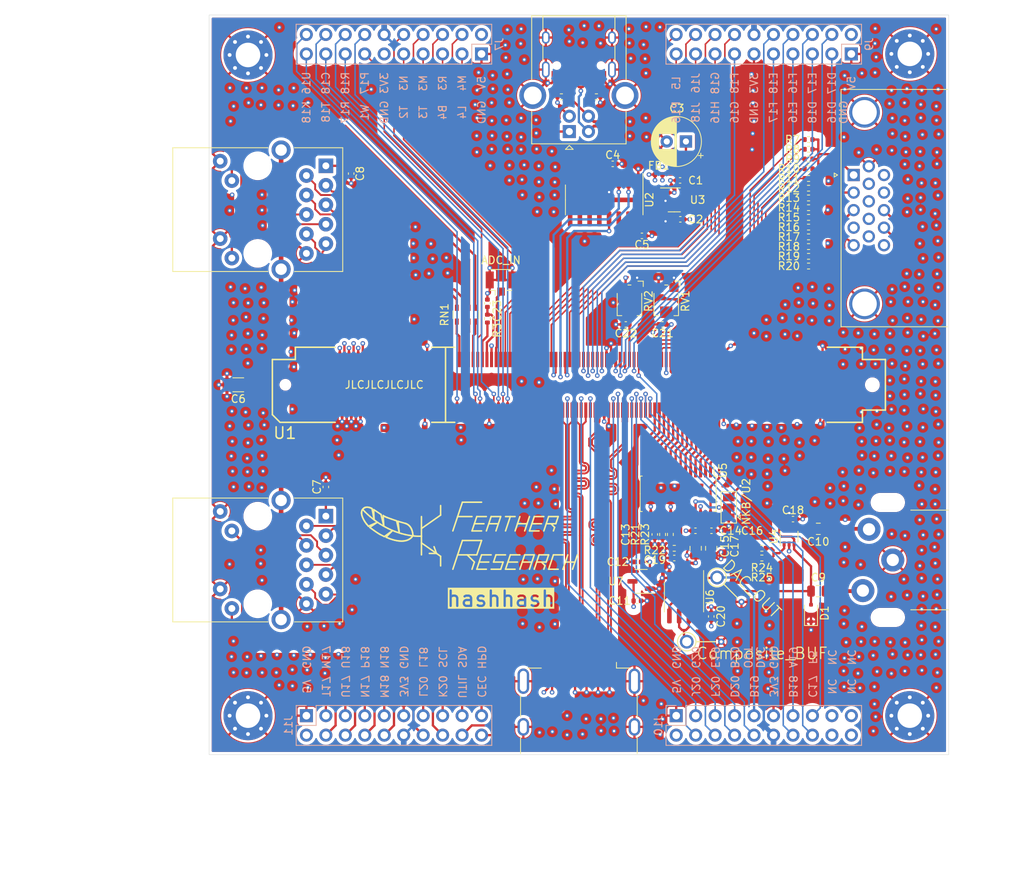
<source format=kicad_pcb>
(kicad_pcb (version 20240108) (generator "pcbnew") (generator_version "8.0")
  (layers (0 "F.Cu" signal) (1 "In1.Cu" signal) (2 "In2.Cu" signal) (31 "B.Cu" signal) (34 "B.Paste" user) (35 "F.Paste" user) (36 "B.SilkS" user "B.Silkscreen") (37 "F.SilkS" user "F.Silkscreen") (38 "B.Mask" user) (39 "F.Mask" user) (44 "Edge.Cuts" user))
  (net 0 "")
  (net 1 "GND")
  (net 2 "Earth")
  (net 7 "Net-(J3-CT)")
  (net 8 "Net-(J4-CT)")
  (net 11 "/Ethernet/ETH1.2-")
  (net 14 "+5V")
  (net 21 "/Ethernet/ETH1.1+")
  (net 26 "/Ethernet/ETH1.2+")
  (net 30 "/Digital Video/VID0.DC0+")
  (net 35 "/Ethernet/ETH1.3-")
  (net 36 "/Ethernet/ETH1.4-")
  (net 37 "/Ethernet/ETH1.4+")
  (net 43 "/Digital Video/VID0.DC1+")
  (net 45 "/Digital Video/VID0.CLK-")
  (net 47 "/Digital Video/VID0.DC2+")
  (net 55 "/Ethernet/ETH1.1-")
  (net 59 "/Ethernet/ETH1.3+")
  (net 66 "/Ethernet/ETH2.3-")
  (net 70 "/Digital Video/VID0.CLK+")
  (net 73 "/Ethernet/ETH2.4-")
  (net 75 "VBUS")
  (net 76 "Net-(J1-CC2)")
  (net 77 "/USB/USB_D+")
  (net 80 "/USB/USB_D-")
  (net 81 "Net-(J1-CC1)")
  (net 82 "+3V3D")
  (net 86 "/Ethernet/ETH2.1+")
  (net 88 "/Ethernet/ETH2.1-")
  (net 91 "/Ethernet/ETH2.3+")
  (net 92 "/Ethernet/ETH2.4+")
  (net 94 "/Ethernet/ETH2.2-")
  (net 96 "/Ethernet/ETH1.LEDL")
  (net 97 "/Ethernet/ETH1.LEDR")
  (net 98 "/Ethernet/ETH2.LEDL")
  (net 99 "/Ethernet/ETH2.LEDR")
  (net 100 "/Digital Video/VID0.DC0-")
  (net 101 "/Digital Video/VID0.DC1-")
  (net 102 "/Digital Video/VID0.DC2-")
  (net 103 "/SODIMM Connector/UART.~{DTR}")
  (net 104 "/SODIMM Connector/UART.RX")
  (net 105 "/SODIMM Connector/UART.TX")
  (net 111 "/Analog Video/RED")
  (net 112 "/Analog Video/HSYNC")
  (net 113 "/Analog Video/BLUE")
  (net 114 "/Analog Video/VSYNC")
  (net 115 "/Analog Video/GREEN")
  (net 116 "/Analog Video/VGA1.R0")
  (net 117 "/Analog Video/VGA1.R1")
  (net 118 "/Analog Video/VGA1.R2")
  (net 119 "/Analog Video/VGA1.R3")
  (net 120 "/Analog Video/VGA1.G0")
  (net 121 "/Analog Video/VGA1.G1")
  (net 122 "/Analog Video/VGA1.G2")
  (net 123 "/Analog Video/VGA1.G3")
  (net 124 "/Analog Video/VGA1.B0")
  (net 125 "/Analog Video/VGA1.B1")
  (net 126 "/Analog Video/VGA1.B2")
  (net 127 "/Analog Video/VGA1.B3")
  (net 128 "/Analog Video/VGA1.VSYNC")
  (net 129 "/Analog Video/VGA1.HSYNC")
  (net 130 "/Analog Video/composite_in")
  (net 131 "/Analog Video/C1.IN")
  (net 132 "/Analog Video/composite_out")
  (net 133 "Net-(C10-Pad2)")
  (net 134 "+3V3A")
  (net 135 "Net-(U5-REFIO)")
  (net 136 "Net-(U5-IOUTA)")
  (net 137 "Net-(JP1-C)")
  (net 138 "Net-(U5-FS_ADJ)")
  (net 139 "Net-(U5-IOUTB)")
  (net 140 "Net-(R24-Pad1)")
  (net 141 "Net-(U6B--)")
  (net 142 "/Analog Video/C1.SEL")
  (net 143 "/Analog Video/C1.D12")
  (net 144 "/Analog Video/C1.D10")
  (net 145 "/Analog Video/C1.CLK")
  (net 146 "/Analog Video/C1.D0")
  (net 147 "/Analog Video/C1.D8")
  (net 148 "/Analog Video/C1.D9")
  (net 149 "/Analog Video/C1.D1")
  (net 150 "/Analog Video/C1.D2")
  (net 151 "/Analog Video/C1.D5")
  (net 152 "/Analog Video/C1.D4")
  (net 153 "/Analog Video/C1.D13")
  (net 154 "/Analog Video/C1.D7")
  (net 155 "/Analog Video/C1.D3")
  (net 156 "/Analog Video/C1.D6")
  (net 157 "/Analog Video/C1.D11")
  (net 158 "/Digital Video/UTIL")
  (net 159 "/Digital Video/SDA")
  (net 160 "/Digital Video/CEC")
  (net 162 "/Digital Video/HPD")
  (net 163 "/Digital Video/SCL")
  (net 164 "Net-(RN1B-R2.2)")
  (net 165 "Net-(RN1A-R1.2)")
  (net 166 "Net-(RN1C-R3.2)")
  (net 167 "Net-(RN1D-R4.2)")
  (net 168 "Net-(U1I-F3{slash}PL23B)")
  (net 169 "Net-(U1I-G5{slash}PL20B)")
  (net 170 "/SODIMM Connector/ADC_REF")
  (net 171 "/SODIMM Connector/ADC_IN")
  (net 172 "/SODIMM Connector/DS_OUT")
  (net 173 "/Analog Video/DAC_OUT")
  (net 174 "/Ethernet/ETH2.2+")
  (net 175 "/GPIO/J11.IO16")
  (net 176 "/GPIO/J11.IO10")
  (net 177 "/GPIO/J11.IO8")
  (net 178 "/GPIO/J11.IO13")
  (net 179 "/GPIO/J11.IO3")
  (net 180 "/GPIO/J11.IO4")
  (net 181 "/GPIO/J11.IO9")
  (net 182 "/GPIO/J11.IO14")
  (net 183 "/GPIO/J11.IO5")
  (net 184 "/GPIO/J11.IO6")
  (net 185 "/GPIO/J11.IO7")
  (net 186 "/GPIO/J7.IO7")
  (net 187 "/GPIO/J7.IO10")
  (net 188 "/GPIO/J7.IO4")
  (net 189 "/GPIO/J7.IO19")
  (net 190 "/GPIO/J7.IO6")
  (net 191 "/GPIO/J7.IO3")
  (net 192 "/GPIO/J7.IO8")
  (net 193 "/GPIO/J7.IO17")
  (net 194 "/GPIO/J7.IO16")
  (net 195 "/GPIO/J7.IO14")
  (net 196 "/GPIO/J7.IO13")
  (net 197 "/GPIO/J7.IO18")
  (net 198 "/GPIO/J7.IO9")
  (net 199 "/GPIO/J7.IO5")
  (net 200 "/GPIO/J7.IO15")
  (net 201 "/GPIO/J7.IO20")
  (net 202 "/GPIO/J9.IO9")
  (net 203 "/GPIO/J9.IO18")
  (net 204 "/GPIO/J9.IO15")
  (net 205 "/GPIO/J9.IO5")
  (net 206 "/GPIO/J9.IO6")
  (net 207 "/GPIO/J9.IO16")
  (net 208 "/GPIO/J9.IO19")
  (net 209 "/GPIO/J9.IO17")
  (net 210 "/GPIO/J9.IO7")
  (net 211 "/GPIO/J9.IO4")
  (net 212 "/GPIO/J9.IO3")
  (net 213 "/GPIO/J9.IO8")
  (net 214 "/GPIO/J9.IO10")
  (net 215 "/GPIO/J9.IO14")
  (net 216 "/GPIO/J9.IO20")
  (net 217 "/GPIO/J9.IO13")
  (net 218 "/GPIO/J10.IO15")
  (net 219 "/GPIO/J10.IO4")
  (net 220 "/GPIO/J10.IO10")
  (net 221 "/GPIO/J10.IO16")
  (net 222 "/GPIO/J10.IO14")
  (net 223 "/GPIO/J10.IO8")
  (net 224 "/GPIO/J10.IO5")
  (net 225 "/GPIO/J10.IO13")
  (net 226 "/GPIO/J10.IO6")
  (net 227 "/GPIO/J10.IO7")
  (net 228 "/GPIO/J10.IO3")
  (footprint "Resistor_SMD:R_0402_1005Metric" (layer "F.Cu") (at 78.232 -75.184)
    (property "Reference" "R11")
    (property "Value" "4k")
  )
  (footprint "Resistor_SMD:R_0402_1005Metric" (layer "F.Cu") (at 78.232 -63.754)
    (property "Reference" "R20")
    (property "Value" "100R")
  )
  (footprint "Resistor_SMD:R_0402_1005Metric" (layer "F.Cu") (at 45.974 -85.852 180)
    (property "Reference" "R2" (hide yes))
    (property "Value" "5k1")
  )
  (footprint "Resistor_SMD:R_0402_1005Metric" (layer "F.Cu") (at 78.23 -80.264)
    (property "Reference" "R7")
    (property "Value" "4k")
  )
  (footprint "Resistor_SMD:R_Array_Convex_4x0603" (layer "F.Cu") (at 33.528 -57.404 90)
    (property "Reference" "RN1")
    (property "Value" "1k")
  )
  (footprint "Connector_Coaxial:U.FL_Hirose_U.FL-R-SMT-1_Vertical" (layer "F.Cu") (at 38.1 -61.468 90)
    (property "Reference" "J12" (hide yes))
    (property "Value" "ADC_IN")
  )
  (footprint "Capacitor_SMD:C_0402_1005Metric" (layer "F.Cu") (at 18.542 -75.819 -90)
    (property "Reference" "C8")
    (property "Value" "100n")
  )
  (footprint "Package_TO_SOT_SMD:SOT-23-3" (layer "F.Cu") (at 56.388 -22.606 180)
    (property "Reference" "U7")
    (property "Value" "XC6206P332MR")
  )
  (footprint "Resistor_SMD:R_0402_1005Metric" (layer "F.Cu") (at 78.23 -67.564)
    (property "Reference" "R17")
    (property "Value" "1k")
  )
  (footprint "Capacitor_SMD:C_0402_1005Metric" (layer "F.Cu") (at 15.24 -34.925 90)
    (property "Reference" "C7")
    (property "Value" "100n")
  )
  (footprint "Capacitor_SMD:C_0402_1005Metric" (layer "F.Cu") (at 56.487 -67.691)
    (property "Reference" "C5")
    (property "Value" "100n")
  )
  (footprint "Resistor_SMD:R_0402_1005Metric" (layer "F.Cu") (at 78.23 -72.644)
    (property "Reference" "R13")
    (property "Value" "1k")
  )
  (footprint "Capacitor_SMD:C_0805_2012Metric" (layer "F.Cu") (at 65.532 -26.924 90)
    (property "Reference" "C17")
    (property "Value" "22u")
  )
  (footprint "Resistor_SMD:R_0402_1005Metric" (layer "F.Cu") (at 60.198 -28.73 90)
    (property "Reference" "R23")
    (property "Value" "150R")
  )
  (footprint "Connector_Dsub:DSUB-15-HD_Female_Horizontal_P2.29x1.98mm_EdgePinOffset8.35mm_Housed_MountingHolesOffset10.89mm" (layer "F.Cu") (at 84.115669 -75.635 90)
    (property "Reference" "J6" (hide yes))
    (property "Value" "VGA")
  )
  (footprint "Resistor_SMD:R_0402_1005Metric" (layer "F.Cu") (at 78.232 -65.024)
    (property "Reference" "R19")
    (property "Value" "100R")
  )
  (footprint "Capacitor_SMD:C_0805_2012Metric" (layer "F.Cu") (at 79.502 -21.336 180)
    (property "Reference" "C9")
    (property "Value" "22u")
  )
  (footprint "Connector_USB:USB_B_OST_USB-B1HSxx_Horizontal" (layer "F.Cu") (at 47.01 -81.3065 90)
    (property "Reference" "J2" (hide yes))
    (property "Value" "USB B")
  )
  (footprint "Capacitor_THT:CP_Radial_D6.3mm_P2.50mm" (layer "F.Cu") (at 62.23 -80.01 180)
    (property "Reference" "C3")
    (property "Value" "220uF")
  )
  (footprint "FR-TestPoint:TestPoint_Oscilloscope_Probe" (layer "F.Cu") (at 62.337 -14.732)
    (property "Reference" "TP7" (hide yes))
    (property "Value" "TestPoint_Probe" (hide yes))
  )
  (footprint "Capacitor_SMD:C_0402_1005Metric" (layer "F.Cu") (at 59.18 -56.134 180)
    (property "Reference" "C21")
    (property "Value" "1n")
  )
  (footprint "Capacitor_SMD:C_0402_1005Metric" (layer "F.Cu") (at 61.468 -74.93 180)
    (property "Reference" "C1")
    (property "Value" "1u")
  )
  (footprint "Diode_SMD:D_SOD-323F" (layer "F.Cu") (at 78.552 -18.458 90)
    (property "Reference" "D1")
    (property "Value" "BAT54J")
  )
  (footprint "Jumper:SolderJumper-3_P1.3mm_Bridged12_Pad1.0x1.5mm" (layer "F.Cu") (at 67.818 -32.258 90)
    (property "Reference" "JP1" (hide yes))
    (property "Value" "SolderJumper_3_Bridged12" (hide yes))
  )
  (footprint "Inductor_SMD:L_0402_1005Metric" (layer "F.Cu") (at 58.674 -75.692)
    (property "Reference" "FB1")
    (property "Value" "BLM15PX601SN1D")
  )
  (footprint "Connector_RJ:RJ45_UDE_RB1-125B8G1A" (layer "F.Cu") (at 15.24 -31.115 -90)
    (property "Reference" "J3" (hide yes))
    (property "Value" "RJ45_RB1-125B8G1A")
  )
  (footprint "Capacitor_SMD:C_0402_1005Metric" (layer "F.Cu") (at 58.166 -28.73 -90)
    (property "Reference" "C13")
    (property "Value" "100n")
  )
  (footprint "FR-TestPoint:TestPoint_Oscilloscope_Probe" (layer "F.Cu") (at 66.294 -23.114 -45)
    (property "Reference" "TP6" (hide yes))
    (property "Value" "TestPoint_Probe" (hide yes))
  )
  (footprint "Potentiometer_SMD:Potentiometer_Bourns_TC33X_Vertical" (layer "F.Cu") (at 59.66 -59.182 -90)
    (property "Reference" "RV1")
    (property "Value" "10k")
  )
  (footprint "Package_SO:SOIC-8_3.9x4.9mm_P1.27mm" (layer "F.Cu") (at 61.976 -20.574 -90)
    (property "Reference" "U6")
    (property "Value" "GS8052-SR")
  )
  (footprint "MountingHole:MountingHole_3.2mm_M3_Pad_Via" (layer "F.Cu") (at 91.44 -5.08)
    (property "Reference" "H2" (hide yes))
    (property "Value" "~" (hide yes))
  )
  (footprint "Resistor_SMD:R_0402_1005Metric" (layer "F.Cu") (at 60.706 -26.924)
    (property "Reference" "R22")
    (property "Value" "150R")
  )
  (footprint "Resistor_SMD:R_0402_1005Metric" (layer "F.Cu") (at 78.23 -78.994)
    (property "Reference" "R8")
    (property "Value" "2k")
  )
  (footprint "Resistor_SMD:R_0402_1005Metric" (layer "F.Cu") (at 78.23 -71.374)
    (property "Reference" "R14")
    (property "Value" "510R")
  )
  (footprint "Resistor_SMD:R_0402_1005Metric" (layer "F.Cu") (at 78.23 -76.454)
    (property "Reference" "R10")
    (property "Value" "510R")
  )
  (footprint "Resistor_SMD:R_0402_1005Metric" (layer "F.Cu") (at 72.136 -25.654 180)
    (property "Reference" "R25")
    (property "Value" "150R")
  )
  (footprint "Capacitor_SMD:C_0402_1005Metric" (layer "F.Cu") (at 65.56 -29.21)
    (property "Reference" "C16")
    (property "Value" "100n")
  )
  (footprint "Resistor_SMD:R_0402_1005Metric" (layer "F.Cu") (at 78.23 -73.914)
    (property "Reference" "R12")
    (property "Value" "2k")
  )
  (footprint "Connector_RJ:RJ45_UDE_RB1-125B8G1A" (layer "F.Cu") (at 15.24 -76.835 -90)
    (property "Reference" "J4" (hide yes))
    (property "Value" "RJ45_RB1-125B8G1A")
  )
  (footprint "Connector_USB:USB_C_Receptacle_HRO_TYPE-C-31-M-12" (layer "F.Cu") (at 48.26 -92.526 180)
    (property "Reference" "J1" (hide yes))
    (property "Value" "USB C")
  )
  (footprint "Resistor_SMD:R_0402_1005Metric" (layer "F.Cu") (at 78.23 -77.724)
    (property "Reference" "R9")
    (property "Value" "1k")
  )
  (footprint "Package_SO:SOIC-16_3.9x9.9mm_P1.27mm" (layer "F.Cu") (at 51.562 -72.39 -90)
    (property "Reference" "U2")
    (property "Value" "CH340C")
  )
  (footprint "Resistor_SMD:R_0402_1005Metric" (layer "F.Cu") (at 78.23 -70.104)
    (property "Reference" "R15")
    (property "Value" "4k")
  )
  (footprint "Potentiometer_SMD:Potentiometer_Bourns_TC33X_Vertical" (layer "F.Cu") (at 54.86 -59.182 -90)
    (property "Reference" "RV2")
    (property "Value" "10k")
  )
  (footprint "Resistor_SMD:R_0402_1005Metric" (layer "F.Cu") (at 72.136 -26.924 180)
    (property "Reference" "R24")
    (property "Value" "150R")
  )
  (footprint "Capacitor_SMD:C_0402_1005Metric" (layer "F.Cu") (at 76.2 -30.734)
    (property "Reference" "C18")
    (property "Value" "100n")
  )
  (footprint "Capacitor_SMD:C_0402_1005Metric" (layer "F.Cu") (at 65.532 -18.034 90)
    (property "Reference" "C20")
    (property "Value" "100n")
  )
  (footprint "Package_SO:TSSOP-28_4.4x9.7mm_P0.65mm" (layer "F.Cu") (at 61.214 -34.036 -90)
    (property "Reference" "U5")
    (property "Value" "AD9744")
  )
  (footprint "MountingHole:MountingHole_3.2mm_M3_Pad_Via" (layer "F.Cu") (at 5.08 -5.08)
    (property "Reference" "H1" (hide yes))
    (property "Value" "~" (hide yes))
  )
  (footprint "MountingHole:MountingHole_3.2mm_M3_Pad_Via" (layer "F.Cu") (at 5.08 -91.3)
    (property "Reference" "H4" (hide yes))
    (property "Value" "~" (hide yes))
  )
  (footprint "Capacitor_SMD:C_0402_1005Metric" (layer "F.Cu") (at 55.88 -25.146 180)
    (property "Reference" "C12")
    (property "Value" "1u")
  )
  (footprint "FR-Connector:JST_DM-7D4-H2500_2x100_P0.6mm_Polarized_Socket_Horizontal" (layer "F.Cu") (at 48.26 -48.26)
    (property "Reference" "U1")
    (property "Value" "Colorlight i5 v7.0")
  )
  (footprint "MountingHole:MountingHole_3.2mm_M3_Pad_Via" (layer "F.Cu") (at 91.44 -91.44)
    (property "Reference" "H3" (hide yes))
    (property "Value" "~" (hide yes))
  )
  (footprint "Resistor_SMD:R_0402_1005Metric" (layer "F.Cu") (at 50.546 -85.852)
    (property "Reference" "R1" (hide yes))
    (property "Value" "5k1")
  )
  (footprint "Resistor_SMD:R_0402_1005Metric" (layer "F.Cu") (at 36.322 -56.896 90)
    (property "Reference" "R3")
    (property "Value" "1k")
  )
  (footprint "Package_TO_SOT_SMD:SOT-363_SC-70-6" (layer "F.Cu") (at 75.692 -28.448 90)
    (property "Reference" "U4")
    (property "Value" "PI5A3157CEX")
  )
  (footprint "FR-Connector:XDJK-0271-1650" (layer "F.Cu") (at 96.52 -25.4 90)
    (property "Reference" "J8" (hide yes))
    (property "Value" "Composite")
  )
  (footprint "Capacitor_SMD:C_1206_3216Metric" (layer "F.Cu") (at 3.81 -48.26 180)
    (property "Reference" "C6")
    (property "Value" "1n")
  )
  (footprint "Capacitor_SMD:C_0402_1005Metric" (layer "F.Cu") (at 63.472 -29.21)
    (property "Reference" "C14")
    (property "Value" "100n")
  )
  (footprint "Capacitor_SMD:C_0402_1005Metric" (layer "F.Cu") (at 61.496 -69.85)
    (property "Reference" "C2")
    (property "Value" "1u")
  )
  (footprint "Capacitor_SMD:C_0402_1005Metric" (layer "F.Cu") (at 55.88 -20.066)
    (property "Reference" "C11")
    (property "Value" "1u")
  )
  (footprint "Capacitor_SMD:C_0402_1005Metric" (layer "F.Cu") (at 36.322 -58.9 90)
    (property "Reference" "C23")
    (property "Value" "1n")
  )
  (footprint "Capacitor_SMD:C_0805_2012Metric" (layer "F.Cu") (at 79.502 -29.464 180)
    (property "Reference" "C10")
    (property "Value" "22u")
  )
  (footprint "Connector_HDMI:HDMI_A_Molex_208658-1001_Horizontal" (layer "F.Cu") (at 48.26 -7.054 -90)
    (property "Reference" "J5" (hide yes))
    (property "Value" "Digital Video")
  )
  (footprint "Resistor_SMD:R_0402_1005Metric" (layer "F.Cu") (at 78.23 -66.294)
    (property "Reference" "R18")
    (property "Value" "510R")
  )
  (footprint "Resistor_SMD:R_0402_1005Metric" (layer "F.Cu") (at 59.182 -28.73 90)
    (property "Reference" "R21")
    (property "Value" "2k")
  )
  (footprint "Capacitor_SMD:C_0402_1005Metric" (layer "F.Cu") (at 52.677 -77.089)
    (property "Reference" "C4")
    (property "Value" "100n")
  )
  (footprint "Capacitor_SMD:C_0402_1005Metric" (layer "F.Cu") (at 54.38 -56.134 180)
    (property "Reference" "C22")
    (property "Value" "1n")
  )
  (footprint "Resistor_SMD:R_0402_1005Metric" (layer "F.Cu") (at 78.23 -68.834)
    (property "Reference" "R16")
    (property "Value" "2k")
  )
  (footprint "Capacitor_SMD:C_0402_1005Metric" (layer "F.Cu") (at 60.706 -25.654 180)
    (property "Reference" "C19")
    (property "Value" "33p")
  )
  (footprint "Package_TO_SOT_SMD:SOT-23-3" (layer "F.Cu") (at 60.706 -72.39)
    (property "Reference" "U3")
    (property "Value" "XC6206P332MR")
  )
  (footprint "Capacitor_SMD:C_0805_2012Metric" (layer "F.Cu") (at 63.5 -26.924 90)
    (property "Reference" "C15")
    (property "Value" "22u")
  )
  (footprint "Connector_PinHeader_2.54mm:PinHeader_2x10_P2.54mm_Vertical" (layer "B.Cu") (at 60.96 -5.08 -90)
    (property "Reference" "J10")
    (property "Value" "GPIO")
  )
  (footprint "Connector_PinHeader_2.54mm:PinHeader_2x10_P2.54mm_Vertical" (layer "B.Cu") (at 12.7 -5.08 -90)
    (property "Reference" "J11")
    (property "Value" "GPIO")
  )
  (footprint "Connector_PinHeader_2.54mm:PinHeader_2x10_P2.54mm_Vertical" (layer "B.Cu") (at 83.81 -91.435 90)
    (property "Reference" "J9")
    (property "Value" "GPIO")
  )
  (footprint "Connector_PinHeader_2.54mm:PinHeader_2x10_P2.54mm_Vertical" (layer "B.Cu") (at 35.55 -91.435 90)
    (property "Reference" "J7")
    (property "Value" "GPIO")
  )
  (gr_line (start 36.185 -24.190001) (end 34.935 -24.190001) (stroke (width 0.2) (color 255 255 255 1)) (layer "F.SilkS"))
  (gr_line (start 37.435 -26.065001) (end 38.685 -26.065001) (stroke (width 0.2) (color 255 255 255 1)) (layer "F.SilkS"))
  (gr_line (start 22.684804 -29.870177) (end 22.357915 -30.067878) (stroke (width 0.2)) (layer "F.SilkS"))
  (gr_line (start 26.181032 -29.803659) (end 26.125147 -29.863982) (stroke (width 0.2)) (layer "F.SilkS"))
  (gr_line (start 35.56 -27.94) (end 34.935 -26.065001) (stroke (width 0.2) (color 255 255 255 1)) (layer "F.SilkS"))
  (gr_line (start 20.217576 -32.173164) (end 20.170036 -32.138155) (stroke (width 0.2)) (layer "F.SilkS"))
  (gr_line (start 43.9975 -25.127501) (end 42.7475 -25.127501) (stroke (width 0.2) (color 255 255 255 1)) (layer "F.SilkS"))
  (gr_line (start 20.079227 -32.051403) (end 20.036366 -31.999082) (stroke (width 0.2)) (layer "F.SilkS"))
  (gr_line (start 25.074407 -27.862897) (end 25.221169 -27.864478) (stroke (width 0.2)) (layer "F.SilkS"))
  (gr_line (start 20.794938 -29.809071) (end 21.943363 -30.314378) (stroke (width 0.2)) (layer "F.SilkS"))
  (gr_line (start 26.586323 -28.782311) (end 26.57236 -28.885938) (stroke (width 0.2)) (layer "F.SilkS"))
  (gr_line (start 20.519787 -32.284243) (end 20.468422 -32.27607) (stroke (width 0.2)) (layer "F.SilkS"))
  (gr_line (start 19.906758 -31.410578) (end 19.917768 -31.338065) (stroke (width 0.2)) (layer "F.SilkS"))
  (gr_line (start 39.935 -24.190001) (end 38.685 -24.190001) (stroke (width 0.2) (color 255 255 255 1)) (layer "F.SilkS"))
  (gr_line (start 26.598365 -28.629751) (end 26.594472 -28.695779) (stroke (width 0.2)) (layer "F.SilkS"))
  (gr_line (start 25.098867 -28.842833) (end 24.824346 -28.924628) (stroke (width 0.2)) (layer "F.SilkS"))
  (gr_line (start 20.315899 -32.227889) (end 20.266265 -32.202979) (stroke (width 0.2)) (layer "F.SilkS"))
  (gr_line (start 34.935 -31.065) (end 36.185 -31.065) (stroke (width 0.2) (color 255 255 255 1)) (layer "F.SilkS"))
  (gr_line (start 34.6225 -25.127501) (end 34.31 -24.190001) (stroke (width 0.2) (color 255 255 255 1)) (layer "F.SilkS"))
  (gr_line (start 24.727448 -30.422336) (end 24.657802 -30.444406) (stroke (width 0.2)) (layer "F.SilkS"))
  (gr_line (start 24.258324 -30.580115) (end 23.767292 -30.747714) (stroke (width 0.2)) (layer "F.SilkS"))
  (gr_line (start 23.510087 -28.200005) (end 23.717622 -28.125229) (stroke (width 0.2)) (layer "F.SilkS"))
  (gr_line (start 26.125147 -29.863982) (end 26.0645 -29.921336) (stroke (width 0.2)) (layer "F.SilkS"))
  (gr_line (start 43.84125 -24.658751) (end 43.685 -24.190001) (stroke (width 0.2) (color 255 255 255 1)) (layer "F.SilkS"))
  (gr_line (start 26.427227 -29.403222) (end 26.39583 -29.472414) (stroke (width 0.2)) (layer "F.SilkS"))
  (gr_line (start 39.31 -26.065001) (end 40.56 -26.065001) (stroke (width 0.2) (color 255 255 255 1)) (layer "F.SilkS"))
  (gr_line (start 29.679375 -26.2525) (end 29.356875 -27.133376) (stroke (width 0.2) (color 255 255 255 1)) (layer "F.SilkS"))
  (gr_line (start 19.951323 -31.191592) (end 19.998197 -31.044759) (stroke (width 0.2)) (layer "F.SilkS"))
  (gr_line (start 25.616323 -28.711425) (end 25.098867 -28.842833) (stroke (width 0.2)) (layer "F.SilkS"))
  (gr_line (start 36.81 -24.190001) (end 38.06 -24.190001) (stroke (width 0.2) (color 255 255 255 1)) (layer "F.SilkS"))
  (gr_line (start 20.697378 -31.341796) (end 20.365819 -31.65911) (stroke (width 0.2)) (layer "F.SilkS"))
  (gr_line (start 23.235288 -30.940782) (end 23.027144 -31.024811) (stroke (width 0.2)) (layer "F.SilkS"))
  (gr_line (start 26.39583 -29.472414) (end 26.360838 -29.541194) (stroke (width 0.2)) (layer "F.SilkS"))
  (gr_line (start 26.322057 -29.609134) (end 26.279292 -29.675809) (stroke (width 0.2)) (layer "F.SilkS"))
  (gr_line (start 20.417183 -32.264146) (end 20.366274 -32.248182) (stroke (width 0.2)) (layer "F.SilkS"))
  (gr_line (start 19.966217 -31.882672) (end 19.94093 -31.820681) (stroke (width 0.2)) (layer "F.SilkS"))
  (gr_line (start 30.215078 -25.877501) (end 30.215078 -24.627501) (stroke (width 0.2) (color 255 255 255 1)) (layer "F.SilkS"))
  (gr_line (start 20.672581 -32.289136) (end 20.622071 -32.290488) (stroke (width 0.2)) (layer "F.SilkS"))
  (gr_line (start 24.492264 -27.921904) (end 24.635539 -27.898828) (stroke (width 0.2)) (layer "F.SilkS"))
  (gr_line (start 26.599611 -28.572837) (end 26.598365 -28.629751) (stroke (width 0.2)) (layer "F.SilkS"))
  (gr_line (start 31.81 -24.190001) (end 33.06 -27.94) (stroke (width 0.2) (color 255 255 255 1)) (layer "F.SilkS"))
  (gr_line (start 21.137242 -32.166257) (end 21.071309 -32.194675) (stroke (width 0.2)) (layer "F.SilkS"))
  (gr_line (start 20.622071 -32.290488) (end 20.571071 -32.288953) (stroke (width 0.2)) (layer "F.SilkS"))
  (gr_line (start 22.386028 -28.694056) (end 22.870454 -28.451843) (stroke (width 0.2)) (layer "F.SilkS"))
  (gr_line (start 26.594472 -28.695779) (end 26.586323 -28.782311) (stroke (width 0.2)) (layer "F.SilkS"))
  (gr_line (start 26.455225 -29.334042) (end 26.427227 -29.403222) (stroke (width 0.2)) (layer "F.SilkS"))
  (gr_line (start 43.06 -29.19) (end 41.81 -29.19) (stroke (width 0.2) (color 255 255 255 1)) (layer "F.SilkS"))
  (gr_line (start 22.803636 -29.821598) (end 22.435966 -31.342693) (stroke (width 0.2)) (layer "F.SilkS"))
  (gr_line (start 26.232348 -29.740793) (end 26.181032 -29.803659) (stroke (width 0.2)) (layer "F.SilkS"))
  (gr_line (start 26.360838 -29.541194) (end 26.322057 -29.609134) (stroke (width 0.2)) (layer "F.SilkS"))
  (gr_line (start 22.357915 -30.067878) (end 22.028188 -30.283568) (stroke (width 0.2)) (layer "F.SilkS"))
  (gr_line (start 32.435 -31.065) (end 34.31 -31.065) (stroke (width 0.2) (color 255 255 255 1)) (layer "F.SilkS"))
  (gr_line (start 31.81 -29.19) (end 33.06 -32.94) (stroke (width 0.2) (color 255 255 255 1)) (layer "F.SilkS"))
  (gr_line (start 27.715078 -29.5025) (end 30.215078 -31.2525) (stroke (width 0.2) (color 255 255 255 1)) (layer "F.SilkS"))
  (gr_line (start 35.56 -29.19) (end 34.31 -29.19) (stroke (width 0.2) (color 255 255 255 1)) (layer "F.SilkS"))
  (gr_line (start 45.56 -24.190001) (end 44.31 -24.190001) (stroke (width 0.2) (color 255 255 255 1)) (layer "F.SilkS"))
  (gr_line (start 25.51083 -27.892406) (end 25.652203 -27.920229) (stroke (width 0.2)) (layer "F.SilkS"))
  (gr_line (start 20.771311 -32.278928) (end 20.722396 -32.285187) (stroke (width 0.2)) (layer "F.SilkS"))
  (gr_line (start 20.055915 -30.899448) (end 20.122004 -30.757545) (stroke (width 0.2)) (layer "F.SilkS"))
  (gr_line (start 41.81 -29.19) (end 42.435 -31.065) (stroke (width 0.2) (color 255 255 255 1)) (layer "F.SilkS"))
  (gr_line (start 38.685 -31.065) (end 39.935 -31.065) (stroke (width 0.2) (color 255 255 255 1)) (layer "F.SilkS"))
  (gr_line (start 20.266265 -32.202979) (end 20.217576 -32.173164) (stroke (width 0.2)) (layer "F.SilkS"))
  (gr_line (start 19.932726 -31.264992) (end 19.951323 -31.191592) (stroke (width 0.2)) (layer "F.SilkS"))
  (gr_line (start 26.480017 -29.265302) (end 26.455225 -29.334042) (stroke (width 0.2)) (layer "F.SilkS"))
  (gr_line (start 21.48512 -31.974621) (end 21.538273 -30.633987) (stroke (width 0.2)) (layer "F.SilkS"))
  (gr_line (start 26.551026 -29.003251) (end 26.520764 -29.130842) (stroke (width 0.2)) (layer "F.SilkS"))
  (gr_line (start 23.9475 -29.243712) (end 23.640203 -29.377234) (stroke (width 0.2)) (layer "F.SilkS"))
  (gr_line (start 21.725211 -29.104405) (end 21.960459 -28.946318) (stroke (width 0.2)) (layer "F.SilkS"))
  (gr_line (start 25.770395 -30.112532) (end 25.683015 -30.148647) (stroke (width 0.2)) (layer "F.SilkS"))
  (gr_line (start 25.92814 -30.025429) (end 25.852038 -30.071318) (stroke (width 0.2)) (layer "F.SilkS"))
  (gr_line (start 27.715078 -27.6275) (end 30.215078 -25.877501) (stroke (width 0.2) (color 255 255 255 1)) (layer "F.SilkS"))
  (gr_line (start 26.520764 -29.130842) (end 26.480017 -29.265302) (stroke (width 0.2)) (layer "F.SilkS"))
  (gr_line (start 23.717622 -28.125229) (end 23.954562 -28.050017) (stroke (width 0.2)) (layer "F.SilkS"))
  (gr_line (start 23.640203 -29.377234) (end 23.326772 -29.525634) (stroke (width 0.2)) (layer "F.SilkS"))
  (gr_line (start 38.06 -24.190001) (end 38.3725 -25.127501) (stroke (width 0.2) (color 255 255 255 1)) (layer "F.SilkS"))
  (gr_line (start 23.914475 -29.220243) (end 23.095963 -28.376674) (stroke (width 0.2)) (layer "F.SilkS"))
  (gr_line (start 26.0645 -29.921336) (end 25.998896 -29.975293) (stroke (width 0.2)) (layer "F.SilkS"))
  (gr_line (start 29.679375 -26.2525) (end 28.741875 -26.2525) (stroke (width 0.2) (color 255 255 255 1)) (layer "F.SilkS"))
  (gr_line (start 44.6225 -30.1275) (end 45.09125 -29.65875) (stroke (width 0.2) (color 255 255 255 1)) (layer "F.SilkS"))
  (gr_line (start 25.790256 -27.958274) (end 25.924226 -28.007282) (stroke (width 0.2)) (layer "F.SilkS"))
  (gr_line (start 19.900511 -31.622394) (end 19.89782 -31.552978) (stroke (width 0.2)) (layer "F.SilkS"))
  (gr_line (start 37.1225 -25.127501) (end 37.435 -26.065001) (stroke (width 0.2) (color 255 255 255 1)) (layer "F.SilkS"))
  (gr_line (start 24.824346 -28.924628) (end 24.540395 -29.018187) (stroke (width 0.2)) (layer "F.SilkS"))
  (gr_line (start 19.917768 -31.338065) (end 19.932726 -31.264992) (stroke (width 0.2)) (layer "F.SilkS"))
  (gr_line (start 21.538273 -30.633987) (end 21.266603 -32.098645) (stroke (width 0.2)) (layer "F.SilkS"))
  (gr_line (start 20.420588 -30.261683) (end 20.49142 -30.165074) (stroke (width 0.2)) (layer "F.SilkS"))
  (gr_line (start 26.279292 -29.675809) (end 26.232348 -29.740793) (stroke (width 0.2)) (layer "F.SilkS"))
  (gr_line (start 34.6225 -30.1275) (end 35.8725 -30.1275) (stroke (width 0.2) (color 255 255 255 1)) (layer "F.SilkS"))
  (gr_line (start 25.998896 -29.975293) (end 25.92814 -30.025429) (stroke (width 0.2)) (layer "F.SilkS"))
  (gr_line (start 40.2475 -30.1275) (end 41.4975 -30.1275) (stroke (width 0.2) (color 255 255 255 1)) (layer "F.SilkS"))
  (gr_line (start 35.56 -26.065001) (end 36.81 -26.065001) (stroke (width 0.2) (color 255 255 255 1)) (layer "F.SilkS"))
  (gr_line (start 20.865623 -32.260635) (end 20.819122 -32.270648) (stroke (width 0.2)) (layer "F.SilkS"))
  (gr_line (start 33.06 -27.94) (end 35.56 -27.94) (stroke (width 0.2) (color 255 255 255 1)) (layer "F.SilkS"))
  (gr_line (start 23.095963 -28.376674) (end 23.207625 -28.324634) (stroke (width 0.2)) (layer "F.SilkS"))
  (gr_line (start 22.075495 -28.872639) (end 22.186114 -28.804869) (stroke (width 0.2)) (layer "F.SilkS"))
  (gr_line (start 25.366897 -27.874068) (end 25.51083 -27.892406) (stroke (width 0.2)) (layer "F.SilkS"))
  (gr_line (start 40.8725 -25.127501) (end 42.1225 -25.127501) (stroke (width 0.2) (color 255 255 255 1)) (layer "F.SilkS"))
  (gr_line (start 20.722396 -32.285187) (end 20.672581 -32.289136) (stroke (width 0.2)) (layer "F.SilkS"))
  (gr_line (start 25.221169 -27.864478) (end 25.366897 -27.874068) (stroke (width 0.2)) (layer "F.SilkS"))
  (gr_line (start 21.290539 -29.414512) (end 21.496522 -29.265136) (stroke (width 0.2)) (layer "F.SilkS"))
  (gr_line (start 46.185 -24.190001) (end 46.81 -26.065001) (stroke (width 0.2) (color 255 255 255 1)) (layer "F.SilkS"))
  (gr_line (start 23.767292 -30.747714) (end 23.491767 -30.845476) (stroke (width 0.2)) (layer "F.SilkS"))
  (gr_line (start 36.4975 -30.1275) (end 37.7475 -30.1275) (stroke (width 0.2) (color 255 255 255 1)) (layer "F.SilkS"))
  (gr_line (start 20.49142 -30.165074) (end 20.555779 -30.083177) (stroke (width 0.2)) (layer "F.SilkS"))
  (gr_line (start 22.950351 -31.059839) (end 22.896625 -31.08874) (stroke (width 0.2)) (layer "F.SilkS"))
  (gr_line (start 23.008031 -29.689689) (end 22.684804 -29.870177) (stroke (width 0.2)) (layer "F.SilkS"))
  (gr_line (start 21.960459 -28.946318) (end 22.075495 -28.872639) (stroke (width 0.2)) (layer "F.SilkS"))
  (gr_line (start 44.935 -26.065001) (end 46.185 -26.065001) (stroke (width 0.2) (color 255 255 255 1)) (layer "F.SilkS"))
  (gr_line (start 26.506148 -28.442565) (end 26.599611 -28.572837) (stroke (width 0.2)) (layer "F.SilkS"))
  (gr_line (start 20.123851 -32.097664) (end 20.079227 -32.051403) (stroke (width 0.2)) (layer "F.SilkS"))
  (gr_line (start 26.404028 -28.327682) (end 26.506148 -28.442565) (stroke (width 0.2)) (layer "F.SilkS"))
  (gr_line (start 45.2475 -30.1275) (end 43.9975 -30.1275) (stroke (width 0.2) (color 255 255 255 1)) (layer "F.SilkS"))
  (gr_line (start 20.468422 -32.27607) (end 20.417183 -32.264146) (stroke (width 0.2)) (layer "F.SilkS"))
  (gr_line (start 38.3725 -25.127501) (end 37.1225 -25.127501) (stroke (width 0.2) (color 255 255 255 1)) (layer "F.SilkS"))
  (gr_line (start 24.657802 -30.444406) (end 24.822774 -28.944621) (stroke (width 0.2)) (layer "F.SilkS"))
  (gr_line (start 40.56 -24.190001) (end 41.185 -26.065001) (stroke (width 0.2) (color 255 255 255 1)) (layer "F.SilkS"))
  (gr_line (start 25.589706 -30.179236) (end 24.727448 -30.422336) (stroke (width 0.2)) (layer "F.SilkS"))
  (gr_line (start 23.491767 -30.845476) (end 23.235288 -30.940782) (stroke (width 0.2)) (layer "F.SilkS"))
  (gr_line (start 38.685 -24.190001) (end 39.31 -26.065001) (stroke (width 0.2) (color 255 255 255 1)) (layer "F.SilkS"))
  (gr_line (start 23.027144 -31.024811) (end 22.950351 -31.059839) (stroke (width 0.2)) (layer "F.SilkS"))
  (gr_line (start 44.31 -26.065001) (end 43.9975 -25.127501) (stroke (width 0.2) (color 255 255 255 1)) (layer "F.SilkS"))
  (gr_line (start 22.435966 -31.342693) (end 21.48512 -31.974621) (stroke (width 0.2)) (layer "F.SilkS"))
  (gr_line (start 25.924226 -28.007282) (end 26.05335 -28.067988) (stroke (width 0.2)) (layer "F.SilkS"))
  (gr_line (start 21.363515 -30.772033) (end 21.030218 -31.046363) (stroke (width 0.2)) (layer "F.SilkS"))
  (gr_line (start 23.326772 -29.525634) (end 23.008031 -29.689689) (stroke (width 0.2)) (layer "F.SilkS"))
  (gr_line (start 41.185 -26.065001) (end 42.435 -26.065001) (stroke (width 0.2) (color 255 255 255 1)) (layer "F.SilkS"))
  (gr_line (start 26.176867 -28.141131) (end 26.294013 -28.22745) (stroke (width 0.2)) (layer "F.SilkS"))
  (gr_line (start 21.123414 -29.538539) (end 21.290539 -29.414512) (stroke (width 0.2)) (layer "F.SilkS"))
  (gr_line (start 20.970335 -29.654556) (end 21.123414 -29.538539) (stroke (width 0.2)) (layer "F.SilkS"))
  (gr_line (start 45.09125 -29.65875) (end 44.935 -29.19) (stroke (width 0.2) (color 255 255 255 1)) (layer "F.SilkS"))
  (gr_line (start 19.89782 -31.552978) (end 19.900006 -31.482294) (stroke (width 0.2)) (layer "F.SilkS"))
  (gr_line (start 24.214809 -27.980274) (end 24.492264 -27.921904) (stroke (width 0.2)) (layer "F.SilkS"))
  (gr_line (start 24.540395 -29.018187) (end 24.247838 -29.124289) (stroke (width 0.2)) (layer "F.SilkS"))
  (gr_line (start 24.635539 -27.898828) (end 24.78083 -27.88081) (stroke (width 0.2)) (layer "F.SilkS"))
  (gr_line (start 34.935 -24.190001) (end 35.56 -26.065001) (stroke (width 0.2) (color 255 255 255 1)) (layer "F.SilkS"))
  (gr_line (start 20.807271 -29.795857) (end 20.803813 -29.799413) (stroke (width 0.2)) (layer "F.SilkS"))
  (gr_line (start 34.935 -26.065001) (end 32.435 -26.065001) (stroke (width 0.2) (color 255 255 255 1)) (layer "F.SilkS"))
  (gr_line (start 21.030218 -31.046363) (end 20.697378 -31.341796) (stroke (width 0.2)) (layer "F.SilkS"))
  (gr_line (start 27.536367 -28.499083) (end 27.357656 -28.495666) (stroke (width 0.2)) (layer "F.SilkS"))
  (gr_line (start 33.06 -32.94) (end 35.56 -32.94) (stroke (width 0.2) (color 255 255 255 1)) (layer "F.SilkS"))
  (gr_line (start 26.856679 -28.518615) (end 26.501821 -28.555541) (stroke (width 0.2)) (layer "F.SilkS"))
  (gr_line (start 39.935 -29.19) (end 40.56 -31.065) (stroke (width 0.2) (color 255 255 255 1)) (layer "F.SilkS"))
  (gr_line (start 43.685 -29.19) (end 44.31 -31.065) (stroke (width 0.2) (color 255 255 255 1)) (layer "F.SilkS"))
  (gr_line (start 20.269399 -30.491496) (end 20.345756 -30.371118) (stroke (width 0.2)) (layer "F.SilkS"))
  (gr_line (start 20.036366 -31.999082) (end 19.997926 -31.942217) (stroke (width 0.2)) (layer "F.SilkS"))
  (gr_line (start 38.685 -29.19) (end 39.31 -31.065) (stroke (width 0.2) (color 255 255 255 1)) (layer "F.SilkS"))
  (gr_line (start 21.496522 -29.265136) (end 21.725211 -29.104405) (stroke (width 0.2)) (layer "F.SilkS"))
  (gr_line (start 20.19399 -30.620933) (end 20.269399 -30.491496) (stroke (width 0.2)) (layer "F.SilkS"))
  (gr_line (start 22.290298 -28.744759) (end 22.386028 -28.694056) (stroke (width 0.2)) (layer "F.SilkS"))
  (gr_line (start 24.474071 -30.508565) (end 24.258324 -30.580115) (stroke (width 0.2)) (layer "F.SilkS"))
  (gr_line (start 34.31 -29.19) (end 34.935 -31.065) (stroke (width 0.2) (color 255 255 255 1)) (layer "F.SilkS"))
  (gr_line (start 22.896625 -31.08874) (end 22.717029 -31.200482) (stroke (width 0.2)) (layer "F.SilkS"))
  (gr_line (start 20.995218 -32.223085) (end 20.910609 -32.249178) (stroke (width 0.2)) (layer "F.SilkS"))
  (gr_line (start 20.170036 -32.138155) (end 20.123851 -32.097664) (stroke (width 0.2)) (layer "F.SilkS"))
  (gr_line (start 45.56 -31.065) (end 45.2475 -30.1275) (stroke (width 0.2) (color 255 255 255 1)) (layer "F.SilkS"))
  (gr_line (start 42.1225 -30.1275) (end 43.3725 -30.1275) (stroke (width 0.2) (color 255 255 255 1)) (layer "F.SilkS"))
  (gr_line (start 21.266603 -32.098645) (end 21.232076 -32.118624) (stroke (width 0.2)) (layer "F.SilkS"))
  (gr_line (start 21.696447 -30.518027) (end 21.363515 -30.772033) (stroke (width 0.2)) (layer "F.SilkS"))
  (gr_line (start 46.4975 -25.127501) (end 47.7475 -25.127501) (stroke (width 0.2) (color 255 255 255 1)) (layer "F.SilkS"))
  (gr_line (start 21.191378 -32.140138) (end 21.137242 -32.166257) (stroke (width 0.2)) (layer "F.SilkS"))
  (gr_line (start 43.06 -26.065001) (end 44.31 -26.065001) (stroke (width 0.2) (color 255 255 255 1)) (layer "F.SilkS"))
  (gr_line (start 27.715078 -31.065) (end 27.715078 -26.065001) (stroke (width 0.2) (color 255 255 255 1)) (layer "F.SilkS"))
  (gr_line (start 36.81 -31.065) (end 38.06 -31.065) (stroke (width 0.2) (color 255 255 255 1)) (layer "F.SilkS"))
  (gr_line (start 36.185 -29.19) (end 36.81 -31.065) (stroke (width 0.2) (color 255 255 255 1)) (layer "F.SilkS"))
  (gr_line (start 41.185 -29.19) (end 41.81 -31.065) (stroke (width 0.2) (color 255 255 255 1)) (layer "F.SilkS"))
  (gr_line (start 20.555779 -30.083177) (end 20.611191 -30.017875) (stroke (width 0.2)) (layer "F.SilkS"))
  (gr_line (start 19.998197 -31.044759) (end 20.055915 -30.899448) (stroke (width 0.2)) (layer "F.SilkS"))
  (gr_line (start 21.232076 -32.118624) (end 21.191378 -32.140138) (stroke (width 0.2)) (layer "F.SilkS"))
  (gr_line (start 42.435 -31.065) (end 43.685 -31.065) (stroke (width 0.2) (color 255 255 255 1)) (layer "F.SilkS"))
  (gr_line (start 20.345756 -30.371118) (end 20.420588 -30.261683) (stroke (width 0.2)) (layer "F.SilkS"))
  (gr_line (start 23.207625 -28.324634) (end 23.510087 -28.200005) (stroke (width 0.2)) (layer "F.SilkS"))
  (gr_line (start 26.57236 -28.885938) (end 26.551026 -29.003251) (stroke (width 0.2)) (layer "F.SilkS"))
  (gr_line (start 43.3725 -25.127501) (end 43.84125 -24.658751) (stroke (width 0.2) (color 255 255 255 1)) (layer "F.SilkS"))
  (gr_line (start 38.06 -31.065) (end 37.435 -29.19) (stroke (width 0.2) (color 255 255 255 1)) (layer "F.SilkS"))
  (gr_line (start 19.997926 -31.942217) (end 19.966217 -31.882672) (stroke (width 0.2)) (layer "F.SilkS"))
  (gr_line (start 24.247838 -29.124289) (end 23.9475 -29.243712) (stroke (width 0.2)) (layer "F.SilkS"))
  (gr_line (start 25.683015 -30.148647) (end 25.589706 -30.179236) (stroke (width 0.2)) (layer "F.SilkS"))
  (gr_line (start 22.870454 -28.451843) (end 23.914475 -29.220243) (stroke (width 0.2)) (layer "F.SilkS"))
  (gr_line (start 20.819122 -32.270648) (end 20.771311 -32.278928) (stroke (width 0.2)) (layer "F.SilkS"))
  (gr_line (start 22.186114 -28.804869) (end 22.290298 -28.744759) (stroke (width 0.2)) (layer "F.SilkS"))
  (gr_line (start 19.94093 -31.820681) (end 19.921756 -31.756481) (stroke (width 0.2)) (layer "F.SilkS"))
  (gr_line (start 47.435 -24.190001) (end 48.06 -26.065001) (stroke (width 0.2) (color 255 255 255 1)) (layer "F.SilkS"))
  (gr_line (start 22.717029 -31.200482) (end 22.803636 -29.821598) (stroke (width 0.2)) (layer "F.SilkS"))
  (gr_line (start 22.028188 -30.283568) (end 21.696447 -30.518027) (stroke (width 0.2)) (layer "F.SilkS"))
  (gr_line (start 20.910609 -32.249178) (end 20.865623 -32.260635) (stroke (width 0.2)) (layer "F.SilkS"))
  (gr_line (start 26.05335 -28.067988) (end 26.176867 -28.141131) (stroke (width 0.2)) (layer "F.SilkS"))
  (gr_line (start 33.685 -26.065001) (end 34.6225 -25.127501) (stroke (width 0.2) (color 255 255 255 1)) (layer "F.SilkS"))
  (gr_line (start 19.921756 -31.756481) (end 19.908386 -31.690307) (stroke (width 0.2)) (layer "F.SilkS"))
  (gr_line (start 44.31 -24.190001) (end 44.935 -26.065001) (stroke (width 0.2) (color 255 255 255 1)) (layer "F.SilkS"))
  (gr_line (start 26.501821 -28.555541) (end 26.086172 -28.617736) (stroke (width 0.2)) (layer "F.SilkS"))
  (gr_line (start 27.357656 -28.495666) (end 27.144155 -28.500731) (stroke (width 0.2)) (layer "F.SilkS"))
  (gr_line (start 20.122004 -30.757545) (end 20.19399 -30.620933) (stroke (width 0.2)) (layer "F.SilkS"))
  (gr_line (start 20.803291 -29.800718) (end 20.807271 -29.795857) (stroke (width 0.2)) (layer "F.SilkS"))
  (gr_line (start 27.715078 -28.5025) (end 27.536367 -28.499083) (stroke (width 0.2) (color 255 255 255 1)) (layer "F.SilkS"))
  (gr_line (start 20.365819 -31.65911) (end 20.036367 -31.999083) (stroke (width 0.2)) (layer "F.SilkS"))
  (gr_line (start 25.852038 -30.071318) (end 25.770395 -30.112532) (stroke (width 0.2)) (layer "F.SilkS"))
  (gr_line (start 24.822774 -28.944621) (end 24.474071 -30.508565) (stroke (width 0.2)) (layer "F.SilkS"))
  (gr_line (start 38.9975 -25.127501) (end 40.2475 -25.127501) (stroke (width 0.2) (color 255 255 255 1)) (layer "F.SilkS"))
  (gr_line (start 21.071309 -32.194675) (end 20.995218 -32.223085) (stroke (width 0.2)) (layer "F.SilkS"))
  (gr_line (start 23.954562 -28.050017) (end 24.214809 -27.980274) (stroke (width 0.2)) (layer "F.SilkS"))
  (gr_line (start 20.803813 -29.799413) (end 20.794938 -29.809071) (stroke (width 0.2)) (layer "F.SilkS"))
  (gr_line (start 42.435 -24.190001) (end 43.06 -26.065001) (stroke (width 0.2) (color 255 255 255 1)) (layer "F.SilkS"))
  (gr_line (start 26.086172 -28.617736) (end 25.616323 -28.711425) (stroke (width 0.2)) (layer "F.SilkS"))
  (gr_line (start 35.2475 -25.127501) (end 36.4975 -25.127501) (stroke (width 0.2) (color 255 255 255 1)) (layer "F.SilkS"))
  (gr_line (start 30.215078 -31.2525) (end 30.215078 -32.5025) (stroke (width 0.2) (color 255 255 255 1)) (layer "F.SilkS"))
  (gr_line (start 20.611191 -30.017875) (end 20.803291 -29.800718) (stroke (width 0.2)) (layer "F.SilkS"))
  (gr_line (start 19.908386 -31.690307) (end 19.900511 -31.622394) (stroke (width 0.2)) (layer "F.SilkS"))
  (gr_line (start 42.435 -26.065001) (end 41.81 -24.190001) (stroke (width 0.2) (color 255 255 255 1)) (layer "F.SilkS"))
  (gr_line (start 27.144155 -28.500731) (end 26.856679 -28.518615) (stroke (width 0.2)) (layer "F.SilkS"))
  (gr_line (start 24.927373 -27.868587) (end 25.074407 -27.862897) (stroke (width 0.2)) (layer "F.SilkS"))
  (gr_line (start 26.294013 -28.22745) (end 26.404028 -28.327682) (stroke (width 0.2)) (layer "F.SilkS"))
  (gr_line (start 25.652203 -27.920229) (end 25.790256 -27.958274) (stroke (width 0.2)) (layer "F.SilkS"))
  (gr_line (start 20.571071 -32.288953) (end 20.519787 -32.284243) (stroke (width 0.2)) (layer "F.SilkS"))
  (gr_line (start 44.31 -31.065) (end 45.56 -31.065) (stroke (width 0.2) (color 255 255 255 1)) (layer "F.SilkS"))
  (gr_line (start 21.943363 -30.314378) (end 20.970335 -29.654556) (stroke (width 0.2)) (layer "F.SilkS"))
  (gr_line (start 20.366274 -32.248182) (end 20.315899 -32.227889) (stroke (width 0.2)) (layer "F.SilkS"))
  (gr_line (start 19.900006 -31.482294) (end 19.906758 -31.410578) (stroke (width 0.2)) (layer "F.SilkS"))
  (gr_line (start 24.78083 -27.88081) (end 24.927373 -27.868587) (stroke (width 0.2)) (layer "F.SilkS"))
  (gr_rect (start 0 -96.52) (end 96.52 0) (stroke (width 0.05)) (fill none) (layer "Edge.Cuts"))
  (gr_text "M3" (at 27.94 -87.63 90) (layer "B.SilkS") (effects (font (size 1 1)) (justify mirror)))
  (gr_text "J20" (at 63.5 -8.89 270) (layer "B.SilkS") (effects (font (size 1 1)) (justify mirror)))
  (gr_text "3V3" (at 73.66 -8.89 -90) (layer "B.SilkS") (effects (font (size 1 1)) (justify mirror)))
  (gr_text "D16" (at 81.28 -83.82 90) (layer "B.SilkS") (effects (font (size 1 1)) (justify mirror)))
  (gr_text "D18" (at 78.74 -83.82 90) (layer "B.SilkS") (effects (font (size 1 1)) (justify mirror)))
  (gr_text "B4" (at 30.48 -83.82 90) (layer "B.SilkS") (effects (font (size 1 1)) (justify mirror)))
  (gr_text "U18" (at 17.78 -12.7 270) (layer "B.SilkS") (effects (font (size 1 1)) (justify mirror)))
  (gr_text "T17" (at 15.24 -8.89 270) (layer "B.SilkS") (effects (font (size 1 1)) (justify mirror)))
  (gr_text "H16" (at 66.04 -83.82 90) (layer "B.SilkS") (effects (font (size 1 1)) (justify mirror)))
  (gr_text "E16" (at 76.2 -83.82 90) (layer "B.SilkS") (effects (font (size 1 1)) (justify mirror)))
  (gr_text "5V" (at 60.96 -8.89 -90) (layer "B.SilkS") (effects (font (size 1 1)) (justify mirror)))
  (gr_text "GND" (at 71.12 -83.82 90) (layer "B.SilkS") (effects (font (size 1 1)) (justify mirror)))
  (gr_text "G18" (at 66.04 -87.63 90) (layer "B.SilkS") (effects (font (size 1 1)) (justify mirror)))
  (gr_text "N17" (at 20.32 -8.89 270) (layer "B.SilkS") (effects (font (size 1 1)) (justify mirror)))
  (gr_text "T3" (at 27.94 -83.82 90) (layer "B.SilkS") (effects (font (size 1 1)) (justify mirror)))
  (gr_text "F5" (at 78.74 -12.7 270) (layer "B.SilkS") (effects (font (size 1 1)) (justify mirror)))
  (gr_text "E19" (at 66.04 -12.7 270) (layer "B.SilkS") (effects (font (size 1 1)) (justify mirror)))
  (gr_text "T2" (at 25.4 -83.82 90) (layer "B.SilkS") (effects (font (size 1 1)) (justify mirror)))
  (gr_text "R3" (at 30.48 -87.63 90) (layer "B.SilkS") (effects (font (size 1 1)) (justify mirror)))
  (gr_text "F16" (at 76.2 -87.63 90) (layer "B.SilkS") (effects (font (size 1 1)) (justify mirror)))
  (gr_text "NC" (at 83.82 -12.7 270) (layer "B.SilkS") (effects (font (size 1 1)) (justify mirror)))
  (gr_text "M17" (at 15.24 -12.7 270) (layer "B.SilkS") (effects (font (size 1 1)) (justify mirror)))
  (gr_text "K18" (at 12.7 -83.82 90) (layer "B.SilkS") (effects (font (size 1 1)) (justify mirror)))
  (gr_text "GND" (at 35.56 -83.82 90) (layer "B.SilkS") (effects (font (size 1 1)) (justify mirror)))
  (gr_text "R17" (at 17.78 -83.82 90) (layer "B.SilkS") (effects (font (size 1 1)) (justify mirror)))
  (gr_text "CEC" (at 35.56 -8.89 270) (layer "B.SilkS") (effects (font (size 1 1)) (justify mirror)))
  (gr_text "GND" (at 22.86 -83.82 90) (layer "B.SilkS") (effects (font (size 1 1)) (justify mirror)))
  (gr_text "K20" (at 30.48 -8.89 270) (layer "B.SilkS") (effects (font (size 1 1)) (justify mirror)))
  (gr_text "N18" (at 22.86 -12.7 270) (layer "B.SilkS") (effects (font (size 1 1)) (justify mirror)))
  (gr_text "GND" (at 60.96 -12.7 -90) (layer "B.SilkS") (effects (font (size 1 1)) (justify mirror)))
  (gr_text "N3" (at 25.4 -87.63 90) (layer "B.SilkS") (effects (font (size 1 1)) (justify mirror)))
  (gr_text "5V" (at 83.82 -87.63 90) (layer "B.SilkS") (effects (font (size 1 1)) (justify mirror)))
  (gr_text "3V3" (at 25.4 -8.89 -90) (layer "B.SilkS") (effects (font (size 1 1)) (justify mirror)))
  (gr_text "P16" (at 60.96 -83.82 90) (layer "B.SilkS") (effects (font (size 1 1)) (justify mirror)))
  (gr_text "D17" (at 81.28 -87.63 90) (layer "B.SilkS") (effects (font (size 1 1)) (justify mirror)))
  (gr_text "5V" (at 12.7 -8.89 -90) (layer "B.SilkS") (effects (font (size 1 1)) (justify mirror)))
  (gr_text "T18" (at 15.24 -83.82 90) (layer "B.SilkS") (effects (font (size 1 1)) (justify mirror)))
  (gr_text "R18" (at 17.78 -87.63 90) (layer "B.SilkS") (effects (font (size 1 1)) (justify mirror)))
  (gr_text "L18" (at 27.94 -12.7 270) (layer "B.SilkS") (effects (font (size 1 1)) (justify mirror)))
  (gr_text "GND" (at 12.7 -12.7 -90) (layer "B.SilkS") (effects (font (size 1 1)) (justify mirror)))
  (gr_text "F18" (at 68.58 -87.63 90) (layer "B.SilkS") (effects (font (size 1 1)) (justify mirror)))
  (gr_text "NC" (at 83.82 -8.89 270) (layer "B.SilkS") (effects (font (size 1 1)) (justify mirror)))
  (gr_text "GND" (at 73.66 -12.7 -90) (layer "B.SilkS") (effects (font (size 1 1)) (justify mirror)))
  (gr_text "F20" (at 66.04 -8.89 270) (layer "B.SilkS") (effects (font (size 1 1)) (justify mirror)))
  (gr_text "G20" (at 63.5 -12.7 270) (layer "B.SilkS") (effects (font (size 1 1)) (justify mirror)))
  (gr_text "B20" (at 68.58 -12.7 270) (layer "B.SilkS") (effects (font (size 1 1)) (justify mirror)))
  (gr_text "GND" (at 25.4 -12.7 -90) (layer "B.SilkS") (effects (font (size 1 1)) (justify mirror)))
  (gr_text "DAC\nOUT" (at 71.12 -12.7 270) (layer "B.SilkS") (effects (font (size 1 1)) (justify mirror)))
  (gr_text "G16" (at 68.58 -83.82 90) (layer "B.SilkS") (effects (font (size 1 1)) (justify mirror)))
  (gr_text "SCL" (at 30.48 -12.7 270) (layer "B.SilkS") (effects (font (size 1 1)) (justify mirror)))
  (gr_text "J16" (at 63.5 -87.63 90) (layer "B.SilkS") (effects (font (size 1 1)) (justify mirror)))
  (gr_text "C17" (at 78.74 -8.89 270) (layer "B.SilkS") (effects (font (size 1 1)) (justify mirror)))
  (gr_text "5V" (at 35.56 -87.63 90) (layer "B.SilkS") (effects (font (size 1 1)) (justify mirror)))
  (gr_text "3V3" (at 22.86 -87.63 90) (layer "B.SilkS") (effects (font (size 1 1)) (justify mirror)))
  (gr_text "P18" (at 20.32 -12.7 270) (layer "B.SilkS") (effects (font (size 1 1)) (justify mirror)))
  (gr_text "B18" (at 76.2 -8.89 270) (layer "B.SilkS") (effects (font (size 1 1)) (justify mirror)))
  (gr_text "NC" (at 81.28 -8.89 270) (layer "B.SilkS") (effects (font (size 1 1)) (justify mirror)))
  (gr_text "C18" (at 15.24 -87.63 90) (layer "B.SilkS") (effects (font (size 1 1)) (justify mirror)))
  (gr_text "GND" (at 82.804 -83.82 90) (layer "B.SilkS") (effects (font (size 1 1)) (justify mirror)))
  (gr_text "U17" (at 17.78 -8.89 270) (layer "B.SilkS") (effects (font (size 1 1)) (justify mirror)))
  (gr_text "UTIL" (at 33.02 -8.89 270) (layer "B.SilkS") (effects (font (size 1 1)) (justify mirror)))
  (gr_text "L20" (at 27.94 -8.89 270) (layer "B.SilkS") (effects (font (size 1 1)) (justify mirror)))
  (gr_text "J18" (at 63.5 -83.82 90) (layer "B.SilkS") (effects (font (size 1 1)) (justify mirror)))
  (gr_text "D20" (at 68.58 -8.89 270) (layer "B.SilkS") (effects (font (size 1 1)) (justify mirror)))
  (gr_text "E17" (at 78.74 -87.63 90) (layer "B.SilkS") (effects (font (size 1 1)) (justify mirror)))
  (gr_text "NC" (at 81.28 -12.7 270) (layer "B.SilkS") (effects (font (size 1 1)) (justify mirror)))
  (gr_text "M18" (at 22.86 -8.89 270) (layer "B.SilkS") (effects (font (size 1 1)) (justify mirror)))
  (gr_text "SDA" (at 33.02 -12.7 270) (layer "B.SilkS") (effects (font (size 1 1)) (justify mirror)))
  (gr_text "L4" (at 33.02 -83.82 90) (layer "B.SilkS") (effects (font (size 1 1)) (justify mirror)))
  (gr_text "E18" (at 73.66 -87.63 90) (layer "B.SilkS") (effects (font (size 1 1)) (justify mirror)))
  (gr_text "F17" (at 73.66 -83.82 90) (layer "B.SilkS") (effects (font (size 1 1)) (justify mirror)))
  (gr_text "3V3" (at 71.12 -87.63 90) (layer "B.SilkS") (effects (font (size 1 1)) (justify mirror)))
  (gr_text "B19" (at 71.12 -8.89 270) (layer "B.SilkS") (effects (font (size 1 1)) (justify mirror)))
  (gr_text "L5" (at 60.96 -87.63 90) (layer "B.SilkS") (effects (font (size 1 1)) (justify mirror)))
  (gr_text "P17" (at 20.32 -87.63 90) (layer "B.SilkS") (effects (font (size 1 1)) (justify mirror)))
  (gr_text "M4" (at 33.02 -87.63 90) (layer "B.SilkS") (effects (font (size 1 1)) (justify mirror)))
  (gr_text "HPD" (at 35.56 -12.7 270) (layer "B.SilkS") (effects (font (size 1 1)) (justify mirror)))
  (gr_text "U16" (at 12.7 -87.63 90) (layer "B.SilkS") (effects (font (size 1 1)) (justify mirror)))
  (gr_text "W1" (at 20.32 -83.82 90) (layer "B.SilkS") (effects (font (size 1 1)) (justify mirror)))
  (gr_text "A19" (at 76.2 -12.7 270) (layer "B.SilkS") (effects (font (size 1 1)) (justify mirror)))
  (gr_text "JLCJLCJLCJLC" (at 22.86 -48.26 0) (layer "F.SilkS") (effects (font (size 1 1))))
  (gr_text "hashhash" (at 38.1 -20.32 0) (layer "F.SilkS" knockout) (effects (font (size 2 2) (thickness 0.3))))
  (segment (start 16.76 -44.96) (end 16.76 -42.86) (width 0.3) (layer "F.Cu") (net 1))
  (segment (start 51.914269 -87.503) (end 52.324 -87.503) (width 0.3) (layer "F.Cu") (net 1))
  (segment (start 18.56 -44.96) (end 18.56 -43.46) (width 0.3) (layer "F.Cu") (net 1))
  (segment (start 60.198 -26.926) (end 60.196 -26.924) (width 0.3) (layer "F.Cu") (net 1))
  (segment (start 15.24 -35.405) (end 15.24 -36.195) (width 0.3) (layer "F.Cu") (net 1))
  (segment (start 45.464 -85.852) (end 45.464 -85.092) (width 0.3) (layer "F.Cu") (net 1))
  (segment (start 51.51 -87.907269) (end 51.914269 -87.503) (width 0.3) (layer "F.Cu") (net 1))
  (segment (start 67.46 -51.56) (end 67.46 -52.728) (width 0.3) (layer "F.Cu") (net 1))
  (segment (start 64.139 -32.385) (end 64.139 -31.1735) (width 0.3) (layer "F.Cu") (net 1))
  (segment (start 63.5 -25.974) (end 63.5 -25.019) (width 0.3) (layer "F.Cu") (net 1))
  (segment (start 36.86 -51.56) (end 36.86 -53.36) (width 0.3) (layer "F.Cu") (net 1))
  (segment (start 60.988 -74.93) (end 60.198 -74.93) (width 0.3) (layer "F.Cu") (net 1))
  (segment (start 51.51 -88.481) (end 51.51 -87.907269) (width 0.3) (layer "F.Cu") (net 1))
  (segment (start 62.357 -25.974) (end 63.5 -25.974) (width 0.3) (layer "F.Cu") (net 1))
  (segment (start 60.226 -25.654) (end 59.309 -25.654) (width 0.3) (layer "F.Cu") (net 1))
  (segment (start 65.979 -25.974) (end 66.421 -26.416) (width 0.3) (layer "F.Cu") (net 1))
  (segment (start 67.46 -52.728) (end 68.072 -53.34) (width 0.3) (layer "F.Cu") (net 1))
  (segment (start 47.76 -10.339) (end 47.76 -8.128) (width 0.3) (layer "F.Cu") (net 1))
  (segment (start 58.66 -62.23) (end 58.66 -60.982) (width 0.3) (layer "F.Cu") (net 1))
  (segment (start 28.16 -44.96) (end 28.16 -43.16) (width 0.3) (layer "F.Cu") (net 1))
  (segment (start 61.976 -69.85) (end 62.738 -69.85) (width 0.3) (layer "F.Cu") (net 1))
  (segment (start 56.007 -74.865) (end 56.007 -76.454) (width 0.3) (layer "F.Cu") (net 1))
  (segment (start 28.46 -53.36) (end 28.46 -51.56) (width 0.3) (layer "F.Cu") (net 1))
  (segment (start 64.139 -31.1735) (end 64.139 -30.103) (width 0.3) (layer "F.Cu") (net 1))
  (segment (start 57.639 -32.366) (end 57.639 -31.1735) (width 0.3) (layer "F.Cu") (net 1))
  (segment (start 60.198 -28.22) (end 60.198 -26.926) (width 0.3) (layer "F.Cu") (net 1))
  (segment (start 66.421 -26.416) (end 66.802 -26.416) (width 0.3) (layer "F.Cu") (net 1))
  (segment (start 67.16 -44.96) (end 67.16 -43.16) (width 0.3) (layer "F.Cu") (net 1))
  (segment (start 45.464 -85.092) (end 45.466 -85.09) (width 0.3) (layer "F.Cu") (net 1))
  (segment (start 36.322 -59.38) (end 36.322 -60.198) (width 0.3) (layer "F.Cu") (net 1))
  (segment (start 44.76 -10.339) (end 44.76 -8.128) (width 0.3) (layer "F.Cu") (net 1))
  (segment (start 78.552 -16.256) (end 78.552 -17.358) (width 0.3) (layer "F.Cu") (net 1))
  (segment (start 59.12 -23.049) (end 60.071 -23.049) (width 0.3) (layer "F.Cu") (net 1))
  (segment (start 65.532 -25.974) (end 65.979 -25.974) (width 0.3) (layer "F.Cu") (net 1))
  (segment (start 60.706 -73.34) (end 59.5685 -73.34) (width 0.3) (layer "F.Cu") (net 1))
  (segment (start 59.309 -26.543) (end 59.69 -26.924) (width 0.3) (layer "F.Cu") (net 1))
  (segment (start 2.335 -49.735) (end 2.335 -48.26) (width 0.4) (layer "F.Cu") (net 1))
  (segment (start 75.692 -27.498) (end 75.692 -26.543) (width 0.3) (layer "F.Cu") (net 1))
  (segment (start 65.974 -25.974) (end 65.532 -25.974) (width 0.3) (layer "F.Cu") (net 1))
  (segment (start 58.166 -28.25) (end 58.166 -27.432) (width 0.3) (layer "F.Cu") (net 1))
  (segment (start 45.01 -87.936) (end 44.704 -87.63) (width 0.3) (layer "F.Cu") (net 1))
  (segment (start 51.056 -85.092) (end 51.054 -85.09) (width 0.3) (layer "F.Cu") (net 1))
  (segment (start 52.16 -44.96) (end 52.16 -42.86) (width 0.3) (layer "F.Cu") (net 1))
  (segment (start 66.04 -29.21) (end 66.802 -29.21) (width 0.3) (layer "F.Cu") (net 1))
  (segment (start 39.575 -63.5) (end 39.575 -61.943) (width 0.3) (layer "F.Cu") (net 1))
  (segment (start 52.46 -51.56) (end 52.46 -53.66) (width 0.3) (layer "F.Cu") (net 1))
  (segment (start 54.356 -62.23) (end 54.356 -61.478) (width 0.3) (layer "F.Cu") (net 1))
  (segment (start 66.421 -25.527) (end 65.974 -25.974) (width 0.3) (layer "F.Cu") (net 1))
  (segment (start 51.056 -85.852) (end 51.056 -85.092) (width 0.3) (layer "F.Cu") (net 1))
  (segment (start 17.96 -44.96) (end 17.96 -42.86) (width 0.3) (layer "F.Cu") (net 1))
  (segment (start 59.69 -26.924) (end 60.196 -26.924) (width 0.3) (layer "F.Cu") (net 1))
  (segment (start 79.76 -44.96) (end 79.76 -43.16) (width 0.3) (layer "F.Cu") (net 1))
  (segment (start 44.704 -87.63) (end 44.196 -87.63) (width 0.3) (layer "F.Cu") (net 1))
  (segment (start 53.157 -77.089) (end 53.848 -77.089) (width 0.3) (layer "F.Cu") (net 1))
  (segment (start 19.76 -44.96) (end 19.76 -43.46) (width 0.3) (layer "F.Cu") (net 1))
  (segment (start 56.36 -20.066) (end 57.15 -20.066) (width 0.3) (layer "F.Cu") (net 1))
  (segment (start 64.139 -30.103) (end 63.952 -29.916) (width 0.3) (layer "F.Cu") (net 1))
  (segment (start 53.9 -56.134) (end 53.086 -56.134) (width 0.3) (layer "F.Cu") (net 1))
  (segment (start 67.818 -30.958) (end 67.818 -29.845) (width 0.3) (layer "F.Cu") (net 1))
  (segment (start 57.912 -55.118) (end 58.7 -55.906) (width 0.3) (layer "F.Cu") (net 1))
  (segment (start 51.56 -44.96) (end 51.56 -43.46) (width 0.3) (layer "F.Cu") (net 1))
  (segment (start 50.76 -10.339) (end 50.76 -8.128) (width 0.3) (layer "F.Cu") (net 1))
  (segment (start 18.542 -75.339) (end 18.542 -74.549) (width 0.3) (layer "F.Cu") (net 1))
  (segment (start 60.239 -32.344) (end 60.239 -31.1735) (width 0.3) (layer "F.Cu") (net 1))
  (segment (start 51.86 -51.56) (end 51.86 -53.06) (width 0.3) (layer "F.Cu") (net 1))
  (segment (start 65.532 -18.514) (end 65.532 -19.304) (width 0.3) (layer "F.Cu") (net 1))
  (segment (start 19.16 -44.96) (end 19.16 -42.86) (width 0.3) (layer "F.Cu") (net 1))
  (segment (start 36.56 -44.96) (end 36.56 -43.16) (width 0.3) (layer "F.Cu") (net 1))
  (segment (start 58.74 -21.656) (end 57.5255 -21.656) (width 0.3) (layer "F.Cu") (net 1))
  (segment (start 55.4 -25.146) (end 54.61 -25.146) (width 0.3) (layer "F.Cu") (net 1))
  (segment (start 63.952 -29.916) (end 63.952 -29.21) (width 0.3) (layer "F.Cu") (net 1))
  (segment (start 80.06 -51.56) (end 80.06 -53.36) (width 0.3) (layer "F.Cu") (net 1))
  (segment (start 60.071 -23.049) (end 60.071 -24.511) (width 0.3) (layer "F.Cu") (net 1))
  (segment (start 52.26 -10.339) (end 52.26 -8.128) (width 0.3) (layer "F.Cu") (net 1))
  (segment (start 49.26 -10.339) (end 49.26 -8.128) (width 0.3) (layer "F.Cu") (net 1))
  (segment (start 56.967 -67.691) (end 57.785 -67.691) (width 0.3) (layer "F.Cu") (net 1))
  (segment (start 76.68 -30.734) (end 77.47 -30.734) (width 0.3) (layer "F.Cu") (net 1))
  (segment (start 36.625 -63.5) (end 36.625 -61.943) (width 0.3) (layer "F.Cu") (net 1))
  (segment (start 54.356 -61.478) (end 53.86 -60.982) (width 0.3) (layer "F.Cu") (net 1))
  (segment (start 2.335 -48.26) (end 1.27 -48.26) (width 0.4) (layer "F.Cu") (net 1))
  (segment (start 17.36 -44.96) (end 17.36 -43.46) (width 0.3) (layer "F.Cu") (net 1))
  (segment (start 58.7 -55.906) (end 58.7 -56.134) (width 0.3) (layer "F.Cu") (net 1))
  (segment (start 45.01 -88.481) (end 45.01 -87.936) (width 0.3) (layer "F.Cu") (net 1))
  (segment (start 59.182 -28.22) (end 59.182 -27.432) (width 0.3) (layer "F.Cu") (net 1))
  (segment (start 66.802 -25.527) (end 66.421 -25.527) (width 0.3) (layer "F.Cu") (net 1))
  (segment (start 2.335 -46.736) (end 2.335 -48.26) (width 0.4) (layer "F.Cu") (net 1))
  (via (at 40.83835 -75.031446) (size 0.6) (drill 0.3) (layers "F.Cu" "B.Cu") (net 1))
  (via (at 82.814085 -10.916526) (size 0.6) (drill 0.3) (layers "F.Cu" "B.Cu") (net 1))
  (via (at 36.322 -60.198) (size 0.6) (drill 0.3) (layers "F.Cu" "B.Cu") (net 1))
  (via (at 3.064568 -36.972862) (size 0.6) (drill 0.3) (layers "F.Cu" "B.Cu") (net 1))
  (via (at 19.76 -43.46) (size 0.6) (drill 0.3) (layers "F.Cu" "B.Cu") (net 1))
  (via (at 90.706797 -40.765494) (size 0.6) (drill 0.3) (layers "F.Cu" "B.Cu") (net 1))
  (via (at 58.835142 -94.936861) (size 0.6) (drill 0.3) (layers "F.Cu" "B.Cu") (net 1))
  (via (at 92.986616 -23.022188) (size 0.6) (drill 0.3) (layers "F.Cu" "B.Cu") (net 1))
  (via (at 70.762677 -36.591692) (size 0.6) (drill 0.3) (layers "F.Cu" "B.Cu") (net 1))
  (via (at 7.209329 -43.022056) (size 0.6) (drill 0.3) (layers "F.Cu" "B.Cu") (net 1))
  (via (at 67.16 -43.16) (size 0.6) (drill 0.3) (layers "F.Cu" "B.Cu") (net 1))
  (via (at 82.752583 -33.112058) (size 0.6) (drill 0.3) (layers "F.Cu" "B.Cu") (net 1))
  (via (at 44.975402 -70.826371) (size 0.6) (drill 0.3) (layers "F.Cu" "B.Cu") (net 1))
  (via (at 72.816925 -32.808264) (size 0.6) (drill 0.3) (layers "F.Cu" "B.Cu") (net 1))
  (via (at 6.775055 -12.881061) (size 0.6) (drill 0.3) (layers "F.Cu" "B.Cu") (net 1))
  (via (at 9.169546 -94.898482) (size 0.6) (drill 0.3) (layers "F.Cu" "B.Cu") (net 1))
  (via (at 57.078652 -80.599405) (size 0.6) (drill 0.3) (layers "F.Cu" "B.Cu") (net 1))
  (via (at 10.87471 -59.076926) (size 0.6) (drill 0.3) (layers "F.Cu" "B.Cu") (net 1))
  (via (at 85.16829 -40.872239) (size 0.6) (drill 0.3) (layers "F.Cu" "B.Cu") (net 1))
  (via (at 77.038387 -40.706284) (size 0.6) (drill 0.3) (layers "F.Cu" "B.Cu") (net 1))
  (via (at 77.02819 -56.887711) (size 0.6) (drill 0.3) (layers "F.Cu" "B.Cu") (net 1))
  (via (at 72.930937 -8.609718) (size 0.6) (drill 0.3) (layers "F.Cu" "B.Cu") (net 1))
  (via (at 75.154125 -37.050768) (size 0.6) (drill 0.3) (layers "F.Cu" "B.Cu") (net 1))
  (via (at 28.948951 -66.668354) (size 0.6) (drill 0.3) (layers "F.Cu" "B.Cu") (net 1))
  (via (at 73.094246 -22.906516) (size 0.6) (drill 0.3) (layers "F.Cu" "B.Cu") (net 1))
  (via (at 80.868903 -60.823862) (size 0.6) (drill 0.3) (layers "F.Cu" "B.Cu") (net 1))
  (via (at 68.799542 -43.039756) (size 0.6) (drill 0.3) (layers "F.Cu" "B.Cu") (net 1))
  (via (at 46.722906 -2.575309) (size 0.6) (drill 0.3) (layers "F.Cu" "B.Cu") (net 1))
  (via (at 52.46 -53.66) (size 0.6) (drill 0.3) (layers "F.Cu" "B.Cu") (net 1))
  (via (at 41.186713 -32.797346) (size 0.6) (drill 0.3) (layers "F.Cu" "B.Cu") (net 1))
  (via (at 44.797385 -2.990571) (size 0.6) (drill 0.3) (layers "F.Cu" "B.Cu") (net 1))
  (via (at 45.135151 -22.636009) (size 0.6) (drill 0.3) (layers "F.Cu" "B.Cu") (net 1))
  (via (at 94.816301 -46.883289) (size 0.6) (drill 0.3) (layers "F.Cu" "B.Cu") (net 1))
  (via (at 91.043088 -62.771398) (size 0.6) (drill 0.3) (layers "F.Cu" "B.Cu") (net 1))
  (via (at 4.968924 -12.761779) (size 0.6) (drill 0.3) (layers "F.Cu" "B.Cu") (net 1))
  (via (at 92.990087 -18.989654) (size 0.6) (drill 0.3) (layers "F.Cu" "B.Cu") (net 1))
  (via (at 95.200504 -14.775326) (size 0.6) (drill 0.3) (layers "F.Cu" "B.Cu") (net 1))
  (via (at 85.193758 -88.915184) (size 0.6) (drill 0.3) (layers "F.Cu" "B.Cu") (net 1))
  (via (at 75.087177 -41.062457) (size 0.6) (drill 0.3) (layers "F.Cu" "B.Cu") (net 1))
  (via (at 94.947845 -30.752623) (size 0.6) (drill 0.3) (layers "F.Cu" "B.Cu") (net 1))
  (via (at 68.829375 -13.008969) (size 0.6) (drill 0.3) (layers "F.Cu" "B.Cu") (net 1))
  (via (at 16.70229 -41.037321) (size 0.6) (drill 0.3) (layers "F.Cu" "B.Cu") (net 1))
  (via (at 6.926923 -10.696276) (size 0.6) (drill 0.3) (layers "F.Cu" "B.Cu") (net 1))
  (via (at 80.963396 -58.636972) (size 0.6) (drill 0.3) (layers "F.Cu" "B.Cu") (net 1))
  (via (at 86.670122 -12.940381) (size 0.6) (drill 0.3) (layers "F.Cu" "B.Cu") (net 1))
  (via (at 68.072 -53.34) (size 0.6) (drill 0.3) (layers "F.Cu" "B.Cu") (net 1))
  (via (at 32.836416 -42.676542) (size 0.6) (drill 0.3) (layers "F.Cu" "B.Cu") (net 1))
  (via (at 10.670095 -52.582668) (size 0.6) (drill 0.3) (layers "F.Cu" "B.Cu") (net 1))
  (via (at 62.357 -25.974) (size 0.6) (drill 0.3) (layers "F.Cu" "B.Cu") (net 1))
  (via (at 46.718538 -5.085543) (size 0.6) (drill 0.3) (layers "F.Cu" "B.Cu") (net 1))
  (via (at 51.56 -43.46) (size 0.6) (drill 0.3) (layers "F.Cu" "B.Cu") (net 1))
  (via (at 12.797299 -11.045168) (size 0.6) (drill 0.3) (layers "F.Cu" "B.Cu") (net 1))
  (via (at 34.950497 -83.080174) (size 0.6) (drill 0.3) (layers "F.Cu" "B.Cu") (net 1))
  (via (at 72.666957 -18.710798) (size 0.6) (drill 0.3) (layers "F.Cu" "B.Cu") (net 1))
  (via (at 88.902635 -14.664433) (size 0.6) (drill 0.3) (layers "F.Cu" "B.Cu") (net 1))
  (via (at 90.754064 -46.976957) (size 0.6) (drill 0.3) (layers "F.Cu" "B.Cu") (net 1))
  (via (at 85.108442 -50.97544) (size 0.6) (drill 0.3) (layers "F.Cu" "B.Cu") (net 1))
  (via (at 16.918371 -39.080017) (size 0.6) (drill 0.3) (layers "F.Cu" "B.Cu") (net 1))
  (via (at 47.76 -8.128) (size 0.6) (drill 0.3) (layers "F.Cu" "B.Cu") (net 1))
  (via (at 60.706 -73.34) (size 0.6) (drill 0.3) (layers "F.Cu" "B.Cu") (net 1))
  (via (at 2.806358 -82.656439) (size 0.6) (drill 0.3) (layers "F.Cu" "B.Cu") (net 1))
  (via (at 95.097974 -67.029424) (size 0.6) (drill 0.3) (layers "F.Cu" "B.Cu") (net 1))
  (via (at 82.905658 -12.584735) (size 0.6) (drill 0.3) (layers "F.Cu" "B.Cu") (net 1))
  (via (at 7.14197 -58.955256) (size 0.6) (drill 0.3) (layers "F.Cu" "B.Cu") (net 1))
  (via (at 94.930219 -82.768026) (size 0.6) (drill 0.3) (layers "F.Cu" "B.Cu") (net 1))
  (via (at 39.19131 -76.90952) (size 0.6) (drill 0.3) (layers "F.Cu" "B.Cu") (net 1))
  (via (at 90.662464 -22.880138) (size 0.6) (drill 0.3) (layers "F.Cu" "B.Cu") (net 1))
  (via (at 15.192562 -12.637609) (size 0.6) (drill 0.3) (layers "F.Cu" "B.Cu") (net 1))
  (via (at 78.810647 -58.877924) (size 0.6) (drill 0.3) (layers "F.Cu" "B.Cu") (net 1))
  (via (at 72.812343 -42.755067) (size 0.6) (drill 0.3) (layers "F.Cu" "B.Cu") (net 1))
  (via (at 93.160589 -59.092698) (size 0.6) (drill 0.3) (layers "F.Cu" "B.Cu") (net 1))
  (via (at 12.913668 -85.086136) (size 0.6) (drill 0.3) (layers "F.Cu" "B.Cu") (net 1))
  (via (at 18.542 -74.549) (size 0.6) (drill 0.3) (layers "F.Cu" "B.Cu") (net 1))
  (via (at 94.750339 -32.688621) (size 0.6) (drill 0.3) (layers "F.Cu" "B.Cu") (net 1))
  (via (at 6.748252 -26.690648) (size 0.6) (drill 0.3) (layers "F.Cu" "B.Cu") (net 1))
  (via (at 5.009393 -36.902299) (size 0.6) (drill 0.3) (layers "F.Cu" "B.Cu") (net 1))
  (via (at 93.000262 -86.676804) (size 0.6) (drill 0.3) (layers "F.Cu" "B.Cu") (net 1))
  (via (at 50.76 -8.128) (size 0.6) (drill 0.3) (layers "F.Cu" "B.Cu") (net 1))
  (via (at 92.796728 -52.701063) (size 0.6) (drill 0.3) (layers "F.Cu" "B.Cu") (net 1))
  (via (at 2.696038 -42.880318) (size 0.6) (drill 0.3) (layers "F.Cu" "B.Cu") (net 1))
  (via (at 81.027827 -34.780114) (size 0.6) (drill 0.3) (layers "F.Cu" "B.Cu") (net 1))
  (via (at 86.864803 -14.763399) (size 0.6) (drill 0.3) (layers "F.Cu" "B.Cu") (net 1))
  (via (at 42.814618 -70.844156) (size 0.6) (drill 0.3) (layers "F.Cu" "B.Cu") (net 1))
  (via (at 46.953809 -94.57832) (size 0.6) (drill 0.3) (layers "F.Cu" "B.Cu") (net 1))
  (via (at 4.697065 -60.816743) (size 0.6) (drill 0.3) (layers "F.Cu" "B.Cu") (net 1))
  (via (at 49.011075 -66.988921) (size 0.6) (drill 0.3) (layers "F.Cu" "B.Cu") (net 1))
  (via (at 82.824825 -35.033247) (size 0.6) (drill 0.3) (layers "F.Cu" "B.Cu") (net 1))
  (via (at 3.180743 -14.801673) (size 0.6) (drill 0.3) (layers "F.Cu" "B.Cu") (net 1))
  (via (at 94.712694 -54.942801) (size 0.6) (drill 0.3) (layers "F.Cu" "B.Cu") (net 1))
  (via (at 93.199261 -45.106387) (size 0.6) (drill 0.3) (layers "F.Cu" "B.Cu") (net 1))
  (via (at 2.80535 -61.020533) (size 0.6) (drill 0.3) (layers "F.Cu" "B.Cu") (net 1))
  (via (at 94.843037 -44.766669) (size 0.6) (drill 0.3) (layers "F.Cu" "B.Cu") (net 1))
  (via (at 52.76885 -4.768218) (size 0.6) (drill 0.3) (layers "F.Cu" "B.Cu") (net 1))
  (via (at 66.802 -26.416) (size 0.6) (drill 0.3) (layers "F.Cu" "B.Cu") (net 1))
  (via (at 89.129553 -51.030824) (size 0.6) (drill 0.3) (layers "F.Cu" "B.Cu") (net 1))
  (via (at 45.126157 -17.036267) (size 0.6) (drill 0.3) (layers "F.Cu" "B.Cu") (net 1))
  (via (at 38.665485 -92.592213) (size 0.6) (drill 0.3) (layers "F.Cu" "B.Cu") (net 1))
  (via (at 68.975963 -10.897303) (size 0.6) (drill 0.3) (layers "F.Cu" "B.Cu") (net 1))
  (via (at 15.11749 -10.620251) (size 0.6) (drill 0.3) (layers "F.Cu" "B.Cu") (net 1))
  (via (at 92.667206 -62.686294) (size 0.6) (drill 0.3) (layers "F.Cu" "B.Cu") (net 1))
  (via (at 9.071857 -86.728439) (size 0.6) (drill 0.3) (layers "F.Cu" "B.Cu") (net 1))
  (via (at 81.046402 -32.774725) (size 0.6) (drill 0.3) (layers "F.Cu" "B.Cu") (net 1))
  (via (at 58.166 -27.432) (size 0.6) (drill 0.3) (layers "F.Cu" "B.Cu") (net 1))
  (via (at 39.181205 -85.078421) (size 0.6) (drill 0.3) (layers "F.Cu" "B.Cu") (net 1))
  (via (at 86.720487 -52.810769) (size 0.6) (drill 0.3) (layers "F.Cu" "B.Cu") (net 1))
  (via (at 89.011668 -20.610451) (size 0.6) (drill 0.3) (layers "F.Cu" "B.Cu") (net 1))
  (via (at 34.922934 -80.753253) (size 0.6) (drill 0.3) (layers "F.Cu" "B.Cu") (net 1))
  (via (at 86.982701 -4.943385) (size 0.6) (drill 0.3) (layers "F.Cu" "B.Cu") (net 1))
  (via (at 40.727131 -94.699216) (size 0.6) (drill 0.3) (layers "F.Cu" "B.Cu") (net 1))
  (via (at 3.152042 -56.676102) (size 0.6) (drill 0.3) (layers "F.Cu" "B.Cu") (net 1))
  (via (at 95.205684 -40.734711) (size 0.6) (drill 0.3) (layers "F.Cu" "B.Cu") (net 1))
  (via (at 4.820487 -57.100226) (size 0.6) (drill 0.3) (layers "F.Cu" "B.Cu") (net 1))
  (via (at 92.878116 -13.013857) (size 0.6) (drill 0.3) (layers "F.Cu" "B.Cu") (net 1))
  (via (at 93.107009 -38.787018) (size 0.6) (drill 0.3) (layers "F.Cu" "B.Cu") (net 1))
  (via (at 80.741789 -66.722757) (size 0.6) (drill 0.3) (layers "F.Cu" "B.Cu") (net 1))
  (via (at 69.187681 -37.036265) (size 0.6) (drill 0.3) (layers "F.Cu" "B.Cu") (net 1))
  (via (at 70.808075 -88.789055) (size 0.6) (drill 0.3) (layers "F.Cu" "B.Cu") (net 1))
  (via (at 3.030228 -40.876522) (size 0.6) (drill 0.3) (layers "F.Cu" "B.Cu") (net 1))
  (via (at 60.198 -74.93) (size 0.6) (drill 0.3) (layers "F.Cu" "B.Cu") (net 1))
  (via (at 82.999118 -52.912754) (size 0.6) (drill 0.3) (layers "F.Cu" "B.Cu") (net 1))
  (via (at 6.938798 -54.760072) (size 0.6) (drill 0.3) (layers "F.Cu" "B.Cu") (net 1))
  (via (at 91.048047 -52.701315) (size 0.6) (drill 0.3) (layers "F.Cu" "B.Cu") (net 1))
  (via (at 38.982292 -86.785043) (size 0.6) (drill 0.3) (layers "F.Cu" "B.Cu") (net 1))
  (via (at 89.028729 -38.987599) (size 0.6) (drill 0.3) (layers "F.Cu" "B.Cu") (net 1))
  (via (at 6.930501 -39.00191) (size 0.6) (drill 0.3) (layers "F.Cu" "B.Cu") (net 1))
  (via (at 1.27 -48.26) (size 0.6) (drill 0.3) (layers "F.Cu" "B.Cu") (net 1))
  (via (at 43.031711 -76.815993) (size 0.6) (drill 0.3) (layers "F.Cu" "B.Cu") (net 1))
  (via (at 95.119751 -72.973971) (size 0.6) (drill 0.3) (layers "F.Cu" "B.Cu") (net 1))
  (via (at 80.740011 -71.083284) (size 0.6) (drill 0.3) (layers "F.Cu" "B.Cu") (net 1))
  (via (at 54.902517 -80.728161) (size 0.6) (drill 0.3) (layers "F.Cu" "B.Cu") (net 1))
  (via (at 78.671926 -56.65947) (size 0.6) (drill 0.3) (layers "F.Cu" "B.Cu") (net 1))
  (via (at 8.782488 -10.708443) (size 0.6) (drill 0.3) (layers "F.Cu" "B.Cu") (net 1))
  (via (at 77.47 -30.734) (size 0.6) (drill 0.3) (layers "F.Cu" "B.Cu") (net 1))
  (via (at 52.85004 -3.075205) (size 0.6) (drill 0.3) (layers "F.Cu" "B.Cu") (net 1))
  (via (at 90.848309 -80.671808) (size 0.6) (drill 0.3) (layers "F.Cu" "B.Cu") (net 1))
  (via (at 14.998102 -16.779929) (size 0.6) (drill 0.3) (layers "F.Cu" "B.Cu") (net 1))
  (via (at 2.934247 -12.775751) (size 0.6) (drill 0.3) (layers "F.Cu" "B.Cu") (net 1))
  (via (at 53.848 -77.089) (size 0.6) (drill 0.3) (layers "F.Cu" "B.Cu") (net 1))
  (via (at 35.167403 -89.012785) (size 0.6) (drill 0.3) (layers "F.Cu" "B.Cu") (net 1))
  (via (at 59.182 -27.432) (size 0.6) (drill 0.3) (layers "F.Cu" "B.Cu") (net 1))
  (via (at 84.717772 -55.004837) (size 0.6) (drill 0.3) (layers "F.Cu" "B.Cu") (net 1))
  (via (at 34.966529 -86.692687) (size 0.6) (drill 0.3) (layers "F.Cu" "B.Cu") (net 1))
  (via (at 36.685954 -76.865081) (size 0.6) (drill 0.3) (layers "F.Cu" "B.Cu") (net 1))
  (via (at 82.848854 -80.578699) (size 0.6) (drill 0.3) (layers "F.Cu" "B.Cu") (net 1))
  (via (at 43.060737 -48.571565) (size 0.6) (drill 0.3) (layers "F.Cu" "B.Cu") (net 1))
  (via (at 92.665894 -35.114663) (size 0.6) (drill 0.3) (layers "F.Cu" "B.Cu") (net 1))
  (via (at 9.063435 -84.755628) (size 0.6) (drill 0.3) (layers "F.Cu" "B.Cu") (net 1))
  (via (at 59.309 -26.543) (size 0.6) (drill 0.3) (layers "F.Cu" "B.Cu") (net 1))
  (via (at 57.15 -20.066) (size 0.6) (drill 0.3) (layers "F.Cu" "B.Cu") (net 1))
  (via (at 95.135037 -39.021364) (size 0.6) (drill 0.3) (layers "F.Cu" "B.Cu") (net 1))
  (via (at 93.015988 -14.964304) (size 0.6) (drill 0.3) (layers "F.Cu" "B.Cu") (net 1))
  (via (at 43.087821 -72.759188) (size 0.6) (drill 0.3) (layers "F.Cu" "B.Cu") (net 1))
  (via (at 3.200098 -84.607388) (size 0.6) (drill 0.3) (layers "F.Cu" "B.Cu") (net 1))
  (via (at 91.064657 -86.90066) (size 0.6) (drill 0.3) (layers "F.Cu" "B.Cu") (net 1))
  (via (at 93.186646 -28.665419) (size 0.6) (drill 0.3) (layers "F.Cu" "B.Cu") (net 1))
  (via (at 85.127947 -44.705104) (size 0.6) (drill 0.3) (layers "F.Cu" "B.Cu") (net 1))
  (via (at 76.736001 -43.1098) (size 0.6) (drill 0.3) (layers "F.Cu" "B.Cu") (net 1))
  (via (at 6.771484 -84.782157) (size 0.6) (drill 0.3) (layers "F.Cu" "B.Cu") (net 1))
  (via (at 42.703394 -34.919047) (size 0.6) (drill 0.3) (layers "F.Cu" "B.Cu") (net 1))
  (via (at 75.002012 -38.604672) (size 0.6) (drill 0.3) (layers "F.Cu" "B.Cu") (net 1))
  (via (at 84.877524 -42.604462) (size 0.6) (drill 0.3) (layers "F.Cu" "B.Cu") (net 1))
  (via (at 19.16 -42.86) (size 0.6) (drill 0.3) (layers "F.Cu" "B.Cu") (net 1))
  (via (at 38.784988 -82.784562) (size 0.6) (drill 0.3) (layers "F.Cu" "B.Cu") (net 1))
  (via (at 4.888925 -10.674216) (size 0.6) (drill 0.3) (layers "F.Cu" "B.Cu") (net 1))
  (via (at 44.734564 -78.731738) (size 0.6) (drill 0.3) (layers "F.Cu" "B.Cu") (net 1))
  (via (at 70.750213 -38.791519) (size 0.6) (drill 0.3) (layers "F.Cu" "B.Cu") (net 1))
  (via (at 38.899093 -88.819974) (size 0.6) (drill 0.3) (layers "F.Cu" "B.Cu") (net 1))
  (via (at 48.734537 -2.669136) (size 0.6) (drill 0.3) (layers "F.Cu" "B.Cu") (net 1))
  (via (at 80.06 -53.36) (size 0.6) (drill 0.3) (layers "F.Cu" "B.Cu") (net 1))
  (via (at 94.769273 -24.974756) (size 0.6) (drill 0.3) (layers "F.Cu" "B.Cu") (net 1))
  (via (at 68.858946 -38.802835) (size 0.6) (drill 0.3) (layers "F.Cu" "B.Cu") (net 1))
  (via (at 95.120615 -56.599207) (size 0.6) (drill 0.3) (layers "F.Cu" "B.Cu") (net 1))
  (via (at 93.197519 -54.595654) (size 0.6) (drill 0.3) (layers "F.Cu" "B.Cu") (net 1))
  (via (at 43.112419 -16.623761) (size 0.6) (drill 0.3) (layers "F.Cu" "B.Cu") (net 1))
  (via (at 82.86365 -8.848988) (size 0.6) (drill 0.3) (layers "F.Cu" "B.Cu") (net 1))
  (via (at 16.76 -42.86) (size 0.6) (drill 0.3) (layers "F.Cu" "B.Cu") (net 1))
  (via (at 42.746932 -79.027498) (size 0.6) (drill 0.3) (layers "F.Cu" "B.Cu") (net 1))
  (via (at 86.684656 -36.759739) (size 0.6) (drill 0.3) (layers "F.Cu" "B.Cu") (net 1))
  (via (at 13.201485 -13.022471) (size 0.6) (drill 0.3) (layers "F.Cu" "B.Cu") (net 1))
  (via (at 92.819502 -47.106189) (size 0.6) (drill 0.3) (layers "F.Cu" "B.Cu") (net 1))
  (via (at 41.12622 -76.950856) (size 0.6) (drill 0.3) (layers "F.Cu" "B.Cu") (net 1))
  (via (at 90.722813 -49.008508) (size 0.6) (drill 0.3) (layers "F.Cu" "B.Cu") (net 1))
  (via (at 28.16 -43.16) (size 0.6) (drill 0.3) (layers "F.Cu" "B.Cu") (net 1))
  (via (at 4.843349 -52.917178) (size 0.6) (drill 0.3) (layers "F.Cu" "B.Cu") (net 1))
  (via (at 91.121255 -56.97232) (size 0.6) (drill 0.3) (layers "F.Cu" "B.Cu") (net 1))
  (via (at 11.071899 -50.596784) (size 0.6) (drill 0.3) (layers "F.Cu" "B.Cu") (net 1))
  (via (at 73.094894 -14.62737) (size 0.6) (drill 0.3) (layers "F.Cu" "B.Cu") (net 1))
  (via (at 94.680548 -27.080959) (size 0.6) (drill 0.3) (layers "F.Cu" "B.Cu") (net 1))
  (via (at 3.190919 -34.932965) (size 0.6) (drill 0.3) (layers "F.Cu" "B.Cu") (net 1))
  (via (at 74.67676 -42.646514) (size 0.6) (drill 0.3) (layers "F.Cu" "B.Cu") (net 1))
  (via (at 40.665817 -92.782545) (size 0.6) (drill 0.3) (layers "F.Cu" "B.Cu") (net 1))
  (via (at 44.68602 -37.084987) (size 0.6) (drill 0.3) (layers "F.Cu" "B.Cu") (net 1))
  (via (at 86.686072 -3.072715) (size 0.6) (drill 0.3) (layers "F.Cu" "B.Cu") (net 1))
  (via (at 89.191664 -56.640773) (size 0.6) (drill 0.3) (layers "F.Cu" "B.Cu") (net 1))
  (via (at 90.785882 -82.736901) (size 0.6) (drill 0.3) (layers "F.Cu" "B.Cu") (net 1))
  (via (at 37.027777 -86.88644) (size 0.6) (drill 0.3) (layers "F.Cu" "B.Cu") (net 1))
  (via (at 57.639 -32.366) (size 0.6) (drill 0.3) (layers "F.Cu" "B.Cu") (net 1))
  (via (at 40.921268 -17.089081) (size 0.6) (drill 0.3) (layers "F.Cu" "B.Cu") (net 1))
  (via (at 22.834175 -42.665521) (size 0.6) (drill 0.3) (layers "F.Cu" "B.Cu") (net 1))
  (via (at 62.738 -69.85) (size 0.6) (drill 0.3) (layers "F.Cu" "B.Cu") (net 1))
  (via (at 82.758525 -55.094439) (size 0.6) (drill 0.3) (layers "F.Cu" "B.Cu") (net 1))
  (via (at 59.12 -23.049) (size 0.6) (drill 0.3) (layers "F.Cu" "B.Cu") (net 1))
  (via (at 54.61 -25.146) (size 0.6) (drill 0.3) (layers "F.Cu" "B.Cu") (net 1))
  (via (at 57.912 -55.118) (size 0.6) (drill 0.3) (layers "F.Cu" "B.Cu") (net 1))
  (via (at 89.059981 -86.668136) (size 0.6) (drill 0.3) (layers "F.Cu" "B.Cu") (net 1))
  (via (at 80.819915 -74.86029) (size 0.6) (drill 0.3) (layers "F.Cu" "B.Cu") (net 1))
  (via (at 21.157826 -86.811175) (size 0.6) (drill 0.3) (layers "F.Cu" "B.Cu") (net 1))
  (via (at 39.575 -63.5) (size 0.6) (drill 0.3) (layers "F.Cu" "B.Cu") (net 1))
  (via (at 92.923357 -56.785252) (size 0.6) (drill 0.3) (layers "F.Cu" "B.Cu") (net 1))
  (via (at 2.904764 -38.956232) (size 0.6) (drill 0.3) (layers "F.Cu" "B.Cu") (net 1))
  (via (at 72.771069 -12.904557) (size 0.6) (drill 0.3) (layers "F.Cu" "B.Cu") (net 1))
  (via (at 93.091287 -80.906276) (size 0.6) (drill 0.3) (layers "F.Cu" "B.Cu") (net 1))
  (via (at 52.16 -42.86) (size 0.6) (drill 0.3) (layers "F.Cu" "B.Cu") (net 1))
  (via (at 39.190851 -74.935235) (size 0.6) (drill 0.3) (layers "F.Cu" "B.Cu") (net 1))
  (via (at 92.767406 -40.827243) (size 0.6) (drill 0.3) (layers "F.Cu" "B.Cu") (net 1))
  (via (at 4.87732 -86.972237) (size 0.6) (drill 0.3) (layers "F.Cu" "B.Cu") (net 1))
  (via (at 84.938083 -8.689619) (size 0.6) (drill 0.3) (layers "F.Cu" "B.Cu") (net 1))
  (via (at 92.995726 -26.675551) (size 0.6) (drill 0.3) (layers "F.Cu" "B.Cu") (net 1))
  (via (at 40.720139 -80.575706) (size 0.6) (drill 0.3) (layers "F.Cu" "B.Cu") (net 1))
  (via (at 36.86 -53.36) (size 0.6) (drill 0.3) (layers "F.Cu" "B.Cu") (net 1))
  (via (at 65.532 -19.304) (size 0.6) (drill 0.3) (layers "F.Cu" "B.Cu") (net 1))
  (via (at 82.735758 -50.939734) (size 0.6) (drill 0.3) (layers "F.Cu" "B.Cu") (net 1))
  (via (at 85.191867 -16.691929) (size 0.6) (drill 0.3) (layers "F.Cu" "B.Cu") (net 1))
  (via (at 89.18408 -13.106002) (size 0.6) (drill 0.3) (layers "F.Cu" "B.Cu") (net 1))
  (via (at 83.136608 -14.654839) (size 0.6) (drill 0.3) (layers "F.Cu" "B.Cu") (net 1))
  (via (at 51.082713 -92.824944) (size 0.6) (drill 0.3) (layers "F.Cu" "B.Cu") (net 1))
  (via (at 51.155712 -3.111063) (size 0.6) (drill 0.3) (layers "F.Cu" "B.Cu") (net 1))
  (via (at 91.094452 -20.812135) (size 0.6) (drill 0.3) (layers "F.Cu" "B.Cu") (net 1))
  (via (at 86.829131 -54.880506) (size 0.6) (drill 0.3) (layers "F.Cu" "B.Cu") (net 1))
  (via (at 91.146287 -38.742668) (size 0.6) (drill 0.3) (layers "F.Cu" "B.Cu") (net 1))
  (via (at 85.022041 -24.798562) (size 0.6) (drill 0.3) (layers "F.Cu" "B.Cu") (net 1))
  (via (at 88.836794 -52.909496) (size 0.6) (drill 0.3) (layers "F.Cu" "B.Cu") (net 1))
  (via (at 2.89777 -52.851412) (size 0.6) (drill 0.3) (layers "F.Cu" "B.Cu") (net 1))
  (via (at 50.880563 -95.085091) (size 0.6) (drill 0.3) (layers "F.Cu" "B.Cu") (net 1))
  (via (at 95.191473 -64.890249) (size 0.6) (drill 0.3) (layers "F.Cu" "B.Cu") (net 1))
  (via (at 18.662054 -18.904448) (size 0.6) (drill 0.3) (layers "F.Cu" "B.Cu") (net 1))
  (via (at 94.911256 -8.731893) (size 0.6) (drill 0.3) (layers "F.Cu" "B.Cu") (net 1))
  (via (at 47.018718 -93.062823) (size 0.6) (drill 0.3) (layers "F.Cu" "B.Cu") (net 1))
  (via (at 43.124491 -2.88007) (size 0.6) (drill 0.3) (layers "F.Cu" "B.Cu") (net 1))
  (via (at 6.90847 -71.051021) (size 0.6) (drill 0.3) (layers "F.Cu" "B.Cu") (net 1))
  (via (at 40.713436 -78.958933) (size 0.6) (drill 0.3) (layers "F.Cu" "B.Cu") (net 1))
  (via (at 49.26 -8.128) (size 0.6) (drill 0.3) (layers "F.Cu" "B.Cu") (net 1))
  (via (at 52.324 -87.503) (size 0.6) (drill 0.3) (layers "F.Cu" "B.Cu") (net 1))
  (via (at 94.986026 -78.601948) (size 0.6) (drill 0.3) (layers "F.Cu" "B.Cu") (net 1))
  (via (at 86.806959 -38.95862) (size 0.6) (drill 0.3) (layers "F.Cu" "B.Cu") (net 1))
  (via (at 54.785886 -94.703323) (size 0.6) (drill 0.3) (layers "F.Cu" "B.Cu") (net 1))
  (via (at 10.859827 -45.078716) (size 0.6) (drill 0.3) (layers "F.Cu" "B.Cu") (net 1))
  (via (at 10.753038 -56.677958) (size 0.6) (drill 0.3) (layers "F.Cu" "B.Cu") (net 1))
  (via (at 36.999819 -88.633691) (size 0.6) (drill 0.3) (layers "F.Cu" "B.Cu") (net 1))
  (via (at 92.870827 -84.832951) (size 0.6) (drill 0.3) (layers "F.Cu" "B.Cu") (net 1))
  (via (at 5.07265 -40.682223) (size 0.6) (drill 0.3) (layers "F.Cu" "B.Cu") (net 1))
  (via (at 2.714033 -87.004875) (size 0.6) (drill 0.3) (layers "F.Cu" "B.Cu") (net 1))
  (via (at 58.74 -21.656) (size 0.6) (drill 0.3) (layers "F.Cu" "B.Cu") (net 1))
  (via (at 88.822859 -40.988938) (size 0.6) (drill 0.3) (layers "F.Cu" "B.Cu") (net 1))
  (via (at 92.944644 -36.854334) (size 0.6) (drill 0.3) (layers "F.Cu" "B.Cu") (net 1))
  (via (at 26.962923 -62.599898) (size 0.6) (drill 0.3) (layers "F.Cu" "B.Cu") (net 1))
  (via (at 66.802 -29.21) (size 0.6) (drill 0.3) (layers "F.Cu" "B.Cu") (net 1))
  (via (at 2.980955 -44.805261) (size 0.6) (drill 0.3) (layers "F.Cu" "B.Cu") (net 1))
  (via (at 57.785 -67.691) (size 0.6) (drill 0.3) (layers "F.Cu" "B.Cu") (net 1))
  (via (at 70.981865 -85.03761) (size 0.6) (drill 0.3) (layers "F.Cu" "B.Cu") (net 1))
  (via (at 85.08683 -53.031698) (size 0.6) (drill 0.3) (layers "F.Cu" "B.Cu") (net 1))
  (via (at 90.852785 -50.701707) (size 0.6) (drill 0.3) (layers "F.Cu" "B.Cu") (net 1))
  (via (at 75.185549 -58.720077) (size 0.6) (drill 0.3) (layers "F.Cu" "B.Cu") (net 1))
  (via (at 79.04969 -32.997802) (size 0.6) (drill 0.3) (layers "F.Cu" "B.Cu") (net 1))
  (via (at 79.024895 -40.974344) (size 0.6) (drill 0.3) (layers "F.Cu" "B.Cu") (net 1))
  (via (at 36.904008 -82.715112) (size 0.6) (drill 0.3) (layers "F.Cu" "B.Cu") (net 1))
  (via (at 95.058562 -22.901684) (size 0.6) (drill 0.3) (layers "F.Cu" "B.Cu") (net 1))
  (via (at 93.107809 -68.896499) (size 0.6) (drill 0.3) (layers "F.Cu" "B.Cu") (net 1))
  (via (at 87.147456 -44.833709) (size 0.6) (drill 0.3) (layers "F.Cu" "B.Cu") (net 1))
  (via (at 90.782809 -61.061912) (size 0.6) (drill 0.3) (layers "F.Cu" "B.Cu") (net 1))
  (via (at 26.70332 -64.802959) (size 0.6) (drill 0.3) (layers "F.Cu" "B.Cu") (net 1))
  (via (at 69.018918 -40.865598) (size 0.6) (drill 0.3) (layers "F.Cu" "B.Cu") (net 1))
  (via (at 67.818 -29.845) (size 0.6) (drill 0.3) (layers "F.Cu" "B.Cu") (net 1))
  (via (at 92.869231 -83.097633) (size 0.6) (drill 0.3) (layers "F.Cu" "B.Cu") (net 1))
  (via (at 17.034781 -17.088003) (size 0.6) (drill 0.3) (layers "F.Cu" "B.Cu") (net 1))
  (via (at 94.831026 -36.848963) (size 0.6) (drill 0.3) (layers "F.Cu" "B.Cu") (net 1))
  (via (at 41.134292 -90.69087) (size 0.6) (drill 0.3) (layers "F.Cu" "B.Cu") (net 1))
  (via (at 5.06688 -54.951946) (size 0.6) (drill 0.3) (layers "F.Cu" "B.Cu") (net 1))
  (via (at 42.69462 -81.103256) (size 0.6) (drill 0.3) (layers "F.Cu" "B.Cu") (net 1))
  (via (at 84.807867 -12.77207) (size 0.6) (drill 0.3) (layers "F.Cu" "B.Cu") (net 1))
  (via (at 3.008114 -73.048595) (size 0.6) (drill 0.3) (layers "F.Cu" "B.Cu") (net 1))
  (via (at 82.955509 -86.823792) (size 0.6) (drill 0.3) (layers "F.Cu" "B.Cu") (net 1))
  (via (at 28.46 -53.36) (size 0.6) (drill 0.3) (layers "F.Cu" "B.Cu") (net 1))
  (via (at 95.161101 -51.033354) (size 0.6) (drill 0.3) (layers "F.Cu" "B.Cu") (net 1))
  (via (at 10.862383 -11.076378) (size 0.6) (drill 0.3) (layers "F.Cu" "B.Cu") (net 1))
  (via (at 63.5 -25.019) (size 0.6) (drill 0.3) (layers "F.Cu" "B.Cu") (net 1))
  (via (at 5.095034 -58.929167) (size 0.6) (drill 0.3) (layers "F.Cu" "B.Cu") (net 1))
  (via (at 51.86 -53.06) (size 0.6) (drill 0.3) (layers "F.Cu" "B.Cu") (net 1))
  (via (at 89.178112 -81.040605) (size 0.6) (drill 0.3) (layers "F.Cu" "B.Cu") (net 1))
  (via (at 71.109912 -55.001177) (size 0.6) (drill 0.3) (layers "F.Cu" "B.Cu") (net 1))
  (via (at 5.055731 -51.07077) (size 0.6) (drill 0.3) (layers "F.Cu" "B.Cu") (net 1))
  (via (at 45.094164 -73.027972) (size 0.6) (drill 0.3) (layers "F.Cu" "B.Cu") (net 1))
  (via (at 88.955118 -59.082226) (size 0.6) (drill 0.3) (layers "F.Cu" "B.Cu") (net 1))
  (via (at 76.755599 -54.642876) (size 0.6) (drill 0.3) (layers "F.Cu" "B.Cu") (net 1))
  (via (at 94.906447 -84.607029) (size 0.6) (drill 0.3) (layers "F.Cu" "B.Cu") (net 1))
  (via (at 6.907289 -22.746255) (size 0.6) (drill 0.3) (layers "F.Cu" "B.Cu") (net 1))
  (via (at 72.81769 -36.639311) (size 0.6) (drill 0.3) (layers "F.Cu" "B.Cu") (net 1))
  (via (at 45.466 -85.09) (size 0.6) (drill 0.3) (layers "F.Cu" "B.Cu") (net 1))
  (via (at 88.726639 -42.628968) (size 0.6) (drill 0.3) (layers "F.Cu" "B.Cu") (net 1))
  (via (at 17.36 -43.46) (size 0.6) (drill 0.3) (layers "F.Cu" "B.Cu") (net 1))
  (via (at 40.72016 -83.065032) (size 0.6) (drill 0.3) (layers "F.Cu" "B.Cu") (net 1))
  (via (at 45.052594 -34.668532) (size 0.6) (drill 0.3) (layers "F.Cu" "B.Cu") (net 1))
  (via (at 89.052749 -45.056808) (size 0.6) (drill 0.3) (layers "F.Cu" "B.Cu") (net 1))
  (via (at 60.239 -32.344) (size 0.6) (drill 0.3) (layers "F.Cu" "B.Cu") (net 1))
  (via (at 90.812253 -28.571833) (size 0.6) (drill 0.3) (layers "F.Cu" "B.Cu") (net 1))
  (via (at 93.017484 -32.695172) (size 0.6) (drill 0.3) (layers "F.Cu" "B.Cu") (net 1))
  (via (at 82.825367 -25.086439) (size 0.6) (drill 0.3) (layers "F.Cu" "B.Cu") (net 1))
  (via (at 64.139 -32.385) (size 0.6) (drill 0.3) (layers "F.Cu" "B.Cu") (net 1))
  (via (at 94.907921 -69.062877) (size 0.6) (drill 0.3) (layers "F.Cu" "B.Cu") (net 1))
  (via (at 92.795027 -78.690032) (size 0.6) (drill 0.3) (layers "F.Cu" "B.Cu") (net 1))
  (via (at 90.93786 -78.641438) (size 0.6) (drill 0.3) (layers "F.Cu" "B.Cu") (net 1))
  (via (at 89.046205 -10.582223) (size 0.6) (drill 0.3) (layers "F.Cu" "B.Cu") (net 1))
  (via (at 94.747364 -58.683251) (size 0.6) (drill 0.3) (layers "F.Cu" "B.Cu") (net 1))
  (via (at 51.135011 -4.661615) (size 0.6) (drill 0.3) (layers "F.Cu" "B.Cu") (net 1))
  (via (at 15.24 -36.195) (size 0.6) (drill 0.3) (layers "F.Cu" "B.Cu") (net 1))
  (via (at 32.901099 -41.052902) (size 0.6) (drill 0.3) (layers "F.Cu" "B.Cu") (net 1))
  (via (at 92.845556 -71.101055) (size 0.6) (drill 0.3) (layers "F.Cu" "B.Cu") (net 1))
  (via (at 90.832551 -14.630995) (size 0.6) (drill 0.3) (layers "F.Cu" "B.Cu") (net 1))
  (via (at 52.26 -8.128) (size 0.6) (drill 0.3) (layers "F.Cu" "B.Cu") (net 1))
  (via (at 94.985052 -77.08998) (size 0.6) (drill 0.3) (layers "F.Cu" "B.Cu") (net 1))
  (via (at 26.926428 -68.865646) (size 0.6) (drill 0.3) (layers "F.Cu" "B.Cu") (net 1))
  (via (at 87.171461 -10.836717) (size 0.6) (drill 0.3) (layers "F.Cu" "B.Cu") (net 1))
  (via (at 75.692 -26.543) (size 0.6) (drill 0.3) (layers "F.Cu" "B.Cu") (net 1))
  (via (at 82.998827 -27.09213) (size 0.6) (drill 0.3) (layers "F.Cu" "B.Cu") (net 1))
  (via (at 26.765192 -56.816131) (size 0.6) (drill 0.3) (layers "F.Cu" "B.Cu") (net 1))
  (via (at 94.786315 -74.593017) (size 0.6) (drill 0.3) (layers "F.Cu" "B.Cu") (net 1))
  (via (at 43.045877 -74.736007) (size 0.6) (drill 0.3) (layers "F.Cu" "B.Cu") (net 1))
  (via (at 45.166791 -76.689615) (size 0.6) (drill 0.3) (layers "F.Cu" "B.Cu") (net 1))
  (via (at 54.841455 -92.842577) (size 0.6) (drill 0.3) (layers "F.Cu" "B.Cu") (net 1))
  (via (at 11.05679 -12.951208) (size 0.6) (drill 0.3) (layers "F.Cu" "B.Cu") (net 1))
  (via (at 36.8857 -79.015324) (size 0.6) (drill 0.3) (layers "F.Cu" "B.Cu") (net 1))
  (via (at 82.918728 -18.79775) (size 0.6) (drill 0.3) (layers "F.Cu" "B.Cu") (net 1))
  (via (at 92.9815 -74.589269) (size 0.6) (drill 0.3) (layers "F.Cu" "B.Cu") (net 1))
  (via (at 56.679329 -7.045182) (size 0.6) (drill 0.3) (layers "F.Cu" "B.Cu") (net 1))
  (via (at 84.737302 -32.607061) (size 0.6) (drill 0.3) (layers "F.Cu" "B.Cu") (net 1))
  (via (at 95.00497 -62.73136) (size 0.6) (drill 0.3) (layers "F.Cu" "B.Cu") (net 1))
  (via (at 90.792254 -77.041569) (size 0.6) (drill 0.3) (layers "F.Cu" "B.Cu") (net 1))
  (via (at 4.980803 -38.659625) (size 0.6) (drill 0.3) (layers "F.Cu" "B.Cu") (net 1))
  (via (at 12.803278 -16.713948) (size 0.6) (drill 0.3) (layers "F.Cu" "B.Cu") (net 1))
  (via (at 87.052526 -91.024921) (size 0.6) (drill 0.3) (layers "F.Cu" "B.Cu") (net 1))
  (via (at 95.160336 -43.109544) (size 0.6) (drill 0.3) (layers "F.Cu" "B.Cu") (net 1))
  (via (at 11.114356 -55.003534) (size 0.6) (drill 0.3) (layers "F.Cu" "B.Cu") (net 1))
  (via (at 94.762409 -16.668581) (size 0.6) (drill 0.3) (layers "F.Cu" "B.Cu") (net 1))
  (via (at 87.031568 -40.927516) (size 0.6) (drill 0.3) (layers "F.Cu" "B.Cu") (net 1))
  (via (at 56.007 -76.454) (size 0.6) (drill 0.3) (layers "F.Cu" "B.Cu") (net 1))
  (via (at 11.163968 -60.594884) (size 0.6) (drill 0.3) (layers "F.Cu" "B.Cu") (net 1))
  (via (at 5.153173 -85.061088) (size 0.6) (drill 0.3) (layers "F.Cu" "B.Cu") (net 1))
  (via (at 40.786286 -48.714575) (size 0.6) (drill 0.3) (layers "F.Cu" "B.Cu") (net 1))
  (via (at 70.946934 -81.045819) (size 0.6) (drill 0.3) (layers "F.Cu" "B.Cu") (net 1))
  (via (at 75.154672 -54.854988) (size 0.6) (drill 0.3) (layers "F.Cu" "B.Cu") (net 1))
  (via (at 91.080388 -42.836902) (size 0.6) (drill 0.3) (layers "F.Cu" "B.Cu") (net 1))
  (via (at 6.910038 -73.069489) (size 0.6) (drill 0.3) (layers "F.Cu" "B.Cu") (net 1))
  (via (at 92.939609 -16.825657) (size 0.6) (drill 0.3) (layers "F.Cu" "B.Cu") (net 1))
  (via (at 88.7906 -84.959786) (size 0.6) (drill 0.3) (layers "F.Cu" "B.Cu") (net 1))
  (via (at 91.08757 -70.802169) (size 0.6) (drill 0.3) (layers "F.Cu" "B.Cu") (net 1))
  (via (at 94.740187 -34.639842) (size 0.6) (drill 0.3) (layers "F.Cu" "B.Cu") (net 1))
  (via (at 5.206108 -34.984883) (size 0.6) (drill 0.3) (layers "F.Cu" "B.Cu") (net 1))
  (via (at 95.146287 -86.821055) (size 0.6) (drill 0.3) (layers "F.Cu" "B.Cu") (net 1))
  (via (at 36.935781 -80.772615) (size 0.6) (drill 0.3) (layers "F.Cu" "B.Cu") (net 1))
  (via (at 83.010915 -30.655383) (size 0.6) (drill 0.3) (layers "F.Cu" "B.Cu") (net 1))
  (via (at 91.162297 -55.063119) (size 0.6) (drill 0.3) (layers "F.Cu" "B.Cu") (net 1))
  (via (at 6.816045 -60.968618) (size 0.6) (drill 0.3) (layers "F.Cu" "B.Cu") (net 1))
  (via (at 59.20047 -4.632505) (size 0.6) (drill 0.3) (layers "F.Cu" "B.Cu") (net 1))
  (via (at 6.983969 -69.044955) (size 0.6) (drill 0.3) (layers "F.Cu" "B.Cu") (net 1))
  (via (at 86.837994 -6.602522) (size 0.6) (drill 0.3) (layers "F.Cu" "B.Cu") (net 1))
  (via (at 95.198288 -28.746554) (size 0.6) (drill 0.3) (layers "F.Cu" "B.Cu") (net 1))
  (via (at 42.854967 -22.944074) (size 0.6) (drill 0.3) (layers "F.Cu" "B.Cu") (net 1))
  (via (at 60.071 -24.511) (size 0.6) (drill 0.3) (layers "F.Cu" "B.Cu") (net 1))
  (via (at 40.999804 -22.859413) (size 0.6) (drill 0.3) (layers "F.Cu" "B.Cu") (net 1))
  (via (at 48.954056 -95.113089) (size 0.6) (drill 0.3) (layers "F.Cu" "B.Cu") (net 1))
  (via (at 8.85457 -13.017642) (size 0.6) (drill 0.3) (layers "F.Cu" "B.Cu") (net 1))
  (via (at 56.900707 -90.807766) (size 0.6) (drill 0.3) (layers "F.Cu" "B.Cu") (net 1))
  (via (at 9.145094 -9.071142) (size 0.6) (drill 0.3) (layers "F.Cu" "B.Cu") (net 1))
  (via (at 45.116851 -74.70478) (size 0.6) (drill 0.3) (layers "F.Cu" "B.Cu") (net 1))
  (via (at 54.920048 -82.600775) (size 0.6) (drill 0.3) (layers "F.Cu" "B.Cu") (net 1))
  (via (at 90.718041 -44.93037) (size 0.6) (drill 0.3) (layers "F.Cu" "B.Cu") (net 1))
  (via (at 2.944054 -54.733389) (size 0.6) (drill 0.3) (layers "F.Cu" "B.Cu") (net 1))
  (via (at 7.035613 -36.986442) (size 0.6) (drill 0.3) (layers "F.Cu" "B.Cu") (net 1))
  (via (at 57.020281 -94.980563) (size 0.6) (drill 0.3) (layers "F.Cu" "B.Cu") (net 1))
  (via (at 55.028299 -90.848037) (size 0.6) (drill 0.3) (layers "F.Cu" "B.Cu") (net 1))
  (via (at 91.158445 -72.566878) (size 0.6) (drill 0.3) (layers "F.Cu" "B.Cu") (net 1))
  (via (at 91.202525 -59.098843) (size 0.6) (drill 0.3) (layers "F.Cu" "B.Cu") (net 1))
  (via (at 54.356 -62.23) (size 0.6) (drill 0.3) (layers "F.Cu" "B.Cu") (net 1))
  (via (at 93.169924 -20.664596) (size 0.6) (drill 0.3) (layers "F.Cu" "B.Cu") (net 1))
  (via (at 57.009546 -88.923216) (size 0.6) (drill 0.3) (layers "F.Cu" "B.Cu") (net 1))
  (via (at 93.165132 -64.756577) (size 0.6) (drill 0.3) (layers "F.Cu" "B.Cu") (net 1))
  (via (at 92.754286 -24.647403) (size 0.6) (drill 0.3) (layers "F.Cu" "B.Cu") (net 1))
  (via (at 73.057482 -10.733286) (size 0.6) (drill 0.3) (layers "F.Cu" "B.Cu") (net 1))
  (via (at 58.66 -62.23) (size 0.6) (drill 0.3) (layers "F.Cu" "B.Cu") (net 1))
  (via (at 82.674611 -36.857468) (size 0.6) (drill 0.3) (layers "F.Cu" "B.Cu") (net 1))
  (via (at 85.202303 -39.045714) (size 0.6) (drill 0.3) (layers "F.Cu" "B.Cu") (net 1))
  (via (at 38.862628 -80.675677) (size 0.6) (drill 0.3) (layers "F.Cu" "B.Cu") (net 1))
  (via (at 2.672378 -24.846289) (size 0.6) (drill 0.3) (layers "F.Cu" "B.Cu") (net 1))
  (via (at 92.854545 -72.681378) (size 0.6) (drill 0.3) (layers "F.Cu" "B.Cu") (net 1))
  (via (at 11.038464 -86.980852) (size 0.6) (drill 0.3) (layers "F.Cu" "B.Cu") (net 1))
  (via (at 85.03475 -34.659967) (size 0.6) (drill 0.3) (layers "F.Cu" "B.Cu") (net 1))
  (via (at 95.041052 -10.700378) (size 0.6) (drill 0.3) (layers "F.Cu" "B.Cu") (net 1))
  (via (at 91.160322 -12.997328) (size 0.6) (drill 0.3) (layers "F.Cu" "B.Cu") (net 1))
  (via (at 86.933053 -94.747839) (size 0.6) (drill 0.3) (layers "F.Cu" "B.Cu") (net 1))
  (via (at 94.892118 -19.007788) (size 0.6) (drill 0.3) (layers "F.Cu" "B.Cu") (net 1))
  (via (at 34.94622 -78.624662) (size 0.6) (drill 0.3) (layers "F.Cu" "B.Cu") (net 1))
  (via (at 94.886616 -94.681015) (size 0.6) (drill 0.3) (layers "F.Cu" "B.Cu") (net 1))
  (via (at 92.716648 -76.800561) (size 0.6) (drill 0.3) (layers "F.Cu" "B.Cu") (net 1))
  (via (at 2.335 -46.736) (size 0.6) (drill 0.3) (layers "F.Cu" "B.Cu") (net 1))
  (via (at 42.974916 -32.807278) (size 0.6) (drill 0.3) (layers "F.Cu" "B.Cu") (net 1))
  (via (at 26.660878 -66.698519) (size 0.6) (drill 0.3) (layers "F.Cu" "B.Cu") (net 1))
  (via (at 94.801815 -13.072874) (size 0.6) (drill 0.3) (layers "F.Cu" "B.Cu") (net 1))
  (via (at 86.896642 -92.803641) (size 0.6) (drill 0.3) (layers "F.Cu" "B.Cu") (net 1))
  (via (at 87.105278 -78.959996) (size 0.6) (drill 0.3) (layers "F.Cu" "B.Cu") (net 1))
  (via (at 84.6818 -10.599492) (size 0.6) (drill 0.3) (layers "F.Cu" "B.Cu") (net 1))
  (via (at 92.661291 -60.791863) (size 0.6) (drill 0.3) (layers "F.Cu" "B.Cu") (net 1))
  (via (at 89.099228 -78.845009) (size 0.6) (drill 0.3) (layers "F.Cu" "B.Cu") (net 1))
  (via (at 3.188402 -58.970683) (size 0.6) (drill 0.3) (layers "F.Cu" "B.Cu") (net 1))
  (via (at 6.906372 -87.005148) (size 0.6) (drill 0.3) (layers "F.Cu" "B.Cu") (net 1))
  (via (at 71.112477 -82.648965) (size 0.6) (drill 0.3) (layers "F.Cu" "B.Cu") (net 1))
  (via (at 51.054 -85.09) (size 0.6) (drill 0.3) (layers "F.Cu" "B.Cu") (net 1))
  (via (at 72.723612 -56.744588) (size 0.6) (drill 0.3) (layers "F.Cu" "B.Cu") (net 1))
  (via (at 36.625 -63.5) (size 0.6) (drill 0.3) (layers "F.Cu" "B.Cu") (net 1))
  (via (at 2.693048 -70.993196) (size 0.6) (drill 0.3) (layers "F.Cu" "B.Cu") (net 1))
  (via (at 87.114476 -43.078284) (size 0.6) (drill 0.3) (layers "F.Cu" "B.Cu") (net 1))
  (via (at 86.907498 -89.000222) (size 0.6) (drill 0.3) (layers "F.Cu" "B.Cu") (net 1))
  (via (at 92.746468 -66.694414) (size 0.6) (drill 0.3) (layers "F.Cu" "B.Cu") (net 1))
  (via (at 18.56 -43.46) (size 0.6) (drill 0.3) (layers "F.Cu" "B.Cu") (net 1))
  (via (at 7.060793 -44.583021) (size 0.6) (drill 0.3) (layers "F.Cu" "B.Cu") (net 1))
  (via (at 79.76 -43.16) (size 0.6) (drill 0.3) (layers "F.Cu" "B.Cu") (net 1))
  (via (at 6.887682 -52.999322) (size 0.6) (drill 0.3) (layers "F.Cu" "B.Cu") (net 1))
  (via (at 76.955399 -58.977434) (size 0.6) (drill 0.3) (layers "F.Cu" "B.Cu") (net 1))
  (via (at 76.864787 -60.91682) (size 0.6) (drill 0.3) (layers "F.Cu" "B.Cu") (net 1))
  (via (at 73.126888 -16.876911) (size 0.6) (drill 0.3) (layers "F.Cu" "B.Cu") (net 1))
  (via (at 80.923725 -56.601214) (size 0.6) (drill 0.3) (layers "F.Cu" "B.Cu") (net 1))
  (via (at 94.785121 -48.680781) (size 0.6) (drill 0.3) (layers "F.Cu" "B.Cu") (net 1))
  (via (at 91.182655 -75.071849) (size 0.6) (drill 0.3) (layers "F.Cu" "B.Cu") (net 1))
  (via (at 86.827776 -8.85147) (size 0.6) (drill 0.3) (layers "F.Cu" "B.Cu") (net 1))
  (via (at 89.155449 -83.052505) (size 0.6) (drill 0.3) (layers "F.Cu" "B.Cu") (net 1))
  (via (at 10.877912 -8.961787) (size 0.6) (drill 0.3) (layers "F.Cu" "B.Cu") (net 1))
  (via (at 93.144741 -42.702954) (size 0.6) (drill 0.3) (layers "F.Cu" "B.Cu") (net 1))
  (via (at 72.718101 -54.591218) (size 0.6) (drill 0.3) (layers "F.Cu" "B.Cu") (net 1))
  (via (at 92.736106 -30.633757) (size 0.6) (drill 0.3) (layers "F.Cu" "B.Cu") (net 1))
  (via (at 85.082964 -14.7378) (size 0.6) (drill 0.3) (layers "F.Cu" "B.Cu") (net 1))
  (via (at 94.749506 -70.599449) (size 0.6) (drill 0.3) (layers "F.Cu" "B.Cu") (net 1))
  (via (at 77.061329 -39.011032) (size 0.6) (drill 0.3) (layers "F.Cu" "B.Cu") (net 1))
  (via (at 31.128674 -62.843179) (size 0.6) (drill 0.3) (layers "F.Cu" "B.Cu") (net 1))
  (via (at 7.095883 -56.911821) (size 0.6) (drill 0.3) (layers "F.Cu" "B.Cu") (net 1))
  (via (at 59.309 -25.654) (size 0.6) (drill 0.3) (layers "F.Cu" "B.Cu") (net 1))
  (via (at 93.022055 -10.997824) (size 0.6) (drill 0.3) (layers "F.Cu" "B.Cu") (net 1))
  (via (at 58.978045 -34.81118) (size 0.6) (drill 0.3) (layers "F.Cu" "B.Cu") (net 1))
  (via (at 84.781211 -78.568595) (size 0.6) (drill 0.3) (layers "F.Cu" "B.Cu") (net 1))
  (via (at 52.751365 -58.98105) (size 0.6) (drill 0.3) (layers "F.Cu" "B.Cu") (net 1))
  (via (at 4.77114 -44.689622) (size 0.6) (drill 0.3) (layers "F.Cu" "B.Cu") (net 1))
  (via (at 60.748782 -35.043132) (size 0.6) (drill 0.3) (layers "F.Cu" "B.Cu") (net 1))
  (via (at 42.673871 -82.817384) (size 0.6) (drill 0.3) (layers "F.Cu" "B.Cu") (net 1))
  (via (at 59.016458 -6.620076) (size 0.6) (drill 0.3) (layers "F.Cu" "B.Cu") (net 1))
  (via (at 86.944349 -50.979355) (size 0.6) (drill 0.3) (layers "F.Cu" "B.Cu") (net 1))
  (via (at 93.130443 -50.962778) (size 0.6) (drill 0.3) (layers "F.Cu" "B.Cu") (net 1))
  (via (at 38.959975 -79.021962) (size 0.6) (drill 0.3) (layers "F.Cu" "B.Cu") (net 1))
  (via (at 3.193216 -10.717014) (size 0.6) (drill 0.3) (layers "F.Cu" "B.Cu") (net 1))
  (via (at 29.174833 -64.709235) (size 0.6) (drill 0.3) (layers "F.Cu" "B.Cu") (net 1))
  (via (at 66.802 -25.527) (size 0.6) (drill 0.3) (layers "F.Cu" "B.Cu") (net 1))
  (via (at 88.843099 -46.802866) (size 0.6) (drill 0.3) (layers "F.Cu" "B.Cu") (net 1))
  (via (at 58.872482 -2.617427) (size 0.6) (drill 0.3) (layers "F.Cu" "B.Cu") (net 1))
  (via (at 68.921622 -14.702743) (size 0.6) (drill 0.3) (layers "F.Cu" "B.Cu") (net 1))
  (via (at 90.751046 -85.055726) (size 0.6) (drill 0.3) (layers "F.Cu" "B.Cu") (net 1))
  (via (at 92.916417 -48.722786) (size 0.6) (drill 0.3) (layers "F.Cu" "B.Cu") (net 1))
  (via (at 88.830108 -48.824202) (size 0.6) (drill 0.3) (layers "F.Cu" "B.Cu") (net 1))
  (via (at 70.870848 -78.960679) (size 0.6) (drill 0.3) (layers "F.Cu" "B.Cu") (net 1))
  (via (at 95.206203 -80.962334) (size 0.6) (drill 0.3) (layers "F.Cu" "B.Cu") (net 1))
  (via (at 56.984843 -83.068614) (size 0.6) (drill 0.3) (layers "F.Cu" "B.Cu") (net 1))
  (via (at 44.76 -8.128) (size 0.6) (drill 0.3) (layers "F.Cu" "B.Cu") (net 1))
  (via (at 36.56 -43.16) (size 0.6) (drill 0.3) (layers "F.Cu" "B.Cu") (net 1))
  (via (at 82.824124 -17.085561) (size 0.6) (drill 0.3) (layers "F.Cu" "B.Cu") (net 1))
  (via (at 6.874215 -34.844854) (size 0.6) (drill 0.3) (layers "F.Cu" "B.Cu") (net 1))
  (via (at 95.000773 -20.878304) (size 0.6) (drill 0.3) (layers "F.Cu" "B.Cu") (net 1))
  (via (at 90.740872 -36.930779) (size 0.6) (drill 0.3) (layers "F.Cu" "B.Cu") (net 1))
  (via (at 6.819034 -41.055493) (size 0.6) (drill 0.3) (layers "F.Cu" "B.Cu") (net 1))
  (via (at 89.139653 -60.72497) (size 0.6) (drill 0.3) (layers "F.Cu" "B.Cu") (net 1))
  (via (at 74.807125 -56.984366) (size 0.6) (drill 0.3) (layers "F.Cu" "B.Cu") (net 1))
  (via (at 84.801801 -37.070438) (size 0.6) (drill 0.3) (layers "F.Cu" "B.Cu") (net 1))
  (via (at 70.844919 -42.902559) (size 0.6) (drill 0.3) (layers "F.Cu" "B.Cu") (net 1))
  (via (at 68.88877 -17.105925) (size 0.6) (drill 0.3) (layers "F.Cu" "B.Cu") (net 1))
  (via (at 88.852409 -36.999422) (size 0.6) (drill 0.3) (layers "F.Cu" "B.Cu") (net 1))
  (via (at 49.196694 -4.666125) (size 0.6) (drill 0.3) (layers "F.Cu" "B.Cu") (net 1))
  (via (at 73.005462 -40.834141) (size 0.6) (drill 0.3) (layers "F.Cu" "B.Cu") (net 1))
  (via (at 82.937461 -88.61293) (size 0.6) (drill 0.3) (layers "F.Cu" "B.Cu") (net 1))
  (via (at 40.878402 -73.04201) (size 0.6) (drill 0.3) (layers "F.Cu" "B.Cu") (net 1))
  (via (at 89.088249 -28.800761) (size 0.6) (drill 0.3) (layers "F.Cu" "B.Cu") (net 1))
  (via (at 2.335 -49.735) (size 0.6) (drill 0.3) (layers "F.Cu" "B.Cu") (net 1))
  (via (at 44.196 -87.63) (size 0.6) (drill 0.3) (layers "F.Cu" "B.Cu") (net 1))
  (via (at 72.94012 -38.610921) (size 0.6) (drill 0.3) (layers "F.Cu" "B.Cu") (net 1))
  (via (at 71.01816 -86.635161) (size 0.6) (drill 0.3) (layers "F.Cu" "B.Cu") (net 1))
  (via (at 56.702656 -92.649592) (size 0.6) (drill 0.3) (layers "F.Cu" "B.Cu") (net 1))
  (via (at 38.723719 -90.948568) (size 0.6) (drill 0.3) (layers "F.Cu" "B.Cu") (net 1))
  (via (at 95.159377 -60.982019) (size 0.6) (drill 0.3) (layers "F.Cu" "B.Cu") (net 1))
  (via (at 28.685967 -62.782779) (size 0.6) (drill 0.3) (layers "F.Cu" "B.Cu") (net 1))
  (via (at 19.112571 -22.875709) (size 0.6) (drill 0.3) (layers "F.Cu" "B.Cu") (net 1))
  (via (at 6.735665 -24.928764) (size 0.6) (drill 0.3) (layers "F.Cu" "B.Cu") (net 1))
  (via (at 48.753399 -92.900087) (size 0.6) (drill 0.3) (layers "F.Cu" "B.Cu") (net 1))
  (via (at 78.552 -16.256) (size 0.6) (drill 0.3) (layers "F.Cu" "B.Cu") (net 1))
  (via (at 70.764651 -40.891038) (size 0.6) (drill 0.3) (layers "F.Cu" "B.Cu") (net 1))
  (via (at 36.878433 -85.068136) (size 0.6) (drill 0.3) (layers "F.Cu" "B.Cu") (net 1))
  (via (at 16.884891 -13.104377) (size 0.6) (drill 0.3) (layers "F.Cu" "B.Cu") (net 1))
  (via (at 94.930989 -52.804042) (size 0.6) (drill 0.3) (layers "F.Cu" "B.Cu") (net 1))
  (via (at 5.128069 -42.990014) (size 0.6) (drill 0.3) (layers "F.Cu" "B.Cu") (net 1))
  (via (at 90.797917 -10.901039) (size 0.6) (drill 0.3) (layers "F.Cu" "B.Cu") (net 1))
  (via (at 10.96074 -84.675275) (size 0.6) (drill 0.3) (layers "F.Cu" "B.Cu") (net 1))
  (via (at 88.852436 -54.953401) (size 0.6) (drill 0.3) (layers "F.Cu" "B.Cu") (net 1))
  (via (at 78.717879 -61.03274) (size 0.6) (drill 0.3) (layers "F.Cu" "B.Cu") (net 1))
  (via (at 12.918902 -8.767105) (size 0.6) (drill 0.3) (layers "F.Cu" "B.Cu") (net 1))
  (via (at 30.966433 -64.839195) (size 0.6) (drill 0.3) (layers "F.Cu" "B.Cu") (net 1))
  (via (at 45.198876 -32.695225) (size 0.6) (drill 0.3) (layers "F.Cu" "B.Cu") (net 1))
  (via (at 38.924697 -94.594478) (size 0.6) (drill 0.3) (layers "F.Cu" "B.Cu") (net 1))
  (via (at 34.711569 -84.818447) (size 0.6) (drill 0.3) (layers "F.Cu" "B.Cu") (net 1))
  (via (at 17.96 -42.86) (size 0.6) (drill 0.3) (layers "F.Cu" "B.Cu") (net 1))
  (via (at 53.086 -56.134) (size 0.6) (drill 0.3) (layers "F.Cu" "B.Cu") (net 1))
  (via (at 72.891673 -35.032528) (size 0.6) (drill 0.3) (layers "F.Cu" "B.Cu") (net 1))
  (segment (start 8.636 -67.818) (end 9.4 -67.054) (width 0.6) (layer "F.Cu") (net 2))
  (segment (start 9.4 -78.895) (end 9.4 -76.964) (width 0.6) (layer "F.Cu") (net 2))
  (segment (start 9.4 -67.054) (end 9.4 -63.345) (width 0.6) (layer "F.Cu") (net 2))
  (segment (start 9.4 -17.625) (end 9.4 -33.175) (width 0.6) (layer "F.Cu") (net 2))
  (segment (start 9.4 -50.802) (end 6.858 -48.26) (width 0.6) (layer "F.Cu") (net 2))
  (segment (start 8.636 -76.2) (end 8.636 -67.818) (width 0.6) (layer "F.Cu") (net 2))
  (segment (start 9.4 -33.175) (end 9.4 -45.718) (width 0.6) (layer "F.Cu") (net 2))
  (segment (start 9.4 -76.964) (end 8.636 -76.2) (width 0.6) (layer "F.Cu") (net 2))
  (segment (start 9.4 -63.345) (end 9.4 -50.802) (width 0.6) (layer "F.Cu") (net 2))
  (segment (start 6.858 -48.26) (end 5.285 -48.26) (width 0.6) (layer "F.Cu") (net 2))
  (segment (start 9.4 -45.718) (end 6.858 -48.26) (width 0.6) (layer "F.Cu") (net 2))
  (segment (start 15.24 -31.115) (end 15.24 -34.445) (width 0.3) (layer "F.Cu") (net 7))
  (segment (start 15.24 -76.835) (end 18.006 -76.835) (width 0.3) (layer "F.Cu") (net 8))
  (segment (start 18.006 -76.835) (end 18.542 -76.299) (width 0.3) (layer "F.Cu") (net 8))
  (segment (start 12.632248 -37.027743) (end 12.632248 -36.827743) (width 0.245116) (layer "F.Cu") (net 11))
  (segment (start 13.035788 -40.241495) (end 12.846 -40.241495) (width 0.245116) (layer "F.Cu") (net 11))
  (segment (start 13.622019 -39.027743) (end 13.622019 -38.827743) (width 0.245116) (layer "F.Cu") (net 11))
  (segment (start 12.632248 -36.827743) (end 12.632248 -32.561852) (width 0.245116) (layer "F.Cu") (net 11))
  (segment (start 13.275752 -28.634248) (end 14.097 -27.813) (width 0.245116) (layer "F.Cu") (net 11))
  (segment (start 11.247081 -28.634248) (end 13.275752 -28.634248) (width 0.245116) (layer "F.Cu") (net 11))
  (segment (start 13.622036 -41.027743) (end 13.622036 -40.827743) (width 0.245116) (layer "F.Cu") (net 11))
  (segment (start 11.856246 -39.613991) (end 12.259752 -39.613991) (width 0.245116) (layer "F.Cu") (net 11))
  (segment (start 10.854248 -29.027081) (end 11.247081 -28.634248) (width 0.245116) (layer "F.Cu") (net 11))
  (segment (start 13.035771 -38.241495) (end 12.632248 -38.241495) (width 0.245116) (layer "F.Cu") (net 11))
  (segment (start 11.642494 -40.027743) (end 11.642494 -39.827743) (width 0.245116) (layer "F.Cu") (net 11))
  (segment (start 12.846 -41.613991) (end 13.035788 -41.613991) (width 0.245116) (layer "F.Cu") (net 11))
  (segment (start 12.846 -40.241495) (end 11.856246 -40.241495) (width 0.245116) (layer "F.Cu") (net 11))
  (segment (start 12.259752 -39.613991) (end 13.035771 -39.613991) (width 0.245116) (layer "F.Cu") (net 11))
  (segment (start 22.528852 -46.549752) (end 16.206148 -46.549752) (width 0.245116) (layer "F.Cu") (net 11))
  (segment (start 14.097 -27.178) (end 15.24 -26.035) (width 0.245116) (layer "F.Cu") (net 11))
  (segment (start 10.854248 -30.783852) (end 10.854248 -29.027081) (width 0.245116) (layer "F.Cu") (net 11))
  (segment (start 22.76 -45.76) (end 22.873752 -45.873752) (width 0.245116) (layer "F.Cu") (net 11))
  (segment (start 11.856229 -37.613991) (end 12.046 -37.613991) (width 0.245116) (layer "F.Cu") (net 11))
  (segment (start 22.873752 -46.204852) (end 22.528852 -46.549752) (width 0.245116) (layer "F.Cu") (net 11))
  (segment (start 12.632248 -42.975852) (end 12.632248 -41.827743) (width 0.245116) (layer "F.Cu") (net 11))
  (segment (start 22.76 -44.96) (end 22.76 -45.76) (width 0.245116) (layer "F.Cu") (net 11))
  (segment (start 12.632248 -32.561852) (end 10.854248 -30.783852) (width 0.245116) (layer "F.Cu") (net 11))
  (segment (start 14.097 -27.813) (end 14.097 -27.178) (width 0.245116) (layer "F.Cu") (net 11))
  (segment (start 22.873752 -45.873752) (end 22.873752 -46.204852) (width 0.245116) (layer "F.Cu") (net 11))
  (segment (start 16.206148 -46.549752) (end 12.632248 -42.975852) (width 0.245116) (layer "F.Cu") (net 11))
  (segment (start 12.632248 -38.241495) (end 11.856229 -38.241495) (width 0.245116) (layer "F.Cu") (net 11))
  (segment (start 11.642477 -38.027743) (end 11.642477 -37.827743) (width 0.245116) (layer "F.Cu") (net 11))
  (arc (start 12.046 -37.613991) (mid 12.46054 -37.442283) (end 12.632248 -37.027743) (width 0.245116) (layer "F.Cu") (net 11))
  (arc (start 11.856229 -38.241495) (mid 11.705084 -38.178888) (end 11.642477 -38.027743) (width 0.245116) (layer "F.Cu") (net 11))
  (arc (start 12.632248 -41.827743) (mid 12.694855 -41.676598) (end 12.846 -41.613991) (width 0.245116) (layer "F.Cu") (net 11))
  (arc (start 13.622019 -38.827743) (mid 13.450311 -38.413203) (end 13.035771 -38.241495) (width 0.245116) (layer "F.Cu") (net 11))
  (arc (start 13.035788 -41.613991) (mid 13.450328 -41.442283) (end 13.622036 -41.027743) (width 0.245116) (layer "F.Cu") (net 11))
  (arc (start 13.035771 -39.613991) (mid 13.450311 -39.442283) (end 13.622019 -39.027743) (width 0.245116) (layer "F.Cu") (net 11))
  (arc (start 11.856246 -40.241495) (mid 11.705101 -40.178888) (end 11.642494 -40.027743) (width 0.245116) (layer "F.Cu") (net 11))
  (arc (start 11.642477 -37.827743) (mid 11.705084 -37.676598) (end 11.856229 -37.613991) (width 0.245116) (layer "F.Cu") (net 11))
  (arc (start 13.622036 -40.827743) (mid 13.450328 -40.413203) (end 13.035788 -40.241495) (width 0.245116) (layer "F.Cu") (net 11))
  (arc (start 11.642494 -39.827743) (mid 11.705101 -39.676598) (end 11.856246 -39.613991) (width 0.245116) (layer "F.Cu") (net 11))
  (segment (start 20.06 -51.56) (end 20.06 -53.66) (width 0.3) (layer "F.Cu") (net 14))
  (segment (start 55.4 -22.4565) (end 55.2505 -22.606) (width 0.3) (layer "F.Cu") (net 14))
  (segment (start 18.86 -51.56) (end 18.86 -53.66) (width 0.3) (layer "F.Cu") (net 14))
  (segment (start 19.46 -51.56) (end 19.46 -53.06) (width 0.3) (layer "F.Cu") (net 14))
  (segment (start 61.948 -74.93) (end 61.948 -72.4945) (width 0.3) (layer "F.Cu") (net 14))
  (segment (start 60.96 -75.692) (end 60.96 -76.708) (width 0.3) (layer "F.Cu") (net 14))
  (segment (start 18.26 -51.56) (end 18.26 -53.06) (width 0.3) (layer "F.Cu") (net 14))
  (segment (start 17.06 -51.56) (end 17.06 -53.06) (width 0.3) (layer "F.Cu") (net 14))
  (segment (start 59.159 -75.692) (end 61.722 -75.692) (width 0.3) (layer "F.Cu") (net 14))
  (segment (start 55.4 -19.304) (end 55.4 -20.066) (width 0.3) (layer "F.Cu") (net 14))
  (segment (start 59.159 -74.953) (end 59.159 -75.692) (width 0.3) (layer "F.Cu") (net 14))
  (segment (start 60.96 -76.708) (end 62.23 -77.978) (width 0.3) (layer "F.Cu") (net 14))
  (segment (start 55.4 -20.066) (end 55.4 -22.4565) (width 0.3) (layer "F.Cu") (net 14))
  (segment (start 61.948 -75.466) (end 61.948 -74.93) (width 0.3) (layer "F.Cu") (net 14))
  (segment (start 61.722 -75.692) (end 61.948 -75.466) (width 0.3) (layer "F.Cu") (net 14))
  (segment (start 62.23 -77.978) (end 62.23 -80.01) (width 0.3) (layer "F.Cu") (net 14))
  (segment (start 61.948 -72.4945) (end 61.8435 -72.39) (width 0.3) (layer "F.Cu") (net 14))
  (segment (start 44.26 -8.7) (end 44.26 -10.339) (width 0.3) (layer "F.Cu") (net 14))
  (segment (start 61.722 -75.692) (end 60.96 -75.692) (width 0.3) (layer "F.Cu") (net 14))
  (segment (start 17.66 -51.56) (end 17.66 -53.66) (width 0.3) (layer "F.Cu") (net 14))
  (segment (start 43.688 -8.128) (end 44.26 -8.7) (width 0.3) (layer "F.Cu") (net 14))
  (via (at 19.46 -53.06) (size 0.6) (drill 0.3) (layers "F.Cu" "B.Cu") (net 14))
  (via (at 18.26 -53.06) (size 0.6) (drill 0.3) (layers "F.Cu" "B.Cu") (net 14))
  (via (at 17.66 -53.66) (size 0.6) (drill 0.3) (layers "F.Cu" "B.Cu") (net 14))
  (via (at 59.159 -76.708) (size 0.6) (drill 0.3) (layers "F.Cu" "B.Cu") (net 14))
  (via (at 55.4 -19.304) (size 0.6) (drill 0.3) (layers "F.Cu" "B.Cu") (net 14))
  (via (at 20.06 -53.66) (size 0.6) (drill 0.3) (layers "F.Cu" "B.Cu") (net 14))
  (via (at 59.159 -74.953) (size 0.6) (drill 0.3) (layers "F.Cu" "B.Cu") (net 14))
  (via (at 43.688 -8.128) (size 0.6) (drill 0.3) (layers "F.Cu" "B.Cu") (net 14))
  (via (at 17.06 -53.06) (size 0.6) (drill 0.3) (layers "F.Cu" "B.Cu") (net 14))
  (via (at 18.86 -53.66) (size 0.6) (drill 0.3) (layers "F.Cu" "B.Cu") (net 14))
  (segment (start 19.309228 -35.595836) (end 19.309228 -35.395836) (width 0.245116) (layer "F.Cu") (net 21))
  (segment (start 21.446248 -36.182084) (end 19.895476 -36.182084) (width 0.245116) (layer "F.Cu") (net 21))
  (segment (start 21.073752 -34.595836) (end 21.073752 -34.395836) (width 0.245116) (layer "F.Cu") (net 21))
  (segment (start 19.895476 -38.809588) (end 21.073752 -38.809588) (width 0.245116) (layer "F.Cu") (net 21))
  (segment (start 21.073752 -33.783148) (end 17.135604 -29.845) (width 0.245116) (layer "F.Cu") (net 21))
  (segment (start 22.838276 -40.595836) (end 22.838276 -40.395836) (width 0.245116) (layer "F.Cu") (net 21))
  (segment (start 21.446248 -38.182084) (end 19.895476 -38.182084) (width 0.245116) (layer "F.Cu") (net 21))
  (segment (start 22.838276 -38.595836) (end 22.838276 -38.395836) (width 0.245116) (layer "F.Cu") (net 21))
  (segment (start 20.96 -43.459999) (end 21.073752 -43.346247) (width 0.245116) (layer "F.Cu") (net 21))
  (segment (start 22.838255 -36.595836) (end 22.838255 -36.395836) (width 0.245116) (layer "F.Cu") (net 21))
  (segment (start 20.96 -44.96) (end 20.96 -43.459999) (width 0.245116) (layer "F.Cu") (net 21))
  (segment (start 21.073752 -36.809588) (end 22.624503 -36.809588) (width 0.245116) (layer "F.Cu") (net 21))
  (segment (start 21.073752 -34.395836) (end 21.073752 -33.783148) (width 0.245116) (layer "F.Cu") (net 21))
  (segment (start 19.309228 -39.595836) (end 19.309228 -39.395836) (width 0.245116) (layer "F.Cu") (net 21))
  (segment (start 21.073752 -43.346247) (end 21.073752 -41.395836) (width 0.245116) (layer "F.Cu") (net 21))
  (segment (start 22.624503 -36.182084) (end 21.446248 -36.182084) (width 0.245116) (layer "F.Cu") (net 21))
  (segment (start 21.66 -40.809588) (end 22.624524 -40.809588) (width 0.245116) (layer "F.Cu") (net 21))
  (segment (start 19.895476 -34.809588) (end 20.86 -34.809588) (width 0.245116) (layer "F.Cu") (net 21))
  (segment (start 22.624524 -38.182084) (end 21.446248 -38.182084) (width 0.245116) (layer "F.Cu") (net 21))
  (segment (start 16.664528 -29.845) (end 12.7 -29.845) (width 0.245116) (layer "F.Cu") (net 21))
  (segment (start 21.073752 -38.809588) (end 22.624524 -38.809588) (width 0.245116) (layer "F.Cu") (net 21))
  (segment (start 21.66 -40.182084) (end 19.895476 -40.182084) (width 0.245116) (layer "F.Cu") (net 21))
  (segment (start 22.624524 -40.182084) (end 21.66 -40.182084) (width 0.245116) (layer "F.Cu") (net 21))
  (segment (start 17.135604 -29.845) (end 16.664528 -29.845) (width 0.245116) (layer "F.Cu") (net 21))
  (segment (start 19.895476 -36.809588) (end 21.073752 -36.809588) (width 0.245116) (layer "F.Cu") (net 21))
  (segment (start 19.309228 -37.595836) (end 19.309228 -37.395836) (width 0.245116) (layer "F.Cu") (net 21))
  (arc (start 19.895476 -40.182084) (mid 19.480936 -40.010376) (end 19.309228 -39.595836) (width 0.245116) (layer "F.Cu") (net 21))
  (arc (start 19.309228 -37.395836) (mid 19.480936 -36.981296) (end 19.895476 -36.809588) (width 0.245116) (layer "F.Cu") (net 21))
  (arc (start 21.073752 -41.395836) (mid 21.24546 -40.981296) (end 21.66 -40.809588) (width 0.245116) (layer "F.Cu") (net 21))
  (arc (start 19.895476 -38.182084) (mid 19.480936 -38.010376) (end 19.309228 -37.595836) (width 0.245116) (layer "F.Cu") (net 21))
  (arc (start 19.309228 -35.395836) (mid 19.480936 -34.981296) (end 19.895476 -34.809588) (width 0.245116) (layer "F.Cu") (net 21))
  (arc (start 19.895476 -36.182084) (mid 19.480936 -36.010376) (end 19.309228 -35.595836) (width 0.245116) (layer "F.Cu") (net 21))
  (arc (start 22.624524 -40.809588) (mid 22.775669 -40.746981) (end 22.838276 -40.595836) (width 0.245116) (layer "F.Cu") (net 21))
  (arc (start 20.86 -34.809588) (mid 21.011145 -34.746981) (end 21.073752 -34.595836) (width 0.245116) (layer "F.Cu") (net 21))
  (arc (start 22.838255 -36.395836) (mid 22.775648 -36.244691) (end 22.624503 -36.182084) (width 0.245116) (layer "F.Cu") (net 21))
  (arc (start 22.838276 -40.395836) (mid 22.775669 -40.244691) (end 22.624524 -40.182084) (width 0.245116) (layer "F.Cu") (net 21))
  (arc (start 22.838276 -38.395836) (mid 22.775669 -38.244691) (end 22.624524 -38.182084) (width 0.245116) (layer "F.Cu") (net 21))
  (arc (start 22.624524 -38.809588) (mid 22.775669 -38.746981) (end 22.838276 -38.595836) (width 0.245116) (layer "F.Cu") (net 21))
  (arc (start 19.309228 -39.395836) (mid 19.480936 -38.981296) (end 19.895476 -38.809588) (width 0.245116) (layer "F.Cu") (net 21))
  (arc (start 22.624503 -36.809588) (mid 22.775648 -36.746981) (end 22.838255 -36.595836) (width 0.245116) (layer "F.Cu") (net 21))
  (segment (start 22.683148 -46.922248) (end 16.051852 -46.922248) (width 0.245116) (layer "F.Cu") (net 26))
  (segment (start 12.259752 -37.027743) (end 12.259752 -36.827743) (width 0.245116) (layer "F.Cu") (net 26))
  (segment (start 10.481752 -30.938148) (end 10.481752 -28.872785) (width 0.245116) (layer "F.Cu") (net 26))
  (segment (start 11.856229 -37.241495) (end 12.046 -37.241495) (width 0.245116) (layer "F.Cu") (net 26))
  (segment (start 11.269981 -38.027743) (end 11.269981 -37.827743) (width 0.245116) (layer "F.Cu") (net 26))
  (segment (start 12.846 -41.241495) (end 13.035788 -41.241495) (width 0.245116) (layer "F.Cu") (net 26))
  (segment (start 11.938 -28.261752) (end 12.7 -27.499752) (width 0.245116) (layer "F.Cu") (net 26))
  (segment (start 12.846 -40.613991) (end 11.856246 -40.613991) (width 0.245116) (layer "F.Cu") (net 26))
  (segment (start 11.856246 -39.241495) (end 12.259752 -39.241495) (width 0.245116) (layer "F.Cu") (net 26))
  (segment (start 13.756701 -44.966509) (end 13.654562 -45.068647) (width 0.245116) (layer "F.Cu") (net 26))
  (segment (start 12.851343 -43.721739) (end 12.259752 -43.130148) (width 0.245116) (layer "F.Cu") (net 26))
  (segment (start 13.31515 -45.068647) (end 13.230297 -44.983794) (width 0.245116) (layer "F.Cu") (net 26))
  (segment (start 10.481752 -28.872785) (end 11.092785 -28.261752) (width 0.245116) (layer "F.Cu") (net 26))
  (segment (start 12.7 -27.499752) (end 12.7 -27.305) (width 0.245116) (layer "F.Cu") (net 26))
  (segment (start 12.259752 -43.130148) (end 12.259752 -41.827743) (width 0.245116) (layer "F.Cu") (net 26))
  (segment (start 12.632248 -38.613991) (end 11.856229 -38.613991) (width 0.245116) (layer "F.Cu") (net 26))
  (segment (start 23.246248 -46.359148) (end 22.683148 -46.922248) (width 0.245116) (layer "F.Cu") (net 26))
  (segment (start 14.163696 -45.91716) (end 14.078843 -45.832307) (width 0.245116) (layer "F.Cu") (net 26))
  (segment (start 13.035788 -40.613991) (end 12.846 -40.613991) (width 0.245116) (layer "F.Cu") (net 26))
  (segment (start 13.247584 -44.11798) (end 12.851343 -43.721739) (width 0.245116) (layer "F.Cu") (net 26))
  (segment (start 14.180965 -45.051361) (end 14.096113 -44.966509) (width 0.245116) (layer "F.Cu") (net 26))
  (segment (start 13.035771 -38.613991) (end 12.632248 -38.613991) (width 0.245116) (layer "F.Cu") (net 26))
  (segment (start 23.246248 -45.873752) (end 23.246248 -46.359148) (width 0.245116) (layer "F.Cu") (net 26))
  (segment (start 11.092785 -28.261752) (end 11.938 -28.261752) (width 0.245116) (layer "F.Cu") (net 26))
  (segment (start 16.051852 -46.922248) (end 14.944642 -45.815038) (width 0.245116) (layer "F.Cu") (net 26))
  (segment (start 12.259752 -39.241495) (end 13.035771 -39.241495) (width 0.245116) (layer "F.Cu") (net 26))
  (segment (start 11.269998 -40.027743) (end 11.269998 -39.827743) (width 0.245116) (layer "F.Cu") (net 26))
  (segment (start 12.259752 -36.827743) (end 12.259752 -32.716148) (width 0.245116) (layer "F.Cu") (net 26))
  (segment (start 14.60523 -45.815038) (end 14.503107 -45.91716) (width 0.245116) (layer "F.Cu") (net 26))
  (segment (start 23.36 -44.96) (end 23.36 -45.76) (width 0.245116) (layer "F.Cu") (net 26))
  (segment (start 14.078843 -45.492895) (end 14.180965 -45.390772) (width 0.245116) (layer "F.Cu") (net 26))
  (segment (start 13.230297 -44.644382) (end 13.332435 -44.542243) (width 0.245116) (layer "F.Cu") (net 26))
  (segment (start 13.249523 -39.027743) (end 13.249523 -38.827743) (width 0.245116) (layer "F.Cu") (net 26))
  (segment (start 23.36 -45.76) (end 23.246248 -45.873752) (width 0.245116) (layer "F.Cu") (net 26))
  (segment (start 13.24954 -41.027743) (end 13.24954 -40.827743) (width 0.245116) (layer "F.Cu") (net 26))
  (segment (start 12.259752 -32.716148) (end 10.481752 -30.938148) (width 0.245116) (layer "F.Cu") (net 26))
  (segment (start 13.332435 -44.202831) (end 13.247584 -44.11798) (width 0.245116) (layer "F.Cu") (net 26))
  (arc (start 14.503107 -45.91716) (mid 14.333401 -45.987455) (end 14.163696 -45.91716) (width 0.245116) (layer "F.Cu") (net 26))
  (arc (start 11.269998 -39.827743) (mid 11.441706 -39.413203) (end 11.856246 -39.241495) (width 0.245116) (layer "F.Cu") (net 26))
  (arc (start 13.24954 -40.827743) (mid 13.186933 -40.676598) (end 13.035788 -40.613991) (width 0.245116) (layer "F.Cu") (net 26))
  (arc (start 13.230297 -44.983794) (mid 13.160002 -44.814088) (end 13.230297 -44.644382) (width 0.245116) (layer "F.Cu") (net 26))
  (arc (start 14.096113 -44.966509) (mid 13.926407 -44.896214) (end 13.756701 -44.966509) (width 0.245116) (layer "F.Cu") (net 26))
  (arc (start 12.046 -37.241495) (mid 12.197145 -37.178888) (end 12.259752 -37.027743) (width 0.245116) (layer "F.Cu") (net 26))
  (arc (start 12.259752 -41.827743) (mid 12.43146 -41.413203) (end 12.846 -41.241495) (width 0.245116) (layer "F.Cu") (net 26))
  (arc (start 14.180965 -45.390772) (mid 14.25126 -45.221066) (end 14.180965 -45.051361) (width 0.245116) (layer "F.Cu") (net 26))
  (arc (start 14.944642 -45.815038) (mid 14.774936 -45.744743) (end 14.60523 -45.815038) (width 0.245116) (layer "F.Cu") (net 26))
  (arc (start 11.856229 -38.613991) (mid 11.441689 -38.442283) (end 11.269981 -38.027743) (width 0.245116) (layer "F.Cu") (net 26))
  (arc (start 11.269981 -37.827743) (mid 11.441689 -37.413203) (end 11.856229 -37.241495) (width 0.245116) (layer "F.Cu") (net 26))
  (arc (start 13.332435 -44.542243) (mid 13.40273 -44.372537) (end 13.332435 -44.202831) (width 0.245116) (layer "F.Cu") (net 26))
  (arc (start 13.654562 -45.068647) (mid 13.484856 -45.138942) (end 13.31515 -45.068647) (width 0.245116) (layer "F.Cu") (net 26))
  (arc (start 13.249523 -38.827743) (mid 13.186916 -38.676598) (end 13.035771 -38.613991) (width 0.245116) (layer "F.Cu") (net 26))
  (arc (start 13.035771 -39.241495) (mid 13.186916 -39.178888) (end 13.249523 -39.027743) (width 0.245116) (layer "F.Cu") (net 26))
  (arc (start 11.856246 -40.613991) (mid 11.441706 -40.442283) (end 11.269998 -40.027743) (width 0.245116) (layer "F.Cu") (net 26))
  (arc (start 13.035788 -41.241495) (mid 13.186933 -41.178888) (end 13.24954 -41.027743) (width 0.245116) (layer "F.Cu") (net 26))
  (arc (start 14.078843 -45.832307) (mid 14.008548 -45.662601) (end 14.078843 -45.492895) (width 0.245116) (layer "F.Cu") (net 26))
  (segment (start 47.933221 -34.480248) (end 47.933221 -34.280248) (width 0.245116) (layer "F.Cu") (net 30))
  (segment (start 49.16 -44.96) (end 49.16 -43.459999) (width 0.245116) (layer "F.Cu") (net 30))
  (segment (start 48.746248 -34.694) (end 48.146973 -34.694) (width 0.245116) (layer "F.Cu") (net 30))
  (segment (start 48.973027 -36.694) (end 48.96 -36.694) (width 0.245116) (layer "F.Cu") (net 30))
  (segment (start 49.559275 -35.480248) (end 49.559275 -35.280248) (width 0.245116) (layer "F.Cu") (net 30))
  (segment (start 48.146973 -34.066496) (end 48.16 -34.066496) (width 0.245116) (layer "F.Cu") (net 30))
  (segment (start 48.96 -36.694) (end 48.146973 -36.694) (width 0.245116) (layer "F.Cu") (net 30))
  (segment (start 48.973027 -34.694) (end 48.746248 -34.694) (width 0.245116) (layer "F.Cu") (net 30))
  (segment (start 48.746248 -33.480248) (end 48.746248 -33.280248) (width 0.245116) (layer "F.Cu") (net 30))
  (segment (start 48.746248 -28.589339) (end 48.746248 -15.652148) (width 0.245116) (layer "F.Cu") (net 30))
  (segment (start 48.96 -38.066496) (end 48.973027 -38.066496) (width 0.245116) (layer "F.Cu") (net 30))
  (segment (start 48.146973 -36.066496) (end 48.373752 -36.066496) (width 0.245116) (layer "F.Cu") (net 30))
  (segment (start 47.933221 -36.480248) (end 47.933221 -36.280248) (width 0.245116) (layer "F.Cu") (net 30))
  (segment (start 48.373752 -36.066496) (end 48.973027 -36.066496) (width 0.245116) (layer "F.Cu") (net 30))
  (segment (start 49.16 -43.459999) (end 48.746248 -43.046247) (width 0.245116) (layer "F.Cu") (net 30))
  (segment (start 49.446248 -12.602753) (end 49.76 -12.289001) (width 0.245116) (layer "F.Cu") (net 30))
  (segment (start 49.559275 -37.480248) (end 49.559275 -37.280248) (width 0.245116) (layer "F.Cu") (net 30))
  (segment (start 48.746248 -33.280248) (end 48.746248 -28.589339) (width 0.245116) (layer "F.Cu") (net 30))
  (segment (start 48.746248 -43.046247) (end 48.746248 -38.280248) (width 0.245116) (layer "F.Cu") (net 30))
  (segment (start 48.746248 -15.652148) (end 49.446248 -14.952148) (width 0.245116) (layer "F.Cu") (net 30))
  (segment (start 49.446248 -14.952148) (end 49.446248 -12.602753) (width 0.245116) (layer "F.Cu") (net 30))
  (segment (start 49.76 -12.289001) (end 49.76 -10.339) (width 0.245116) (layer "F.Cu") (net 30))
  (arc (start 48.746248 -38.280248) (mid 48.808855 -38.129103) (end 48.96 -38.066496) (width 0.245116) (layer "F.Cu") (net 30))
  (arc (start 49.559275 -35.280248) (mid 49.387567 -34.865708) (end 48.973027 -34.694) (width 0.245116) (layer "F.Cu") (net 30))
  (arc (start 49.559275 -37.280248) (mid 49.387567 -36.865708) (end 48.973027 -36.694) (width 0.245116) (layer "F.Cu") (net 30))
  (arc (start 48.146973 -36.694) (mid 47.995828 -36.631393) (end 47.933221 -36.480248) (width 0.245116) (layer "F.Cu") (net 30))
  (arc (start 48.16 -34.066496) (mid 48.57454 -33.894788) (end 48.746248 -33.480248) (width 0.245116) (layer "F.Cu") (net 30))
  (arc (start 48.146973 -34.694) (mid 47.995828 -34.631393) (end 47.933221 -34.480248) (width 0.245116) (layer "F.Cu") (net 30))
  (arc (start 48.973027 -36.066496) (mid 49.387567 -35.894788) (end 49.559275 -35.480248) (width 0.245116) (layer "F.Cu") (net 30))
  (arc (start 48.973027 -38.066496) (mid 49.387567 -37.894788) (end 49.559275 -37.480248) (width 0.245116) (layer "F.Cu") (net 30))
  (arc (start 47.933221 -34.280248) (mid 47.995828 -34.129103) (end 48.146973 -34.066496) (width 0.245116) (layer "F.Cu") (net 30))
  (arc (start 47.933221 -36.280248) (mid 47.995828 -36.129103) (end 48.146973 -36.066496) (width 0.245116) (layer "F.Cu") (net 30))
  (segment (start 23.202078 -29.796684) (end 23.978186 -29.020576) (width 0.245116) (layer "F.Cu") (net 35))
  (segment (start 19.812373 -26.406977) (end 19.727521 -26.322125) (width 0.245116) (layer "F.Cu") (net 35))
  (segment (start 24.937147 -31.172893) (end 25.533801 -30.576236) (width 0.245116) (layer "F.Cu") (net 35))
  (segment (start 18.216533 -24.811137) (end 17.7979 -24.392504) (width 0.245116) (layer "F.Cu") (net 35))
  (segment (start 23.07038 -29.92838) (end 23.070381 -29.928381) (width 0.245116) (layer "F.Cu") (net 35))
  (segment (start 16.137504 -24.392504) (end 15.24 -23.495) (width 0.245116) (layer "F.Cu") (net 35))
  (segment (start 25.16 -44.96) (end 25.16 -43.459999) (width 0.245116) (layer "F.Cu") (net 35))
  (segment (start 23.584805 -30.442805) (end 23.453108 -30.574503) (width 0.245116) (layer "F.Cu") (net 35))
  (segment (start 24.492587 -29.535022) (end 23.895932 -30.131678) (width 0.245116) (layer "F.Cu") (net 35))
  (segment (start 22.029166 -28.887165) (end 22.029167 -28.887167) (width 0.245116) (layer "F.Cu") (net 35))
  (segment (start 22.938683 -30.060077) (end 23.07038 -29.92838) (width 0.245116) (layer "F.Cu") (net 35))
  (segment (start 20.930712 -26.137168) (end 20.845859 -26.052315) (width 0.245116) (layer "F.Cu") (net 35))
  (segment (start 25.16 -43.459999) (end 25.046248 -43.346247) (width 0.245116) (layer "F.Cu") (net 35))
  (segment (start 23.070381 -29.928381) (end 23.202078 -29.796684) (width 0.245116) (layer "F.Cu") (net 35))
  (segment (start 22.160863 -28.755468) (end 22.029166 -28.887165) (width 0.245116) (layer "F.Cu") (net 35))
  (segment (start 20.57605 -26.831242) (end 20.930711 -26.476578) (width 0.245116) (layer "F.Cu") (net 35))
  (segment (start 25.533802 -29.690588) (end 25.378237 -29.535023) (width 0.245116) (layer "F.Cu") (net 35))
  (segment (start 17.7979 -24.392504) (end 16.137504 -24.392504) (width 0.245116) (layer "F.Cu") (net 35))
  (segment (start 25.046248 -32.2988) (end 25.046248 -31.640852) (width 0.245116) (layer "F.Cu") (net 35))
  (segment (start 21.203616 -27.798221) (end 21.048054 -27.642659) (width 0.245116) (layer "F.Cu") (net 35))
  (segment (start 23.978185 -28.134926) (end 23.82262 -27.979361) (width 0.245116) (layer "F.Cu") (net 35))
  (segment (start 21.71804 -29.198294) (end 21.121309 -29.795026) (width 0.245116) (layer "F.Cu") (net 35))
  (segment (start 25.046248 -43.346247) (end 25.046248 -32.2988) (width 0.245116) (layer "F.Cu") (net 35))
  (segment (start 20.506447 -26.052315) (end 20.151783 -26.406976) (width 0.245116) (layer "F.Cu") (net 35))
  (segment (start 23.453108 -30.574503) (end 22.676997 -31.350614) (width 0.245116) (layer "F.Cu") (net 35))
  (segment (start 19.727521 -26.322125) (end 18.216533 -24.811137) (width 0.245116) (layer "F.Cu") (net 35))
  (segment (start 25.046248 -31.640852) (end 24.937146 -31.531751) (width 0.245116) (layer "F.Cu") (net 35))
  (segment (start 21.048054 -27.642659) (end 20.57605 -27.170654) (width 0.245116) (layer "F.Cu") (net 35))
  (segment (start 22.318137 -31.350614) (end 22.162572 -31.195049) (width 0.245116) (layer "F.Cu") (net 35))
  (segment (start 22.162572 -30.836189) (end 22.938683 -30.060077) (width 0.245116) (layer "F.Cu") (net 35))
  (segment (start 21.849738 -29.066597) (end 21.71804 -29.198294) (width 0.245116) (layer "F.Cu") (net 35))
  (segment (start 22.029167 -28.887167) (end 21.849738 -29.066597) (width 0.245116) (layer "F.Cu") (net 35))
  (segment (start 20.606885 -29.280602) (end 21.203616 -28.68387) (width 0.245116) (layer "F.Cu") (net 35))
  (segment (start 22.936972 -27.979362) (end 22.160863 -28.755468) (width 0.245116) (layer "F.Cu") (net 35))
  (segment (start 20.762449 -29.795026) (end 20.606885 -29.639462) (width 0.245116) (layer "F.Cu") (net 35))
  (segment (start 23.895932 -30.131678) (end 23.584805 -30.442805) (width 0.245116) (layer "F.Cu") (net 35))
  (arc (start 25.533801 -30.576236) (mid 25.717226 -30.133412) (end 25.533802 -29.690588) (width 0.245116) (layer "F.Cu") (net 35))
  (arc (start 20.930711 -26.476578) (mid 21.001007 -26.306873) (end 20.930712 -26.137168) (width 0.245116) (layer "F.Cu") (net 35))
  (arc (start 20.151783 -26.406976) (mid 19.982078 -26.477272) (end 19.812373 -26.406977) (width 0.245116) (layer "F.Cu") (net 35))
  (arc (start 21.203616 -28.68387) (mid 21.38704 -28.241045) (end 21.203616 -27.798221) (width 0.245116) (layer "F.Cu") (net 35))
  (arc (start 21.121309 -29.795026) (mid 20.941879 -29.869348) (end 20.762449 -29.795026) (width 0.245116) (layer "F.Cu") (net 35))
  (arc (start 25.378237 -29.535023) (mid 24.935413 -29.351599) (end 24.492587 -29.535022) (width 0.245116) (layer "F.Cu") (net 35))
  (arc (start 20.606885 -29.639462) (mid 20.532563 -29.460032) (end 20.606885 -29.280602) (width 0.245116) (layer "F.Cu") (net 35))
  (arc (start 20.845859 -26.052315) (mid 20.676152 -25.982019) (end 20.506447 -26.052315) (width 0.245116) (layer "F.Cu") (net 35))
  (arc (start 22.162572 -31.195049) (mid 22.08825 -31.015619) (end 22.162572 -30.836189) (width 0.245116) (layer "F.Cu") (net 35))
  (arc (start 23.82262 -27.979361) (mid 23.379796 -27.795937) (end 22.936972 -27.979362) (width 0.245116) (layer "F.Cu") (net 35))
  (arc (start 22.676997 -31.350614) (mid 22.497567 -31.424936) (end 22.318137 -31.350614) (width 0.245116) (layer "F.Cu") (net 35))
  (arc (start 20.57605 -27.170654) (mid 20.505754 -27.000947) (end 20.57605 -26.831242) (width 0.245116) (layer "F.Cu") (net 35))
  (arc (start 23.978186 -29.020576) (mid 24.161611 -28.577752) (end 23.978185 -28.134926) (width 0.245116) (layer "F.Cu") (net 35))
  (arc (start 24.937146 -31.531751) (mid 24.862823 -31.352322) (end 24.937147 -31.172893) (width 0.245116) (layer "F.Cu") (net 35))
  (segment (start 27.06 -37.914574) (end 26.293349 -37.914574) (width 0.245116) (layer "F.Cu") (net 36))
  (segment (start 24.630908 -26.878085) (end 24.881592 -26.627398) (width 0.245116) (layer "F.Cu") (net 36))
  (segment (start 27.157556 -35.914574) (end 27.06 -35.914574) (width 0.245116) (layer "F.Cu") (net 36))
  (segment (start 26.473752 -27.880148) (end 26.299905 -27.706301) (width 0.245116) (layer "F.Cu") (net 36))
  (segment (start 26.473752 -35.128326) (end 26.473752 -33.675502) (width 0.245116) (layer "F.Cu") (net 36))
  (segment (start 22.933873 -25.181008) (end 23.184536 -24.930342) (width 0.245116) (layer "F.Cu") (net 36))
  (segment (start 15.24 -20.955) (end 15.307752 -20.887248) (width 0.245116) (layer "F.Cu") (net 36))
  (segment (start 25.221004 -26.627399) (end 25.305857 -26.712253) (width 0.245116) (layer "F.Cu") (net 36))
  (segment (start 25.74045 -37.361675) (end 25.74045 -37.094977) (width 0.245116) (layer "F.Cu") (net 36))
  (segment (start 27.157573 -37.914574) (end 27.06 -37.914574) (width 0.245116) (layer "F.Cu") (net 36))
  (segment (start 22.67542 -24.081815) (end 22.760273 -24.166669) (width 0.245116) (layer "F.Cu") (net 36))
  (segment (start 27.371325 -38.328326) (end 27.371325 -38.128326) (width 0.245116) (layer "F.Cu") (net 36))
  (segment (start 27.371308 -36.328326) (end 27.371308 -36.128326) (width 0.245116) (layer "F.Cu") (net 36))
  (segment (start 26.293349 -36.542078) (end 26.473752 -36.542078) (width 0.245116) (layer "F.Cu") (net 36))
  (segment (start 15.307752 -20.887248) (end 19.480852 -20.887248) (width 0.245116) (layer "F.Cu") (net 36))
  (segment (start 26.473752 -36.542078) (end 27.157556 -36.542078) (width 0.245116) (layer "F.Cu") (net 36))
  (segment (start 26.473752 -43.346247) (end 26.473752 -39.128326) (width 0.245116) (layer "F.Cu") (net 36))
  (segment (start 21.661053 -24.247656) (end 21.745905 -24.332508) (width 0.245116) (layer "F.Cu") (net 36))
  (segment (start 23.358132 -25.944689) (end 23.442984 -26.029541) (width 0.245116) (layer "F.Cu") (net 36))
  (segment (start 27.06 -38.542078) (end 27.157573 -38.542078) (width 0.245116) (layer "F.Cu") (net 36))
  (segment (start 26.36 -44.96) (end 26.36 -43.459999) (width 0.245116) (layer "F.Cu") (net 36))
  (segment (start 25.305857 -26.712253) (end 26.299905 -27.706301) (width 0.245116) (layer "F.Cu") (net 36))
  (segment (start 22.760274 -24.506081) (end 22.509608 -24.756744) (width 0.245116) (layer "F.Cu") (net 36))
  (segment (start 19.480852 -20.887248) (end 21.911745 -23.318141) (width 0.245116) (layer "F.Cu") (net 36))
  (segment (start 26.36 -43.459999) (end 26.473752 -43.346247) (width 0.245116) (layer "F.Cu") (net 36))
  (segment (start 21.911746 -23.657553) (end 21.661052 -23.908244) (width 0.245116) (layer "F.Cu") (net 36))
  (segment (start 23.608802 -25.354609) (end 23.358131 -25.605277) (width 0.245116) (layer "F.Cu") (net 36))
  (segment (start 22.085317 -24.332508) (end 22.336008 -24.081814) (width 0.245116) (layer "F.Cu") (net 36))
  (segment (start 24.206644 -26.793233) (end 24.291496 -26.878085) (width 0.245116) (layer "F.Cu") (net 36))
  (segment (start 26.473752 -35.328326) (end 26.473752 -35.128326) (width 0.245116) (layer "F.Cu") (net 36))
  (segment (start 23.782396 -26.029541) (end 24.033064 -25.77887) (width 0.245116) (layer "F.Cu") (net 36))
  (segment (start 24.372476 -25.778871) (end 24.457329 -25.863725) (width 0.245116) (layer "F.Cu") (net 36))
  (segment (start 23.523948 -24.930343) (end 23.608801 -25.015197) (width 0.245116) (layer "F.Cu") (net 36))
  (segment (start 24.45733 -26.203137) (end 24.206643 -26.453821) (width 0.245116) (layer "F.Cu") (net 36))
  (segment (start 26.473752 -33.675502) (end 26.473752 -27.880148) (width 0.245116) (layer "F.Cu") (net 36))
  (segment (start 22.509609 -25.096156) (end 22.594461 -25.181008) (width 0.245116) (layer "F.Cu") (net 36))
  (arc (start 21.745905 -24.332508) (mid 21.91561 -24.402802) (end 22.085317 -24.332508) (width 0.245116) (layer "F.Cu") (net 36))
  (arc (start 23.608801 -25.015197) (mid 23.679095 -25.184903) (end 23.608802 -25.354609) (width 0.245116) (layer "F.Cu") (net 36))
  (arc (start 22.509608 -24.756744) (mid 22.439315 -24.92645) (end 22.509609 -25.096156) (width 0.245116) (layer "F.Cu") (net 36))
  (arc (start 21.661052 -23.908244) (mid 21.590759 -24.07795) (end 21.661053 -24.247656) (width 0.245116) (layer "F.Cu") (net 36))
  (arc (start 24.457329 -25.863725) (mid 24.527623 -26.033431) (end 24.45733 -26.203137) (width 0.245116) (layer "F.Cu") (net 36))
  (arc (start 23.184536 -24.930342) (mid 23.354242 -24.860049) (end 23.523948 -24.930343) (width 0.245116) (layer "F.Cu") (net 36))
  (arc (start 22.336008 -24.081814) (mid 22.505714 -24.011521) (end 22.67542 -24.081815) (width 0.245116) (layer "F.Cu") (net 36))
  (arc (start 26.293349 -37.914574) (mid 25.90239 -37.752634) (end 25.74045 -37.361675) (width 0.245116) (layer "F.Cu") (net 36))
  (arc (start 24.881592 -26.627398) (mid 25.051298 -26.557105) (end 25.221004 -26.627399) (width 0.245116) (layer "F.Cu") (net 36))
  (arc (start 24.291496 -26.878085) (mid 24.461201 -26.948379) (end 24.630908 -26.878085) (width 0.245116) (layer "F.Cu") (net 36))
  (arc (start 24.033064 -25.77887) (mid 24.20277 -25.708577) (end 24.372476 -25.778871) (width 0.245116) (layer "F.Cu") (net 36))
  (arc (start 27.371325 -38.128326) (mid 27.308718 -37.977181) (end 27.157573 -37.914574) (width 0.245116) (layer "F.Cu") (net 36))
  (arc (start 27.06 -35.914574) (mid 26.64546 -35.742866) (end 26.473752 -35.328326) (width 0.245116) (layer "F.Cu") (net 36))
  (arc (start 27.157573 -38.542078) (mid 27.308718 -38.479471) (end 27.371325 -38.328326) (width 0.245116) (layer "F.Cu") (net 36))
  (arc (start 27.371308 -36.128326) (mid 27.308701 -35.977181) (end 27.157556 -35.914574) (width 0.245116) (layer "F.Cu") (net 36))
  (arc (start 26.473752 -39.128326) (mid 26.64546 -38.713786) (end 27.06 -38.542078) (width 0.245116) (layer "F.Cu") (net 36))
  (arc (start 24.206643 -26.453821) (mid 24.13635 -26.623527) (end 24.206644 -26.793233) (width 0.245116) (layer "F.Cu") (net 36))
  (arc (start 25.74045 -37.094977) (mid 25.90239 -36.704018) (end 26.293349 -36.542078) (width 0.245116) (layer "F.Cu") (net 36))
  (arc (start 22.594461 -25.181008) (mid 22.764166 -25.251302) (end 22.933873 -25.181008) (width 0.245116) (layer "F.Cu") (net 36))
  (arc (start 27.157556 -36.542078) (mid 27.308701 -36.479471) (end 27.371308 -36.328326) (width 0.245116) (layer "F.Cu") (net 36))
  (arc (start 21.911745 -23.318141) (mid 21.982039 -23.487847) (end 21.911746 -23.657553) (width 0.245116) (layer "F.Cu") (net 36))
  (arc (start 23.442984 -26.029541) (mid 23.612689 -26.099835) (end 23.782396 -26.029541) (width 0.245116) (layer "F.Cu") (net 36))
  (arc (start 23.358131 -25.605277) (mid 23.287838 -25.774983) (end 23.358132 -25.944689) (width 0.245116) (layer "F.Cu") (net 36))
  (arc (start 22.760273 -24.166669) (mid 22.830567 -24.336375) (end 22.760274 -24.506081) (width 0.245116) (layer "F.Cu") (net 36))
  (segment (start 26.112946 -37.361675) (end 26.112946 -37.094977) (width 0.245116) (layer "F.Cu") (net 37))
  (segment (start 27.157573 -37.542078) (end 27.06 -37.542078) (width 0.245116) (layer "F.Cu") (net 37))
  (segment (start 13.843 -21.082) (end 12.7 -22.225) (width 0.245116) (layer "F.Cu") (net 37))
  (segment (start 27.157556 -35.542078) (end 27.06 -35.542078) (width 0.245116) (layer "F.Cu") (net 37))
  (segment (start 27.06 -37.542078) (end 26.293349 -37.542078) (width 0.245116) (layer "F.Cu") (net 37))
  (segment (start 27.743804 -36.328326) (end 27.743804 -36.128326) (width 0.245116) (layer "F.Cu") (net 37))
  (segment (start 26.96 -43.459999) (end 26.846248 -43.346247) (width 0.245116) (layer "F.Cu") (net 37))
  (segment (start 26.846248 -27.725852) (end 19.635148 -20.514752) (width 0.245116) (layer "F.Cu") (net 37))
  (segment (start 26.846248 -43.346247) (end 26.846248 -39.128326) (width 0.245116) (layer "F.Cu") (net 37))
  (segment (start 26.846248 -35.128326) (end 26.846248 -33.675502) (width 0.245116) (layer "F.Cu") (net 37))
  (segment (start 26.846248 -33.675502) (end 26.846248 -27.725852) (width 0.245116) (layer "F.Cu") (net 37))
  (segment (start 26.293349 -36.914574) (end 26.473752 -36.914574) (width 0.245116) (layer "F.Cu") (net 37))
  (segment (start 16.577752 -20.514752) (end 15.621 -19.558) (width 0.245116) (layer "F.Cu") (net 37))
  (segment (start 13.843 -20.447) (end 13.843 -21.082) (width 0.245116) (layer "F.Cu") (net 37))
  (segment (start 27.743821 -38.328326) (end 27.743821 -38.128326) (width 0.245116) (layer "F.Cu") (net 37))
  (segment (start 19.635148 -20.514752) (end 16.577752 -20.514752) (width 0.245116) (layer "F.Cu") (net 37))
  (segment (start 15.621 -19.558) (end 14.732 -19.558) (width 0.245116) (layer "F.Cu") (net 37))
  (segment (start 27.06 -38.914574) (end 27.157573 -38.914574) (width 0.245116) (layer "F.Cu") (net 37))
  (segment (start 26.96 -44.96) (end 26.96 -43.459999) (width 0.245116) (layer "F.Cu") (net 37))
  (segment (start 14.732 -19.558) (end 13.843 -20.447) (width 0.245116) (layer "F.Cu") (net 37))
  (segment (start 26.846248 -35.328326) (end 26.846248 -35.128326) (width 0.245116) (layer "F.Cu") (net 37))
  (segment (start 26.473752 -36.914574) (end 27.157556 -36.914574) (width 0.245116) (layer "F.Cu") (net 37))
  (arc (start 26.293349 -37.542078) (mid 26.165785 -37.489239) (end 26.112946 -37.361675) (width 0.245116) (layer "F.Cu") (net 37))
  (arc (start 27.743804 -36.128326) (mid 27.572096 -35.713786) (end 27.157556 -35.542078) (width 0.245116) (layer "F.Cu") (net 37))
  (arc (start 26.846248 -39.128326) (mid 26.908855 -38.977181) (end 27.06 -38.914574) (width 0.245116) (layer "F.Cu") (net 37))
  (arc (start 27.743821 -38.128326) (mid 27.572113 -37.713786) (end 27.157573 -37.542078) (width 0.245116) (layer "F.Cu") (net 37))
  (arc (start 27.06 -35.542078) (mid 26.908855 -35.479471) (end 26.846248 -35.328326) (width 0.245116) (layer "F.Cu") (net 37))
  (arc (start 26.112946 -37.094977) (mid 26.165785 -36.967413) (end 26.293349 -36.914574) (width 0.245116) (layer "F.Cu") (net 37))
  (arc (start 27.157573 -38.914574) (mid 27.572113 -38.742866) (end 27.743821 -38.328326) (width 0.245116) (layer "F.Cu") (net 37))
  (arc (start 27.157556 -36.914574) (mid 27.572096 -36.742866) (end 27.743804 -36.328326) (width 0.245116) (layer "F.Cu") (net 37))
  (segment (start 51.068806 -30.323131) (end 50.946248 -30.323131) (width 0.245116) (layer "F.Cu") (net 43))
  (segment (start 50.946248 -25.372656) (end 50.946248 -12.602753) (width 0.245116) (layer "F.Cu") (net 43))
  (segment (start 50.149986 -28.111248) (end 50.149986 -27.90751) (width 0.245116) (layer "F.Cu") (net 43))
  (segment (start 51.56386 -31.259891) (end 51.56386 -30.818185) (width 0.245116) (layer "F.Cu") (net 43))
  (segment (start 50.573752 -29.695627) (end 51.068806 -29.695627) (width 0.245116) (layer "F.Cu") (net 43))
  (segment (start 51.56386 -29.200573) (end 51.56386 -28.818185) (width 0.245116) (layer "F.Cu") (net 43))
  (segment (start 50.946248 -28.323131) (end 50.361869 -28.323131) (width 0.245116) (layer "F.Cu") (net 43))
  (segment (start 50.946248 -26.909379) (end 50.946248 -25.372656) (width 0.245116) (layer "F.Cu") (net 43))
  (segment (start 50.000971 -30.109379) (end 50.000971 -29.909379) (width 0.245116) (layer "F.Cu") (net 43))
  (segment (start 50.946248 -30.323131) (end 50.214723 -30.323131) (width 0.245116) (layer "F.Cu") (net 43))
  (segment (start 50.214723 -29.695627) (end 50.573752 -29.695627) (width 0.245116) (layer "F.Cu") (net 43))
  (segment (start 50.846248 -43.346247) (end 50.846248 -41.946852) (width 0.245116) (layer "F.Cu") (net 43))
  (segment (start 50.946248 -12.602753) (end 51.26 -12.289001) (width 0.245116) (layer "F.Cu") (net 43))
  (segment (start 51.26 -12.289001) (end 51.26 -10.339) (width 0.245116) (layer "F.Cu") (net 43))
  (segment (start 50.846248 -41.946852) (end 49.970248 -41.070852) (width 0.245116) (layer "F.Cu") (net 43))
  (segment (start 50.946248 -27.111248) (end 50.946248 -26.909379) (width 0.245116) (layer "F.Cu") (net 43))
  (segment (start 50.96 -44.96) (end 50.96 -43.459999) (width 0.245116) (layer "F.Cu") (net 43))
  (segment (start 49.970248 -40.463148) (end 50.946248 -39.487148) (width 0.245116) (layer "F.Cu") (net 43))
  (segment (start 49.970248 -41.070852) (end 49.970248 -40.463148) (width 0.245116) (layer "F.Cu") (net 43))
  (segment (start 50.96 -43.459999) (end 50.846248 -43.346247) (width 0.245116) (layer "F.Cu") (net 43))
  (segment (start 51.068806 -28.323131) (end 50.946248 -28.323131) (width 0.245116) (layer "F.Cu") (net 43))
  (segment (start 50.946248 -39.487148) (end 50.946248 -31.877503) (width 0.245116) (layer "F.Cu") (net 43))
  (arc (start 50.149986 -27.90751) (mid 50.212045 -27.757686) (end 50.361869 -27.695627) (width 0.245116) (layer "F.Cu") (net 43))
  (arc (start 50.000971 -29.909379) (mid 50.063578 -29.758234) (end 50.214723 -29.695627) (width 0.245116) (layer "F.Cu") (net 43))
  (arc (start 50.361869 -27.695627) (mid 50.775087 -27.524466) (end 50.946248 -27.111248) (width 0.245116) (layer "F.Cu") (net 43))
  (arc (start 50.946248 -31.877503) (mid 50.982144 -31.790841) (end 51.068806 -31.754945) (width 0.245116) (layer "F.Cu") (net 43))
  (arc (start 51.56386 -30.818185) (mid 51.418862 -30.468129) (end 51.068806 -30.323131) (width 0.245116) (layer "F.Cu") (net 43))
  (arc (start 50.214723 -30.323131) (mid 50.063578 -30.260524) (end 50.000971 -30.109379) (width 0.245116) (layer "F.Cu") (net 43))
  (arc (start 51.068806 -29.695627) (mid 51.418862 -29.550629) (end 51.56386 -29.200573) (width 0.245116) (layer "F.Cu") (net 43))
  (arc (start 51.068806 -31.754945) (mid 51.418862 -31.609947) (end 51.56386 -31.259891) (width 0.245116) (layer "F.Cu") (net 43))
  (arc (start 50.361869 -28.323131) (mid 50.212045 -28.261072) (end 50.149986 -28.111248) (width 0.245116) (layer "F.Cu") (net 43))
  (arc (start 51.56386 -28.818185) (mid 51.418862 -28.468129) (end 51.068806 -28.323131) (width 0.245116) (layer "F.Cu") (net 43))
  (segment (start 46.16 -43.459999) (end 46.573752 -43.046247) (width 0.245116) (layer "F.Cu") (net 45))
  (segment (start 47.573752 -14.011852) (end 47.573752 -12.602753) (width 0.245116) (layer "F.Cu") (net 45))
  (segment (start 46.946248 -29.046795) (end 46.361807 -29.046795) (width 0.245116) (layer "F.Cu") (net 45))
  (segment (start 45.776898 -30.46212) (end 45.776898 -30.258974) (width 0.245116) (layer "F.Cu") (net 45))
  (segment (start 47.370606 -29.46212) (end 47.370606 -29.258974) (width 0.245116) (layer "F.Cu") (net 45))
  (segment (start 46.946248 -31.046795) (end 46.361573 -31.046795) (width 0.245116) (layer "F.Cu") (net 45))
  (segment (start 47.158153 -31.046795) (end 46.946248 -31.046795) (width 0.245116) (layer "F.Cu") (net 45))
  (segment (start 46.573752 -27.462354) (end 46.573752 -27.260547) (width 0.245116) (layer "F.Cu") (net 45))
  (segment (start 47.26 -12.289001) (end 47.26 -10.339) (width 0.245116) (layer "F.Cu") (net 45))
  (segment (start 45.777366 -28.462354) (end 45.777366 -28.25874) (width 0.245116) (layer "F.Cu") (net 45))
  (segment (start 46.361573 -29.674299) (end 46.573752 -29.674299) (width 0.245116) (layer "F.Cu") (net 45))
  (segment (start 46.573752 -29.674299) (end 47.158427 -29.674299) (width 0.245116) (layer "F.Cu") (net 45))
  (segment (start 47.573752 -12.602753) (end 47.26 -12.289001) (width 0.245116) (layer "F.Cu") (net 45))
  (segment (start 46.16 -44.96) (end 46.16 -43.459999) (width 0.245116) (layer "F.Cu") (net 45))
  (segment (start 47.370058 -31.464241) (end 47.370058 -31.2587) (width 0.245116) (layer "F.Cu") (net 45))
  (segment (start 46.573752 -15.011852) (end 47.573752 -14.011852) (width 0.245116) (layer "F.Cu") (net 45))
  (segment (start 46.573752 -22.623627) (end 46.573752 -15.011852) (width 0.245116) (layer "F.Cu") (net 45))
  (segment (start 46.573752 -27.260547) (end 46.573752 -22.623627) (width 0.245116) (layer "F.Cu") (net 45))
  (segment (start 47.158427 -29.046795) (end 46.946248 -29.046795) (width 0.245116) (layer "F.Cu") (net 45))
  (segment (start 46.573752 -43.046247) (end 46.573752 -32.260547) (width 0.245116) (layer "F.Cu") (net 45))
  (arc (start 46.573752 -32.260547) (mid 46.744919 -31.847313) (end 47.158153 -31.676146) (width 0.245116) (layer "F.Cu") (net 45))
  (arc (start 46.361807 -29.046795) (mid 45.948545 -28.875616) (end 45.777366 -28.462354) (width 0.245116) (layer "F.Cu") (net 45))
  (arc (start 46.361573 -31.046795) (mid 45.948145 -30.875548) (end 45.776898 -30.46212) (width 0.245116) (layer "F.Cu") (net 45))
  (arc (start 47.370058 -31.2587) (mid 47.307992 -31.108861) (end 47.158153 -31.046795) (width 0.245116) (layer "F.Cu") (net 45))
  (arc (start 46.361807 -27.674299) (mid 46.511675 -27.612222) (end 46.573752 -27.462354) (width 0.245116) (layer "F.Cu") (net 45))
  (arc (start 47.158427 -29.674299) (mid 47.30846 -29.612153) (end 47.370606 -29.46212) (width 0.245116) (layer "F.Cu") (net 45))
  (arc (start 47.158153 -31.676146) (mid 47.307992 -31.61408) (end 47.370058 -31.464241) (width 0.245116) (layer "F.Cu") (net 45))
  (arc (start 45.777366 -28.25874) (mid 45.948545 -27.845478) (end 46.361807 -27.674299) (width 0.245116) (layer "F.Cu") (net 45))
  (arc (start 45.776898 -30.258974) (mid 45.948145 -29.845546) (end 46.361573 -29.674299) (width 0.245116) (layer "F.Cu") (net 45))
  (arc (start 47.370606 -29.258974) (mid 47.30846 -29.108941) (end 47.158427 -29.046795) (width 0.245116) (layer "F.Cu") (net 45))
  (segment (start 53.212334 -36.540637) (end 53.212334 -36.774551) (width 0.245116) (layer "F.Cu") (net 47))
  (segment (start 52.446248 -12.602753) (end 52.446248 -32.78947) (width 0.245116) (layer "F.Cu") (net 47))
  (segment (start 52.76 -10.339) (end 52.76 -12.289001) (width 0.245116) (layer "F.Cu") (net 47))
  (segment (start 52.073752 -35.971346) (end 52.643043 -35.971346) (width 0.245116) (layer "F.Cu") (net 47))
  (segment (start 53.480721 -39.501325) (end 54.446248 -40.466852) (width 0.245116) (layer "F.Cu") (net 47))
  (segment (start 52.446248 -38.466852) (end 53.480721 -39.501325) (width 0.245116) (layer "F.Cu") (net 47))
  (segment (start 51.951194 -35.971346) (end 52.073752 -35.971346) (width 0.245116) (layer "F.Cu") (net 47))
  (segment (start 53.381286 -34.557594) (end 53.381286 -34.757594) (width 0.245116) (layer "F.Cu") (net 47))
  (segment (start 54.56 -43.459999) (end 54.56 -44.96) (width 0.245116) (layer "F.Cu") (net 47))
  (segment (start 52.76 -12.289001) (end 52.446248 -12.602753) (width 0.245116) (layer "F.Cu") (net 47))
  (segment (start 52.446248 -35.343842) (end 51.951194 -35.343842) (width 0.245116) (layer "F.Cu") (net 47))
  (segment (start 51.951194 -33.971346) (end 52.073752 -33.971346) (width 0.245116) (layer "F.Cu") (net 47))
  (segment (start 54.446248 -40.466852) (end 54.446248 -43.346247) (width 0.245116) (layer "F.Cu") (net 47))
  (segment (start 52.795038 -35.343842) (end 52.446248 -35.343842) (width 0.245116) (layer "F.Cu") (net 47))
  (segment (start 52.446248 -37.757594) (end 52.446248 -38.466852) (width 0.245116) (layer "F.Cu") (net 47))
  (segment (start 52.446248 -37.540637) (end 52.446248 -37.757594) (width 0.245116) (layer "F.Cu") (net 47))
  (segment (start 51.828636 -33.407082) (end 51.828636 -33.848788) (width 0.245116) (layer "F.Cu") (net 47))
  (segment (start 52.073752 -33.971346) (end 52.795038 -33.971346) (width 0.245116) (layer "F.Cu") (net 47))
  (segment (start 54.446248 -43.346247) (end 54.56 -43.459999) (width 0.245116) (layer "F.Cu") (net 47))
  (segment (start 51.828636 -35.4664) (end 51.828636 -35.848788) (width 0.245116) (layer "F.Cu") (net 47))
  (arc (start 52.446248 -32.78947) (mid 52.30125 -33.139526) (end 51.951194 -33.284524) (width 0.245116) (layer "F.Cu") (net 47))
  (arc (start 51.951194 -35.343842) (mid 51.864532 -35.379738) (end 51.828636 -35.4664) (width 0.245116) (layer "F.Cu") (net 47))
  (arc (start 53.212334 -36.774551) (mid 53.045593 -37.177101) (end 52.643043 -37.343842) (width 0.245116) (layer "F.Cu") (net 47))
  (arc (start 52.643043 -37.343842) (mid 52.503888 -37.401482) (end 52.446248 -37.540637) (width 0.245116) (layer "F.Cu") (net 47))
  (arc (start 51.828636 -33.848788) (mid 51.864532 -33.93545) (end 51.951194 -33.971346) (width 0.245116) (layer "F.Cu") (net 47))
  (arc (start 52.643043 -35.971346) (mid 53.045593 -36.138087) (end 53.212334 -36.540637) (width 0.245116) (layer "F.Cu") (net 47))
  (arc (start 52.795038 -33.971346) (mid 53.209578 -34.143054) (end 53.381286 -34.557594) (width 0.245116) (layer "F.Cu") (net 47))
  (arc (start 51.828636 -35.848788) (mid 51.864532 -35.93545) (end 51.951194 -35.971346) (width 0.245116) (layer "F.Cu") (net 47))
  (arc (start 51.951194 -33.284524) (mid 51.864532 -33.32042) (end 51.828636 -33.407082) (width 0.245116) (layer "F.Cu") (net 47))
  (arc (start 53.381286 -34.757594) (mid 53.209578 -35.172134) (end 52.795038 -35.343842) (width 0.245116) (layer "F.Cu") (net 47))
  (segment (start 23.210772 -38.595836) (end 23.210772 -38.395836) (width 0.245116) (layer "F.Cu") (net 55))
  (segment (start 17.2899 -29.472504) (end 16.137504 -29.472504) (width 0.245116) (layer "F.Cu") (net 55))
  (segment (start 21.446248 -34.595836) (end 21.446248 -34.395836) (width 0.245116) (layer "F.Cu") (net 55))
  (segment (start 23.210751 -36.595836) (end 23.210751 -36.395836) (width 0.245116) (layer "F.Cu") (net 55))
  (segment (start 19.681724 -35.595836) (end 19.681724 -35.395836) (width 0.245116) (layer "F.Cu") (net 55))
  (segment (start 19.681724 -37.595836) (end 19.681724 -37.395836) (width 0.245116) (layer "F.Cu") (net 55))
  (segment (start 18.802927 -30.985531) (end 18.718076 -30.90068) (width 0.245116) (layer "F.Cu") (net 55))
  (segment (start 21.446248 -33.628852) (end 19.566605 -31.749209) (width 0.245116) (layer "F.Cu") (net 55))
  (segment (start 21.446248 -37.809588) (end 19.895476 -37.809588) (width 0.245116) (layer "F.Cu") (net 55))
  (segment (start 22.624503 -35.809588) (end 21.446248 -35.809588) (width 0.245116) (layer "F.Cu") (net 55))
  (segment (start 18.718076 -30.90068) (end 17.2899 -29.472504) (width 0.245116) (layer "F.Cu") (net 55))
  (segment (start 21.56 -44.96) (end 21.56 -43.459999) (width 0.245116) (layer "F.Cu") (net 55))
  (segment (start 22.624524 -39.809588) (end 21.66 -39.809588) (width 0.245116) (layer "F.Cu") (net 55))
  (segment (start 23.210772 -40.595836) (end 23.210772 -40.395836) (width 0.245116) (layer "F.Cu") (net 55))
  (segment (start 21.56 -43.459999) (end 21.446248 -43.346247) (width 0.245116) (layer "F.Cu") (net 55))
  (segment (start 16.137504 -29.472504) (end 15.24 -28.575) (width 0.245116) (layer "F.Cu") (net 55))
  (segment (start 21.446248 -43.346247) (end 21.446248 -41.395836) (width 0.245116) (layer "F.Cu") (net 55))
  (segment (start 21.073752 -39.182084) (end 22.624524 -39.182084) (width 0.245116) (layer "F.Cu") (net 55))
  (segment (start 22.624524 -37.809588) (end 21.446248 -37.809588) (width 0.245116) (layer "F.Cu") (net 55))
  (segment (start 21.66 -39.809588) (end 19.895476 -39.809588) (width 0.245116) (layer "F.Cu") (net 55))
  (segment (start 19.895476 -37.182084) (end 21.073752 -37.182084) (width 0.245116) (layer "F.Cu") (net 55))
  (segment (start 19.496979 -30.63089) (end 19.142339 -30.985531) (width 0.245116) (layer "F.Cu") (net 55))
  (segment (start 19.566605 -31.409797) (end 19.921244 -31.055155) (width 0.245116) (layer "F.Cu") (net 55))
  (segment (start 21.073752 -37.182084) (end 22.624503 -37.182084) (width 0.245116) (layer "F.Cu") (net 55))
  (segment (start 21.446248 -34.395836) (end 21.446248 -33.628852) (width 0.245116) (layer "F.Cu") (net 55))
  (segment (start 21.446248 -35.809588) (end 19.895476 -35.809588) (width 0.245116) (layer "F.Cu") (net 55))
  (segment (start 19.921244 -30.715743) (end 19.836391 -30.63089) (width 0.245116) (layer "F.Cu") (net 55))
  (segment (start 19.895476 -35.182084) (end 20.86 -35.182084) (width 0.245116) (layer "F.Cu") (net 55))
  (segment (start 19.895476 -39.182084) (end 21.073752 -39.182084) (width 0.245116) (layer "F.Cu") (net 55))
  (segment (start 19.681724 -39.595836) (end 19.681724 -39.395836) (width 0.245116) (layer "F.Cu") (net 55))
  (segment (start 21.66 -41.182084) (end 22.624524 -41.182084) (width 0.245116) (layer "F.Cu") (net 55))
  (arc (start 23.210772 -40.395836) (mid 23.039064 -39.981296) (end 22.624524 -39.809588) (width 0.245116) (layer "F.Cu") (net 55))
  (arc (start 19.895476 -37.809588) (mid 19.744331 -37.746981) (end 19.681724 -37.595836) (width 0.245116) (layer "F.Cu") (net 55))
  (arc (start 22.624503 -37.182084) (mid 23.039043 -37.010376) (end 23.210751 -36.595836) (width 0.245116) (layer "F.Cu") (net 55))
  (arc (start 23.210772 -38.395836) (mid 23.039064 -37.981296) (end 22.624524 -37.809588) (width 0.245116) (layer "F.Cu") (net 55))
  (arc (start 23.210751 -36.395836) (mid 23.039043 -35.981296) (end 22.624503 -35.809588) (width 0.245116) (layer "F.Cu") (net 55))
  (arc (start 22.624524 -41.182084) (mid 23.039064 -41.010376) (end 23.210772 -40.595836) (width 0.245116) (layer "F.Cu") (net 55))
  (arc (start 19.895476 -39.809588) (mid 19.744331 -39.746981) (end 19.681724 -39.595836) (width 0.245116) (layer "F.Cu") (net 55))
  (arc (start 20.86 -35.182084) (mid 21.27454 -35.010376) (end 21.446248 -34.595836) (width 0.245116) (layer "F.Cu") (net 55))
  (arc (start 19.681724 -35.395836) (mid 19.744331 -35.244691) (end 19.895476 -35.182084) (width 0.245116) (layer "F.Cu") (net 55))
  (arc (start 19.921244 -31.055155) (mid 19.99154 -30.88545) (end 19.921244 -30.715743) (width 0.245116) (layer "F.Cu") (net 55))
  (arc (start 19.566605 -31.749209) (mid 19.496309 -31.579502) (end 19.566605 -31.409797) (width 0.245116) (layer "F.Cu") (net 55))
  (arc (start 21.446248 -41.395836) (mid 21.508855 -41.244691) (end 21.66 -41.182084) (width 0.245116) (layer "F.Cu") (net 55))
  (arc (start 19.681724 -37.395836) (mid 19.744331 -37.244691) (end 19.895476 -37.182084) (width 0.245116) (layer "F.Cu") (net 55))
  (arc (start 19.836391 -30.63089) (mid 19.666686 -30.560596) (end 19.496979 -30.63089) (width 0.245116) (layer "F.Cu") (net 55))
  (arc (start 19.895476 -35.809588) (mid 19.744331 -35.746981) (end 19.681724 -35.595836) (width 0.245116) (layer "F.Cu") (net 55))
  (arc (start 19.142339 -30.985531) (mid 18.972632 -31.055825) (end 18.802927 -30.985531) (width 0.245116) (layer "F.Cu") (net 55))
  (arc (start 19.681724 -39.395836) (mid 19.744331 -39.244691) (end 19.895476 -39.182084) (width 0.245116) (layer "F.Cu") (net 55))
  (arc (start 22.624524 -39.182084) (mid 23.039064 -39.010376) (end 23.210772 -38.595836) (width 0.245116) (layer "F.Cu") (net 55))
  (segment (start 23.716503 -30.837897) (end 22.940391 -31.614008) (width 0.245116) (layer "F.Cu") (net 59))
  (segment (start 20.312654 -27.43405) (end 17.643604 -24.765) (width 0.245116) (layer "F.Cu") (net 59))
  (segment (start 22.292561 -29.150561) (end 22.292562 -29.150562) (width 0.245116) (layer "F.Cu") (net 59))
  (segment (start 17.643604 -24.765) (end 12.7 -24.765) (width 0.245116) (layer "F.Cu") (net 59))
  (segment (start 24.673752 -30.909498) (end 25.270406 -30.312841) (width 0.245116) (layer "F.Cu") (net 59))
  (segment (start 22.424258 -29.018864) (end 22.292561 -29.150561) (width 0.245116) (layer "F.Cu") (net 59))
  (segment (start 22.806986 -29.664986) (end 22.938683 -29.533288) (width 0.245116) (layer "F.Cu") (net 59))
  (segment (start 24.673752 -43.346247) (end 24.673752 -32.2988) (width 0.245116) (layer "F.Cu") (net 59))
  (segment (start 22.113132 -29.329991) (end 21.981435 -29.461689) (width 0.245116) (layer "F.Cu") (net 59))
  (segment (start 22.675289 -29.796682) (end 22.806986 -29.664985) (width 0.245116) (layer "F.Cu") (net 59))
  (segment (start 23.8482 -30.7062) (end 23.716503 -30.837897) (width 0.245116) (layer "F.Cu") (net 59))
  (segment (start 24.755981 -29.798416) (end 24.159326 -30.395072) (width 0.245116) (layer "F.Cu") (net 59))
  (segment (start 20.499055 -30.05842) (end 20.343491 -29.902856) (width 0.245116) (layer "F.Cu") (net 59))
  (segment (start 20.940222 -28.061616) (end 20.784659 -27.906054) (width 0.245116) (layer "F.Cu") (net 59))
  (segment (start 24.56 -44.96) (end 24.56 -43.459999) (width 0.245116) (layer "F.Cu") (net 59))
  (segment (start 22.938683 -29.533288) (end 23.714791 -28.757181) (width 0.245116) (layer "F.Cu") (net 59))
  (segment (start 24.159326 -30.395072) (end 23.848199 -30.706199) (width 0.245116) (layer "F.Cu") (net 59))
  (segment (start 21.899178 -30.572794) (end 22.675289 -29.796682) (width 0.245116) (layer "F.Cu") (net 59))
  (segment (start 23.848199 -30.706199) (end 23.8482 -30.7062) (width 0.245116) (layer "F.Cu") (net 59))
  (segment (start 20.343491 -29.017208) (end 20.940222 -28.420476) (width 0.245116) (layer "F.Cu") (net 59))
  (segment (start 23.71479 -28.398321) (end 23.559225 -28.242756) (width 0.245116) (layer "F.Cu") (net 59))
  (segment (start 24.56 -43.459999) (end 24.673752 -43.346247) (width 0.245116) (layer "F.Cu") (net 59))
  (segment (start 21.981435 -29.461689) (end 21.384703 -30.05842) (width 0.245116) (layer "F.Cu") (net 59))
  (segment (start 22.806986 -29.664985) (end 22.806986 -29.664986) (width 0.245116) (layer "F.Cu") (net 59))
  (segment (start 22.292562 -29.150562) (end 22.113132 -29.329991) (width 0.245116) (layer "F.Cu") (net 59))
  (segment (start 25.270406 -29.953981) (end 25.114841 -29.798416) (width 0.245116) (layer "F.Cu") (net 59))
  (segment (start 24.673752 -31.795148) (end 24.673751 -31.795146) (width 0.245116) (layer "F.Cu") (net 59))
  (segment (start 22.054743 -31.614008) (end 21.899178 -31.458443) (width 0.245116) (layer "F.Cu") (net 59))
  (segment (start 24.673752 -32.2988) (end 24.673752 -31.795148) (width 0.245116) (layer "F.Cu") (net 59))
  (segment (start 20.784659 -27.906054) (end 20.312654 -27.43405) (width 0.245116) (layer "F.Cu") (net 59))
  (segment (start 23.200365 -28.242756) (end 22.424258 -29.018864) (width 0.245116) (layer "F.Cu") (net 59))
  (arc (start 22.940391 -31.614008) (mid 22.497567 -31.797432) (end 22.054743 -31.614008) (width 0.245116) (layer "F.Cu") (net 59))
  (arc (start 23.714791 -28.757181) (mid 23.789113 -28.577751) (end 23.71479 -28.398321) (width 0.245116) (layer "F.Cu") (net 59))
  (arc (start 25.270406 -30.312841) (mid 25.344728 -30.133411) (end 25.270406 -29.953981) (width 0.245116) (layer "F.Cu") (net 59))
  (arc (start 24.673751 -31.795146) (mid 24.490327 -31.352322) (end 24.673752 -30.909498) (width 0.245116) (layer "F.Cu") (net 59))
  (arc (start 20.343491 -29.902856) (mid 20.160067 -29.460032) (end 20.343491 -29.017208) (width 0.245116) (layer "F.Cu") (net 59))
  (arc (start 21.384703 -30.05842) (mid 20.941879 -30.241844) (end 20.499055 -30.05842) (width 0.245116) (layer "F.Cu") (net 59))
  (arc (start 20.940222 -28.420476) (mid 21.014544 -28.241046) (end 20.940222 -28.061616) (width 0.245116) (layer "F.Cu") (net 59))
  (arc (start 23.559225 -28.242756) (mid 23.379795 -28.168434) (end 23.200365 -28.242756) (width 0.245116) (layer "F.Cu") (net 59))
  (arc (start 25.114841 -29.798416) (mid 24.935411 -29.724094) (end 24.755981 -29.798416) (width 0.245116) (layer "F.Cu") (net 59))
  (arc (start 21.899178 -31.458443) (mid 21.715754 -31.015619) (end 21.899178 -30.572794) (width 0.245116) (layer "F.Cu") (net 59))
  (segment (start 25.346248 -60.676257) (end 24.50205 -60.676257) (width 0.245116) (layer "F.Cu") (net 66))
  (segment (start 17.603148 -79.053248) (end 12.876852 -79.053248) (width 0.245116) (layer "F.Cu") (net 66))
  (segment (start 24.502057 -59.303761) (end 24.76 -59.303761) (width 0.245116) (layer "F.Cu") (net 66))
  (segment (start 24.76 -58.676257) (end 24.502057 -58.676257) (width 0.245116) (layer "F.Cu") (net 66))
  (segment (start 25.817947 -60.676257) (end 25.346248 -60.676257) (width 0.245116) (layer "F.Cu") (net 66))
  (segment (start 24.50205 -61.303761) (end 24.76 -61.303761) (width 0.245116) (layer "F.Cu") (net 66))
  (segment (start 26.404195 -59.890009) (end 26.404195 -60.090009) (width 0.245116) (layer "F.Cu") (net 66))
  (segment (start 25.346248 -53.173753) (end 25.346248 -58.090009) (width 0.245116) (layer "F.Cu") (net 66))
  (segment (start 12.876852 -79.053248) (end 9.592752 -75.769148) (width 0.245116) (layer "F.Cu") (net 66))
  (segment (start 11.801604 -69.215) (end 15.24 -69.215) (width 0.245116) (layer "F.Cu") (net 66))
  (segment (start 24.288298 -60.890009) (end 24.288298 -61.090009) (width 0.245116) (layer "F.Cu") (net 66))
  (segment (start 25.46 -53.060001) (end 25.346248 -53.173753) (width 0.245116) (layer "F.Cu") (net 66))
  (segment (start 9.592752 -71.423852) (end 11.801604 -69.215) (width 0.245116) (layer "F.Cu") (net 66))
  (segment (start 25.346248 -66.368223) (end 25.346248 -71.310148) (width 0.245116) (layer "F.Cu") (net 66))
  (segment (start 25.346248 -71.310148) (end 17.603148 -79.053248) (width 0.245116) (layer "F.Cu") (net 66))
  (segment (start 24.76 -59.303761) (end 25.817947 -59.303761) (width 0.245116) (layer "F.Cu") (net 66))
  (segment (start 9.592752 -75.769148) (end 9.592752 -71.423852) (width 0.245116) (layer "F.Cu") (net 66))
  (segment (start 25.346248 -61.890009) (end 25.346248 -62.090009) (width 0.245116) (layer "F.Cu") (net 66))
  (segment (start 24.288305 -58.890009) (end 24.288305 -59.090009) (width 0.245116) (layer "F.Cu") (net 66))
  (segment (start 25.46 -51.56) (end 25.46 -53.060001) (width 0.245116) (layer "F.Cu") (net 66))
  (segment (start 25.346248 -62.090009) (end 25.346248 -66.368223) (width 0.245116) (layer "F.Cu") (net 66))
  (arc (start 25.346248 -58.090009) (mid 25.17454 -58.504549) (end 24.76 -58.676257) (width 0.245116) (layer "F.Cu") (net 66))
  (arc (start 24.50205 -60.676257) (mid 24.350905 -60.738864) (end 24.288298 -60.890009) (width 0.245116) (layer "F.Cu") (net 66))
  (arc (start 24.288305 -59.090009) (mid 24.350912 -59.241154) (end 24.502057 -59.303761) (width 0.245116) (layer "F.Cu") (net 66))
  (arc (start 25.817947 -59.303761) (mid 26.232487 -59.475469) (end 26.404195 -59.890009) (width 0.245116) (layer "F.Cu") (net 66))
  (arc (start 24.502057 -58.676257) (mid 24.350912 -58.738864) (end 24.288305 -58.890009) (width 0.245116) (layer "F.Cu") (net 66))
  (arc (start 24.76 -61.303761) (mid 25.17454 -61.475469) (end 25.346248 -61.890009) (width 0.245116) (layer "F.Cu") (net 66))
  (arc (start 24.288298 -61.090009) (mid 24.350905 -61.241154) (end 24.50205 -61.303761) (width 0.245116) (layer "F.Cu") (net 66))
  (arc (start 26.404195 -60.090009) (mid 26.232487 -60.504549) (end 25.817947 -60.676257) (width 0.245116) (layer "F.Cu") (net 66))
  (segment (start 46.946248 -27.462354) (end 46.946248 -27.260547) (width 0.245116) (layer "F.Cu") (net 70))
  (segment (start 48.26 -12.289001) (end 48.26 -10.339) (width 0.245116) (layer "F.Cu") (net 70))
  (segment (start 46.149862 -28.462354) (end 46.149862 -28.25874) (width 0.245116) (layer "F.Cu") (net 70))
  (segment (start 46.946248 -27.260547) (end 46.946248 -22.623627) (width 0.245116) (layer "F.Cu") (net 70))
  (segment (start 46.946248 -30.674299) (end 46.361573 -30.674299) (width 0.245116) (layer "F.Cu") (net 70))
  (segment (start 46.946248 -43.046247) (end 46.946248 -32.260547) (width 0.245116) (layer "F.Cu") (net 70))
  (segment (start 46.573752 -30.046795) (end 47.158427 -30.046795) (width 0.245116) (layer "F.Cu") (net 70))
  (segment (start 46.946248 -28.674299) (end 46.361807 -28.674299) (width 0.245116) (layer "F.Cu") (net 70))
  (segment (start 47.158427 -28.674299) (end 46.946248 -28.674299) (width 0.245116) (layer "F.Cu") (net 70))
  (segment (start 46.361573 -30.046795) (end 46.573752 -30.046795) (width 0.245116) (layer "F.Cu") (net 70))
  (segment (start 46.149394 -30.46212) (end 46.149394 -30.258974) (width 0.245116) (layer "F.Cu") (net 70))
  (segment (start 47.946248 -14.166148) (end 47.946248 -12.602753) (width 0.245116) (layer "F.Cu") (net 70))
  (segment (start 47.946248 -12.602753) (end 48.26 -12.289001) (width 0.245116) (layer "F.Cu") (net 70))
  (segment (start 47.36 -43.459999) (end 46.946248 -43.046247) (width 0.245116) (layer "F.Cu") (net 70))
  (segment (start 46.946248 -15.166148) (end 47.946248 -14.166148) (width 0.245116) (layer "F.Cu") (net 70))
  (segment (start 47.158153 -30.674299) (end 46.946248 -30.674299) (width 0.245116) (layer "F.Cu") (net 70))
  (segment (start 46.946248 -22.623627) (end 46.946248 -15.166148) (width 0.245116) (layer "F.Cu") (net 70))
  (segment (start 47.36 -44.96) (end 47.36 -43.459999) (width 0.245116) (layer "F.Cu") (net 70))
  (segment (start 47.742554 -31.464241) (end 47.742554 -31.2587) (width 0.245116) (layer "F.Cu") (net 70))
  (segment (start 47.743102 -29.46212) (end 47.743102 -29.258974) (width 0.245116) (layer "F.Cu") (net 70))
  (arc (start 47.158153 -32.048642) (mid 47.571387 -31.877475) (end 47.742554 -31.464241) (width 0.245116) (layer "F.Cu") (net 70))
  (arc (start 47.158427 -30.046795) (mid 47.571855 -29.875548) (end 47.743102 -29.46212) (width 0.245116) (layer "F.Cu") (net 70))
  (arc (start 46.149862 -28.25874) (mid 46.211939 -28.108872) (end 46.361807 -28.046795) (width 0.245116) (layer "F.Cu") (net 70))
  (arc (start 46.361807 -28.046795) (mid 46.775069 -27.875616) (end 46.946248 -27.462354) (width 0.245116) (layer "F.Cu") (net 70))
  (arc (start 46.361573 -30.674299) (mid 46.21154 -30.612153) (end 46.149394 -30.46212) (width 0.245116) (layer "F.Cu") (net 70))
  (arc (start 47.743102 -29.258974) (mid 47.571855 -28.845546) (end 47.158427 -28.674299) (width 0.245116) (layer "F.Cu") (net 70))
  (arc (start 46.946248 -32.260547) (mid 47.008314 -32.110708) (end 47.158153 -32.048642) (width 0.245116) (layer "F.Cu") (net 70))
  (arc (start 47.742554 -31.2587) (mid 47.571387 -30.845466) (end 47.158153 -30.674299) (width 0.245116) (layer "F.Cu") (net 70))
  (arc (start 46.149394 -30.258974) (mid 46.21154 -30.108941) (end 46.361573 -30.046795) (width 0.245116) (layer "F.Cu") (net 70))
  (arc (start 46.361807 -28.674299) (mid 46.211939 -28.612222) (end 46.149862 -28.462354) (width 0.245116) (layer "F.Cu") (net 70))
  (segment (start 15.755838 -63.731094) (end 15.755838 -63.841094) (width 0.245116) (layer "F.Cu") (net 73))
  (segment (start 14.791248 -53.580796) (end 14.791248 -53.780796) (width 0.245116) (layer "F.Cu") (net 73))
  (segment (start 26.66 -51.56) (end 26.66 -50.059999) (width 0.245116) (layer "F.Cu") (net 73))
  (segment (start 14.791248 -64.281094) (end 14.791248 -64.391094) (width 0.245116) (layer "F.Cu") (net 73))
  (segment (start 12.782299 -60.580796) (end 12.782299 -60.780796) (width 0.245116) (layer "F.Cu") (net 73))
  (segment (start 15.755815 -62.631094) (end 15.755815 -62.741094) (width 0.245116) (layer "F.Cu") (net 73))
  (segment (start 14.791248 -61.580796) (end 14.791248 -61.780796) (width 0.245116) (layer "F.Cu") (net 73))
  (segment (start 14.205 -52.367044) (end 12.996047 -52.367044) (width 0.245116) (layer "F.Cu") (net 73))
  (segment (start 25.957852 -48.192248) (end 15.825148 -48.192248) (width 0.245116) (layer "F.Cu") (net 73))
  (segment (start 14.205 -58.367044) (end 12.996047 -58.367044) (width 0.245116) (layer "F.Cu") (net 73))
  (segment (start 12.996051 -60.994548) (end 14.205 -60.994548) (width 0.245116) (layer "F.Cu") (net 73))
  (segment (start 14.205 -50.367044) (end 12.996047 -50.367044) (width 0.245116) (layer "F.Cu") (net 73))
  (segment (start 14.205 -60.367044) (end 12.996051 -60.367044) (width 0.245116) (layer "F.Cu") (net 73))
  (segment (start 15.011248 -63.511094) (end 15.535838 -63.511094) (width 0.245116) (layer "F.Cu") (net 73))
  (segment (start 15.535838 -64.061094) (end 15.011248 -64.061094) (width 0.245116) (layer "F.Cu") (net 73))
  (segment (start 15.011248 -62.411094) (end 15.535815 -62.411094) (width 0.245116) (layer "F.Cu") (net 73))
  (segment (start 14.791248 -55.580796) (end 14.791248 -55.780796) (width 0.245116) (layer "F.Cu") (net 73))
  (segment (start 15.825148 -48.192248) (end 14.791248 -49.226148) (width 0.245116) (layer "F.Cu") (net 73))
  (segment (start 14.791248 -61.780796) (end 14.791248 -61.976) (width 0.245116) (layer "F.Cu") (net 73))
  (segment (start 15.535815 -62.961094) (end 15.011248 -62.961094) (width 0.245116) (layer "F.Cu") (net 73))
  (segment (start 12.996047 -58.994548) (end 14.205 -58.994548) (width 0.245116) (layer "F.Cu") (net 73))
  (segment (start 26.66 -50.059999) (end 26.773752 -49.946247) (width 0.245116) (layer "F.Cu") (net 73))
  (segment (start 14.205 -54.367044) (end 12.996047 -54.367044) (width 0.245116) (layer "F.Cu") (net 73))
  (segment (start 12.782299 -56.580796) (end 12.782299 -56.780796) (width 0.245116) (layer "F.Cu") (net 73))
  (segment (start 12.782295 -52.580796) (end 12.782295 -52.780796) (width 0.245116) (layer "F.Cu") (net 73))
  (segment (start 26.773752 -49.946247) (end 26.773752 -49.008148) (width 0.245116) (layer "F.Cu") (net 73))
  (segment (start 14.791248 -61.976) (end 14.791248 -62.191094) (width 0.245116) (layer "F.Cu") (net 73))
  (segment (start 12.782295 -58.580796) (end 12.782295 -58.780796) (width 0.245116) (layer "F.Cu") (net 73))
  (segment (start 12.782295 -50.580796) (end 12.782295 -50.780796) (width 0.245116) (layer "F.Cu") (net 73))
  (segment (start 12.996047 -50.994548) (end 14.205 -50.994548) (width 0.245116) (layer "F.Cu") (net 73))
  (segment (start 14.205 -56.367044) (end 12.996051 -56.367044) (width 0.245116) (layer "F.Cu") (net 73))
  (segment (start 12.996047 -54.994548) (end 14.205 -54.994548) (width 0.245116) (layer "F.Cu") (net 73))
  (segment (start 14.791248 -57.580796) (end 14.791248 -57.780796) (width 0.245116) (layer "F.Cu") (net 73))
  (segment (start 15.24 -66.617222) (end 15.24 -66.675) (width 0.245116) (layer "F.Cu") (net 73))
  (segment (start 15.24 -66.04) (end 15.24 -66.617222) (width 0.245116) (layer "F.Cu") (net 73))
  (segment (start 14.791248 -49.226148) (end 14.791248 -49.780796) (width 0.245116) (layer "F.Cu") (net 73))
  (segment (start 14.791248 -63.181094) (end 14.791248 -63.291094) (width 0.245116) (layer "F.Cu") (net 73))
  (segment (start 14.791248 -59.580796) (end 14.791248 -59.780796) (width 0.245116) (layer "F.Cu") (net 73))
  (segment (start 14.791248 -51.580796) (end 14.791248 -51.780796) (width 0.245116) (layer "F.Cu") (net 73))
  (segment (start 12.996047 -52.994548) (end 14.205 -52.994548) (width 0.245116) (layer "F.Cu") (net 73))
  (segment (start 12.996051 -56.994548) (end 14.205 -56.994548) (width 0.245116) (layer "F.Cu") (net 73))
  (segment (start 26.773752 -49.008148) (end 25.957852 -48.192248) (width 0.245116) (layer "F.Cu") (net 73))
  (segment (start 14.791248 -64.391094) (end 14.791248 -65.591248) (width 0.245116) (layer "F.Cu") (net 73))
  (segment (start 12.782295 -54.580796) (end 12.782295 -54.780796) (width 0.245116) (layer "F.Cu") (net 73))
  (segment (start 14.791248 -65.591248) (end 15.24 -66.04) (width 0.245116) (layer "F.Cu") (net 73))
  (arc (start 12.782295 -58.780796) (mid 12.844902 -58.931941) (end 12.996047 -58.994548) (width 0.245116) (layer "F.Cu") (net 73))
  (arc (start 15.755815 -62.741094) (mid 15.691378 -62.896657) (end 15.535815 -62.961094) (width 0.245116) (layer "F.Cu") (net 73))
  (arc (start 14.791248 -62.191094) (mid 14.855685 -62.346657) (end 15.011248 -62.411094) (width 0.245116) (layer "F.Cu") (net 73))
  (arc (start 14.791248 -51.780796) (mid 14.61954 -52.195336) (end 14.205 -52.367044) (width 0.245116) (layer "F.Cu") (net 73))
  (arc (start 14.205 -50.994548) (mid 14.61954 -51.166256) (end 14.791248 -51.580796) (width 0.245116) (layer "F.Cu") (net 73))
  (arc (start 15.011248 -64.061094) (mid 14.855685 -64.125531) (end 14.791248 -64.281094) (width 0.245116) (layer "F.Cu") (net 73))
  (arc (start 12.996047 -54.367044) (mid 12.844902 -54.429651) (end 12.782295 -54.580796) (width 0.245116) (layer "F.Cu") (net 73))
  (arc (start 14.791248 -49.780796) (mid 14.61954 -50.195336) (end 14.205 -50.367044) (width 0.245116) (layer "F.Cu") (net 73))
  (arc (start 14.205 -60.994548) (mid 14.61954 -61.166256) (end 14.791248 -61.580796) (width 0.245116) (layer "F.Cu") (net 73))
  (arc (start 14.791248 -53.780796) (mid 14.61954 -54.195336) (end 14.205 -54.367044) (width 0.245116) (layer "F.Cu") (net 73))
  (arc (start 12.782295 -50.780796) (mid 12.844902 -50.931941) (end 12.996047 -50.994548) (width 0.245116) (layer "F.Cu") (net 73))
  (arc (start 14.205 -52.994548) (mid 14.61954 -53.166256) (end 14.791248 -53.580796) (width 0.245116) (layer "F.Cu") (net 73))
  (arc (start 12.782299 -56.780796) (mid 12.844906 -56.931941) (end 12.996051 -56.994548) (width 0.245116) (layer "F.Cu") (net 73))
  (arc (start 14.791248 -55.780796) (mid 14.61954 -56.195336) (end 14.205 -56.367044) (width 0.245116) (layer "F.Cu") (net 73))
  (arc (start 14.205 -56.994548) (mid 14.61954 -57.166256) (end 14.791248 -57.580796) (width 0.245116) (layer "F.Cu") (net 73))
  (arc (start 14.791248 -57.780796) (mid 14.61954 -58.195336) (end 14.205 -58.367044) (width 0.245116) (layer "F.Cu") (net 73))
  (arc (start 15.535815 -62.411094) (mid 15.691378 -62.475531) (end 15.755815 -62.631094) (width 0.245116) (layer "F.Cu") (net 73))
  (arc (start 12.996047 -58.367044) (mid 12.844902 -58.429651) (end 12.782295 -58.580796) (width 0.245116) (layer "F.Cu") (net 73))
  (arc (start 12.996047 -52.367044) (mid 12.844902 -52.429651) (end 12.782295 -52.580796) (width 0.245116) (layer "F.Cu") (net 73))
  (arc (start 15.535838 -63.511094) (mid 15.691401 -63.575531) (end 15.755838 -63.731094) (width 0.245116) (layer "F.Cu") (net 73))
  (arc (start 15.755838 -63.841094) (mid 15.691401 -63.996657) (end 15.535838 -64.061094) (width 0.245116) (layer "F.Cu") (net 73))
  (arc (start 12.996051 -60.367044) (mid 12.844906 -60.429651) (end 12.782299 -60.580796) (width 0.245116) (layer "F.Cu") (net 73))
  (arc (start 14.791248 -59.780796) (mid 14.61954 -60.195336) (end 14.205 -60.367044) (width 0.245116) (layer "F.Cu") (net 73))
  (arc (start 12.782299 -60.780796) (mid 12.844906 -60.931941) (end 12.996051 -60.994548) (width 0.245116) (layer "F.Cu") (net 73))
  (arc (start 14.791248 -63.291094) (mid 14.855685 -63.446657) (end 15.011248 -63.511094) (width 0.245116) (layer "F.Cu") (net 73))
  (arc (start 12.996051 -56.367044) (mid 12.844906 -56.429651) (end 12.782299 -56.580796) (width 0.245116) (layer "F.Cu") (net 73))
  (arc (start 14.205 -54.994548) (mid 14.61954 -55.166256) (end 14.791248 -55.580796) (width 0.245116) (layer "F.Cu") (net 73))
  (arc (start 15.011248 -62.961094) (mid 14.855685 -63.025531) (end 14.791248 -63.181094) (width 0.245116) (layer "F.Cu") (net 73))
  (arc (start 12.782295 -54.780796) (mid 12.844902 -54.931941) (end 12.996047 -54.994548) (width 0.245116) (layer "F.Cu") (net 73))
  (arc (start 12.782295 -52.780796) (mid 12.844902 -52.931941) (end 12.996047 -52.994548) (width 0.245116) (layer "F.Cu") (net 73))
  (arc (start 14.205 -58.994548) (mid 14.61954 -59.166256) (end 14.791248 -59.580796) (width 0.245116) (layer "F.Cu") (net 73))
  (arc (start 12.996047 -50.367044) (mid 12.844902 -50.429651) (end 12.782295 -50.580796) (width 0.245116) (layer "F.Cu") (net 73))
  (segment (start 45.81 -88.481) (end 45.81 -87.466) (width 0.3) (layer "F.Cu") (net 75))
  (segment (start 45.4395 -81.3065) (end 47.01 -81.3065) (width 0.3) (layer "F.Cu") (net 75))
  (segment (start 45.81 -89.117) (end 47.371 -90.678) (width 0.3) (layer "F.Cu") (net 75))
  (segment (start 47.371 -90.678) (end 49.149 -90.678) (width 0.3) (layer "F.Cu") (net 75))
  (segment (start 44.577 -82.169) (end 45.4395 -81.3065) (width 0.3) (layer "F.Cu") (net 75))
  (segment (start 50.71 -89.117) (end 50.71 -88.481) (width 0.3) (layer "F.Cu") (net 75))
  (segment (start 44.577 -86.233) (end 44.577 -82.169) (width 0.3) (layer "F.Cu") (net 75))
  (segment (start 58.189 -75.692) (end 57.404 -75.692) (width 0.3) (layer "F.Cu") (net 75))
  (segment (start 49.149 -90.678) (end 50.71 -89.117) (width 0.3) (layer "F.Cu") (net 75))
  (segment (start 45.81 -87.466) (end 44.577 -86.233) (width 0.3) (layer "F.Cu") (net 75))
  (segment (start 58.189 -74.953) (end 58.189 -75.692) (width 0.3) (layer "F.Cu") (net 75))
  (segment (start 45.81 -88.481) (end 45.81 -89.117) (width 0.3) (layer "F.Cu") (net 75))
  (via (at 58.189 -74.953) (size 0.6) (drill 0.3) (layers "F.Cu" "B.Cu") (net 75))
  (via (at 57.404 -75.692) (size 0.6) (drill 0.3) (layers "F.Cu" "B.Cu") (net 75))
  (segment (start 46.51 -88.481) (end 46.51 -85.878) (width 0.3) (layer "F.Cu") (net 76))
  (segment (start 46.51 -85.878) (end 46.484 -85.852) (width 0.3) (layer "F.Cu") (net 76))
  (segment (start 50.580209 -77.977999) (end 50.580209 -76.674292) (width 0.366322) (layer "F.Cu") (net 77))
  (segment (start 47.51 -85.3065) (end 49.51 -83.3065) (width 0.3) (layer "F.Cu") (net 77))
  (segment (start 51.85021 -80.14462) (end 50.58021 -78.87462) (width 0.366322) (layer "F.Cu") (net 77))
  (segment (start 50.580209 -76.674292) (end 50.927 -76.327501) (width 0.366322) (layer "F.Cu") (net 77))
  (segment (start 47.752 -89.916) (end 48.26 -89.916) (width 0.3) (layer "F.Cu") (net 77))
  (segment (start 50.58021 -77.978) (end 50.580209 -77.977999) (width 0.366322) (layer "F.Cu") (net 77))
  (segment (start 47.51 -89.674) (end 47.752 -89.916) (width 0.3) (layer "F.Cu") (net 77))
  (segment (start 47.51 -88.481) (end 47.51 -85.3065) (width 0.3) (layer "F.Cu") (net 77))
  (segment (start 48.51 -89.666) (end 48.26 -89.916) (width 0.3) (layer "F.Cu") (net 77))
  (segment (start 50.90888 -82.59471) (end 51.85021 -81.65338) (width 0.366322) (layer "F.Cu") (net 77))
  (segment (start 51.85021 -81.65338) (end 51.85021 -80.14462) (width 0.366322) (layer "F.Cu") (net 77))
  (segment (start 49.51 -83.3065) (end 50.22179 -82.59471) (width 0.366322) (layer "F.Cu") (net 77))
  (segment (start 47.51 -88.481) (end 47.51 -89.674) (width 0.3) (layer "F.Cu") (net 77))
  (segment (start 48.51 -88.481) (end 48.51 -89.666) (width 0.3) (layer "F.Cu") (net 77))
  (segment (start 50.22179 -82.59471) (end 50.90888 -82.59471) (width 0.366322) (layer "F.Cu") (net 77))
  (segment (start 50.927 -76.327501) (end 50.927 -74.865) (width 0.366322) (layer "F.Cu") (net 77))
  (segment (start 50.58021 -78.87462) (end 50.58021 -77.978) (width 0.366322) (layer "F.Cu") (net 77))
  (segment (start 50.003791 -77.977999) (end 50.003791 -76.674292) (width 0.366322) (layer "F.Cu") (net 80))
  (segment (start 49.01 -88.481) (end 49.01 -87.378775) (width 0.3) (layer "F.Cu") (net 80))
  (segment (start 48.26 -87.122) (end 48.01 -87.372) (width 0.3) (layer "F.Cu") (net 80))
  (segment (start 50.003791 -76.674292) (end 49.657 -76.327501) (width 0.366322) (layer "F.Cu") (net 80))
  (segment (start 50.00379 -77.978) (end 50.003791 -77.977999) (width 0.366322) (layer "F.Cu") (net 80))
  (segment (start 50.00379 -79.11338) (end 50.00379 -77.978) (width 0.366322) (layer "F.Cu") (net 80))
  (segment (start 48.01 -87.372) (end 48.01 -88.481) (width 0.3) (layer "F.Cu") (net 80))
  (segment (start 51.27379 -80.38338) (end 50.00379 -79.11338) (width 0.366322) (layer "F.Cu") (net 80))
  (segment (start 50.22179 -82.01829) (end 50.67012 -82.01829) (width 0.366322) (layer "F.Cu") (net 80))
  (segment (start 50.67012 -82.01829) (end 51.27379 -81.41462) (width 0.366322) (layer "F.Cu") (net 80))
  (segment (start 48.514 -87.122) (end 48.26 -87.122) (width 0.3) (layer "F.Cu") (net 80))
  (segment (start 48.753225 -87.122) (end 48.514 -87.122) (width 0.3) (layer "F.Cu") (net 80))
  (segment (start 51.27379 -81.41462) (end 51.27379 -80.38338) (width 0.366322) (layer "F.Cu") (net 80))
  (segment (start 48.514 -87.122) (end 48.514 -86.614) (width 0.3) (layer "F.Cu") (net 80))
  (segment (start 49.01 -87.378775) (end 48.753225 -87.122) (width 0.3) (layer "F.Cu") (net 80))
  (segment (start 49.51 -81.3065) (end 50.22179 -82.01829) (width 0.366322) (layer "F.Cu") (net 80))
  (segment (start 49.657 -76.327501) (end 49.657 -74.865) (width 0.366322) (layer "F.Cu") (net 80))
  (via (at 48.514 -86.614) (size 0.6) (drill 0.3) (layers "F.Cu" "B.Cu") (net 80))
  (segment (start 48.514 -86.106) (end 48.26 -85.852) (width 0.3) (layer "B.Cu") (net 80))
  (segment (start 48.26 -82.5565) (end 49.51 -81.3065) (width 0.3) (layer "B.Cu") (net 80))
  (segment (start 48.514 -86.614) (end 48.514 -86.106) (width 0.3) (layer "B.Cu") (net 80))
  (segment (start 48.26 -85.852) (end 48.26 -82.5565) (width 0.3) (layer "B.Cu") (net 80))
  (segment (start 49.51 -86.378) (end 50.036 -85.852) (width 0.3) (layer "F.Cu") (net 81))
  (segment (start 49.51 -88.481) (end 49.51 -86.378) (width 0.3) (layer "F.Cu") (net 81))
  (segment (start 60.513 -71.44) (end 61.016 -70.937) (width 0.3) (layer "F.Cu") (net 82))
  (segment (start 61.016 -70.937) (end 61.016 -69.85) (width 0.3) (layer "F.Cu") (net 82))
  (segment (start 75.692 -29.398) (end 75.692 -30.706) (width 0.3) (layer "F.Cu") (net 82))
  (segment (start 59.436 -72.39) (end 59.563 -72.263) (width 0.6) (layer "F.Cu") (net 82))
  (segment (start 65.08 -29.21) (end 65.08 -28.105) (width 0.3) (layer "F.Cu") (net 82))
  (segment (start 75.72 -31.524) (end 75.72 -30.734) (width 0.3) (layer "F.Cu") (net 82))
  (segment (start 65.311 -27.874) (end 65.532 -27.874) (width 0.3) (layer "F.Cu") (net 82))
  (segment (start 67.056 -27.874) (end 65.532 -27.874) (width 0.3) (layer "F.Cu") (net 82))
  (segment (start 56.961 -69.915) (end 58.486 -71.44) (width 0.3) (layer "F.Cu") (net 82))
  (segment (start 59.563 -72.263) (end 59.5685 -72.2575) (width 0.3) (layer "F.Cu") (net 82))
  (segment (start 65.08 -29.7255) (end 65.08 -29.21) (width 0.3) (layer "F.Cu") (net 82))
  (segment (start 65.08 -28.105) (end 65.311 -27.874) (width 0.3) (layer "F.Cu") (net 82))
  (segment (start 64.789 -31.1735) (end 64.789 -30.0165) (width 0.3) (layer "F.Cu") (net 82))
  (segment (start 55.86 -62.23) (end 55.86 -60.982) (width 0.3) (layer "F.Cu") (net 82))
  (segment (start 69.342 -35.052) (end 67.848 -33.558) (width 0.3) (layer "F.Cu") (net 82))
  (segment (start 52.197 -74.865) (end 52.197 -73.406) (width 0.3) (layer "F.Cu") (net 82))
  (segment (start 59.5685 -71.44) (end 60.513 -71.44) (width 0.3) (layer "F.Cu") (net 82))
  (segment (start 52.197 -74.865) (end 52.197 -77.089) (width 0.3) (layer "F.Cu") (net 82))
  (segment (start 58.486 -71.44) (end 59.5685 -71.44) (width 0.3) (layer "F.Cu") (net 82))
  (segment (start 52.197 -73.025) (end 52.832 -72.39) (width 0.6) (layer "F.Cu") (net 82))
  (segment (start 60.66 -62.23) (end 60.66 -60.982) (width 0.3) (layer "F.Cu") (net 82))
  (segment (start 59.5685 -69.596) (end 59.5685 -71.44) (width 0.3) (layer "F.Cu") (net 82))
  (segment (start 59.5685 -72.2575) (end 59.5685 -71.44) (width 0.3) (layer "F.Cu") (net 82))
  (segment (start 52.832 -72.39) (end 59.436 -72.39) (width 0.6) (layer "F.Cu") (net 82))
  (segment (start 75.692 -30.706) (end 75.72 -30.734) (width 0.3) (layer "F.Cu") (net 82))
  (segment (start 56.007 -69.915) (end 56.961 -69.915) (width 0.3) (layer "F.Cu") (net 82))
  (segment (start 52.197 -73.406) (end 52.197 -73.025) (width 0.6) (layer "F.Cu") (net 82))
  (segment (start 67.848 -33.558) (end 67.818 -33.558) (width 0.2) (layer "F.Cu") (net 82))
  (segment (start 64.789 -30.0165) (end 65.08 -29.7255) (width 0.3) (layer "F.Cu") (net 82))
  (segment (start 56.007 -67.691) (end 56.007 -69.915) (width 0.3) (layer "F.Cu") (net 82))
  (via (at 59.563 -72.263) (size 0.6) (drill 0.3) (layers "F.Cu" "B.Cu") (net 82))
  (via (at 67.056 -27.874) (size 0.6) (drill 0.3) (layers "F.Cu" "B.Cu") (net 82))
  (via (at 69.342 -35.052) (size 0.6) (drill 0.3) (layers "F.Cu" "B.Cu") (net 82))
  (via (at 52.197 -73.406) (size 0.6) (drill 0.3) (layers "F.Cu" "B.Cu") (net 82))
  (via (at 60.66 -62.23) (size 0.6) (drill 0.3) (layers "F.Cu" "B.Cu") (net 82))
  (via (at 75.72 -31.524) (size 0.6) (drill 0.3) (layers "F.Cu" "B.Cu") (net 82))
  (via (at 55.86 -62.23) (size 0.6) (drill 0.3) (layers "F.Cu" "B.Cu") (net 82))
  (via (at 59.5685 -69.596) (size 0.6) (drill 0.3) (layers "F.Cu" "B.Cu") (net 82))
  (segment (start 22.85 -93.975) (end 24.13 -92.695) (width 0.3) (layer "B.Cu") (net 82))
  (segment (start 73.66 -2.54) (end 72.39 -3.81) (width 0.6) (layer "B.Cu") (net 82))
  (segment (start 72.39 -3.81) (end 72.39 -5.842) (width 0.3) (layer "B.Cu") (net 82))
  (segment (start 26.67 -3.81) (end 26.67 -6.604) (width 0.3) (layer "B.Cu") (net 82))
  (segment (start 24.13 -92.695) (end 24.13 -91.948) (width 0.3) (layer "B.Cu") (net 82))
  (segment (start 26.67 -6.604) (end 26.67 -6.858) (width 0.3) (layer "B.Cu") (net 82))
  (segment (start 25.4 -2.54) (end 26.67 -3.81) (width 0.3) (layer "B.Cu") (net 82))
  (segment (start 21.373752 -67.873203) (end 21.373752 -68.685223) (width 0.245116) (layer "F.Cu") (net 86))
  (segment (start 22.449751 -63.086955) (end 21.746248 -63.086955) (width 0.245116) (layer "F.Cu") (net 86))
  (segment (start 20.084002 -59.673203) (end 20.084002 -59.873203) (width 0.245116) (layer "F.Cu") (net 86))
  (segment (start 20.670247 -56.459451) (end 21.16 -56.459451) (width 0.245116) (layer "F.Cu") (net 86))
  (segment (start 21.373752 -67.673203) (end 21.373752 -67.873203) (width 0.245116) (layer "F.Cu") (net 86))
  (segment (start 22.663504 -58.673203) (end 22.663504 -58.873203) (width 0.245116) (layer "F.Cu") (net 86))
  (segment (start 22.449751 -61.086955) (end 21.746248 -61.086955) (width 0.245116) (layer "F.Cu") (net 86))
  (segment (start 22.449751 -65.086955) (end 21.746248 -65.086955) (width 0.245116) (layer "F.Cu") (net 86))
  (segment (start 22.449747 -67.086955) (end 21.96 -67.086955) (width 0.245116) (layer "F.Cu") (net 86))
  (segment (start 20.67025 -62.459451) (end 21.373752 -62.459451) (width 0.245116) (layer "F.Cu") (net 86))
  (segment (start 21.373752 -53.173753) (end 21.373752 -54.873203) (width 0.245116) (layer "F.Cu") (net 86))
  (segment (start 21.373752 -62.459451) (end 22.449751 -62.459451) (width 0.245116) (layer "F.Cu") (net 86))
  (segment (start 21.746248 -65.086955) (end 20.670247 -65.086955) (width 0.245116) (layer "F.Cu") (net 86))
  (segment (start 22.663503 -62.673203) (end 22.663503 -62.873203) (width 0.245116) (layer "F.Cu") (net 86))
  (segment (start 21.746248 -63.086955) (end 20.67025 -63.086955) (width 0.245116) (layer "F.Cu") (net 86))
  (segment (start 17.770604 -73.025) (end 14.587234 -73.025) (width 0.245116) (layer "F.Cu") (net 86))
  (segment (start 20.67025 -64.459451) (end 21.373752 -64.459451) (width 0.245116) (layer "F.Cu") (net 86))
  (segment (start 21.373752 -69.421852) (end 17.770604 -73.025) (width 0.245116) (layer "F.Cu") (net 86))
  (segment (start 22.449752 -59.086955) (end 21.746248 -59.086955) (width 0.245116) (layer "F.Cu") (net 86))
  (segment (start 22.663503 -60.673203) (end 22.663503 -60.873203) (width 0.245116) (layer "F.Cu") (net 86))
  (segment (start 21.373752 -60.459451) (end 22.449751 -60.459451) (width 0.245116) (layer "F.Cu") (net 86))
  (segment (start 21.26 -53.060001) (end 21.373752 -53.173753) (width 0.245116) (layer "F.Cu") (net 86))
  (segment (start 20.083999 -65.673203) (end 20.083999 -65.873203) (width 0.245116) (layer "F.Cu") (net 86))
  (segment (start 20.67025 -60.459451) (end 21.373752 -60.459451) (width 0.245116) (layer "F.Cu") (net 86))
  (segment (start 20.670247 -66.459451) (end 21.373752 -66.459451) (width 0.245116) (layer "F.Cu") (net 86))
  (segment (start 22.663503 -64.673203) (end 22.663503 -64.873203) (width 0.245116) (layer "F.Cu") (net 86))
  (segment (start 20.67025 -58.459451) (end 21.373752 -58.459451) (width 0.245116) (layer "F.Cu") (net 86))
  (segment (start 20.084002 -63.673203) (end 20.084002 -63.873203) (width 0.245116) (layer "F.Cu") (net 86))
  (segment (start 21.746248 -59.086955) (end 20.67025 -59.086955) (width 0.245116) (layer "F.Cu") (net 86))
  (segment (start 21.16 -55.086955) (end 20.670247 -55.086955) (width 0.245116) (layer "F.Cu") (net 86))
  (segment (start 13.843 -74.422) (end 12.7 -75.565) (width 0.245116) (layer "F.Cu") (net 86))
  (segment (start 21.373752 -58.459451) (end 22.449752 -58.459451) (width 0.245116) (layer "F.Cu") (net 86))
  (segment (start 21.373752 -66.459451) (end 22.449747 -66.459451) (width 0.245116) (layer "F.Cu") (net 86))
  (segment (start 22.663505 -56.673203) (end 22.663505 -56.873203) (width 0.245116) (layer "F.Cu") (net 86))
  (segment (start 22.663499 -66.673203) (end 22.663499 -66.873203) (width 0.245116) (layer "F.Cu") (net 86))
  (segment (start 22.449753 -57.086955) (end 21.746248 -57.086955) (width 0.245116) (layer "F.Cu") (net 86))
  (segment (start 20.084002 -61.673203) (end 20.084002 -61.873203) (width 0.245116) (layer "F.Cu") (net 86))
  (segment (start 21.373752 -64.459451) (end 22.449751 -64.459451) (width 0.245116) (layer "F.Cu") (net 86))
  (segment (start 14.587234 -73.025) (end 13.843 -73.769234) (width 0.245116) (layer "F.Cu") (net 86))
  (segment (start 21.16 -56.459451) (end 22.449753 -56.459451) (width 0.245116) (layer "F.Cu") (net 86))
  (segment (start 21.746248 -61.086955) (end 20.67025 -61.086955) (width 0.245116) (layer "F.Cu") (net 86))
  (segment (start 21.373752 -68.685223) (end 21.373752 -69.421852) (width 0.245116) (layer "F.Cu") (net 86))
  (segment (start 13.843 -73.769234) (end 13.843 -74.422) (width 0.245116) (layer "F.Cu") (net 86))
  (segment (start 20.084002 -57.673203) (end 20.084002 -57.873203) (width 0.245116) (layer "F.Cu") (net 86))
  (segment (start 21.746248 -57.086955) (end 20.67025 -57.086955) (width 0.245116) (layer "F.Cu") (net 86))
  (segment (start 20.083999 -55.673203) (end 20.083999 -55.873203) (width 0.245116) (layer "F.Cu") (net 86))
  (segment (start 21.26 -51.56) (end 21.26 -53.060001) (width 0.245116) (layer "F.Cu") (net 86))
  (arc (start 20.67025 -63.086955) (mid 20.25571 -63.258663) (end 20.084002 -63.673203) (width 0.245116) (layer "F.Cu") (net 86))
  (arc (start 22.449752 -58.459451) (mid 22.600897 -58.522058) (end 22.663504 -58.673203) (width 0.245116) (layer "F.Cu") (net 86))
  (arc (start 22.449747 -66.459451) (mid 22.600892 -66.522058) (end 22.663499 -66.673203) (width 0.245116) (layer "F.Cu") (net 86))
  (arc (start 20.670247 -55.086955) (mid 20.255707 -55.258663) (end 20.083999 -55.673203) (width 0.245116) (layer "F.Cu") (net 86))
  (arc (start 22.663505 -56.873203) (mid 22.600898 -57.024348) (end 22.449753 -57.086955) (width 0.245116) (layer "F.Cu") (net 86))
  (arc (start 20.67025 -57.086955) (mid 20.25571 -57.258663) (end 20.084002 -57.673203) (width 0.245116) (layer "F.Cu") (net 86))
  (arc (start 22.663503 -60.873203) (mid 22.600896 -61.024348) (end 22.449751 -61.086955) (width 0.245116) (layer "F.Cu") (net 86))
  (arc (start 22.663503 -64.873203) (mid 22.600896 -65.024348) (end 22.449751 -65.086955) (width 0.245116) (layer "F.Cu") (net 86))
  (arc (start 20.083999 -55.873203) (mid 20.255707 -56.287743) (end 20.670247 -56.459451) (width 0.245116) (layer "F.Cu") (net 86))
  (arc (start 20.083999 -65.873203) (mid 20.255707 -66.287743) (end 20.670247 -66.459451) (width 0.245116) (layer "F.Cu") (net 86))
  (arc (start 20.084002 -61.873203) (mid 20.25571 -62.287743) (end 20.67025 -62.459451) (width 0.245116) (layer "F.Cu") (net 86))
  (arc (start 22.663503 -62.873203) (mid 22.600896 -63.024348) (end 22.449751 -63.086955) (width 0.245116) (layer "F.Cu") (net 86))
  (arc (start 20.084002 -59.873203) (mid 20.25571 -60.287743) (end 20.67025 -60.459451) (width 0.245116) (layer "F.Cu") (net 86))
  (arc (start 20.67025 -59.086955) (mid 20.25571 -59.258663) (end 20.084002 -59.673203) (width 0.245116) (layer "F.Cu") (net 86))
  (arc (start 22.449753 -56.459451) (mid 22.600898 -56.522058) (end 22.663505 -56.673203) (width 0.245116) (layer "F.Cu") (net 86))
  (arc (start 20.084002 -57.873203) (mid 20.25571 -58.287743) (end 20.67025 -58.459451) (width 0.245116) (layer "F.Cu") (net 86))
  (arc (start 20.67025 -61.086955) (mid 20.25571 -61.258663) (end 20.084002 -61.673203) (width 0.245116) (layer "F.Cu") (net 86))
  (arc (start 22.449751 -64.459451) (mid 22.600896 -64.522058) (end 22.663503 -64.673203) (width 0.245116) (layer "F.Cu") (net 86))
  (arc (start 22.663499 -66.873203) (mid 22.600892 -67.024348) (end 22.449747 -67.086955) (width 0.245116) (layer "F.Cu") (net 86))
  (arc (start 22.449751 -62.459451) (mid 22.600896 -62.522058) (end 22.663503 -62.673203) (width 0.245116) (layer "F.Cu") (net 86))
  (arc (start 20.084002 -63.873203) (mid 20.25571 -64.287743) (end 20.67025 -64.459451) (width 0.245116) (layer "F.Cu") (net 86))
  (arc (start 22.449751 -60.459451) (mid 22.600896 -60.522058) (end 22.663503 -60.673203) (width 0.245116) (layer "F.Cu") (net 86))
  (arc (start 20.670247 -65.086955) (mid 20.255707 -65.258663) (end 20.083999 -65.673203) (width 0.245116) (layer "F.Cu") (net 86))
  (arc (start 21.96 -67.086955) (mid 21.54546 -67.258663) (end 21.373752 -67.673203) (width 0.245116) (layer "F.Cu") (net 86))
  (arc (start 22.663504 -58.873203) (mid 22.600897 -59.024348) (end 22.449752 -59.086955) (width 0.245116) (layer "F.Cu") (net 86))
  (arc (start 21.373752 -54.873203) (mid 21.311145 -55.024348) (end 21.16 -55.086955) (width 0.245116) (layer "F.Cu") (net 86))
  (segment (start 23.035999 -60.673203) (end 23.035999 -60.873203) (width 0.245116) (layer "F.Cu") (net 88))
  (segment (start 21.746248 -68.685223) (end 21.746248 -69.576148) (width 0.245116) (layer "F.Cu") (net 88))
  (segment (start 21.373752 -58.086955) (end 22.449752 -58.086955) (width 0.245116) (layer "F.Cu") (net 88))
  (segment (start 20.670247 -56.086955) (end 21.16 -56.086955) (width 0.245116) (layer "F.Cu") (net 88))
  (segment (start 20.456498 -57.673203) (end 20.456498 -57.873203) (width 0.245116) (layer "F.Cu") (net 88))
  (segment (start 21.86 -53.060001) (end 21.746248 -53.173753) (width 0.245116) (layer "F.Cu") (net 88))
  (segment (start 21.373752 -62.086955) (end 22.449751 -62.086955) (width 0.245116) (layer "F.Cu") (net 88))
  (segment (start 20.737247 -70.92456) (end 21.071286 -71.258599) (width 0.245116) (layer "F.Cu") (net 88))
  (segment (start 21.746248 -67.873203) (end 21.746248 -68.685223) (width 0.245116) (layer "F.Cu") (net 88))
  (segment (start 20.456498 -59.673203) (end 20.456498 -59.873203) (width 0.245116) (layer "F.Cu") (net 88))
  (segment (start 20.67025 -58.086955) (end 21.373752 -58.086955) (width 0.245116) (layer "F.Cu") (net 88))
  (segment (start 21.86 -51.56) (end 21.86 -53.060001) (width 0.245116) (layer "F.Cu") (net 88))
  (segment (start 22.449751 -61.459451) (end 21.746248 -61.459451) (width 0.245116) (layer "F.Cu") (net 88))
  (segment (start 23.035999 -62.673203) (end 23.035999 -62.873203) (width 0.245116) (layer "F.Cu") (net 88))
  (segment (start 22.449747 -67.459451) (end 21.96 -67.459451) (width 0.245116) (layer "F.Cu") (net 88))
  (segment (start 21.071286 -71.59801) (end 20.986433 -71.682862) (width 0.245116) (layer "F.Cu") (net 88))
  (segment (start 20.456498 -63.673203) (end 20.456498 -63.873203) (width 0.245116) (layer "F.Cu") (net 88))
  (segment (start 21.16 -56.086955) (end 22.449753 -56.086955) (width 0.245116) (layer "F.Cu") (net 88))
  (segment (start 19.97357 -71.348822) (end 19.888718 -71.433677) (width 0.245116) (layer "F.Cu") (net 88))
  (segment (start 20.456498 -61.673203) (end 20.456498 -61.873203) (width 0.245116) (layer "F.Cu") (net 88))
  (segment (start 20.67025 -62.086955) (end 21.373752 -62.086955) (width 0.245116) (layer "F.Cu") (net 88))
  (segment (start 21.373752 -64.086955) (end 22.449751 -64.086955) (width 0.245116) (layer "F.Cu") (net 88))
  (segment (start 21.746248 -67.673203) (end 21.746248 -67.873203) (width 0.245116) (layer "F.Cu") (net 88))
  (segment (start 21.373752 -66.086955) (end 22.449747 -66.086955) (width 0.245116) (layer "F.Cu") (net 88))
  (segment (start 22.449753 -57.459451) (end 21.746248 -57.459451) (width 0.245116) (layer "F.Cu") (net 88))
  (segment (start 17.857148 -73.465248) (end 16.069752 -73.465248) (width 0.245116) (layer "F.Cu") (net 88))
  (segment (start 23.035995 -66.673203) (end 23.035995 -66.873203) (width 0.245116) (layer "F.Cu") (net 88))
  (segment (start 23.036001 -56.673203) (end 23.036001 -56.873203) (width 0.245116) (layer "F.Cu") (net 88))
  (segment (start 23.036 -58.673203) (end 23.036 -58.873203) (width 0.245116) (layer "F.Cu") (net 88))
  (segment (start 19.888718 -71.433677) (end 19.888718 -71.433678) (width 0.245116) (layer "F.Cu") (net 88))
  (segment (start 19.798483 -72.531383) (end 19.464452 -72.197352) (width 0.245116) (layer "F.Cu") (net 88))
  (segment (start 21.746248 -53.173753) (end 21.746248 -54.873203) (width 0.245116) (layer "F.Cu") (net 88))
  (segment (start 21.746248 -69.576148) (end 20.737247 -70.585149) (width 0.245116) (layer "F.Cu") (net 88))
  (segment (start 16.069752 -73.465248) (end 15.24 -74.295) (width 0.245116) (layer "F.Cu") (net 88))
  (segment (start 20.647021 -71.682862) (end 20.312981 -71.348822) (width 0.245116) (layer "F.Cu") (net 88))
  (segment (start 20.67025 -64.086955) (end 21.373752 -64.086955) (width 0.245116) (layer "F.Cu") (net 88))
  (segment (start 21.16 -55.459451) (end 20.670247 -55.459451) (width 0.245116) (layer "F.Cu") (net 88))
  (segment (start 22.449752 -59.459451) (end 21.746248 -59.459451) (width 0.245116) (layer "F.Cu") (net 88))
  (segment (start 20.456495 -65.673203) (end 20.456495 -65.873203) (width 0.245116) (layer "F.Cu") (net 88))
  (segment (start 21.746248 -65.459451) (end 20.670247 -65.459451) (width 0.245116) (layer "F.Cu") (net 88))
  (segment (start 21.746248 -59.459451) (end 20.67025 -59.459451) (width 0.245116) (layer "F.Cu") (net 88))
  (segment (start 21.373752 -60.086955) (end 22.449751 -60.086955) (width 0.245116) (layer "F.Cu") (net 88))
  (segment (start 21.746248 -63.459451) (end 20.67025 -63.459451) (width 0.245116) (layer "F.Cu") (net 88))
  (segment (start 19.888718 -71.773089) (end 20.222748 -72.107119) (width 0.245116) (layer "F.Cu") (net 88))
  (segment (start 22.449751 -65.459451) (end 21.746248 -65.459451) (width 0.245116) (layer "F.Cu") (net 88))
  (segment (start 21.746248 -57.459451) (end 20.67025 -57.459451) (width 0.245116) (layer "F.Cu") (net 88))
  (segment (start 23.035999 -64.673203) (end 23.035999 -64.873203) (width 0.245116) (layer "F.Cu") (net 88))
  (segment (start 20.222748 -72.446531) (end 20.137895 -72.531383) (width 0.245116) (layer "F.Cu") (net 88))
  (segment (start 19.040189 -72.282206) (end 17.857148 -73.465248) (width 0.245116) (layer "F.Cu") (net 88))
  (segment (start 22.449751 -63.459451) (end 21.746248 -63.459451) (width 0.245116) (layer "F.Cu") (net 88))
  (segment (start 21.746248 -61.459451) (end 20.67025 -61.459451) (width 0.245116) (layer "F.Cu") (net 88))
  (segment (start 19.12504 -72.197352) (end 19.040189 -72.282206) (width 0.245116) (layer "F.Cu") (net 88))
  (segment (start 20.456495 -55.673203) (end 20.456495 -55.873203) (width 0.245116) (layer "F.Cu") (net 88))
  (segment (start 20.67025 -60.086955) (end 21.373752 -60.086955) (width 0.245116) (layer "F.Cu") (net 88))
  (segment (start 20.670247 -66.086955) (end 21.373752 -66.086955) (width 0.245116) (layer "F.Cu") (net 88))
  (arc (start 22.449753 -56.086955) (mid 22.864293 -56.258663) (end 23.036001 -56.673203) (width 0.245116) (layer "F.Cu") (net 88))
  (arc (start 20.67025 -61.459451) (mid 20.519105 -61.522058) (end 20.456498 -61.673203) (width 0.245116) (layer "F.Cu") (net 88))
  (arc (start 20.456495 -65.873203) (mid 20.519102 -66.024348) (end 20.670247 -66.086955) (width 0.245116) (layer "F.Cu") (net 88))
  (arc (start 21.071286 -71.258599) (mid 21.14158 -71.428305) (end 21.071286 -71.59801) (width 0.245116) (layer "F.Cu") (net 88))
  (arc (start 20.456498 -61.873203) (mid 20.519105 -62.024348) (end 20.67025 -62.086955) (width 0.245116) (layer "F.Cu") (net 88))
  (arc (start 23.036001 -56.873203) (mid 22.864293 -57.287743) (end 22.449753 -57.459451) (width 0.245116) (layer "F.Cu") (net 88))
  (arc (start 23.035995 -66.873203) (mid 22.864287 -67.287743) (end 22.449747 -67.459451) (width 0.245116) (layer "F.Cu") (net 88))
  (arc (start 22.449752 -58.086955) (mid 22.864292 -58.258663) (end 23.036 -58.673203) (width 0.245116) (layer "F.Cu") (net 88))
  (arc (start 23.035999 -60.873203) (mid 22.864291 -61.287743) (end 22.449751 -61.459451) (width 0.245116) (layer "F.Cu") (net 88))
  (arc (start 20.222748 -72.107119) (mid 20.293043 -72.276825) (end 20.222748 -72.446531) (width 0.245116) (layer "F.Cu") (net 88))
  (arc (start 20.456498 -63.873203) (mid 20.519105 -64.024348) (end 20.67025 -64.086955) (width 0.245116) (layer "F.Cu") (net 88))
  (arc (start 22.449751 -60.086955) (mid 22.864291 -60.258663) (end 23.035999 -60.673203) (width 0.245116) (layer "F.Cu") (net 88))
  (arc (start 20.312981 -71.348822) (mid 20.143276 -71.278527) (end 19.97357 -71.348822) (width 0.245116) (layer "F.Cu") (net 88))
  (arc (start 20.67025 -63.459451) (mid 20.519105 -63.522058) (end 20.456498 -63.673203) (width 0.245116) (layer "F.Cu") (net 88))
  (arc (start 22.449751 -64.086955) (mid 22.864291 -64.258663) (end 23.035999 -64.673203) (width 0.245116) (layer "F.Cu") (net 88))
  (arc (start 20.737247 -70.585149) (mid 20.666953 -70.754854) (end 20.737247 -70.92456) (width 0.245116) (layer "F.Cu") (net 88))
  (arc (start 20.670247 -55.459451) (mid 20.519102 -55.522058) (end 20.456495 -55.673203) (width 0.245116) (layer "F.Cu") (net 88))
  (arc (start 23.036 -58.873203) (mid 22.864292 -59.287743) (end 22.449752 -59.459451) (width 0.245116) (layer "F.Cu") (net 88))
  (arc (start 23.035999 -62.873203) (mid 22.864291 -63.287743) (end 22.449751 -63.459451) (width 0.245116) (layer "F.Cu") (net 88))
  (arc (start 20.137895 -72.531383) (mid 19.968189 -72.601678) (end 19.798483 -72.531383) (width 0.245116) (layer "F.Cu") (net 88))
  (arc (start 22.449751 -62.086955) (mid 22.864291 -62.258663) (end 23.035999 -62.673203) (width 0.245116) (layer "F.Cu") (net 88))
  (arc (start 21.96 -67.459451) (mid 21.808855 -67.522058) (end 21.746248 -67.673203) (width 0.245116) (layer "F.Cu") (net 88))
  (arc (start 20.986433 -71.682862) (mid 20.816727 -71.753157) (end 20.647021 -71.682862) (width 0.245116) (layer "F.Cu") (net 88))
  (arc (start 22.449747 -66.086955) (mid 22.864287 -66.258663) (end 23.035995 -66.673203) (width 0.245116) (layer "F.Cu") (net 88))
  (arc (start 20.670247 -65.459451) (mid 20.519102 -65.522058) (end 20.456495 -65.673203) (width 0.245116) (layer "F.Cu") (net 88))
  (arc (start 19.888718 -71.433678) (mid 19.818424 -71.603383) (end 19.888718 -71.773089) (width 0.245116) (layer "F.Cu") (net 88))
  (arc (start 20.456498 -57.873203) (mid 20.519105 -58.024348) (end 20.67025 -58.086955) (width 0.245116) (layer "F.Cu") (net 88))
  (arc (start 20.67025 -57.459451) (mid 20.519105 -57.522058) (end 20.456498 -57.673203) (width 0.245116) (layer "F.Cu") (net 88))
  (arc (start 20.67025 -59.459451) (mid 20.519105 -59.522058) (end 20.456498 -59.673203) (width 0.245116) (layer "F.Cu") (net 88))
  (arc (start 20.456498 -59.873203) (mid 20.519105 -60.024348) (end 20.67025 -60.086955) (width 0.245116) (layer "F.Cu") (net 88))
  (arc (start 21.746248 -54.873203) (mid 21.57454 -55.287743) (end 21.16 -55.459451) (width 0.245116) (layer "F.Cu") (net 88))
  (arc (start 23.035999 -64.873203) (mid 22.864291 -65.287743) (end 22.449751 -65.459451) (width 0.245116) (layer "F.Cu") (net 88))
  (arc (start 20.456495 -55.873203) (mid 20.519102 -56.024348) (end 20.670247 -56.086955) (width 0.245116) (layer "F.Cu") (net 88))
  (arc (start 19.464452 -72.197352) (mid 19.294746 -72.127057) (end 19.12504 -72.197352) (width 0.245116) (layer "F.Cu") (net 88))
  (segment (start 24.76 -58.303761) (end 24.502057 -58.303761) (width 0.245116) (layer "F.Cu") (net 91))
  (segment (start 22.467121 -73.323072) (end 22.099492 -72.955443) (width 0.245116) (layer "F.Cu") (net 91))
  (segment (start 17.448852 -78.680752) (end 13.031148 -78.680752) (width 0.245116) (layer "F.Cu") (net 91))
  (segment (start 23.315651 -72.474542) (end 22.948054 -72.106945) (width 0.245116) (layer "F.Cu") (net 91))
  (segment (start 20.911535 -73.803955) (end 20.826681 -73.88881) (width 0.245116) (layer "F.Cu") (net 91))
  (segment (start 9.965248 -71.578148) (end 11.058396 -70.485) (width 0.245116) (layer "F.Cu") (net 91))
  (segment (start 24.76 -59.676257) (end 25.817947 -59.676257) (width 0.245116) (layer "F.Cu") (net 91))
  (segment (start 20.826682 -74.22822) (end 21.194329 -74.595867) (width 0.245116) (layer "F.Cu") (net 91))
  (segment (start 22.891388 -73.238219) (end 22.806534 -73.323071) (width 0.245116) (layer "F.Cu") (net 91))
  (segment (start 24.973752 -62.090009) (end 24.973752 -66.368223) (width 0.245116) (layer "F.Cu") (net 91))
  (segment (start 23.915809 -58.890009) (end 23.915809 -59.090009) (width 0.245116) (layer "F.Cu") (net 91))
  (segment (start 26.031699 -59.890009) (end 26.031699 -60.090009) (width 0.245116) (layer "F.Cu") (net 91))
  (segment (start 24.973752 -61.890009) (end 24.973752 -62.090009) (width 0.245116) (layer "F.Cu") (net 91))
  (segment (start 22.806534 -73.323071) (end 22.806533 -73.323071) (width 0.245116) (layer "F.Cu") (net 91))
  (segment (start 22.042857 -74.08675) (end 21.958004 -74.171601) (width 0.245116) (layer "F.Cu") (net 91))
  (segment (start 22.523791 -72.531209) (end 22.891389 -72.898807) (width 0.245116) (layer "F.Cu") (net 91))
  (segment (start 24.50205 -61.676257) (end 24.76 -61.676257) (width 0.245116) (layer "F.Cu") (net 91))
  (segment (start 21.675227 -73.379708) (end 22.042857 -73.747338) (width 0.245116) (layer "F.Cu") (net 91))
  (segment (start 24.973752 -71.155852) (end 23.655063 -72.474541) (width 0.245116) (layer "F.Cu") (net 91))
  (segment (start 24.86 -53.060001) (end 24.973752 -53.173753) (width 0.245116) (layer "F.Cu") (net 91))
  (segment (start 21.194328 -74.935279) (end 21.109474 -75.020131) (width 0.245116) (layer "F.Cu") (net 91))
  (segment (start 25.346248 -60.303761) (end 24.50205 -60.303761) (width 0.245116) (layer "F.Cu") (net 91))
  (segment (start 13.031148 -78.680752) (end 9.965248 -75.614852) (width 0.245116) (layer "F.Cu") (net 91))
  (segment (start 25.817947 -60.303761) (end 25.346248 -60.303761) (width 0.245116) (layer "F.Cu") (net 91))
  (segment (start 23.915802 -60.890009) (end 23.915802 -61.090009) (width 0.245116) (layer "F.Cu") (net 91))
  (segment (start 24.973752 -66.368223) (end 24.973752 -71.155852) (width 0.245116) (layer "F.Cu") (net 91))
  (segment (start 21.618591 -74.171602) (end 21.250945 -73.803956) (width 0.245116) (layer "F.Cu") (net 91))
  (segment (start 24.502057 -59.676257) (end 24.76 -59.676257) (width 0.245116) (layer "F.Cu") (net 91))
  (segment (start 21.958004 -74.171601) (end 21.958003 -74.171601) (width 0.245116) (layer "F.Cu") (net 91))
  (segment (start 24.86 -51.56) (end 24.86 -53.060001) (width 0.245116) (layer "F.Cu") (net 91))
  (segment (start 22.608644 -72.106944) (end 22.52379 -72.191799) (width 0.245116) (layer "F.Cu") (net 91))
  (segment (start 9.965248 -75.614852) (end 9.965248 -71.578148) (width 0.245116) (layer "F.Cu") (net 91))
  (segment (start 11.058396 -70.485) (end 12.7 -70.485) (width 0.245116) (layer "F.Cu") (net 91))
  (segment (start 24.973752 -53.173753) (end 24.973752 -58.090009) (width 0.245116) (layer "F.Cu") (net 91))
  (segment (start 21.109474 -75.020131) (end 17.448852 -78.680752) (width 0.245116) (layer "F.Cu") (net 91))
  (segment (start 21.76008 -72.955443) (end 21.675228 -73.040296) (width 0.245116) (layer "F.Cu") (net 91))
  (arc (start 22.891389 -72.898807) (mid 22.961684 -73.068512) (end 22.891388 -73.238219) (width 0.245116) (layer "F.Cu") (net 91))
  (arc (start 23.915802 -61.090009) (mid 24.08751 -61.504549) (end 24.50205 -61.676257) (width 0.245116) (layer "F.Cu") (net 91))
  (arc (start 24.76 -61.676257) (mid 24.911145 -61.738864) (end 24.973752 -61.890009) (width 0.245116) (layer "F.Cu") (net 91))
  (arc (start 22.099492 -72.955443) (mid 21.929787 -72.885147) (end 21.76008 -72.955443) (width 0.245116) (layer "F.Cu") (net 91))
  (arc (start 24.50205 -60.303761) (mid 24.08751 -60.475469) (end 23.915802 -60.890009) (width 0.245116) (layer "F.Cu") (net 91))
  (arc (start 25.817947 -59.676257) (mid 25.969092 -59.738864) (end 26.031699 -59.890009) (width 0.245116) (layer "F.Cu") (net 91))
  (arc (start 21.958003 -74.171601) (mid 21.788297 -74.241896) (end 21.618591 -74.171602) (width 0.245116) (layer "F.Cu") (net 91))
  (arc (start 20.826681 -73.88881) (mid 20.756387 -74.058515) (end 20.826682 -74.22822) (width 0.245116) (layer "F.Cu") (net 91))
  (arc (start 24.502057 -58.303761) (mid 24.087517 -58.475469) (end 23.915809 -58.890009) (width 0.245116) (layer "F.Cu") (net 91))
  (arc (start 21.194329 -74.595867) (mid 21.264624 -74.765572) (end 21.194328 -74.935279) (width 0.245116) (layer "F.Cu") (net 91))
  (arc (start 21.675228 -73.040296) (mid 21.604932 -73.210003) (end 21.675227 -73.379708) (width 0.245116) (layer "F.Cu") (net 91))
  (arc (start 22.52379 -72.191799) (mid 22.453496 -72.361504) (end 22.523791 -72.531209) (width 0.245116) (layer "F.Cu") (net 91))
  (arc (start 21.250945 -73.803956) (mid 21.081239 -73.733662) (end 20.911535 -73.803955) (width 0.245116) (layer "F.Cu") (net 91))
  (arc (start 24.973752 -58.090009) (mid 24.911145 -58.241154) (end 24.76 -58.303761) (width 0.245116) (layer "F.Cu") (net 91))
  (arc (start 23.915809 -59.090009) (mid 24.087517 -59.504549) (end 24.502057 -59.676257) (width 0.245116) (layer "F.Cu") (net 91))
  (arc (start 26.031699 -60.090009) (mid 25.969092 -60.241154) (end 25.817947 -60.303761) (width 0.245116) (layer "F.Cu") (net 91))
  (arc (start 22.806533 -73.323071) (mid 22.636827 -73.393366) (end 22.467121 -73.323072) (width 0.245116) (layer "F.Cu") (net 91))
  (arc (start 23.655063 -72.474541) (mid 23.485357 -72.544836) (end 23.315651 -72.474542) (width 0.245116) (layer "F.Cu") (net 91))
  (arc (start 22.042857 -73.747338) (mid 22.113153 -73.917043) (end 22.042857 -74.08675) (width 0.245116) (layer "F.Cu") (net 91))
  (arc (start 22.948054 -72.106945) (mid 22.778348 -72.036651) (end 22.608644 -72.106944) (width 0.245116) (layer "F.Cu") (net 91))
  (segment (start 26.112148 -47.819752) (end 15.670852 -47.819752) (width 0.245116) (layer "F.Cu") (net 92))
  (segment (start 13.843 -66.167) (end 13.843 -66.802) (width 0.245116) (layer "F.Cu") (net 92))
  (segment (start 15.670852 -47.819752) (end 14.418752 -49.071852) (width 0.245116) (layer "F.Cu") (net 92))
  (segment (start 14.205 -53.994548) (end 12.996047 -53.994548) (width 0.245116) (layer "F.Cu") (net 92))
  (segment (start 14.418752 -51.580796) (end 14.418752 -51.780796) (width 0.245116) (layer "F.Cu") (net 92))
  (segment (start 12.996047 -55.367044) (end 14.205 -55.367044) (width 0.245116) (layer "F.Cu") (net 92))
  (segment (start 12.996047 -51.367044) (end 14.205 -51.367044) (width 0.245116) (layer "F.Cu") (net 92))
  (segment (start 14.418752 -49.071852) (end 14.418752 -49.780796) (width 0.245116) (layer "F.Cu") (net 92))
  (segment (start 14.418752 -61.976) (end 14.418752 -65.591248) (width 0.245116) (layer "F.Cu") (net 92))
  (segment (start 14.418752 -61.780796) (end 14.418752 -61.976) (width 0.245116) (layer "F.Cu") (net 92))
  (segment (start 14.205 -59.994548) (end 12.996051 -59.994548) (width 0.245116) (layer "F.Cu") (net 92))
  (segment (start 14.418752 -57.580796) (end 14.418752 -57.780796) (width 0.245116) (layer "F.Cu") (net 92))
  (segment (start 14.418752 -61.580796) (end 14.418752 -61.780796) (width 0.245116) (layer "F.Cu") (net 92))
  (segment (start 12.409803 -60.580796) (end 12.409803 -60.780796) (width 0.245116) (layer "F.Cu") (net 92))
  (segment (start 14.418752 -65.591248) (end 13.843 -66.167) (width 0.245116) (layer "F.Cu") (net 92))
  (segment (start 12.409799 -58.580796) (end 12.409799 -58.780796) (width 0.245116) (layer "F.Cu") (net 92))
  (segment (start 12.996047 -59.367044) (end 14.205 -59.367044) (width 0.245116) (layer "F.Cu") (net 92))
  (segment (start 12.996051 -57.367044) (end 14.205 -57.367044) (width 0.245116) (layer "F.Cu") (net 92))
  (segment (start 14.205 -55.994548) (end 12.996051 -55.994548) (width 0.245116) (layer "F.Cu") (net 92))
  (segment (start 12.409799 -54.580796) (end 12.409799 -54.780796) (width 0.245116) (layer "F.Cu") (net 92))
  (segment (start 14.418752 -55.580796) (end 14.418752 -55.780796) (width 0.245116) (layer "F.Cu") (net 92))
  (segment (start 12.409803 -56.580796) (end 12.409803 -56.780796) (width 0.245116) (layer "F.Cu") (net 92))
  (segment (start 14.205 -57.994548) (end 12.996047 -57.994548) (width 0.245116) (layer "F.Cu") (net 92))
  (segment (start 14.205 -49.994548) (end 12.996047 -49.994548) (width 0.245116) (layer "F.Cu") (net 92))
  (segment (start 14.418752 -59.580796) (end 14.418752 -59.780796) (width 0.245116) (layer "F.Cu") (net 92))
  (segment (start 27.146248 -49.946247) (end 27.146248 -48.853852) (width 0.245116) (layer "F.Cu") (net 92))
  (segment (start 27.26 -50.059999) (end 27.146248 -49.946247) (width 0.245116) (layer "F.Cu") (net 92))
  (segment (start 27.26 -51.56) (end 27.26 -50.059999) (width 0.245116) (layer "F.Cu") (net 92))
  (segment (start 27.146248 -48.853852) (end 26.112148 -47.819752) (width 0.245116) (layer "F.Cu") (net 92))
  (segment (start 12.996047 -53.367044) (end 14.205 -53.367044) (width 0.245116) (layer "F.Cu") (net 92))
  (segment (start 12.996051 -61.367044) (end 14.205 -61.367044) (width 0.245116) (layer "F.Cu") (net 92))
  (segment (start 12.409799 -52.580796) (end 12.409799 -52.780796) (width 0.245116) (layer "F.Cu") (net 92))
  (segment (start 14.205 -51.994548) (end 12.996047 -51.994548) (width 0.245116) (layer "F.Cu") (net 92))
  (segment (start 14.418752 -53.580796) (end 14.418752 -53.780796) (width 0.245116) (layer "F.Cu") (net 92))
  (segment (start 13.843 -66.802) (end 12.7 -67.945) (width 0.245116) (layer "F.Cu") (net 92))
  (segment (start 12.409799 -50.580796) (end 12.409799 -50.780796) (width 0.245116) (layer "F.Cu") (net 92))
  (arc (start 14.418752 -55.780796) (mid 14.356145 -55.931941) (end 14.205 -55.994548) (width 0.245116) (layer "F.Cu") (net 92))
  (arc (start 14.418752 -53.780796) (mid 14.356145 -53.931941) (end 14.205 -53.994548) (width 0.245116) (layer "F.Cu") (net 92))
  (arc (start 14.205 -61.367044) (mid 14.356145 -61.429651) (end 14.418752 -61.580796) (width 0.245116) (layer "F.Cu") (net 92))
  (arc (start 14.205 -55.367044) (mid 14.356145 -55.429651) (end 14.418752 -55.580796) (width 0.245116) (layer "F.Cu") (net 92))
  (arc (start 14.205 -51.367044) (mid 14.356145 -51.429651) (end 14.418752 -51.580796) (width 0.245116) (layer "F.Cu") (net 92))
  (arc (start 12.996047 -57.994548) (mid 12.581507 -58.166256) (end 12.409799 -58.580796) (width 0.245116) (layer "F.Cu") (net 92))
  (arc (start 12.996047 -49.994548) (mid 12.581507 -50.166256) (end 12.409799 -50.580796) (width 0.245116) (layer "F.Cu") (net 92))
  (arc (start 14.418752 -49.780796) (mid 14.356145 -49.931941) (end 14.205 -49.994548) (width 0.245116) (layer "F.Cu") (net 92))
  (arc (start 14.418752 -59.780796) (mid 14.356145 -59.931941) (end 14.205 -59.994548) (width 0.245116) (layer "F.Cu") (net 92))
  (arc (start 12.409803 -56.780796) (mid 12.581511 -57.195336) (end 12.996051 -57.367044) (width 0.245116) (layer "F.Cu") (net 92))
  (arc (start 14.205 -57.367044) (mid 14.356145 -57.429651) (end 14.418752 -57.580796) (width 0.245116) (layer "F.Cu") (net 92))
  (arc (start 12.996047 -53.994548) (mid 12.581507 -54.166256) (end 12.409799 -54.580796) (width 0.245116) (layer "F.Cu") (net 92))
  (arc (start 12.996051 -59.994548) (mid 12.581511 -60.166256) (end 12.409803 -60.580796) (width 0.245116) (layer "F.Cu") (net 92))
  (arc (start 14.205 -59.367044) (mid 14.356145 -59.429651) (end 14.418752 -59.580796) (width 0.245116) (layer "F.Cu") (net 92))
  (arc (start 12.409799 -50.780796) (mid 12.581507 -51.195336) (end 12.996047 -51.367044) (width 0.245116) (layer "F.Cu") (net 92))
  (arc (start 12.409799 -52.780796) (mid 12.581507 -53.195336) (end 12.996047 -53.367044) (width 0.245116) (layer "F.Cu") (net 92))
  (arc (start 12.996047 -51.994548) (mid 12.581507 -52.166256) (end 12.409799 -52.580796) (width 0.245116) (layer "F.Cu") (net 92))
  (arc (start 14.418752 -51.780796) (mid 14.356145 -51.931941) (end 14.205 -51.994548) (width 0.245116) (layer "F.Cu") (net 92))
  (arc (start 12.409799 -58.780796) (mid 12.581507 -59.195336) (end 12.996047 -59.367044) (width 0.245116) (layer "F.Cu") (net 92))
  (arc (start 14.205 -53.367044) (mid 14.356145 -53.429651) (end 14.418752 -53.580796) (width 0.245116) (layer "F.Cu") (net 92))
  (arc (start 12.996051 -55.994548) (mid 12.581511 -56.166256) (end 12.409803 -56.580796) (width 0.245116) (layer "F.Cu") (net 92))
  (arc (start 12.409803 -60.780796) (mid 12.581511 -61.195336) (end 12.996051 -61.367044) (width 0.245116) (layer "F.Cu") (net 92))
  (arc (start 14.418752 -57.780796) (mid 14.356145 -57.931941) (end 14.205 -57.994548) (width 0.245116) (layer "F.Cu") (net 92))
  (arc (start 12.409799 -54.780796) (mid 12.581507 -55.195336) (end 12.996047 -55.367044) (width 0.245116) (layer "F.Cu") (net 92))
  (segment (start 17.712248 -62.279852) (end 17.712248 -63.376368) (width 0.245116) (layer "F.Cu") (net 94))
  (segment (start 17.961248 -58.729393) (end 16.275 -58.729393) (width 0.245116) (layer "F.Cu") (net 94))
  (segment (start 18.547496 -55.943145) (end 18.547496 -56.143145) (width 0.245116) (layer "F.Cu") (net 94))
  (segment (start 17.027294 -70.866102) (end 17.486913 -70.406483) (width 0.245116) (layer "F.Cu") (net 94))
  (segment (start 16.768358 -70.866102) (end 17.027294 -70.866102) (width 0.245116) (layer "F.Cu") (net 94))
  (segment (start 16.061248 -56.943145) (end 16.061248 -57.143145) (width 0.245116) (layer "F.Cu") (net 94))
  (segment (start 17.952248 -69.941148) (end 19.806747 -69.941148) (width 0.245116) (layer "F.Cu") (net 94))
  (segment (start 18.384975 -59.436494) (end 18.526396 -59.577915) (width 0.245116) (layer "F.Cu") (net 94))
  (segment (start 17.339752 -66.59012) (end 18.116551 -66.59012) (width 0.245116) (layer "F.Cu") (net 94))
  (segment (start 23.06 -51.56) (end 23.06 -50.059999) (width 0.245116) (layer "F.Cu") (net 94))
  (segment (start 23.173752 -49.946247) (end 23.173752 -49.726148) (width 0.245116) (layer "F.Cu") (net 94))
  (segment (start 18.526396 -60.406995) (end 17.334038 -61.599352) (width 0.245116) (layer "F.Cu") (net 94))
  (segment (start 17.712248 -68.176368) (end 17.712248 -68.376368) (width 0.245116) (layer "F.Cu") (net 94))
  (segment (start 17.712248 -68.981148) (end 17.712248 -68.834) (width 0.245116) (layer "F.Cu") (net 94))
  (segment (start 16.721713 -64.176368) (end 16.721713 -64.376368) (width 0.245116) (layer "F.Cu") (net 94))
  (segment (start 16.275 -55.356897) (end 17.961248 -55.356897) (width 0.245116) (layer "F.Cu") (net 94))
  (segment (start 18.116535 -65.962616) (end 17.712248 -65.962616) (width 0.245116) (layer "F.Cu") (net 94))
  (segment (start 16.061248 -60.628852) (end 16.061247 -60.628852) (width 0.245116) (layer "F.Cu") (net 94))
  (segment (start 16.061248 -59.143145) (end 16.061248 -60.628852) (width 0.245116) (layer "F.Cu") (net 94))
  (segment (start 23.173752 -49.726148) (end 22.782852 -49.335248) (width 0.245116) (layer "F.Cu") (net 94))
  (segment (start 22.782852 -49.335248) (end 16.968148 -49.335248) (width 0.245116) (layer "F.Cu") (net 94))
  (segment (start 16.061248 -50.242148) (end 16.061248 -55.143145) (width 0.245116) (layer "F.Cu") (net 94))
  (segment (start 23.06 -50.059999) (end 23.173752 -49.946247) (width 0.245116) (layer "F.Cu") (net 94))
  (segment (start 17.195658 -66.59012) (end 17.339752 -66.59012) (width 0.245116) (layer "F.Cu") (net 94))
  (segment (start 17.712248 -69.101148) (end 17.712248 -68.981148) (width 0.245116) (layer "F.Cu") (net 94))
  (segment (start 18.547496 -57.943145) (end 18.547496 -58.143145) (width 0.245116) (layer "F.Cu") (net 94))
  (segment (start 18.116551 -67.962616) (end 17.926 -67.962616) (width 0.245116) (layer "F.Cu") (net 94))
  (segment (start 17.47546 -62.043066) (end 17.712248 -62.279852) (width 0.245116) (layer "F.Cu") (net 94))
  (segment (start 17.712248 -65.962616) (end 17.195658 -65.962616) (width 0.245116) (layer "F.Cu") (net 94))
  (segment (start 17.126 -64.59012) (end 18.116535 -64.59012) (width 0.245116) (layer "F.Cu") (net 94))
  (segment (start 15.24 -71.755) (end 16.128898 -70.866102) (width 0.245116) (layer "F.Cu") (net 94))
  (segment (start 17.961248 -56.729393) (end 16.275 -56.729393) (width 0.245116) (layer "F.Cu") (net 94))
  (segment (start 17.051565 -66.106709) (end 17.051565 -66.446027) (width 0.245116) (layer "F.Cu") (net 94))
  (segment (start 16.935465 -64.59012) (end 17.126 -64.59012) (width 0.245116) (layer "F.Cu") (net 94))
  (segment (start 16.363538 -60.628852) (end 17.555895 -59.436494) (width 0.245116) (layer "F.Cu") (net 94))
  (segment (start 16.968148 -49.335248) (end 16.061248 -50.242148) (width 0.245116) (layer "F.Cu") (net 94))
  (segment (start 19.806747 -69.341148) (end 17.952248 -69.341148) (width 0.245116) (layer "F.Cu") (net 94))
  (segment (start 16.061248 -58.943145) (end 16.061248 -59.143145) (width 0.245116) (layer "F.Cu") (net 94))
  (segment (start 16.275 -57.356897) (end 17.961248 -57.356897) (width 0.245116) (layer "F.Cu") (net 94))
  (segment (start 18.702783 -65.176368) (end 18.702783 -65.376368) (width 0.245116) (layer "F.Cu") (net 94))
  (segment (start 18.702799 -67.176368) (end 18.702799 -67.376368) (width 0.245116) (layer "F.Cu") (net 94))
  (segment (start 17.712248 -68.376368) (end 17.712248 -68.834) (width 0.245116) (layer "F.Cu") (net 94))
  (segment (start 17.334038 -61.901643) (end 17.47546 -62.043066) (width 0.245116) (layer "F.Cu") (net 94))
  (segment (start 17.486913 -70.406483) (end 17.712248 -70.181148) (width 0.245116) (layer "F.Cu") (net 94))
  (segment (start 20.046747 -69.701148) (end 20.046747 -69.581148) (width 0.245116) (layer "F.Cu") (net 94))
  (segment (start 17.126 -63.962616) (end 16.935465 -63.962616) (width 0.245116) (layer "F.Cu") (net 94))
  (segment (start 16.128898 -70.866102) (end 16.768358 -70.866102) (width 0.245116) (layer "F.Cu") (net 94))
  (arc (start 17.712248 -70.181148) (mid 17.782542 -70.011442) (end 17.952248 -69.941148) (width 0.245116) (layer "F.Cu") (net 94))
  (arc (start 16.061248 -57.143145) (mid 16.123855 -57.29429) (end 16.275 -57.356897) (width 0.245116) (layer "F.Cu") (net 94))
  (arc (start 17.712248 -63.376368) (mid 17.54054 -63.790908) (end 17.126 -63.962616) (width 0.245116) (layer "F.Cu") (net 94))
  (arc (start 18.702783 -65.376368) (mid 18.531075 -65.790908) (end 18.116535 -65.962616) (width 0.245116) (layer "F.Cu") (net 94))
  (arc (start 16.275 -56.729393) (mid 16.123855 -56.792) (end 16.061248 -56.943145) (width 0.245116) (layer "F.Cu") (net 94))
  (arc (start 19.806747 -69.941148) (mid 19.976453 -69.870854) (end 20.046747 -69.701148) (width 0.245116) (layer "F.Cu") (net 94))
  (arc (start 16.935465 -63.962616) (mid 16.78432 -64.025223) (end 16.721713 -64.176368) (width 0.245116) (layer "F.Cu") (net 94))
  (arc (start 18.702799 -67.376368) (mid 18.531091 -67.790908) (end 18.116551 -67.962616) (width 0.245116) (layer "F.Cu") (net 94))
  (arc (start 16.721713 -64.376368) (mid 16.78432 -64.527513) (end 16.935465 -64.59012) (width 0.245116) (layer "F.Cu") (net 94))
  (arc (start 20.046747 -69.581148) (mid 19.976453 -69.411442) (end 19.806747 -69.341148) (width 0.245116) (layer "F.Cu") (net 94))
  (arc (start 17.555895 -59.436494) (mid 17.970435 -59.264786) (end 18.384975 -59.436494) (width 0.245116) (layer "F.Cu") (net 94))
  (arc (start 16.061247 -60.628852) (mid 16.212393 -60.691458) (end 16.363538 -60.628852) (width 0.245116) (layer "F.Cu") (net 94))
  (arc (start 17.961248 -55.356897) (mid 18.375788 -55.528605) (end 18.547496 -55.943145) (width 0.245116) (layer "F.Cu") (net 94))
  (arc (start 18.547496 -56.143145) (mid 18.375788 -56.557685) (end 17.961248 -56.729393) (width 0.245116) (layer "F.Cu") (net 94))
  (arc (start 18.526396 -59.577915) (mid 18.698104 -59.992455) (end 18.526396 -60.406995) (width 0.245116) (layer "F.Cu") (net 94))
  (arc (start 16.275 -58.729393) (mid 16.123855 -58.792) (end 16.061248 -58.943145) (width 0.245116) (layer "F.Cu") (net 94))
  (arc (start 17.961248 -57.356897) (mid 18.375788 -57.528605) (end 18.547496 -57.943145) (width 0.245116) (layer "F.Cu") (net 94))
  (arc (start 18.116535 -64.59012) (mid 18.531075 -64.761828) (end 18.702783 -65.176368) (width 0.245116) (layer "F.Cu") (net 94))
  (arc (start 17.952248 -69.341148) (mid 17.782542 -69.270854) (end 17.712248 -69.101148) (width 0.245116) (layer "F.Cu") (net 94))
  (arc (start 17.334038 -61.599352) (mid 17.271432 -61.750497) (end 17.334038 -61.901643) (width 0.245116) (layer "F.Cu") (net 94))
  (arc (start 17.195658 -65.962616) (mid 17.093769 -66.00482) (end 17.051565 -66.106709) (width 0.245116) (layer "F.Cu") (net 94))
  (arc (start 17.926 -67.962616) (mid 17.774855 -68.025223) (end 17.712248 -68.176368) (width 0.245116) (layer "F.Cu") (net 94))
  (arc (start 18.116551 -66.59012) (mid 18.531091 -66.761828) (end 18.702799 -67.176368) (width 0.245116) (layer "F.Cu") (net 94))
  (arc (start 17.051565 -66.446027) (mid 17.093769 -66.547916) (end 17.195658 -66.59012) (width 0.245116) (layer "F.Cu") (net 94))
  (arc (start 16.061248 -55.143145) (mid 16.123855 -55.29429) (end 16.275 -55.356897) (width 0.245116) (layer "F.Cu") (net 94))
  (arc (start 18.547496 -58.143145) (mid 18.375788 -58.557685) (end 17.961248 -58.729393) (width 0.245116) (layer "F.Cu") (net 94))
  (segment (start 33.26 -51.56) (end 33.26 -55.005) (width 0.3) (layer "F.Cu") (net 96))
  (segment (start 33.26 -55.005) (end 33.128 -55.137) (width 0.3) (layer "F.Cu") (net 96))
  (segment (start 33.128 -55.137) (end 33.128 -56.504) (width 0.3) (layer "F.Cu") (net 96))
  (segment (start 32.66 -51.56) (end 32.66 -54.589) (width 0.3) (layer "F.Cu") (net 97))
  (segment (start 32.328 -54.921) (end 32.328 -56.504) (width 0.3) (layer "F.Cu") (net 97))
  (segment (start 32.66 -54.589) (end 32.328 -54.921) (width 0.3) (layer "F.Cu") (net 97))
  (segment (start 34.728 -54.921) (end 34.46 -54.653) (width 0.3) (layer "F.Cu") (net 98))
  (segment (start 34.46 -54.653) (end 34.46 -51.56) (width 0.3) (layer "F.Cu") (net 98))
  (segment (start 34.728 -56.504) (end 34.728 -54.921) (width 0.3) (layer "F.Cu") (net 98))
  (segment (start 33.86 -55.069) (end 33.86 -51.56) (width 0.3) (layer "F.Cu") (net 99))
  (segment (start 33.928 -55.137) (end 33.86 -55.069) (width 0.3) (layer "F.Cu") (net 99))
  (segment (start 33.928 -56.504) (end 33.928 -55.137) (width 0.3) (layer "F.Cu") (net 99))
  (segment (start 49.073752 -12.602753) (end 48.76 -12.289001) (width 0.245116) (layer "F.Cu") (net 100))
  (segment (start 47.560725 -34.480248) (end 47.560725 -34.280248) (width 0.245116) (layer "F.Cu") (net 100))
  (segment (start 48.373752 -35.694) (end 48.973027 -35.694) (width 0.245116) (layer "F.Cu") (net 100))
  (segment (start 48.373752 -33.480248) (end 48.373752 -33.280248) (width 0.245116) (layer "F.Cu") (net 100))
  (segment (start 48.373752 -15.497852) (end 49.073752 -14.797852) (width 0.245116) (layer "F.Cu") (net 100))
  (segment (start 48.373752 -28.589339) (end 48.373752 -15.497852) (width 0.245116) (layer "F.Cu") (net 100))
  (segment (start 48.373752 -33.280248) (end 48.373752 -28.589339) (width 0.245116) (layer "F.Cu") (net 100))
  (segment (start 47.96 -43.459999) (end 48.373752 -43.046247) (width 0.245116) (layer "F.Cu") (net 100))
  (segment (start 48.96 -37.066496) (end 48.146973 -37.066496) (width 0.245116) (layer "F.Cu") (net 100))
  (segment (start 48.973027 -37.066496) (end 48.96 -37.066496) (width 0.245116) (layer "F.Cu") (net 100))
  (segment (start 47.96 -44.96) (end 47.96 -43.459999) (width 0.245116) (layer "F.Cu") (net 100))
  (segment (start 48.146973 -35.694) (end 48.373752 -35.694) (width 0.245116) (layer "F.Cu") (net 100))
  (segment (start 48.973027 -35.066496) (end 48.746248 -35.066496) (width 0.245116) (layer "F.Cu") (net 100))
  (segment (start 49.186779 -35.480248) (end 49.186779 -35.280248) (width 0.245116) (layer "F.Cu") (net 100))
  (segment (start 48.746248 -35.066496) (end 48.146973 -35.066496) (width 0.245116) (layer "F.Cu") (net 100))
  (segment (start 49.186779 -37.480248) (end 49.186779 -37.280248) (width 0.245116) (layer "F.Cu") (net 100))
  (segment (start 48.146973 -33.694) (end 48.16 -33.694) (width 0.245116) (layer "F.Cu") (net 100))
  (segment (start 48.76 -12.289001) (end 48.76 -10.339) (width 0.245116) (layer "F.Cu") (net 100))
  (segment (start 48.96 -37.694) (end 48.973027 -37.694) (width 0.245116) (layer "F.Cu") (net 100))
  (segment (start 48.373752 -43.046247) (end 48.373752 -38.280248) (width 0.245116) (layer "F.Cu") (net 100))
  (segment (start 47.560725 -36.480248) (end 47.560725 -36.280248) (width 0.245116) (layer "F.Cu") (net 100))
  (segment (start 49.073752 -14.797852) (end 49.073752 -12.602753) (width 0.245116) (layer "F.Cu") (net 100))
  (arc (start 48.16 -33.694) (mid 48.311145 -33.631393) (end 48.373752 -33.480248) (width 0.245116) (layer "F.Cu") (net 100))
  (arc (start 48.146973 -37.066496) (mid 47.732433 -36.894788) (end 47.560725 -36.480248) (width 0.245116) (layer "F.Cu") (net 100))
  (arc (start 49.186779 -35.280248) (mid 49.124172 -35.129103) (end 48.973027 -35.066496) (width 0.245116) (layer "F.Cu") (net 100))
  (arc (start 48.973027 -37.694) (mid 49.124172 -37.631393) (end 49.186779 -37.480248) (width 0.245116) (layer "F.Cu") (net 100))
  (arc (start 48.146973 -35.066496) (mid 47.732433 -34.894788) (end 47.560725 -34.480248) (width 0.245116) (layer "F.Cu") (net 100))
  (arc (start 47.560725 -34.280248) (mid 47.732433 -33.865708) (end 48.146973 -33.694) (width 0.245116) (layer "F.Cu") (net 100))
  (arc (start 47.560725 -36.280248) (mid 47.732433 -35.865708) (end 48.146973 -35.694) (width 0.245116) (layer "F.Cu") (net 100))
  (arc (start 48.973027 -35.694) (mid 49.124172 -35.631393) (end 49.186779 -35.480248) (width 0.245116) (layer "F.Cu") (net 100))
  (arc (start 49.186779 -37.280248) (mid 49.124172 -37.129103) (end 48.973027 -37.066496) (width 0.245116) (layer "F.Cu") (net 100))
  (arc (start 48.373752 -38.280248) (mid 48.54546 -37.865708) (end 48.96 -37.694) (width 0.245116) (layer "F.Cu") (net 100))
  (segment (start 50.573752 -26.909379) (end 50.573752 -25.372656) (width 0.245116) (layer "F.Cu") (net 101))
  (segment (start 51.068806 -28.695627) (end 50.946248 -28.695627) (width 0.245116) (layer "F.Cu") (net 101))
  (segment (start 50.573752 -12.602753) (end 50.26 -12.289001) (width 0.245116) (layer "F.Cu") (net 101))
  (segment (start 50.946248 -28.695627) (end 50.361869 -28.695627) (width 0.245116) (layer "F.Cu") (net 101))
  (segment (start 50.26 -12.289001) (end 50.26 -10.339) (width 0.245116) (layer "F.Cu") (net 101))
  (segment (start 50.946248 -30.695627) (end 50.214723 -30.695627) (width 0.245116) (layer "F.Cu") (net 101))
  (segment (start 51.068806 -30.695627) (end 50.946248 -30.695627) (width 0.245116) (layer "F.Cu") (net 101))
  (segment (start 50.573752 -25.372656) (end 50.573752 -12.602753) (width 0.245116) (layer "F.Cu") (net 101))
  (segment (start 50.573752 -39.332852) (end 50.573752 -31.877503) (width 0.245116) (layer "F.Cu") (net 101))
  (segment (start 51.191364 -29.200573) (end 51.191364 -28.818185) (width 0.245116) (layer "F.Cu") (net 101))
  (segment (start 50.36 -43.459999) (end 50.473752 -43.346247) (width 0.245116) (layer "F.Cu") (net 101))
  (segment (start 50.36 -44.96) (end 50.36 -43.459999) (width 0.245116) (layer "F.Cu") (net 101))
  (segment (start 50.573752 -27.111248) (end 50.573752 -26.909379) (width 0.245116) (layer "F.Cu") (net 101))
  (segment (start 50.573752 -29.323131) (end 51.068806 -29.323131) (width 0.245116) (layer "F.Cu") (net 101))
  (segment (start 49.597752 -41.225148) (end 49.597752 -40.308852) (width 0.245116) (layer "F.Cu") (net 101))
  (segment (start 49.597752 -40.308852) (end 50.573752 -39.332852) (width 0.245116) (layer "F.Cu") (net 101))
  (segment (start 49.77749 -28.111248) (end 49.77749 -27.90751) (width 0.245116) (layer "F.Cu") (net 101))
  (segment (start 50.473752 -43.346247) (end 50.473752 -42.101148) (width 0.245116) (layer "F.Cu") (net 101))
  (segment (start 50.214723 -29.323131) (end 50.573752 -29.323131) (width 0.245116) (layer "F.Cu") (net 101))
  (segment (start 51.191364 -31.259891) (end 51.191364 -30.818185) (width 0.245116) (layer "F.Cu") (net 101))
  (segment (start 49.628475 -30.109379) (end 49.628475 -29.909379) (width 0.245116) (layer "F.Cu") (net 101))
  (segment (start 50.473752 -42.101148) (end 49.597752 -41.225148) (width 0.245116) (layer "F.Cu") (net 101))
  (arc (start 49.77749 -27.90751) (mid 49.948651 -27.494292) (end 50.361869 -27.323131) (width 0.245116) (layer "F.Cu") (net 101))
  (arc (start 51.068806 -29.323131) (mid 51.155468 -29.287235) (end 51.191364 -29.200573) (width 0.245116) (layer "F.Cu") (net 101))
  (arc (start 51.068806 -31.382449) (mid 51.155468 -31.346553) (end 51.191364 -31.259891) (width 0.245116) (layer "F.Cu") (net 101))
  (arc (start 51.191364 -30.818185) (mid 51.155468 -30.731523) (end 51.068806 -30.695627) (width 0.245116) (layer "F.Cu") (net 101))
  (arc (start 51.191364 -28.818185) (mid 51.155468 -28.731523) (end 51.068806 -28.695627) (width 0.245116) (layer "F.Cu") (net 101))
  (arc (start 50.573752 -31.877503) (mid 50.71875 -31.527447) (end 51.068806 -31.382449) (width 0.245116) (layer "F.Cu") (net 101))
  (arc (start 49.628475 -29.909379) (mid 49.800183 -29.494839) (end 50.214723 -29.323131) (width 0.245116) (layer "F.Cu") (net 101))
  (arc (start 50.361869 -28.695627) (mid 49.948651 -28.524466) (end 49.77749 -28.111248) (width 0.245116) (layer "F.Cu") (net 101))
  (arc (start 50.214723 -30.695627) (mid 49.800183 -30.523919) (end 49.628475 -30.109379) (width 0.245116) (layer "F.Cu") (net 101))
  (arc (start 50.361869 -27.323131) (mid 50.511693 -27.261072) (end 50.573752 -27.111248) (width 0.245116) (layer "F.Cu") (net 101))
  (segment (start 52.073752 -36.343842) (end 52.643043 -36.343842) (width 0.245116) (layer "F.Cu") (net 102))
  (segment (start 52.839838 -36.540637) (end 52.839838 -36.774551) (width 0.245116) (layer "F.Cu") (net 102))
  (segment (start 51.45614 -35.4664) (end 51.45614 -35.848788) (width 0.245116) (layer "F.Cu") (net 102))
  (segment (start 51.76 -10.339) (end 51.76 -12.289001) (width 0.245116) (layer "F.Cu") (net 102))
  (segment (start 54.073752 -40.621148) (end 54.073752 -43.346247) (width 0.245116) (layer "F.Cu") (net 102))
  (segment (start 51.951194 -34.343842) (end 52.073752 -34.343842) (width 0.245116) (layer "F.Cu") (net 102))
  (segment (start 52.073752 -12.602753) (end 52.073752 -32.78947) (width 0.245116) (layer "F.Cu") (net 102))
  (segment (start 51.76 -12.289001) (end 52.073752 -12.602753) (width 0.245116) (layer "F.Cu") (net 102))
  (segment (start 52.795038 -34.971346) (end 52.446248 -34.971346) (width 0.245116) (layer "F.Cu") (net 102))
  (segment (start 53.217325 -39.764721) (end 54.073752 -40.621148) (width 0.245116) (layer "F.Cu") (net 102))
  (segment (start 53.00879 -34.557594) (end 53.00879 -34.757594) (width 0.245116) (layer "F.Cu") (net 102))
  (segment (start 52.073752 -34.343842) (end 52.795038 -34.343842) (width 0.245116) (layer "F.Cu") (net 102))
  (segment (start 53.96 -43.459999) (end 53.96 -44.96) (width 0.245116) (layer "F.Cu") (net 102))
  (segment (start 52.073752 -38.621148) (end 53.217325 -39.764721) (width 0.245116) (layer "F.Cu") (net 102))
  (segment (start 54.073752 -43.346247) (end 53.96 -43.459999) (width 0.245116) (layer "F.Cu") (net 102))
  (segment (start 52.073752 -37.757594) (end 52.073752 -38.621148) (width 0.245116) (layer "F.Cu") (net 102))
  (segment (start 52.446248 -34.971346) (end 51.951194 -34.971346) (width 0.245116) (layer "F.Cu") (net 102))
  (segment (start 52.073752 -37.540637) (end 52.073752 -37.757594) (width 0.245116) (layer "F.Cu") (net 102))
  (segment (start 51.951194 -36.343842) (end 52.073752 -36.343842) (width 0.245116) (layer "F.Cu") (net 102))
  (segment (start 51.45614 -33.407082) (end 51.45614 -33.848788) (width 0.245116) (layer "F.Cu") (net 102))
  (arc (start 53.00879 -34.757594) (mid 52.946183 -34.908739) (end 52.795038 -34.971346) (width 0.245116) (layer "F.Cu") (net 102))
  (arc (start 52.839838 -36.774551) (mid 52.782198 -36.913706) (end 52.643043 -36.971346) (width 0.245116) (layer "F.Cu") (net 102))
  (arc (start 51.951194 -32.912028) (mid 51.601138 -33.057026) (end 51.45614 -33.407082) (width 0.245116) (layer "F.Cu") (net 102))
  (arc (start 52.643043 -36.343842) (mid 52.782198 -36.401482) (end 52.839838 -36.540637) (width 0.245116) (layer "F.Cu") (net 102))
  (arc (start 51.45614 -33.848788) (mid 51.601138 -34.198844) (end 51.951194 -34.343842) (width 0.245116) (layer "F.Cu") (net 102))
  (arc (start 52.073752 -32.78947) (mid 52.037856 -32.876132) (end 51.951194 -32.912028) (width 0.245116) (layer "F.Cu") (net 102))
  (arc (start 52.795038 -34.343842) (mid 52.946183 -34.406449) (end 53.00879 -34.557594) (width 0.245116) (layer "F.Cu") (net 102))
  (arc (start 51.45614 -35.848788) (mid 51.601138 -36.198844) (end 51.951194 -36.343842) (width 0.245116) (layer "F.Cu") (net 102))
  (arc (start 52.643043 -36.971346) (mid 52.240493 -37.138087) (end 52.073752 -37.540637) (width 0.245116) (layer "F.Cu") (net 102))
  (arc (start 51.951194 -34.971346) (mid 51.601138 -35.116344) (end 51.45614 -35.4664) (width 0.245116) (layer "F.Cu") (net 102))
  (segment (start 46.46 -51.56) (end 46.46 -49.806) (width 0.2) (layer "F.Cu") (net 103))
  (segment (start 52.197 -68.326) (end 52.197 -69.915) (width 0.3) (layer "F.Cu") (net 103))
  (segment (start 46.46 -49.806) (end 46.736 -49.53) (width 0.2) (layer "F.Cu") (net 103))
  (via (at 52.197 -68.326) (size 0.6) (drill 0.3) (layers "F.Cu" "B.Cu") (net 103))
  (via (at 46.736 -49.53) (size 0.6) (drill 0.3) (layers "F.Cu" "B.Cu") (net 103))
  (segment (start 52.197 -68.326) (end 47.625 -68.326) (width 0.3) (layer "B.Cu") (net 103))
  (segment (start 47.625 -68.326) (end 46.736 -67.437) (width 0.3) (layer "B.Cu") (net 103))
  (segment (start 46.736 -67.437) (end 46.736 -49.53) (width 0.3) (layer "B.Cu") (net 103))
  (segment (start 45.86 -49.276) (end 45.86 -51.56) (width 0.2) (layer "F.Cu") (net 104))
  (segment (start 54.737 -73.406) (end 54.737 -74.865) (width 0.3) (layer "F.Cu") (net 104))
  (via (at 45.86 -49.276) (size 0.6) (drill 0.3) (layers "F.Cu" "B.Cu") (net 104))
  (via (at 54.737 -73.406) (size 0.6) (drill 0.3) (layers "F.Cu" "B.Cu") (net 104))
  (segment (start 45.86 -67.704) (end 45.86 -49.276) (width 0.3) (layer "B.Cu") (net 104))
  (segment (start 52.324 -69.088) (end 47.244 -69.088) (width 0.3) (layer "B.Cu") (net 104))
  (segment (start 47.244 -69.088) (end 45.86 -67.704) (width 0.3) (layer "B.Cu") (net 104))
  (segment (start 54.737 -73.406) (end 54.737 -71.501) (width 0.3) (layer "B.Cu") (net 104))
  (segment (start 54.737 -71.501) (end 52.324 -69.088) (width 0.3) (layer "B.Cu") (net 104))
  (segment (start 45.26 -49.832) (end 45.26 -51.56) (width 0.2) (layer "F.Cu") (net 105))
  (segment (start 44.958 -49.53) (end 45.26 -49.832) (width 0.2) (layer "F.Cu") (net 105))
  (segment (start 53.467 -73.406) (end 53.467 -74.865) (width 0.3) (layer "F.Cu") (net 105))
  (via (at 53.467 -73.406) (size 0.6) (drill 0.3) (layers "F.Cu" "B.Cu") (net 105))
  (via (at 44.958 -49.53) (size 0.6) (drill 0.3) (layers "F.Cu" "B.Cu") (net 105))
  (segment (start 53.467 -73.406) (end 53.467 -71.247) (width 0.3) (layer "B.Cu") (net 105))
  (segment (start 46.99 -69.85) (end 44.958 -67.818) (width 0.3) (layer "B.Cu") (net 105))
  (segment (start 53.467 -71.247) (end 52.07 -69.85) (width 0.3) (layer "B.Cu") (net 105))
  (segment (start 52.07 -69.85) (end 46.99 -69.85) (width 0.3) (layer "B.Cu") (net 105))
  (segment (start 44.958 -67.818) (end 44.958 -49.53) (width 0.3) (layer "B.Cu") (net 105))
  (segment (start 78.74 -78.994) (end 79.502 -78.994) (width 0.3) (layer "F.Cu") (net 111))
  (segment (start 79.502 -78.359) (end 79.502 -76.454) (width 0.3) (layer "F.Cu") (net 111))
  (segment (start 78.74 -80.264) (end 79.502 -80.264) (width 0.3) (layer "F.Cu") (net 111))
  (segment (start 78.74 -76.454) (end 79.502 -76.454) (width 0.3) (layer "F.Cu") (net 111))
  (segment (start 79.502 -78.359) (end 81.391669 -78.359) (width 0.3) (layer "F.Cu") (net 111))
  (segment (start 79.502 -80.264) (end 79.502 -78.359) (width 0.3) (layer "F.Cu") (net 111))
  (segment (start 81.391669 -78.359) (end 84.115669 -75.635) (width 0.3) (layer "F.Cu") (net 111))
  (segment (start 78.74 -77.724) (end 79.502 -77.724) (width 0.3) (layer "F.Cu") (net 111))
  (segment (start 88.9 -63.754) (end 90.424 -65.278) (width 0.3) (layer "F.Cu") (net 112))
  (segment (start 78.742 -63.754) (end 88.9 -63.754) (width 0.3) (layer "F.Cu") (net 112))
  (segment (start 90.424 -68.706669) (end 88.075669 -71.055) (width 0.3) (layer "F.Cu") (net 112))
  (segment (start 90.424 -65.278) (end 90.424 -68.706669) (width 0.3) (layer "F.Cu") (net 112))
  (segment (start 79.502 -68.199) (end 81.259669 -68.199) (width 0.3) (layer "F.Cu") (net 113))
  (segment (start 78.74 -68.834) (end 79.502 -68.834) (width 0.3) (layer "F.Cu") (net 113))
  (segment (start 78.74 -67.564) (end 79.502 -67.564) (width 0.3) (layer "F.Cu") (net 113))
  (segment (start 79.502 -68.199) (end 79.502 -66.294) (width 0.3) (layer "F.Cu") (net 113))
  (segment (start 78.74 -66.294) (end 79.502 -66.294) (width 0.3) (layer "F.Cu") (net 113))
  (segment (start 78.74 -70.104) (end 79.502 -70.104) (width 0.3) (layer "F.Cu") (net 113))
  (segment (start 79.502 -70.104) (end 79.502 -68.199) (width 0.3) (layer "F.Cu") (net 113))
  (segment (start 81.259669 -68.199) (end 84.115669 -71.055) (width 0.3) (layer "F.Cu") (net 113))
  (segment (start 78.742 -65.024) (end 88.646 -65.024) (width 0.3) (layer "F.Cu") (net 114))
  (segment (start 89.408 -65.786) (end 89.408 -67.432669) (width 0.3) (layer "F.Cu") (net 114))
  (segment (start 89.408 -67.432669) (end 88.075669 -68.765) (width 0.3) (layer "F.Cu") (net 114))
  (segment (start 88.646 -65.024) (end 89.408 -65.786) (width 0.3) (layer "F.Cu") (net 114))
  (segment (start 79.502 -73.279) (end 79.568 -73.345) (width 0.3) (layer "F.Cu") (net 115))
  (segment (start 79.502 -73.279) (end 79.502 -71.374) (width 0.3) (layer "F.Cu") (net 115))
  (segment (start 78.74 -73.914) (end 79.502 -73.914) (width 0.3) (layer "F.Cu") (net 115))
  (segment (start 78.74 -72.644) (end 79.502 -72.644) (width 0.3) (layer "F.Cu") (net 115))
  (segment (start 79.502 -75.184) (end 79.502 -73.279) (width 0.3) (layer "F.Cu") (net 115))
  (segment (start 78.742 -75.184) (end 79.502 -75.184) (width 0.3) (layer "F.Cu") (net 115))
  (segment (start 79.568 -73.345) (end 84.115669 -73.345) (width 0.3) (layer "F.Cu") (net 115))
  (segment (start 78.74 -71.374) (end 79.502 -71.374) (width 0.3) (layer "F.Cu") (net 115))
  (segment (start 77.216 -80.264) (end 77.72 -80.264) (width 0.2) (layer "F.Cu") (net 116))
  (segment (start 60.198 -55.118) (end 70.612 -65.532) (width 0.2) (layer "F.Cu") (net 116))
  (segment (start 70.612 -65.532) (end 70.612 -73.66) (width 0.2) (layer "F.Cu") (net 116))
  (segment (start 56.66 -51.56) (end 56.66 -52.9955) (width 0.2) (layer "F.Cu") (net 116))
  (segment (start 58.7825 -55.118) (end 60.198 -55.118) (width 0.2) (layer "F.Cu") (net 116))
  (segment (start 70.612 -73.66) (end 77.216 -80.264) (width 0.2) (layer "F.Cu") (net 116))
  (segment (start 56.66 -52.9955) (end 58.7825 -55.118) (width 0.2) (layer "F.Cu") (net 116))
  (segment (start 60.325 -54.61) (end 71.12 -65.405) (width 0.2) (layer "F.Cu") (net 117))
  (segment (start 57.26 -52.942) (end 58.928 -54.61) (width 0.2) (layer "F.Cu") (net 117))
  (segment (start 71.12 -72.898) (end 77.216 -78.994) (width 0.2) (layer "F.Cu") (net 117))
  (segment (start 57.26 -51.56) (end 57.26 -52.942) (width 0.2) (layer "F.Cu") (net 117))
  (segment (start 77.216 -78.994) (end 77.72 -78.994) (width 0.2) (layer "F.Cu") (net 117))
  (segment (start 58.928 -54.61) (end 60.325 -54.61) (width 0.2) (layer "F.Cu") (net 117))
  (segment (start 71.12 -65.405) (end 71.12 -72.898) (width 0.2) (layer "F.Cu") (net 117))
  (segment (start 59.055 -54.102) (end 60.5155 -54.102) (width 0.2) (layer "F.Cu") (net 118))
  (segment (start 57.86 -51.56) (end 57.86 -52.907) (width 0.2) (layer "F.Cu") (net 118))
  (segment (start 71.628 -65.2145) (end 71.628 -72.136) (width 0.2) (layer "F.Cu") (net 118))
  (segment (start 71.628 -72.136) (end 77.216 -77.724) (width 0.2) (layer "F.Cu") (net 118))
  (segment (start 57.86 -52.907) (end 59.055 -54.102) (width 0.2) (layer "F.Cu") (net 118))
  (segment (start 77.216 -77.724) (end 77.72 -77.724) (width 0.2) (layer "F.Cu") (net 118))
  (segment (start 60.5155 -54.102) (end 71.628 -65.2145) (width 0.2) (layer "F.Cu") (net 118))
  (segment (start 72.136 -65.024) (end 72.136 -71.374) (width 0.2) (layer "F.Cu") (net 119))
  (segment (start 60.706 -53.594) (end 72.136 -65.024) (width 0.2) (layer "F.Cu") (net 119))
  (segment (start 58.46 -52.872) (end 59.182 -53.594) (width 0.2) (layer "F.Cu") (net 119))
  (segment (start 72.136 -71.374) (end 77.216 -76.454) (width 0.2) (layer "F.Cu") (net 119))
  (segment (start 59.182 -53.594) (end 60.706 -53.594) (width 0.2) (layer "F.Cu") (net 119))
  (segment (start 58.46 -51.56) (end 58.46 -52.872) (width 0.2) (layer "F.Cu") (net 119))
  (segment (start 77.216 -76.454) (end 77.72 -76.454) (width 0.2) (layer "F.Cu") (net 119))
  (segment (start 72.644 -70.739) (end 77.089 -75.184) (width 0.2) (layer "F.Cu") (net 120))
  (segment (start 59.06 -51.56) (end 59.06 -52.8785) (width 0.2) (layer "F.Cu") (net 120))
  (segment (start 60.837391 -53.086) (end 72.644 -64.892609) (width 0.2) (layer "F.Cu") (net 120))
  (segment (start 59.2675 -53.086) (end 60.837391 -53.086) (width 0.2) (layer "F.Cu") (net 120))
  (segment (start 72.644 -64.892609) (end 72.644 -70.739) (width 0.2) (layer "F.Cu") (net 120))
  (segment (start 59.06 -52.8785) (end 59.2675 -53.086) (width 0.2) (layer "F.Cu") (net 120))
  (segment (start 77.089 -75.184) (end 77.722 -75.184) (width 0.2) (layer "F.Cu") (net 120))
  (segment (start 73.152 -64.77) (end 73.152 -69.85) (width 0.2) (layer "F.Cu") (net 121))
  (segment (start 61.195 -52.813) (end 73.152 -64.77) (width 0.2) (layer "F.Cu") (net 121))
  (segment (start 77.216 -73.914) (end 77.72 -73.914) (width 0.2) (layer "F.Cu") (net 121))
  (segment (start 73.152 -69.85) (end 77.216 -73.914) (width 0.2) (layer "F.Cu") (net 121))
  (segment (start 60.96 -52.686) (end 61.087 -52.813) (width 0.2) (layer "F.Cu") (net 121))
  (segment (start 60.96 -51.66) (end 60.96 -52.686) (width 0.2) (layer "F.Cu") (net 121))
  (segment (start 60.86 -51.56) (end 60.96 -51.66) (width 0.2) (layer "F.Cu") (net 121))
  (segment (start 61.087 -52.813) (end 61.195 -52.813) (width 0.2) (layer "F.Cu") (net 121))
  (segment (start 62.06 -51.56) (end 62.06 -53.043) (width 0.2) (layer "F.Cu") (net 122))
  (segment (start 77.216 -72.644) (end 77.72 -72.644) (width 0.2) (layer "F.Cu") (net 122))
  (segment (start 73.66 -69.088) (end 77.216 -72.644) (width 0.2) (layer "F.Cu") (net 122))
  (segment (start 73.66 -64.643) (end 73.66 -69.088) (width 0.2) (layer "F.Cu") (net 122))
  (segment (start 62.06 -53.043) (end 73.66 -64.643) (width 0.2) (layer "F.Cu") (net 122))
  (segment (start 74.168 -64.516) (end 62.66 -53.008) (width 0.2) (layer "F.Cu") (net 123))
  (segment (start 74.168 -68.326) (end 74.168 -64.516) (width 0.2) (layer "F.Cu") (net 123))
  (segment (start 77.216 -71.374) (end 74.168 -68.326) (width 0.2) (layer "F.Cu") (net 123))
  (segment (start 77.72 -71.374) (end 77.216 -71.374) (width 0.2) (layer "F.Cu") (net 123))
  (segment (start 62.66 -53.008) (end 62.66 -51.56) (width 0.2) (layer "F.Cu") (net 123))
  (segment (start 77.72 -70.104) (end 77.216 -70.104) (width 0.2) (layer "F.Cu") (net 124))
  (segment (start 74.676 -64.389) (end 63.26 -52.973) (width 0.2) (layer "F.Cu") (net 124))
  (segment (start 77.216 -70.104) (end 74.676 -67.564) (width 0.2) (layer "F.Cu") (net 124))
  (segment (start 74.676 -67.564) (end 74.676 -64.389) (width 0.2) (layer "F.Cu") (net 124))
  (segment (start 63.26 -52.973) (end 63.26 -51.56) (width 0.2) (layer "F.Cu") (net 124))
  (segment (start 63.86 -52.938) (end 75.184 -64.262) (width 0.2) (layer "F.Cu") (net 125))
  (segment (start 63.86 -51.56) (end 63.86 -52.938) (width 0.2) (layer "F.Cu") (net 125))
  (segment (start 75.184 -66.802) (end 77.216 -68.834) (width 0.2) (layer "F.Cu") (net 125))
  (segment (start 77.216 -68.834) (end 77.72 -68.834) (width 0.2) (layer "F.Cu") (net 125))
  (segment (start 75.184 -64.262) (end 75.184 -66.802) (width 0.2) (layer "F.Cu") (net 125))
  (segment (start 77.216 -67.564) (end 75.692 -66.04) (width 0.2) (layer "F.Cu") (net 126))
  (segment (start 75.692 -64.135) (end 64.46 -52.903) (width 0.2) (layer "F.Cu") (net 126))
  (segment (start 75.692 -66.04) (end 75.692 -64.135) (width 0.2) (layer "F.Cu") (net 126))
  (segment (start 64.46 -52.903) (end 64.46 -51.56) (width 0.2) (layer "F.Cu") (net 126))
  (segment (start 77.72 -67.564) (end 77.216 -67.564) (width 0.2) (layer "F.Cu") (net 126))
  (segment (start 77.216 -66.294) (end 77.72 -66.294) (width 0.2) (layer "F.Cu") (net 127))
  (segment (start 65.06 -52.868) (end 76.2 -64.008) (width 0.2) (layer "F.Cu") (net 127))
  (segment (start 65.06 -51.56) (end 65.06 -52.868) (width 0.2) (layer "F.Cu") (net 127))
  (segment (start 76.2 -64.008) (end 76.2 -65.278) (width 0.2) (layer "F.Cu") (net 127))
  (segment (start 76.2 -65.278) (end 77.216 -66.294) (width 0.2) (layer "F.Cu") (net 127))
  (segment (start 77.216 -65.024) (end 76.708 -64.516) (width 0.2) (layer "F.Cu") (net 128))
  (segment (start 76.708 -64.516) (end 76.708 -63.881) (width 0.2) (layer "F.Cu") (net 128))
  (segment (start 76.708 -63.881) (end 65.66 -52.833) (width 0.2) (layer "F.Cu") (net 128))
  (segment (start 77.722 -65.024) (end 77.216 -65.024) (width 0.2) (layer "F.Cu") (net 128))
  (segment (start 65.66 -52.833) (end 65.66 -51.56) (width 0.2) (layer "F.Cu") (net 128))
  (segment (start 66.26 -52.798) (end 77.216 -63.754) (width 0.2) (layer "F.Cu") (net 129))
  (segment (start 66.26 -51.56) (end 66.26 -52.798) (width 0.2) (layer "F.Cu") (net 129))
  (segment (start 77.216 -63.754) (end 77.722 -63.754) (width 0.2) (layer "F.Cu") (net 129))
  (segment (start 85.256 -21.336) (end 85.32 -21.4) (width 0.5) (layer "F.Cu") (net 130))
  (segment (start 80.452 -21.336) (end 85.256 -21.336) (width 0.5) (layer "F.Cu") (net 130))
  (segment (start 61.468 -49.784) (end 60.452 -49.784) (width 0.3) (layer "F.Cu") (net 131))
  (segment (start 66.294 -49.784) (end 61.468 -49.784) (width 0.3) (layer "F.Cu") (net 131))
  (segment (start 78.552 -21.336) (end 78.552 -19.558) (width 0.3) (layer "F.Cu") (net 131))
  (segment (start 66.802 -49.276) (end 66.294 -49.784) (width 0.3) (layer "F.Cu") (net 131))
  (segment (start 61.46 -51.56) (end 61.46 -49.792) (width 0.3) (layer "F.Cu") (net 131))
  (segment (start 78.552 -19.558) (end 78.486 -19.558) (width 0.3) (layer "F.Cu") (net 131))
  (segment (start 76.342 -26.782) (end 76.342 -27.498) (width 0.3) (layer "F.Cu") (net 131))
  (segment (start 78.552 -21.336) (end 78.552 -24.572) (width 0.3) (layer "F.Cu") (net 131))
  (segment (start 60.26 -49.976) (end 60.26 -51.56) (width 0.3) (layer "F.Cu") (net 131))
  (segment (start 60.071 -19.431) (end 60.071 -18.099) (width 0.3) (layer "F.Cu") (net 131))
  (segment (start 78.552 -21.336) (end 68.072 -21.336) (width 0.3) (layer "F.Cu") (net 131))
  (segment (start 81.28 -39.37) (end 81.28 -48.514) (width 0.3) (layer "F.Cu") (net 131))
  (segment (start 60.96 -20.32) (end 60.071 -19.431) (width 0.3) (layer "F.Cu") (net 131))
  (segment (start 76.342 -27.498) (end 76.342 -28.123) (width 0.3) (layer "F.Cu") (net 131))
  (segment (start 81.28 -48.514) (end 80.518 -49.276) (width 0.3) (layer "F.Cu") (net 131))
  (segment (start 60.452 -49.784) (end 60.26 -49.976) (width 0.3) (layer "F.Cu") (net 131))
  (segment (start 76.342 -28.123) (end 76.017 -28.448) (width 0.3) (layer "F.Cu") (net 131))
  (segment (start 67.056 -20.32) (end 60.96 -20.32) (width 0.3) (layer "F.Cu") (net 131))
  (segment (start 68.072 -21.336) (end 67.056 -20.32) (width 0.3) (layer "F.Cu") (net 131))
  (segment (start 74.676 -28.448) (end 74.422 -28.702) (width 0.3) (layer "F.Cu") (net 131))
  (segment (start 74.422 -32.512) (end 81.28 -39.37) (width 0.3) (layer "F.Cu") (net 131))
  (segment (start 74.422 -28.702) (end 74.422 -32.512) (width 0.3) (layer "F.Cu") (net 131))
  (segment (start 78.552 -24.572) (end 76.342 -26.782) (width 0.3) (layer "F.Cu") (net 131))
  (segment (start 61.46 -49.792) (end 61.468 -49.784) (width 0.3) (layer "F.Cu") (net 131))
  (segment (start 76.017 -28.448) (end 74.676 -28.448) (width 0.3) (layer "F.Cu") (net 131))
  (segment (start 80.518 -49.276) (end 66.802 -49.276) (width 0.3) (layer "F.Cu") (net 131))
  (segment (start 86.056 -29.464) (end 86.12 -29.4) (width 0.5) (layer "F.Cu") (net 132))
  (segment (start 80.452 -29.464) (end 86.056 -29.464) (width 0.5) (layer "F.Cu") (net 132))
  (segment (start 76.342 -29.398) (end 78.486 -29.398) (width 0.3) (layer "F.Cu") (net 133))
  (segment (start 78.486 -29.398) (end 78.552 -29.464) (width 0.3) (layer "F.Cu") (net 133))
  (segment (start 63.881 -18.099) (end 64.451 -18.099) (width 0.3) (layer "F.Cu") (net 134))
  (segment (start 57.5255 -23.556) (end 57.5255 -25.146) (width 0.3) (layer "F.Cu") (net 134))
  (segment (start 63.312 -27.874) (end 63.5 -27.874) (width 0.3) (layer "F.Cu") (net 134))
  (segment (start 65.532 -17.554) (end 65.532 -16.764) (width 0.3) (layer "F.Cu") (net 134))
  (segment (start 62.992 -29.21) (end 62.992 -28.194) (width 0.3) (layer "F.Cu") (net 134))
  (segment (start 62.992 -28.194) (end 63.312 -27.874) (width 0.3) (layer "F.Cu") (net 134))
  (segment (start 62.839 -30.125) (end 62.992 -29.972) (width 0.3) (layer "F.Cu") (net 134))
  (segment (start 57.5255 -25.146) (end 57.15 -25.146) (width 0.3) (layer "F.Cu") (net 134))
  (segment (start 62.992 -29.972) (end 62.992 -29.21) (width 0.3) (layer "F.Cu") (net 134))
  (segment (start 64.996 -17.554) (end 65.532 -17.554) (width 0.3) (layer "F.Cu") (net 134))
  (segment (start 62.839 -31.1735) (end 62.839 -30.125) (width 0.3) (layer "F.Cu") (net 134))
  (segment (start 64.451 -18.099) (end 64.996 -17.554) (width 0.3) (layer "F.Cu") (net 134))
  (segment (start 57.15 -25.146) (end 56.36 -25.146) (width 0.3) (layer "F.Cu") (net 134))
  (segment (start 62.23 -29.21) (end 62.992 -29.21) (width 0.3) (layer "F.Cu") (net 134))
  (via (at 57.5255 -25.146) (size 0.6) (drill 0.3) (layers "F.Cu" "B.Cu") (net 134))
  (via (at 65.532 -16.764) (size 0.6) (drill 0.3) (layers "F.Cu" "B.Cu") (net 134))
  (via (at 62.23 -29.21) (size 0.6) (drill 0.3) (layers "F.Cu" "B.Cu") (net 134))
  (segment (start 58.289 -31.1735) (end 58.289 -29.333) (width 0.4) (layer "F.Cu") (net 135))
  (segment (start 58.289 -29.333) (end 58.166 -29.21) (width 0.4) (layer "F.Cu") (net 135))
  (segment (start 61.341 -24.638) (end 61.186 -24.793) (width 0.4) (layer "F.Cu") (net 136))
  (segment (start 61.216 -25.684) (end 61.186 -25.654) (width 0.4) (layer "F.Cu") (net 136))
  (segment (start 61.216 -26.924) (end 61.216 -25.684) (width 0.4) (layer "F.Cu") (net 136))
  (segment (start 61.186 -24.793) (end 61.186 -25.654) (width 0.4) (layer "F.Cu") (net 136))
  (segment (start 61.539 -27.247) (end 61.216 -26.924) (width 0.4) (layer "F.Cu") (net 136))
  (segment (start 61.539 -31.1735) (end 61.539 -27.247) (width 0.4) (layer "F.Cu") (net 136))
  (segment (start 61.341 -23.049) (end 61.341 -24.638) (width 0.4) (layer "F.Cu") (net 136))
  (segment (start 67.818 -32.258) (end 66.548 -32.258) (width 0.3) (layer "F.Cu") (net 137))
  (segment (start 63.489 -31.1735) (end 63.489 -33.009) (width 0.3) (layer "F.Cu") (net 137))
  (via (at 66.548 -32.258) (size 0.6) (drill 0.3) (layers "F.Cu" "B.Cu") (net 137))
  (via (at 63.489 -33.02) (size 0.6) (drill 0.3) (layers "F.Cu" "B.Cu") (net 137))
  (segment (start 64.516 -33.02) (end 65.278 -32.258) (width 0.3) (layer "B.Cu") (net 137))
  (segment (start 65.278 -32.258) (end 66.548 -32.258) (width 0.3) (layer "B.Cu") (net 137))
  (segment (start 63.489 -33.02) (end 64.516 -33.02) (width 0.3) (layer "B.Cu") (net 137))
  (segment (start 58.939 -31.1735) (end 58.939 -30.088) (width 0.4) (layer "F.Cu") (net 138))
  (segment (start 59.182 -29.845) (end 59.182 -29.24) (width 0.4) (layer "F.Cu") (net 138))
  (segment (start 58.939 -30.088) (end 59.182 -29.845) (width 0.4) (layer "F.Cu") (net 138))
  (segment (start 60.889 -31.1735) (end 60.889 -29.931) (width 0.4) (layer "F.Cu") (net 139))
  (segment (start 60.889 -29.931) (end 60.198 -29.24) (width 0.4) (layer "F.Cu") (net 139))
  (segment (start 73.658 -26.289) (end 73.658 -26.67) (width 0.3) (layer "F.Cu") (net 140))
  (segment (start 73.658 -25.908) (end 73.658 -26.289) (width 0.3) (layer "F.Cu") (net 140))
  (segment (start 72.644 -25.654) (end 73.404 -25.654) (width 0.3) (layer "F.Cu") (net 140))
  (segment (start 73.404 -25.654) (end 73.658 -25.908) (width 0.3) (layer "F.Cu") (net 140))
  (segment (start 73.658 -26.67) (end 73.404 -26.924) (width 0.3) (layer "F.Cu") (net 140))
  (segment (start 75.042 -26.909) (end 75.042 -27.498) (width 0.3) (layer "F.Cu") (net 140))
  (segment (start 73.658 -26.289) (end 74.422 -26.289) (width 0.3) (layer "F.Cu") (net 140))
  (segment (start 74.422 -26.289) (end 75.042 -26.909) (width 0.3) (layer "F.Cu") (net 140))
  (segment (start 73.404 -26.924) (end 72.644 -26.924) (width 0.3) (layer "F.Cu") (net 140))
  (segment (start 62.337 -14.732) (end 62.337 -14.478) (width 0.3) (layer "F.Cu") (net 141))
  (segment (start 62.611 -18.099) (end 62.611 -16.637) (width 0.3) (layer "F.Cu") (net 141))
  (segment (start 61.976 -15.093) (end 62.337 -14.732) (width 0.3) (layer "F.Cu") (net 141))
  (segment (start 62.611 -16.637) (end 62.23 -16.256) (width 0.3) (layer "F.Cu") (net 141))
  (segment (start 61.722 -16.256) (end 61.341 -16.637) (width 0.3) (layer "F.Cu") (net 141))
  (segment (start 61.341 -16.637) (end 61.341 -18.099) (width 0.3) (layer "F.Cu") (net 141))
  (segment (start 61.976 -16.256) (end 61.976 -15.093) (width 0.3) (layer "F.Cu") (net 141))
  (segment (start 62.23 -16.256) (end 61.722 -16.256) (width 0.3) (layer "F.Cu") (net 141))
  (segment (start 67.082 -50.038) (end 80.772 -50.038) (width 0.3) (layer "F.Cu") (net 142))
  (segment (start 80.772 -50.038) (end 82.042 -48.768) (width 0.3) (layer "F.Cu") (net 142))
  (segment (start 82.042 -38.862) (end 75.042 -31.862) (width 0.3) (layer "F.Cu") (net 142))
  (segment (start 66.86 -50.26) (end 67.082 -50.038) (width 0.3) (layer "F.Cu") (net 142))
  (segment (start 82.042 -48.768) (end 82.042 -38.862) (width 0.3) (layer "F.Cu") (net 142))
  (segment (start 75.042 -31.862) (end 75.042 -29.398) (width 0.3) (layer "F.Cu") (net 142))
  (segment (start 66.86 -51.56) (end 66.86 -50.26) (width 0.3) (layer "F.Cu") (net 142))
  (segment (start 65.36 -38.84875) (end 65.36 -44.96) (width 0.3) (layer "F.Cu") (net 143))
  (segment (start 64.789 -36.8985) (end 64.789 -38.27775) (width 0.3) (layer "F.Cu") (net 143))
  (segment (start 64.789 -38.27775) (end 65.36 -38.84875) (width 0.3) (layer "F.Cu") (net 143))
  (segment (start 64.16 -39.395) (end 64.16 -44.96) (width 0.3) (layer "F.Cu") (net 144))
  (segment (start 63.489 -38.724) (end 64.16 -39.395) (width 0.3) (layer "F.Cu") (net 144))
  (segment (start 63.489 -36.8985) (end 63.489 -38.724) (width 0.3) (layer "F.Cu") (net 144))
  (segment (start 65.439 -31.1735) (end 65.439 -34.959) (width 0.3) (layer "F.Cu") (net 145))
  (segment (start 66.557 -36.077) (end 66.557 -44.957) (width 0.3) (layer "F.Cu") (net 145))
  (segment (start 66.557 -44.957) (end 66.56 -44.96) (width 0.3) (layer "F.Cu") (net 145))
  (segment (start 65.439 -34.959) (end 66.557 -36.077) (width 0.3) (layer "F.Cu") (net 145))
  (segment (start 56.989 -36.8985) (end 56.989 -41.114) (width 0.3) (layer "F.Cu") (net 146))
  (segment (start 58.16 -42.285) (end 58.16 -44.96) (width 0.3) (layer "F.Cu") (net 146))
  (segment (start 56.989 -41.114) (end 58.16 -42.285) (width 0.3) (layer "F.Cu") (net 146))
  (segment (start 62.189 -39.202) (end 62.96 -39.973) (width 0.3) (layer "F.Cu") (net 147))
  (segment (start 62.189 -36.8985) (end 62.189 -39.202) (width 0.3) (layer "F.Cu") (net 147))
  (segment (start 62.96 -39.973) (end 62.96 -44.96) (width 0.3) (layer "F.Cu") (net 147))
  (segment (start 62.839 -36.8985) (end 62.839 -38.963) (width 0.3) (layer "F.Cu") (net 148))
  (segment (start 62.839 -38.963) (end 63.56 -39.684) (width 0.3) (layer "F.Cu") (net 148))
  (segment (start 63.56 -39.684) (end 63.56 -44.96) (width 0.3) (layer "F.Cu") (net 148))
  (segment (start 57.639 -36.8985) (end 57.639 -40.875) (width 0.3) (layer "F.Cu") (net 149))
  (segment (start 57.639 -40.875) (end 58.76 -41.996) (width 0.3) (layer "F.Cu") (net 149))
  (segment (start 58.76 -41.996) (end 58.76 -44.96) (width 0.3) (layer "F.Cu") (net 149))
  (segment (start 59.36 -41.707) (end 59.36 -44.96) (width 0.3) (layer "F.Cu") (net 150))
  (segment (start 58.289 -40.636) (end 59.36 -41.707) (width 0.3) (layer "F.Cu") (net 150))
  (segment (start 58.289 -36.8985) (end 58.289 -40.636) (width 0.3) (layer "F.Cu") (net 150))
  (segment (start 61.16 -40.84) (end 61.16 -44.96) (width 0.3) (layer "F.Cu") (net 151))
  (segment (start 60.239 -36.8985) (end 60.239 -39.919) (width 0.3) (layer "F.Cu") (net 151))
  (segment (start 60.239 -39.919) (end 61.16 -40.84) (width 0.3) (layer "F.Cu") (net 151))
  (segment (start 59.589 -40.158) (end 60.56 -41.129) (width 0.3) (layer "F.Cu") (net 152))
  (segment (start 59.589 -36.8985) (end 59.589 -40.158) (width 0.3) (layer "F.Cu") (net 152))
  (segment (start 60.56 -41.129) (end 60.56 -44.96) (width 0.3) (layer "F.Cu") (net 152))
  (segment (start 65.439 -36.8985) (end 65.439 -38.0705) (width 0.3) (layer "F.Cu") (net 153))
  (segment (start 65.439 -38.0705) (end 65.96 -38.5915) (width 0.3) (layer "F.Cu") (net 153))
  (segment (start 65.96 -38.5915) (end 65.96 -44.96) (width 0.3) (layer "F.Cu") (net 153))
  (segment (start 61.539 -36.8985) (end 61.539 -39.441) (width 0.3) (layer "F.Cu") (net 154))
  (segment (start 62.36 -40.262) (end 62.36 -44.96) (width 0.3) (layer "F.Cu") (net 154))
  (segment (start 61.539 -39.441) (end 62.36 -40.262) (width 0.3) (layer "F.Cu") (net 154))
  (segment (start 59.96 -41.418) (end 59.96 -44.96) (width 0.3) (layer "F.Cu") (net 155))
  (segment (start 58.939 -36.8985) (end 58.939 -40.397) (width 0.3) (layer "F.Cu") (net 155))
  (segment (start 58.939 -40.397) (end 59.96 -41.418) (width 0.3) (layer "F.Cu") (net 155))
  (segment (start 60.889 -36.8985) (end 60.889 -39.68) (width 0.3) (layer "F.Cu") (net 156))
  (segment (start 60.889 -39.68) (end 61.76 -40.551) (width 0.3) (layer "F.Cu") (net 156))
  (segment (start 61.76 -40.551) (end 61.76 -44.96) (width 0.3) (layer "F.Cu") (net 156))
  (segment (start 64.139 -38.485) (end 64.76 -39.106) (width 0.3) (layer "F.Cu") (net 157))
  (segment (start 64.139 -36.8985) (end 64.139 -38.485) (width 0.3) (layer "F.Cu") (net 157))
  (segment (start 64.76 -39.106) (end 64.76 -44.96) (width 0.3) (layer "F.Cu") (net 157))
  (segment (start 46.26 -10.339) (end 46.26 -7.9415) (width 0.3) (layer "F.Cu") (net 158))
  (segment (start 36.970324 -3.81) (end 34.29 -3.81) (width 0.3) (layer "F.Cu") (net 158))
  (segment (start 34.29 -3.81) (end 33.02 -2.54) (width 0.3) (layer "F.Cu") (net 158))
  (segment (start 46.26 -7.9415) (end 44.9225 -6.604) (width 0.3) (layer "F.Cu") (net 158))
  (segment (start 44.9225 -6.604) (end 39.764324 -6.604) (width 0.3) (layer "F.Cu") (net 158))
  (segment (start 39.764324 -6.604) (end 36.970324 -3.81) (width 0.3) (layer "F.Cu") (net 158))
  (segment (start 33.02 -7.366) (end 33.02 -5.08) (width 0.3) (layer "F.Cu") (net 159))
  (segment (start 44.196 -13.208) (end 38.862 -13.208) (width 0.3) (layer "F.Cu") (net 159))
  (segment (start 45.26 -10.339) (end 45.26 -12.144) (width 0.3) (layer "F.Cu") (net 159))
  (segment (start 45.26 -12.144) (end 44.196 -13.208) (width 0.3) (layer "F.Cu") (net 159))
  (segment (start 38.862 -13.208) (end 33.02 -7.366) (width 0.3) (layer "F.Cu") (net 159))
  (segment (start 36.957 -2.54) (end 35.56 -2.54) (width 0.3) (layer "F.Cu") (net 160))
  (segment (start 46.76 -7.39) (end 45.212 -5.842) (width 0.3) (layer "F.Cu") (net 160))
  (segment (start 46.76 -10.339) (end 46.76 -7.39) (width 0.3) (layer "F.Cu") (net 160))
  (segment (start 40.259 -5.842) (end 36.957 -2.54) (width 0.3) (layer "F.Cu") (net 160))
  (segment (start 45.212 -5.842) (end 40.259 -5.842) (width 0.3) (layer "F.Cu") (net 160))
  (segment (start 40.64 -12.446) (end 35.56 -7.366) (width 0.3) (layer "F.Cu") (net 162))
  (segment (start 35.56 -7.366) (end 35.56 -5.08) (width 0.3) (layer "F.Cu") (net 162))
  (segment (start 43.76 -12.12) (end 43.434 -12.446) (width 0.3) (layer "F.Cu") (net 162))
  (segment (start 43.434 -12.446) (end 40.64 -12.446) (width 0.3) (layer "F.Cu") (net 162))
  (segment (start 43.76 -10.339) (end 43.76 -12.12) (width 0.3) (layer "F.Cu") (net 162))
  (segment (start 45.76 -10.339) (end 45.76 -12.66) (width 0.3) (layer "F.Cu") (net 163))
  (segment (start 30.48 -7.366) (end 30.48 -5.08) (width 0.3) (layer "F.Cu") (net 163))
  (segment (start 45.76 -12.66) (end 44.45 -13.97) (width 0.3) (layer "F.Cu") (net 163))
  (segment (start 44.45 -13.97) (end 37.084 -13.97) (width 0.3) (layer "F.Cu") (net 163))
  (segment (start 37.084 -13.97) (end 30.48 -7.366) (width 0.3) (layer "F.Cu") (net 163))
  (segment (start 29.464 -59.69) (end 29.464 -25.4) (width 0.3) (layer "F.Cu") (net 164))
  (segment (start 7.366 -14.986) (end 4.325 -18.027) (width 0.3) (layer "F.Cu") (net 164))
  (segment (start 32.004 -60.706) (end 30.48 -60.706) (width 0.3) (layer "F.Cu") (net 164))
  (segment (start 4.325 -27.83) (end 2.97 -29.185) (width 0.3) (layer "F.Cu") (net 164))
  (segment (start 33.128 -59.582) (end 32.004 -60.706) (width 0.3) (layer "F.Cu") (net 164))
  (segment (start 29.464 -25.4) (end 19.05 -14.986) (width 0.3) (layer "F.Cu") (net 164))
  (segment (start 33.128 -58.304) (end 33.128 -59.582) (width 0.3) (layer "F.Cu") (net 164))
  (segment (start 4.325 -18.027) (end 4.325 -27.83) (width 0.3) (layer "F.Cu") (net 164))
  (segment (start 30.48 -60.706) (end 29.464 -59.69) (width 0.3) (layer "F.Cu") (net 164))
  (segment (start 19.05 -14.986) (end 7.366 -14.986) (width 0.3) (layer "F.Cu") (net 164))
  (segment (start 6.35 -14.224) (end 19.304 -14.224) (width 0.3) (layer "F.Cu") (net 165))
  (segment (start 30.734 -59.944) (end 31.75 -59.944) (width 0.3) (layer "F.Cu") (net 165))
  (segment (start 2.97 -19.075) (end 2.97 -17.604) (width 0.3) (layer "F.Cu") (net 165))
  (segment (start 2.97 -17.604) (end 6.35 -14.224) (width 0.3) (layer "F.Cu") (net 165))
  (segment (start 32.328 -59.366) (end 32.328 -58.304) (width 0.3) (layer "F.Cu") (net 165))
  (segment (start 19.304 -14.224) (end 30.226 -25.146) (width 0.3) (layer "F.Cu") (net 165))
  (segment (start 30.226 -25.146) (end 30.226 -59.436) (width 0.3) (layer "F.Cu") (net 165))
  (segment (start 31.75 -59.944) (end 32.328 -59.366) (width 0.3) (layer "F.Cu") (net 165))
  (segment (start 30.226 -59.436) (end 30.734 -59.944) (width 0.3) (layer "F.Cu") (net 165))
  (segment (start 33.928 -64.624) (end 17.272 -81.28) (width 0.3) (layer "F.Cu") (net 166))
  (segment (start 17.272 -81.28) (end 6.35 -81.28) (width 0.3) (layer "F.Cu") (net 166))
  (segment (start 33.928 -58.304) (end 33.928 -64.624) (width 0.3) (layer "F.Cu") (net 166))
  (segment (start 4.223 -67.469) (end 2.97 -66.216) (width 0.3) (layer "F.Cu") (net 166))
  (segment (start 2.97 -66.216) (end 2.97 -64.795) (width 0.3) (layer "F.Cu") (net 166))
  (segment (start 6.35 -81.28) (end 4.223 -79.153) (width 0.3) (layer "F.Cu") (net 166))
  (segment (start 4.223 -79.153) (end 4.223 -67.469) (width 0.3) (layer "F.Cu") (net 166))
  (segment (start 5.588 -82.042) (end 2.97 -79.424) (width 0.3) (layer "F.Cu") (net 167))
  (segment (start 2.97 -79.424) (end 2.97 -74.905) (width 0.3) (layer "F.Cu") (net 167))
  (segment (start 34.728 -58.304) (end 34.728 -65.094) (width 0.3) (layer "F.Cu") (net 167))
  (segment (start 17.78 -82.042) (end 5.588 -82.042) (width 0.3) (layer "F.Cu") (net 167))
  (segment (start 34.728 -65.094) (end 17.78 -82.042) (width 0.3) (layer "F.Cu") (net 167))
  (segment (start 60.325 -56.134) (end 59.66 -56.134) (width 0.3) (layer "F.Cu") (net 168))
  (segment (start 59.66 -49.812059) (end 59.66 -51.56) (width 0.3) (layer "F.Cu") (net 168))
  (segment (start 59.66 -57.732) (end 59.66 -56.134) (width 0.3) (layer "F.Cu") (net 168))
  (via (at 60.325 -56.134) (size 0.6) (drill 0.3) (layers "F.Cu" "B.Cu") (net 168))
  (via (at 59.66 -49.812059) (size 0.6) (drill 0.3) (layers "F.Cu" "B.Cu") (net 168))
  (segment (start 59.66 -55.469) (end 59.66 -49.812059) (width 0.3) (layer "B.Cu") (net 168))
  (segment (start 60.325 -56.134) (end 59.66 -55.469) (width 0.3) (layer "B.Cu") (net 168))
  (segment (start 54.86 -51.56) (end 54.86 -56.134) (width 0.3) (layer "F.Cu") (net 169))
  (segment (start 54.86 -56.134) (end 54.86 -57.732) (width 0.3) (layer "F.Cu") (net 169))
  (segment (start 36.826 -57.406) (end 36.322 -57.406) (width 0.3) (layer "F.Cu") (net 170))
  (segment (start 36.322 -57.406) (end 36.322 -58.42) (width 0.3) (layer "F.Cu") (net 170))
  (segment (start 37.084 -54.61) (end 37.084 -57.148) (width 0.3) (layer "F.Cu") (net 170))
  (segment (start 36.26 -51.56) (end 36.257 -51.563) (width 0.3) (layer "F.Cu") (net 170))
  (segment (start 36.257 -51.563) (end 36.257 -53.783) (width 0.3) (layer "F.Cu") (net 170))
  (segment (start 36.257 -53.783) (end 37.084 -54.61) (width 0.3) (layer "F.Cu") (net 170))
  (segment (start 37.084 -57.148) (end 36.826 -57.406) (width 0.3) (layer "F.Cu") (net 170))
  (segment (start 37.557 -53.183) (end 37.557 -59.655) (width 0.3) (layer "F.Cu") (net 171))
  (segment (start 38.1 -60.198) (end 38.1 -60.418) (width 0.3) (layer "F.Cu") (net 171))
  (segment (start 37.46 -53.086) (end 37.557 -53.183) (width 0.3) (layer "F.Cu") (net 171))
  (segment (start 37.46 -53.086) (end 37.46 -51.56) (width 0.3) (layer "F.Cu") (net 171))
  (segment (start 37.557 -59.655) (end 38.1 -60.198) (width 0.3) (layer "F.Cu") (net 171))
  (segment (start 36.322 -54.61) (end 36.322 -56.386) (width 0.3) (layer "F.Cu") (net 172))
  (segment (start 35.66 -51.56) (end 35.66 -53.948) (width 0.3) (layer "F.Cu") (net 172))
  (segment (start 35.66 -53.948) (end 36.322 -54.61) (width 0.3) (layer "F.Cu") (net 172))
  (segment (start 70.612 -26.289) (end 69.469 -26.289) (width 0.3) (layer "F.Cu") (net 173))
  (segment (start 71.626 -26.924) (end 70.866 -26.924) (width 0.3) (layer "F.Cu") (net 173))
  (segment (start 63.5 -21.336) (end 62.992 -21.336) (width 0.3) (layer "F.Cu") (net 173))
  (segment (start 63.881 -23.049) (end 63.881 -21.717) (width 0.3) (layer "F.Cu") (net 173))
  (segment (start 63.881 -23.049) (end 66.229 -23.049) (width 0.3) (layer "F.Cu") (net 173))
  (segment (start 70.612 -25.908) (end 70.866 -25.654) (width 0.3) (layer "F.Cu") (net 173))
  (segment (start 70.866 -25.654) (end 71.626 -25.654) (width 0.3) (layer "F.Cu") (net 173))
  (segment (start 69.469 -26.289) (end 67.818 -24.638) (width 0.3) (layer "F.Cu") (net 173))
  (segment (start 62.992 -21.336) (end 62.611 -21.717) (width 0.3) (layer "F.Cu") (net 173))
  (segment (start 62.611 -21.717) (end 62.611 -23.049) (width 0.3) (layer "F.Cu") (net 173))
  (segment (start 70.866 -26.924) (end 70.612 -26.67) (width 0.3) (layer "F.Cu") (net 173))
  (segment (start 64.77 -24.638) (end 63.881 -23.749) (width 0.3) (layer "F.Cu") (net 173))
  (segment (start 63.881 -23.749) (end 63.881 -23.049) (width 0.3) (layer "F.Cu") (net 173))
  (segment (start 63.881 -21.717) (end 63.5 -21.336) (width 0.3) (layer "F.Cu") (net 173))
  (segment (start 70.612 -26.289) (end 70.612 -25.908) (width 0.3) (layer "F.Cu") (net 173))
  (segment (start 66.229 -23.049) (end 66.294 -23.114) (width 0.3) (layer "F.Cu") (net 173))
  (segment (start 67.818 -24.638) (end 64.77 -24.638) (width 0.3) (layer "F.Cu") (net 173))
  (segment (start 70.612 -26.67) (end 70.612 -26.289) (width 0.3) (layer "F.Cu") (net 173))
  (segment (start 71.12 -20.828) (end 71.12 -5.08) (width 0.3) (layer "B.Cu") (net 173))
  (segment (start 66.294 -23.114) (end 68.834 -23.114) (width 0.3) (layer "B.Cu") (net 173))
  (segment (start 68.834 -23.114) (end 71.12 -20.828) (width 0.3) (layer "B.Cu") (net 173))
  (segment (start 17.339752 -68.176368) (end 17.339752 -68.376368) (width 0.245116) (layer "F.Cu") (net 174))
  (segment (start 17.961248 -58.356897) (end 16.275 -58.356897) (width 0.245116) (layer "F.Cu") (net 174))
  (segment (start 16.813852 -48.962752) (end 15.688752 -50.087852) (width 0.245116) (layer "F.Cu") (net 174))
  (segment (start 17.339752 -66.962616) (end 18.116551 -66.962616) (width 0.245116) (layer "F.Cu") (net 174))
  (segment (start 18.330287 -65.176368) (end 18.330287 -65.376368) (width 0.245116) (layer "F.Cu") (net 174))
  (segment (start 16.275 -55.729393) (end 17.961248 -55.729393) (width 0.245116) (layer "F.Cu") (net 174))
  (segment (start 17.339752 -62.434148) (end 17.339752 -63.376368) (width 0.245116) (layer "F.Cu") (net 174))
  (segment (start 23.546248 -49.946247) (end 23.546248 -49.571852) (width 0.245116) (layer "F.Cu") (net 174))
  (segment (start 18.116535 -65.59012) (end 17.712248 -65.59012) (width 0.245116) (layer "F.Cu") (net 174))
  (segment (start 13.843 -71.882) (end 12.7 -73.025) (width 0.245116) (layer "F.Cu") (net 174))
  (segment (start 17.126 -64.962616) (end 18.116535 -64.962616) (width 0.245116) (layer "F.Cu") (net 174))
  (segment (start 17.339752 -68.376368) (end 17.339752 -68.834) (width 0.245116) (layer "F.Cu") (net 174))
  (segment (start 22.937148 -48.962752) (end 16.813852 -48.962752) (width 0.245116) (layer "F.Cu") (net 174))
  (segment (start 14.515128 -70.493606) (end 13.843 -71.165734) (width 0.245116) (layer "F.Cu") (net 174))
  (segment (start 16.679069 -66.106709) (end 16.679069 -66.446027) (width 0.245116) (layer "F.Cu") (net 174))
  (segment (start 13.843 -71.165734) (end 13.843 -71.882) (width 0.245116) (layer "F.Cu") (net 174))
  (segment (start 17.070643 -62.165038) (end 17.212066 -62.30646) (width 0.245116) (layer "F.Cu") (net 174))
  (segment (start 15.688752 -50.087852) (end 15.688752 -55.143145) (width 0.245116) (layer "F.Cu") (net 174))
  (segment (start 16.935465 -64.962616) (end 17.126 -64.962616) (width 0.245116) (layer "F.Cu") (net 174))
  (segment (start 18.175 -55.943145) (end 18.175 -56.143145) (width 0.245116) (layer "F.Cu") (net 174))
  (segment (start 18.330303 -67.176368) (end 18.330303 -67.376368) (width 0.245116) (layer "F.Cu") (net 174))
  (segment (start 15.688752 -58.943145) (end 15.688752 -59.143145) (width 0.245116) (layer "F.Cu") (net 174))
  (segment (start 23.546248 -49.571852) (end 22.937148 -48.962752) (width 0.245116) (layer "F.Cu") (net 174))
  (segment (start 16.275 -57.729393) (end 17.961248 -57.729393) (width 0.245116) (layer "F.Cu") (net 174))
  (segment (start 18.263001 -60.143601) (end 17.070643 -61.335958) (width 0.245116) (layer "F.Cu") (net 174))
  (segment (start 17.195658 -66.962616) (end 17.339752 -66.962616) (width 0.245116) (layer "F.Cu") (net 174))
  (segment (start 16.626932 -60.892247) (end 17.819289 -59.699889) (width 0.245116) (layer "F.Cu") (net 174))
  (segment (start 17.339752 -68.834) (end 17.339752 -70.026852) (width 0.245116) (layer "F.Cu") (net 174))
  (segment (start 17.126 -63.59012) (end 16.935465 -63.59012) (width 0.245116) (layer "F.Cu") (net 174))
  (segment (start 16.349217 -64.176368) (end 16.349217 -64.376368) (width 0.245116) (layer "F.Cu") (net 174))
  (segment (start 15.688752 -60.783148) (end 15.797852 -60.892247) (width 0.245116) (layer "F.Cu") (net 174))
  (segment (start 15.688752 -56.943145) (end 15.688752 -57.143145) (width 0.245116) (layer "F.Cu") (net 174))
  (segment (start 18.116551 -67.59012) (end 17.926 -67.59012) (width 0.245116) (layer "F.Cu") (net 174))
  (segment (start 17.339752 -70.026852) (end 16.872998 -70.493606) (width 0.245116) (layer "F.Cu") (net 174))
  (segment (start 16.872998 -70.493606) (end 14.515128 -70.493606) (width 0.245116) (layer "F.Cu") (net 174))
  (segment (start 17.961248 -56.356897) (end 16.275 -56.356897) (width 0.245116) (layer "F.Cu") (net 174))
  (segment (start 23.66 -51.56) (end 23.66 -50.059999) (width 0.245116) (layer "F.Cu") (net 174))
  (segment (start 18.12158 -59.699889) (end 18.263001 -59.84131) (width 0.245116) (layer "F.Cu") (net 174))
  (segment (start 17.712248 -65.59012) (end 17.195658 -65.59012) (width 0.245116) (layer "F.Cu") (net 174))
  (segment (start 23.66 -50.059999) (end 23.546248 -49.946247) (width 0.245116) (layer "F.Cu") (net 174))
  (segment (start 17.212066 -62.30646) (end 17.339752 -62.434148) (width 0.245116) (layer "F.Cu") (net 174))
  (segment (start 18.175 -57.943145) (end 18.175 -58.143145) (width 0.245116) (layer "F.Cu") (net 174))
  (segment (start 15.688752 -59.143145) (end 15.688752 -60.783148) (width 0.245116) (layer "F.Cu") (net 174))
  (arc (start 18.175 -56.143145) (mid 18.112393 -56.29429) (end 17.961248 -56.356897) (width 0.245116) (layer "F.Cu") (net 174))
  (arc (start 18.263001 -59.84131) (mid 18.325607 -59.992456) (end 18.263001 -60.143601) (width 0.245116) (layer "F.Cu") (net 174))
  (arc (start 16.935465 -63.59012) (mid 16.520925 -63.761828) (end 16.349217 -64.176368) (width 0.245116) (layer "F.Cu") (net 174))
  (arc (start 15.688752 -57.143145) (mid 15.86046 -57.557685) (end 16.275 -57.729393) (width 0.245116) (layer "F.Cu") (net 174))
  (arc (start 18.175 -58.143145) (mid 18.112393 -58.29429) (end 17.961248 -58.356897) (width 0.245116) (layer "F.Cu") (net 174))
  (arc (start 17.961248 -55.729393) (mid 18.112393 -55.792) (end 18.175 -55.943145) (width 0.245116) (layer "F.Cu") (net 174))
  (arc (start 18.116551 -66.962616) (mid 18.267696 -67.025223) (end 18.330303 -67.176368) (width 0.245116) (layer "F.Cu") (net 174))
  (arc (start 18.330287 -65.376368) (mid 18.26768 -65.527513) (end 18.116535 -65.59012) (width 0.245116) (layer "F.Cu") (net 174))
  (arc (start 16.679069 -66.446027) (mid 16.830374 -66.811311) (end 17.195658 -66.962616) (width 0.245116) (layer "F.Cu") (net 174))
  (arc (start 16.275 -56.356897) (mid 15.86046 -56.528605) (end 15.688752 -56.943145) (width 0.245116) (layer "F.Cu") (net 174))
  (arc (start 16.349217 -64.376368) (mid 16.520925 -64.790908) (end 16.935465 -64.962616) (width 0.245116) (layer "F.Cu") (net 174))
  (arc (start 17.926 -67.59012) (mid 17.51146 -67.761828) (end 17.339752 -68.176368) (width 0.245116) (layer "F.Cu") (net 174))
  (arc (start 17.195658 -65.59012) (mid 16.830374 -65.741425) (end 16.679069 -66.106709) (width 0.245116) (layer "F.Cu") (net 174))
  (arc (start 17.961248 -57.729393) (mid 18.112393 -57.792) (end 18.175 -57.943145) (width 0.245116) (layer "F.Cu") (net 174))
  (arc (start 15.797852 -60.892247) (mid 16.212392 -61.063955) (end 16.626932 -60.892247) (width 0.245116) (layer "F.Cu") (net 174))
  (arc (start 17.070643 -61.335958) (mid 16.898935 -61.750498) (end 17.070643 -62.165038) (width 0.245116) (layer "F.Cu") (net 174))
  (arc (start 16.275 -58.356897) (mid 15.86046 -58.528605) (end 15.688752 -58.943145) (width 0.245116) (layer "F.Cu") (net 174))
  (arc (start 17.339752 -63.376368) (mid 17.277145 -63.527513) (end 17.126 -63.59012) (width 0.245116) (layer "F.Cu") (net 174))
  (arc (start 17.819289 -59.699889) (mid 17.970434 -59.637283) (end 18.12158 -59.699889) (width 0.245116) (layer "F.Cu") (net 174))
  (arc (start 18.116535 -64.962616) (mid 18.26768 -65.025223) (end 18.330287 -65.176368) (width 0.245116) (layer "F.Cu") (net 174))
  (arc (start 15.688752 -55.143145) (mid 15.86046 -55.557685) (end 16.275 -55.729393) (width 0.245116) (layer "F.Cu") (net 174))
  (arc (start 18.330303 -67.376368) (mid 18.267696 -67.527513) (end 18.116551 -67.59012) (width 0.245116) (layer "F.Cu") (net 174))
  (segment (start 29.21 -8.89) (end 38.862 -18.542) (width 0.3) (layer "F.Cu") (net 175))
  (segment (start 29.21 -3.81) (end 29.21 -8.89) (width 0.3) (layer "F.Cu") (net 175))
  (segment (start 30.48 -2.54) (end 29.21 -3.81) (width 0.3) (layer "F.Cu") (net 175))
  (segment (start 38.862 -18.542) (end 38.862 -35.052) (width 0.3) (layer "F.Cu") (net 175))
  (segment (start 38.862 -35.052) (end 45.56 -41.75) (width 0.3) (layer "F.Cu") (net 175))
  (segment (start 45.56 -41.75) (end 45.56 -44.96) (width 0.3) (layer "F.Cu") (net 175))
  (segment (start 24.13 -7.62) (end 36.576 -20.066) (width 0.3) (layer "F.Cu") (net 176))
  (segment (start 24.13 -3.81) (end 24.13 -7.62) (width 0.3) (layer "F.Cu") (net 176))
  (segment (start 36.576 -20.066) (end 36.576 -35.052) (width 0.3) (layer "F.Cu") (net 176))
  (segment (start 36.576 -35.052) (end 43.76 -42.236) (width 0.3) (layer "F.Cu") (net 176))
  (segment (start 43.76 -42.236) (end 43.76 -44.96) (width 0.3) (layer "F.Cu") (net 176))
  (segment (start 22.86 -2.54) (end 24.13 -3.81) (width 0.3) (layer "F.Cu") (net 176))
  (segment (start 21.59 -7.62) (end 35.052 -21.082) (width 0.3) (layer "F.Cu") (net 177))
  (segment (start 35.052 -35.052) (end 42.56 -42.56) (width 0.3) (layer "F.Cu") (net 177))
  (segment (start 21.59 -3.81) (end 21.59 -7.62) (width 0.3) (layer "F.Cu") (net 177))
  (segment (start 35.052 -21.082) (end 35.052 -35.052) (width 0.3) (layer "F.Cu") (net 177))
  (segment (start 20.32 -2.54) (end 21.59 -3.81) (width 0.3) (layer "F.Cu") (net 177))
  (segment (start 42.56 -42.56) (end 42.56 -44.96) (width 0.3) (layer "F.Cu") (net 177))
  (segment (start 27.94 -5.08) (end 27.94 -8.89) (width 0.3) (layer "F.Cu") (net 178))
  (segment (start 38.1 -35.052) (end 44.96 -41.912) (width 0.3) (layer "F.Cu") (net 178))
  (segment (start 27.94 -8.89) (end 38.1 -19.05) (width 0.3) (layer "F.Cu") (net 178))
  (segment (start 38.1 -19.05) (end 38.1 -35.052) (width 0.3) (layer "F.Cu") (net 178))
  (segment (start 44.96 -41.912) (end 44.96 -44.96) (width 0.3) (layer "F.Cu") (net 178))
  (segment (start 15.24 -7.62) (end 15.24 -5.08) (width 0.3) (layer "F.Cu") (net 179))
  (segment (start 31.242 -23.622) (end 15.24 -7.62) (width 0.3) (layer "F.Cu") (net 179))
  (segment (start 39.56 -44.96) (end 39.56 -43.37) (width 0.3) (layer "F.Cu") (net 179))
  (segment (start 31.242 -35.052) (end 31.242 -23.622) (width 0.3) (layer "F.Cu") (net 179))
  (segment (start 39.56 -43.37) (end 31.242 -35.052) (width 0.3) (layer "F.Cu") (net 179))
  (segment (start 32.004 -35.052) (end 40.16 -43.208) (width 0.3) (layer "F.Cu") (net 180))
  (segment (start 32.004 -23.114) (end 32.004 -35.052) (width 0.3) (layer "F.Cu") (net 180))
  (segment (start 15.24 -2.54) (end 16.51 -3.81) (width 0.3) (layer "F.Cu") (net 180))
  (segment (start 16.51 -3.81) (end 16.51 -7.62) (width 0.3) (layer "F.Cu") (net 180))
  (segment (start 40.16 -43.208) (end 40.16 -44.96) (width 0.3) (layer "F.Cu") (net 180))
  (segment (start 16.51 -7.62) (end 32.004 -23.114) (width 0.3) (layer "F.Cu") (net 180))
  (segment (start 35.814 -20.574) (end 35.814 -35.052) (width 0.3) (layer "F.Cu") (net 181))
  (segment (start 22.86 -5.08) (end 22.86 -7.62) (width 0.3) (layer "F.Cu") (net 181))
  (segment (start 43.16 -42.398) (end 43.16 -44.96) (width 0.3) (layer "F.Cu") (net 181))
  (segment (start 22.86 -7.62) (end 35.814 -20.574) (width 0.3) (layer "F.Cu") (net 181))
  (segment (start 35.814 -35.052) (end 43.16 -42.398) (width 0.3) (layer "F.Cu") (net 181))
  (segment (start 26.67 -8.89) (end 37.338 -19.558) (width 0.3) (layer "F.Cu") (net 182))
  (segment (start 37.338 -35.052) (end 44.36 -42.074) (width 0.3) (layer "F.Cu") (net 182))
  (segment (start 37.338 -19.558) (end 37.338 -35.052) (width 0.3) (layer "F.Cu") (net 182))
  (segment (start 27.94 -2.54) (end 26.67 -3.81) (width 0.3) (layer "F.Cu") (net 182))
  (segment (start 44.36 -42.074) (end 44.36 -44.96) (width 0.3) (layer "F.Cu") (net 182))
  (segment (start 26.67 -3.81) (end 26.67 -8.89) (width 0.3) (layer "F.Cu") (net 182))
  (segment (start 32.766 -35.052) (end 32.766 -22.606) (width 0.3) (layer "F.Cu") (net 183))
  (segment (start 17.78 -7.62) (end 17.78 -5.08) (width 0.3) (layer "F.Cu") (net 183))
  (segment (start 40.76 -43.046) (end 32.766 -35.052) (width 0.3) (layer "F.Cu") (net 183))
  (segment (start 40.76 -44.96) (end 40.76 -43.046) (width 0.3) (layer "F.Cu") (net 183))
  (segment (start 32.766 -22.606) (end 17.78 -7.62) (width 0.3) (layer "F.Cu") (net 183))
  (segment (start 33.528 -35.052) (end 41.36 -42.884) (width 0.3) (layer "F.Cu") (net 184))
  (segment (start 41.36 -42.884) (end 41.36 -44.96) (width 0.3) (layer "F.Cu") (net 184))
  (segment (start 19.05 -3.81) (end 19.05 -7.62) (width 0.3) (layer "F.Cu") (net 184))
  (segment (start 19.05 -7.62) (end 33.528 -22.098) (width 0.3) (layer "F.Cu") (net 184))
  (segment (start 17.78 -2.54) (end 19.05 -3.81) (width 0.3) (layer "F.Cu") (net 184))
  (segment (start 33.528 -22.098) (end 33.528 -35.052) (width 0.3) (layer "F.Cu") (net 184))
  (segment (start 34.29 -35.052) (end 41.96 -42.722) (width 0.3) (layer "F.Cu") (net 185))
  (segment (start 34.29 -21.59) (end 34.29 -35.052) (width 0.3) (layer "F.Cu") (net 185))
  (segment (start 20.32 -7.62) (end 34.29 -21.59) (width 0.3) (layer "F.Cu") (net 185))
  (segment (start 20.32 -5.08) (end 20.32 -7.62) (width 0.3) (layer "F.Cu") (net 185))
  (segment (start 41.96 -42.722) (end 41.96 -44.96) (width 0.3) (layer "F.Cu") (net 185))
  (segment (start 42.164 -65.024) (end 42.164 -59.69) (width 0.2) (layer "F.Cu") (net 186))
  (segment (start 27.93 -91.435) (end 27.93 -79.258) (width 0.2) (layer "F.Cu") (net 186))
  (segment (start 27.93 -79.258) (end 42.164 -65.024) (width 0.2) (layer "F.Cu") (net 186))
  (segment (start 39.86 -57.386) (end 39.86 -51.56) (width 0.2) (layer "F.Cu") (net 186))
  (segment (start 42.164 -59.69) (end 39.86 -57.386) (width 0.2) (layer "F.Cu") (net 186))
  (segment (start 24.13 -80.772) (end 40.64 -64.262) (width 0.2) (layer "F.Cu") (net 187))
  (segment (start 25.39 -93.975) (end 24.13 -92.715) (width 0.2) (layer "F.Cu") (net 187))
  (segment (start 24.13 -92.715) (end 24.13 -80.772) (width 0.2) (layer "F.Cu") (net 187))
  (segment (start 40.64 -60.452) (end 38.06 -57.872) (width 0.2) (layer "F.Cu") (net 187))
  (segment (start 38.06 -57.872) (end 38.06 -51.56) (width 0.2) (layer "F.Cu") (net 187))
  (segment (start 40.64 -64.262) (end 40.64 -60.452) (width 0.2) (layer "F.Cu") (net 187))
  (segment (start 41.66 -51.56) (end 41.66 -56.9) (width 0.2) (layer "F.Cu") (net 188))
  (segment (start 41.66 -56.9) (end 43.688 -58.928) (width 0.2) (layer "F.Cu") (net 188))
  (segment (start 43.688 -65.786) (end 31.75 -77.724) (width 0.2) (layer "F.Cu") (net 188))
  (segment (start 31.75 -77.724) (end 31.75 -92.715) (width 0.2) (layer "F.Cu") (net 188))
  (segment (start 43.688 -58.928) (end 43.688 -65.786) (width 0.2) (layer "F.Cu") (net 188))
  (segment (start 31.75 -92.715) (end 33.01 -93.975) (width 0.2) (layer "F.Cu") (net 188))
  (segment (start 34.76 -47.06) (end 34.76 -44.96) (width 0.2) (layer "F.Cu") (net 189))
  (via (at 34.76 -47.06) (size 0.6) (drill 0.3) (layers "F.Cu" "B.Cu") (net 189))
  (segment (start 34.544 -47.244) (end 34.544 -66.802) (width 0.2) (layer "B.Cu") (net 189))
  (segment (start 12.69 -88.656) (end 12.69 -91.435) (width 0.2) (layer "B.Cu") (net 189))
  (segment (start 34.76 -47.06) (end 34.728 -47.06) (width 0.2) (layer "B.Cu") (net 189))
  (segment (start 34.728 -47.06) (end 34.544 -47.244) (width 0.2) (layer "B.Cu") (net 189))
  (segment (start 34.544 -66.802) (end 12.69 -88.656) (width 0.2) (layer "B.Cu") (net 189))
  (segment (start 29.21 -92.715) (end 29.21 -78.735609) (width 0.2) (layer "F.Cu") (net 190))
  (segment (start 42.672 -65.273609) (end 42.672 -59.436) (width 0.2) (layer "F.Cu") (net 190))
  (segment (start 30.47 -93.975) (end 29.21 -92.715) (width 0.2) (layer "F.Cu") (net 190))
  (segment (start 40.46 -57.224) (end 40.46 -51.56) (width 0.2) (layer "F.Cu") (net 190))
  (segment (start 29.21 -78.735609) (end 42.672 -65.273609) (width 0.2) (layer "F.Cu") (net 190))
  (segment (start 42.672 -59.436) (end 40.46 -57.224) (width 0.2) (layer "F.Cu") (net 190))
  (segment (start 44.196 -66.04) (end 33.01 -77.226) (width 0.2) (layer "F.Cu") (net 191))
  (segment (start 42.26 -51.56) (end 42.26 -56.738) (width 0.2) (layer "F.Cu") (net 191))
  (segment (start 33.01 -77.226) (end 33.01 -91.435) (width 0.2) (layer "F.Cu") (net 191))
  (segment (start 42.26 -56.738) (end 44.196 -58.674) (width 0.2) (layer "F.Cu") (net 191))
  (segment (start 44.196 -58.674) (end 44.196 -66.04) (width 0.2) (layer "F.Cu") (net 191))
  (segment (start 41.656 -59.944) (end 39.26 -57.548) (width 0.2) (layer "F.Cu") (net 192))
  (segment (start 27.93 -93.975) (end 26.67 -92.715) (width 0.2) (layer "F.Cu") (net 192))
  (segment (start 26.67 -79.753804) (end 41.656 -64.767804) (width 0.2) (layer "F.Cu") (net 192))
  (segment (start 26.67 -92.715) (end 26.67 -79.753804) (width 0.2) (layer "F.Cu") (net 192))
  (segment (start 41.656 -64.767804) (end 41.656 -59.944) (width 0.2) (layer "F.Cu") (net 192))
  (segment (start 39.26 -57.548) (end 39.26 -51.56) (width 0.2) (layer "F.Cu") (net 192))
  (segment (start 37.16 -47.06) (end 37.16 -44.96) (width 0.2) (layer "F.Cu") (net 193))
  (via (at 37.16 -47.06) (size 0.6) (drill 0.3) (layers "F.Cu" "B.Cu") (net 193))
  (segment (start 35.56 -48.66) (end 35.56 -67.31) (width 0.2) (layer "B.Cu") (net 193))
  (segment (start 35.56 -67.31) (end 15.23 -87.64) (width 0.2) (layer "B.Cu") (net 193))
  (segment (start 15.23 -87.64) (end 15.23 -91.435) (width 0.2) (layer "B.Cu") (net 193))
  (segment (start 37.16 -47.06) (end 35.56 -48.66) (width 0.2) (layer "B.Cu") (net 193))
  (segment (start 37.76 -46.46) (end 37.76 -44.96) (width 0.2) (layer "F.Cu") (net 194))
  (via (at 37.76 -46.46) (size 0.6) (drill 0.3) (layers "F.Cu" "B.Cu") (net 194))
  (segment (start 37.76 -65.872) (end 16.51 -87.122) (width 0.2) (layer "B.Cu") (net 194))
  (segment (start 16.51 -92.715) (end 17.77 -93.975) (width 0.2) (layer "B.Cu") (net 194))
  (segment (start 16.51 -87.122) (end 16.51 -92.715) (width 0.2) (layer "B.Cu") (net 194))
  (segment (start 37.76 -46.46) (end 37.76 -65.872) (width 0.2) (layer "B.Cu") (net 194))
  (segment (start 38.96 -46.46) (end 38.96 -44.96) (width 0.2) (layer "F.Cu") (net 195))
  (via (at 38.96 -46.46) (size 0.6) (drill 0.3) (layers "F.Cu" "B.Cu") (net 195))
  (segment (start 20.31 -93.975) (end 19.05 -92.715) (width 0.2) (layer "B.Cu") (net 195))
  (segment (start 19.05 -86.106) (end 38.96 -66.196) (width 0.2) (layer "B.Cu") (net 195))
  (segment (start 19.05 -92.715) (end 19.05 -86.106) (width 0.2) (layer "B.Cu") (net 195))
  (segment (start 38.96 -66.196) (end 38.96 -46.46) (width 0.2) (layer "B.Cu") (net 195))
  (segment (start 22.86 -81.28) (end 22.86 -88.885) (width 0.2) (layer "F.Cu") (net 196))
  (segment (start 35.06 -54.364) (end 35.56 -54.864) (width 0.2) (layer "F.Cu") (net 196))
  (segment (start 35.56 -54.864) (end 35.56 -68.58) (width 0.2) (layer "F.Cu") (net 196))
  (segment (start 35.06 -51.56) (end 35.06 -54.364) (width 0.2) (layer "F.Cu") (net 196))
  (segment (start 22.86 -88.885) (end 20.31 -91.435) (width 0.2) (layer "F.Cu") (net 196))
  (segment (start 35.56 -68.58) (end 22.86 -81.28) (width 0.2) (layer "F.Cu") (net 196))
  (segment (start 35.36 -46.46) (end 35.36 -44.96) (width 0.2) (layer "F.Cu") (net 197))
  (via (at 35.36 -46.46) (size 0.6) (drill 0.3) (layers "F.Cu" "B.Cu") (net 197))
  (segment (start 35.36 -46.46) (end 35.36 -47.444) (width 0.2) (layer "B.Cu") (net 197))
  (segment (start 35.36 -47.444) (end 35.052 -47.752) (width 0.2) (layer "B.Cu") (net 197))
  (segment (start 13.97 -88.138) (end 13.97 -92.715) (width 0.2) (layer "B.Cu") (net 197))
  (segment (start 13.97 -92.715) (end 15.23 -93.975) (width 0.2) (layer "B.Cu") (net 197))
  (segment (start 35.052 -67.056) (end 13.97 -88.138) (width 0.2) (layer "B.Cu") (net 197))
  (segment (start 35.052 -47.752) (end 35.052 -67.056) (width 0.2) (layer "B.Cu") (net 197))
  (segment (start 25.39 -80.274) (end 41.148 -64.516) (width 0.2) (layer "F.Cu") (net 198))
  (segment (start 41.148 -60.198) (end 38.66 -57.71) (width 0.2) (layer "F.Cu") (net 198))
  (segment (start 38.66 -57.71) (end 38.66 -51.56) (width 0.2) (layer "F.Cu") (net 198))
  (segment (start 41.148 -64.516) (end 41.148 -60.198) (width 0.2) (layer "F.Cu") (net 198))
  (segment (start 25.39 -91.435) (end 25.39 -80.274) (width 0.2) (layer "F.Cu") (net 198))
  (segment (start 30.47 -91.435) (end 30.47 -78.242) (width 0.2) (layer "F.Cu") (net 199))
  (segment (start 41.06 -57.062) (end 41.06 -51.56) (width 0.2) (layer "F.Cu") (net 199))
  (segment (start 43.18 -65.532) (end 43.18 -59.182) (width 0.2) (layer "F.Cu") (net 199))
  (segment (start 43.18 -59.182) (end 41.06 -57.062) (width 0.2) (layer "F.Cu") (net 199))
  (segment (start 30.47 -78.242) (end 43.18 -65.532) (width 0.2) (layer "F.Cu") (net 199))
  (segment (start 38.36 -47.06) (end 38.36 -44.96) (width 0.2) (layer "F.Cu") (net 200))
  (via (at 38.36 -47.06) (size 0.6) (drill 0.3) (layers "F.Cu" "B.Cu") (net 200))
  (segment (start 17.77 -86.624) (end 38.36 -66.034) (width 0.2) (layer "B.Cu") (net 200))
  (segment (start 17.77 -91.435) (end 17.77 -86.624) (width 0.2) (layer "B.Cu") (net 200))
  (segment (start 38.36 -66.034) (end 38.36 -47.06) (width 0.2) (layer "B.Cu") (net 200))
  (segment (start 32.36 -46.46) (end 32.36 -44.96) (width 0.2) (layer "F.Cu") (net 201))
  (via (at 32.36 -46.46) (size 0.6) (drill 0.3) (layers "F.Cu" "B.Cu") (net 201))
  (segment (start 32.36 -68.224) (end 11.43 -89.154) (width 0.2) (layer "B.Cu") (net 201))
  (segment (start 11.43 -92.715) (end 12.69 -93.975) (width 0.2) (layer "B.Cu") (net 201))
  (segment (start 11.43 -89.154) (end 11.43 -92.715) (width 0.2) (layer "B.Cu") (net 201))
  (segment (start 32.36 -46.46) (end 32.36 -68.224) (width 0.2) (layer "B.Cu") (net 201))
  (segment (start 50.06 -51.56) (end 50.06 -50.06) (width 0.2) (layer "F.Cu") (net 202))
  (via (at 50.06 -50.06) (size 0.6) (drill 0.3) (layers "F.Cu" "B.Cu") (net 202))
  (segment (start 54.102 -64.77) (end 50.06 -60.728) (width 0.2) (layer "B.Cu") (net 202))
  (segment (start 73.65 -76.444) (end 61.976 -64.77) (width 0.2) (layer "B.Cu") (net 202))
  (segment (start 50.06 -60.728) (end 50.06 -50.06) (width 0.2) (layer "B.Cu") (net 202))
  (segment (start 73.65 -91.435) (end 73.65 -76.444) (width 0.2) (layer "B.Cu") (net 202))
  (segment (start 61.976 -64.77) (end 54.102 -64.77) (width 0.2) (layer "B.Cu") (net 202))
  (segment (start 53.594 -65.786) (end 44.06 -56.252) (width 0.2) (layer "F.Cu") (net 203))
  (segment (start 44.06 -56.252) (end 44.06 -51.56) (width 0.2) (layer "F.Cu") (net 203))
  (segment (start 64.516 -68.834) (end 61.468 -65.786) (width 0.2) (layer "F.Cu") (net 203))
  (segment (start 64.516 -85.344) (end 64.516 -68.834) (width 0.2) (layer "F.Cu") (net 203))
  (segment (start 62.23 -87.63) (end 64.516 -85.344) (width 0.2) (layer "F.Cu") (net 203))
  (segment (start 61.468 -65.786) (end 53.594 -65.786) (width 0.2) (layer "F.Cu") (net 203))
  (segment (start 62.23 -92.715) (end 62.23 -87.63) (width 0.2) (layer "F.Cu") (net 203))
  (segment (start 63.49 -93.975) (end 62.23 -92.715) (width 0.2) (layer "F.Cu") (net 203))
  (segment (start 62.23 -64.262) (end 54.356 -64.262) (width 0.2) (layer "F.Cu") (net 204))
  (segment (start 66.04 -68.072) (end 62.23 -64.262) (width 0.2) (layer "F.Cu") (net 204))
  (segment (start 66.03 -91.435) (end 66.03 -87.64) (width 0.2) (layer "F.Cu") (net 204))
  (segment (start 54.356 -64.262) (end 47.66 -57.566) (width 0.2) (layer "F.Cu") (net 204))
  (segment (start 66.03 -87.64) (end 66.04 -87.63) (width 0.2) (layer "F.Cu") (net 204))
  (segment (start 66.04 -87.63) (end 66.04 -68.072) (width 0.2) (layer "F.Cu") (net 204))
  (segment (start 47.66 -57.566) (end 47.66 -51.56) (width 0.2) (layer "F.Cu") (net 204))
  (segment (start 53.66 -51.56) (end 53.66 -49.46) (width 0.2) (layer "F.Cu") (net 205))
  (via (at 53.66 -49.46) (size 0.6) (drill 0.3) (layers "F.Cu" "B.Cu") (net 205))
  (segment (start 54.356 -51.054) (end 53.66 -50.358) (width 0.2) (layer "B.Cu") (net 205))
  (segment (start 78.73 -91.435) (end 78.73 -78.476) (width 0.2) (layer "B.Cu") (net 205))
  (segment (start 54.356 -54.102) (end 54.356 -51.054) (width 0.2) (layer "B.Cu") (net 205))
  (segment (start 78.73 -78.476) (end 54.356 -54.102) (width 0.2) (layer "B.Cu") (net 205))
  (segment (start 53.66 -50.358) (end 53.66 -49.46) (width 0.2) (layer "B.Cu") (net 205))
  (segment (start 53.06 -51.56) (end 53.06 -50.06) (width 0.2) (layer "F.Cu") (net 206))
  (via (at 53.06 -50.06) (size 0.6) (drill 0.3) (layers "F.Cu" "B.Cu") (net 206))
  (segment (start 53.848 -51.308) (end 53.06 -50.52) (width 0.2) (layer "B.Cu") (net 206))
  (segment (start 78.73 -93.9725) (end 77.47 -92.7125) (width 0.2) (layer "B.Cu") (net 206))
  (segment (start 53.06 -50.52) (end 53.06 -50.06) (width 0.2) (layer "B.Cu") (net 206))
  (segment (start 53.848 -54.356) (end 53.848 -51.308) (width 0.2) (layer "B.Cu") (net 206))
  (segment (start 77.47 -77.978) (end 53.848 -54.356) (width 0.2) (layer "B.Cu") (net 206))
  (segment (start 78.73 -93.975) (end 78.73 -93.9725) (width 0.2) (layer "B.Cu") (net 206))
  (segment (start 77.47 -92.7125) (end 77.47 -77.978) (width 0.2) (layer "B.Cu") (net 206))
  (segment (start 47.06 -57.728) (end 47.06 -51.56) (width 0.2) (layer "F.Cu") (net 207))
  (segment (start 64.77 -92.715) (end 64.77 -87.122) (width 0.2) (layer "F.Cu") (net 207))
  (segment (start 65.532 -86.36) (end 65.532 -68.326) (width 0.2) (layer "F.Cu") (net 207))
  (segment (start 61.976 -64.77) (end 54.102 -64.77) (width 0.2) (layer "F.Cu") (net 207))
  (segment (start 64.77 -87.122) (end 65.532 -86.36) (width 0.2) (layer "F.Cu") (net 207))
  (segment (start 66.03 -93.975) (end 64.77 -92.715) (width 0.2) (layer "F.Cu") (net 207))
  (segment (start 54.102 -64.77) (end 47.06 -57.728) (width 0.2) (layer "F.Cu") (net 207))
  (segment (start 65.532 -68.326) (end 61.976 -64.77) (width 0.2) (layer "F.Cu") (net 207))
  (segment (start 43.46 -56.414) (end 43.46 -51.56) (width 0.2) (layer "F.Cu") (net 208))
  (segment (start 60.95 -87.894) (end 64.008 -84.836) (width 0.2) (layer "F.Cu") (net 208))
  (segment (start 60.95 -91.435) (end 60.95 -87.894) (width 0.2) (layer "F.Cu") (net 208))
  (segment (start 53.34 -66.294) (end 43.46 -56.414) (width 0.2) (layer "F.Cu") (net 208))
  (segment (start 61.214 -66.294) (end 53.34 -66.294) (width 0.2) (layer "F.Cu") (net 208))
  (segment (start 64.008 -84.836) (end 64.008 -69.088) (width 0.2) (layer "F.Cu") (net 208))
  (segment (start 64.008 -69.088) (end 61.214 -66.294) (width 0.2) (layer "F.Cu") (net 208))
  (segment (start 44.66 -56.09) (end 44.66 -51.56) (width 0.2) (layer "F.Cu") (net 209))
  (segment (start 61.722 -65.278) (end 53.848 -65.278) (width 0.2) (layer "F.Cu") (net 209))
  (segment (start 65.024 -85.852) (end 65.024 -68.58) (width 0.2) (layer "F.Cu") (net 209))
  (segment (start 65.024 -68.58) (end 61.722 -65.278) (width 0.2) (layer "F.Cu") (net 209))
  (segment (start 63.49 -91.435) (end 63.49 -87.386) (width 0.2) (layer "F.Cu") (net 209))
  (segment (start 53.848 -65.278) (end 44.66 -56.09) (width 0.2) (layer "F.Cu") (net 209))
  (segment (start 63.49 -87.386) (end 65.024 -85.852) (width 0.2) (layer "F.Cu") (net 209))
  (segment (start 51.26 -51.56) (end 51.26 -50.06) (width 0.2) (layer "F.Cu") (net 210))
  (via (at 51.26 -50.06) (size 0.6) (drill 0.3) (layers "F.Cu" "B.Cu") (net 210))
  (segment (start 54.61 -63.754) (end 51.26 -60.404) (width 0.2) (layer "B.Cu") (net 210))
  (segment (start 51.26 -60.404) (end 51.26 -50.06) (width 0.2) (layer "B.Cu") (net 210))
  (segment (start 62.484 -63.754) (end 54.61 -63.754) (width 0.2) (layer "B.Cu") (net 210))
  (segment (start 76.19 -77.46) (end 62.484 -63.754) (width 0.2) (layer "B.Cu") (net 210))
  (segment (start 76.19 -91.435) (end 76.19 -77.46) (width 0.2) (layer "B.Cu") (net 210))
  (segment (start 54.26 -51.56) (end 54.26 -50.06) (width 0.2) (layer "F.Cu") (net 211))
  (via (at 54.26 -50.06) (size 0.6) (drill 0.3) (layers "F.Cu" "B.Cu") (net 211))
  (segment (start 80.01 -78.994) (end 54.864 -53.848) (width 0.2) (layer "B.Cu") (net 211))
  (segment (start 54.864 -53.848) (end 54.864 -50.664) (width 0.2) (layer "B.Cu") (net 211))
  (segment (start 54.864 -50.664) (end 54.26 -50.06) (width 0.2) (layer "B.Cu") (net 211))
  (segment (start 81.27 -93.975) (end 80.01 -92.715) (width 0.2) (layer "B.Cu") (net 211))
  (segment (start 80.01 -92.715) (end 80.01 -78.994) (width 0.2) (layer "B.Cu") (net 211))
  (segment (start 55.46 -51.56) (end 55.46 -50.06) (width 0.2) (layer "F.Cu") (net 212))
  (via (at 55.46 -50.06) (size 0.6) (drill 0.3) (layers "F.Cu" "B.Cu") (net 212))
  (segment (start 81.27 -91.435) (end 81.27 -79.492) (width 0.2) (layer "B.Cu") (net 212))
  (segment (start 81.27 -79.492) (end 55.46 -53.682) (width 0.2) (layer "B.Cu") (net 212))
  (segment (start 55.46 -53.682) (end 55.46 -50.06) (width 0.2) (layer "B.Cu") (net 212))
  (segment (start 50.66 -51.56) (end 50.66 -49.46) (width 0.2) (layer "F.Cu") (net 213))
  (via (at 50.66 -49.46) (size 0.6) (drill 0.3) (layers "F.Cu" "B.Cu") (net 213))
  (segment (start 74.93 -92.715) (end 74.93 -76.962) (width 0.2) (layer "B.Cu") (net 213))
  (segment (start 50.66 -60.566) (end 50.66 -49.46) (width 0.2) (layer "B.Cu") (net 213))
  (segment (start 62.23 -64.262) (end 54.356 -64.262) (width 0.2) (layer "B.Cu") (net 213))
  (segment (start 54.356 -64.262) (end 50.66 -60.566) (width 0.2) (layer "B.Cu") (net 213))
  (segment (start 74.93 -76.962) (end 62.23 -64.262) (width 0.2) (layer "B.Cu") (net 213))
  (segment (start 76.19 -93.975) (end 74.93 -92.715) (width 0.2) (layer "B.Cu") (net 213))
  (segment (start 49.46 -51.56) (end 49.46 -49.46) (width 0.2) (layer "F.Cu") (net 214))
  (via (at 49.46 -49.46) (size 0.6) (drill 0.3) (layers "F.Cu" "B.Cu") (net 214))
  (segment (start 72.39 -92.715) (end 72.39 -76.073) (width 0.2) (layer "B.Cu") (net 214))
  (segment (start 49.46 -60.89) (end 49.46 -49.46) (width 0.2) (layer "B.Cu") (net 214))
  (segment (start 73.65 -93.975) (end 72.39 -92.715) (width 0.2) (layer "B.Cu") (net 214))
  (segment (start 72.39 -76.073) (end 61.595 -65.278) (width 0.2) (layer "B.Cu") (net 214))
  (segment (start 53.848 -65.278) (end 49.46 -60.89) (width 0.2) (layer "B.Cu") (net 214))
  (segment (start 61.595 -65.278) (end 53.848 -65.278) (width 0.2) (layer "B.Cu") (net 214))
  (segment (start 66.548 -67.818) (end 62.484 -63.754) (width 0.2) (layer "F.Cu") (net 215))
  (segment (start 68.57 -93.975) (end 67.31 -92.715) (width 0.2) (layer "F.Cu") (net 215))
  (segment (start 66.548 -86.36) (end 66.548 -67.818) (width 0.2) (layer "F.Cu") (net 215))
  (segment (start 54.601939 -63.754) (end 48.26 -57.412061) (width 0.2) (layer "F.Cu") (net 215))
  (segment (start 67.31 -87.122) (end 66.548 -86.36) (width 0.2) (layer "F.Cu") (net 215))
  (segment (start 67.31 -92.715) (end 67.31 -87.122) (width 0.2) (layer "F.Cu") (net 215))
  (segment (start 48.26 -57.412061) (end 48.26 -51.56) (width 0.2) (layer "F.Cu") (net 215))
  (segment (start 62.484 -63.754) (end 54.601939 -63.754) (width 0.2) (layer "F.Cu") (net 215))
  (segment (start 42.86 -56.576) (end 53.086 -66.802) (width 0.2) (layer "F.Cu") (net 216))
  (segment (start 63.5 -69.342) (end 63.5 -84.328) (width 0.2) (layer "F.Cu") (net 216))
  (segment (start 53.086 -66.802) (end 60.96 -66.802) (width 0.2) (layer "F.Cu") (net 216))
  (segment (start 59.436 -92.461) (end 60.95 -93.975) (width 0.2) (layer "F.Cu") (net 216))
  (segment (start 60.96 -66.802) (end 63.5 -69.342) (width 0.2) (layer "F.Cu") (net 216))
  (segment (start 63.5 -84.328) (end 59.436 -88.392) (width 0.2) (layer "F.Cu") (net 216))
  (segment (start 42.86 -51.56) (end 42.86 -56.576) (width 0.2) (layer "F.Cu") (net 216))
  (segment (start 59.436 -88.392) (end 59.436 -92.461) (width 0.2) (layer "F.Cu") (net 216))
  (segment (start 48.86 -51.56) (end 48.86 -50.06) (width 0.2) (layer "F.Cu") (net 217))
  (via (at 48.86 -50.06) (size 0.6) (drill 0.3) (layers "F.Cu" "B.Cu") (net 217))
  (segment (start 68.57 -73.015) (end 61.341 -65.786) (width 0.2) (layer "B.Cu") (net 217))
  (segment (start 53.594 -65.786) (end 48.86 -61.052) (width 0.2) (layer "B.Cu") (net 217))
  (segment (start 61.341 -65.786) (end 53.594 -65.786) (width 0.2) (layer "B.Cu") (net 217))
  (segment (start 68.57 -91.435) (end 68.57 -73.015) (width 0.2) (layer "B.Cu") (net 217))
  (segment (start 48.86 -61.052) (end 48.86 -50.06) (width 0.2) (layer "B.Cu") (net 217))
  (segment (start 56.06 -51.56) (end 56.06 -49.46) (width 0.2) (layer "F.Cu") (net 218))
  (via (at 56.06 -49.46) (size 0.6) (drill 0.3) (layers "F.Cu" "B.Cu") (net 218))
  (segment (start 56.06 -49.46) (end 58.42 -47.1) (width 0.2) (layer "B.Cu") (net 218))
  (segment (start 79.756 -6.096) (end 78.74 -5.08) (width 0.2) (layer "B.Cu") (net 218))
  (segment (start 77.072 -28.448) (end 79.756 -25.764) (width 0.2) (layer "B.Cu") (net 218))
  (segment (start 58.42 -44.704) (end 74.676 -28.448) (width 0.2) (layer "B.Cu") (net 218))
  (segment (start 74.676 -28.448) (end 77.072 -28.448) (width 0.2) (layer "B.Cu") (net 218))
  (segment (start 58.42 -47.1) (end 58.42 -44.704) (width 0.2) (layer "B.Cu") (net 218))
  (segment (start 79.756 -25.764) (end 79.756 -6.096) (width 0.2) (layer "B.Cu") (net 218))
  (segment (start 46.76 -44.96) (end 46.76 -46.46) (width 0.2) (layer "F.Cu") (net 219))
  (via (at 46.76 -46.46) (size 0.6) (drill 0.3) (layers "F.Cu" "B.Cu") (net 219))
  (segment (start 62.23 -6.858) (end 62.23 -3.81) (width 0.2) (layer "B.Cu") (net 219))
  (segment (start 46.76 -22.328) (end 62.23 -6.858) (width 0.2) (layer "B.Cu") (net 219))
  (segment (start 62.23 -3.81) (end 63.5 -2.54) (width 0.2) (layer "B.Cu") (net 219))
  (segment (start 46.76 -46.46) (end 46.76 -22.328) (width 0.2) (layer "B.Cu") (net 219))
  (segment (start 55.76 -44.96) (end 55.76 -47.06) (width 0.2) (layer "F.Cu") (net 220))
  (via (at 55.76 -47.06) (size 0.6) (drill 0.3) (layers "F.Cu" "B.Cu") (net 220))
  (segment (start 69.85 -3.81) (end 71.12 -2.54) (width 0.2) (layer "B.Cu") (net 220))
  (segment (start 64.516 -12.192) (end 69.85 -6.858) (width 0.2) (layer "B.Cu") (net 220))
  (segment (start 64.516 -14.986) (end 64.516 -12.192) (width 0.2) (layer "B.Cu") (net 220))
  (segment (start 69.85 -6.858) (end 69.85 -3.81) (width 0.2) (layer "B.Cu") (net 220))
  (segment (start 55.76 -47.06) (end 55.76 -23.742) (width 0.2) (layer "B.Cu") (net 220))
  (segment (start 55.76 -23.742) (end 64.516 -14.986) (width 0.2) (layer "B.Cu") (net 220))
  (segment (start 57.56 -44.96) (end 57.56 -46.46) (width 0.2) (layer "F.Cu") (net 221))
  (via (at 57.56 -46.46) (size 0.6) (drill 0.3) (layers "F.Cu" "B.Cu") (net 221))
  (segment (start 57.56 -46.46) (end 57.56 -44.548) (width 0.2) (layer "B.Cu") (net 221))
  (segment (start 57.56 -44.548) (end 74.422 -27.686) (width 0.2) (layer "B.Cu") (net 221))
  (segment (start 74.422 -27.686) (end 76.334 -27.686) (width 0.2) (layer "B.Cu") (net 221))
  (segment (start 76.334 -27.686) (end 77.47 -26.55) (width 0.2) (layer "B.Cu") (net 221))
  (segment (start 77.47 -26.55) (end 77.47 -3.81) (width 0.2) (layer "B.Cu") (net 221))
  (segment (start 77.47 -3.81) (end 78.74 -2.54) (width 0.2) (layer "B.Cu") (net 221))
  (segment (start 56.36 -44.96) (end 56.36 -46.46) (width 0.2) (layer "F.Cu") (net 222))
  (via (at 56.36 -46.46) (size 0.6) (drill 0.3) (layers "F.Cu" "B.Cu") (net 222))
  (segment (start 74.93 -3.81) (end 76.2 -2.54) (width 0.2) (layer "B.Cu") (net 222))
  (segment (start 56.36 -43.716) (end 74.93 -25.146) (width 0.2) (layer "B.Cu") (net 222))
  (segment (start 74.93 -25.146) (end 74.93 -3.81) (width 0.2) (layer "B.Cu") (net 222))
  (segment (start 56.36 -46.46) (end 56.36 -43.716) (width 0.2) (layer "B.Cu") (net 222))
  (segment (start 53.36 -44.96) (end 53.36 -47.06) (width 0.2) (layer "F.Cu") (net 223))
  (via (at 53.36 -47.06) (size 0.6) (drill 0.3) (layers "F.Cu" "B.Cu") (net 223))
  (segment (start 56.388 -20.193) (end 56.388 -17.78) (width 0.2) (layer "B.Cu") (net 223))
  (segment (start 53.36 -47.06) (end 53.36 -23.221) (width 0.2) (layer "B.Cu") (net 223))
  (segment (start 56.388 -17.78) (end 67.31 -6.858) (width 0.2) (layer "B.Cu") (net 223))
  (segment (start 67.31 -3.81) (end 68.58 -2.54) (width 0.2) (layer "B.Cu") (net 223))
  (segment (start 67.31 -6.858) (end 67.31 -3.81) (width 0.2) (layer "B.Cu") (net 223))
  (segment (start 53.36 -23.221) (end 56.388 -20.193) (width 0.2) (layer "B.Cu") (net 223))
  (segment (start 52.76 -44.96) (end 52.76 -46.46) (width 0.2) (layer "F.Cu") (net 224))
  (via (at 52.76 -46.46) (size 0.6) (drill 0.3) (layers "F.Cu" "B.Cu") (net 224))
  (segment (start 52.76 -20.138) (end 52.76 -46.46) (width 0.2) (layer "B.Cu") (net 224))
  (segment (start 66.04 -5.08) (end 66.04 -6.858) (width 0.2) (layer "B.Cu") (net 224))
  (segment (start 66.04 -6.858) (end 52.76 -20.138) (width 0.2) (layer "B.Cu") (net 224))
  (segment (start 56.96 -44.96) (end 56.96 -47.06) (width 0.2) (layer "F.Cu") (net 225))
  (via (at 56.96 -47.06) (size 0.6) (drill 0.3) (layers "F.Cu" "B.Cu") (net 225))
  (segment (start 56.96 -44.132) (end 56.96 -47.06) (width 0.2) (layer "B.Cu") (net 225))
  (segment (start 76.2 -24.892) (end 56.96 -44.132) (width 0.2) (layer "B.Cu") (net 225))
  (segment (start 76.2 -5.08) (end 76.2 -24.892) (width 0.2) (layer "B.Cu") (net 225))
  (segment (start 49.76 -44.96) (end 49.76 -46.46) (width 0.2) (layer "F.Cu") (net 226))
  (via (at 49.76 -46.46) (size 0.6) (drill 0.3) (layers "F.Cu" "B.Cu") (net 226))
  (segment (start 49.76 -46.46) (end 49.76 -21.8045) (width 0.2) (layer "B.Cu") (net 226))
  (segment (start 64.77 -3.81) (end 66.04 -2.54) (width 0.2) (layer "B.Cu") (net 226))
  (segment (start 49.76 -21.8045) (end 64.77 -6.7945) (width 0.2) (layer "B.Cu") (net 226))
  (segment (start 64.77 -6.7945) (end 64.77 -3.81) (width 0.2) (layer "B.Cu") (net 226))
  (segment (start 55.16 -44.96) (end 55.16 -46.46) (width 0.2) (layer "F.Cu") (net 227))
  (via (at 55.16 -46.46) (size 0.6) (drill 0.3) (layers "F.Cu" "B.Cu") (net 227))
  (segment (start 55.16 -24.913939) (end 55.163 -24.916939) (width 0.2) (layer "B.Cu") (net 227))
  (segment (start 68.58 -5.08) (end 68.58 -6.604) (width 0.2) (layer "B.Cu") (net 227))
  (segment (start 55.163 -24.916939) (end 55.163 -25.375061) (width 0.2) (layer "B.Cu") (net 227))
  (segment (start 55.16 -25.378061) (end 55.16 -46.46) (width 0.2) (layer "B.Cu") (net 227))
  (segment (start 58.166 -17.018) (end 58.166 -20.574) (width 0.2) (layer "B.Cu") (net 227))
  (segment (start 55.163 -25.375061) (end 55.16 -25.378061) (width 0.2) (layer "B.Cu") (net 227))
  (segment (start 58.166 -20.574) (end 55.16 -23.58) (width 0.2) (layer "B.Cu") (net 227))
  (segment (start 68.58 -6.604) (end 58.166 -17.018) (width 0.2) (layer "B.Cu") (net 227))
  (segment (start 55.16 -23.58) (end 55.16 -24.913939) (width 0.2) (layer "B.Cu") (net 227))
  (segment (start 48.56 -44.96) (end 48.56 -46.46) (width 0.2) (layer "F.Cu") (net 228))
  (via (at 48.56 -46.46) (size 0.6) (drill 0.3) (layers "F.Cu" "B.Cu") (net 228))
  (segment (start 63.5 -5.08) (end 63.5 -6.858) (width 0.2) (layer "B.Cu") (net 228))
  (segment (start 63.5 -6.858) (end 48.56 -21.798) (width 0.2) (layer "B.Cu") (net 228))
  (segment (start 48.56 -21.798) (end 48.56 -46.46) (width 0.2) (layer "B.Cu") (net 228))
  (zone (net 1) (net_name "GND") (layer "F.Cu") (connect_pads (clearance 0.8)) (min_thickness 0.25) (fill yes (thermal_gap 0.3) (thermal_bridge_width 0.3))
    (polygon (pts (xy 0 0) (xy 96.52 0) (xy 96.52 -96.52) (xy 0 -96.52)))
  )
  (zone (net 82) (net_name "+3V3D") (layer "B.Cu") (connect_pads (clearance 0.4)) (min_thickness 0.2) (fill yes (thermal_gap 0.5) (thermal_bridge_width 0.75))
    (polygon (pts (xy 0 0) (xy 96.52 0) (xy 96.52 -96.52) (xy 0 -96.52)))
  )
)
</source>
